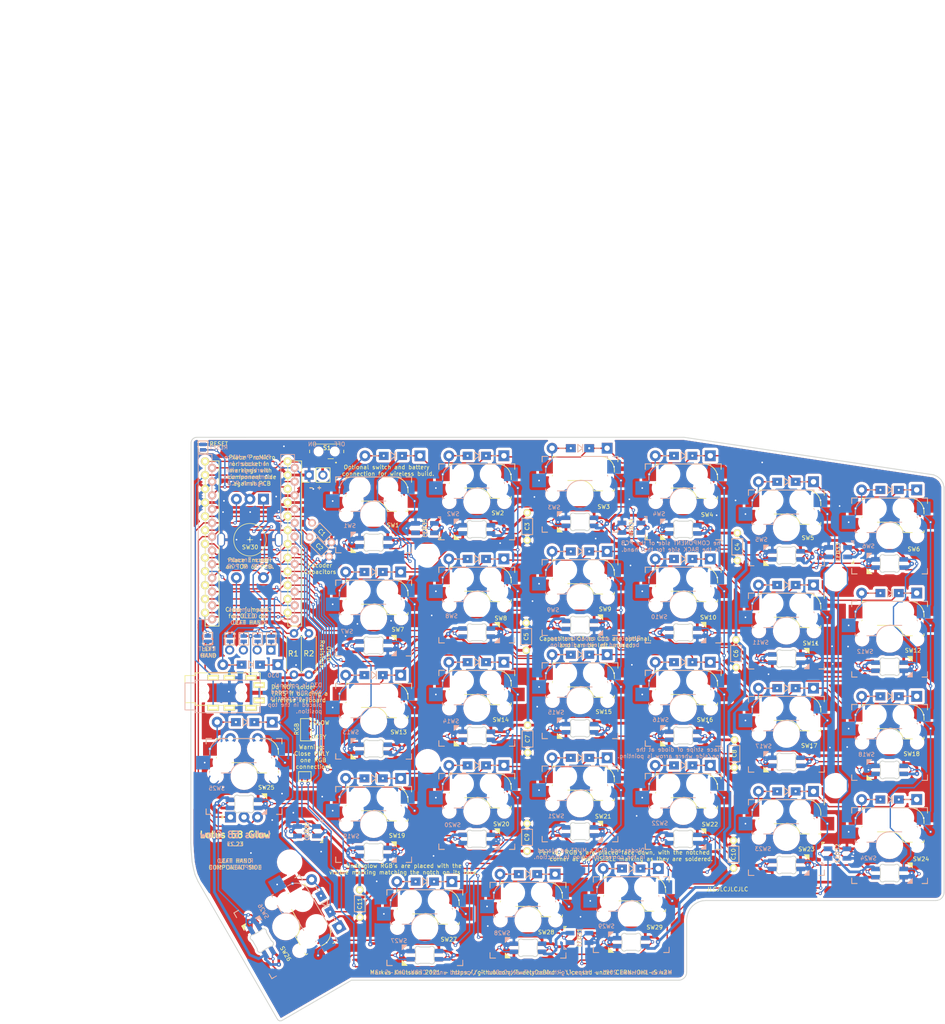
<source format=kicad_pcb>
(kicad_pcb (version 20211014) (generator pcbnew)
  (title_block (title "Lotus 58 Glow") (date "2021-12-17") (rev "v1.23") (company "Markus Knutsson <markus.knutsson@tweety.se>") (comment 1 "https://github.com/TweetyDaBird") (comment 2 "Licensed under CERN-OHL-S v2 or any superseding version"))
  (layers (0 "F.Cu" signal) (31 "B.Cu" signal) (34 "B.Paste" user) (35 "F.Paste" user) (36 "B.SilkS" user "B.Silkscreen") (37 "F.SilkS" user "F.Silkscreen") (38 "B.Mask" user) (39 "F.Mask" user) (44 "Edge.Cuts" user))
  (net 0 "")
  (net 1 "Net-(D1-Pad2)")
  (net 2 "row4")
  (net 3 "Net-(D2-Pad2)")
  (net 4 "Net-(D3-Pad2)")
  (net 5 "row0")
  (net 6 "Net-(D4-Pad2)")
  (net 7 "row1")
  (net 8 "Net-(D5-Pad2)")
  (net 9 "row2")
  (net 10 "Net-(D6-Pad2)")
  (net 11 "row3")
  (net 12 "Net-(D7-Pad2)")
  (net 13 "Net-(D8-Pad2)")
  (net 14 "Net-(D9-Pad2)")
  (net 15 "Net-(D10-Pad2)")
  (net 16 "Net-(D11-Pad2)")
  (net 17 "Net-(D12-Pad2)")
  (net 18 "Net-(D13-Pad2)")
  (net 19 "Net-(D14-Pad2)")
  (net 20 "Net-(D15-Pad2)")
  (net 21 "Net-(D16-Pad2)")
  (net 22 "Net-(D17-Pad2)")
  (net 23 "Net-(D18-Pad2)")
  (net 24 "Net-(D19-Pad2)")
  (net 25 "Net-(D20-Pad2)")
  (net 26 "Net-(D21-Pad2)")
  (net 27 "Net-(D22-Pad2)")
  (net 28 "Net-(D23-Pad2)")
  (net 29 "Net-(D24-Pad2)")
  (net 30 "Net-(D26-Pad2)")
  (net 31 "Net-(D27-Pad2)")
  (net 32 "Net-(D28-Pad2)")
  (net 33 "VCC")
  (net 34 "GND")
  (net 35 "col0")
  (net 36 "col1")
  (net 37 "col2")
  (net 38 "col3")
  (net 39 "col4")
  (net 40 "col5")
  (net 41 "SDA")
  (net 42 "LED")
  (net 43 "SCL")
  (net 44 "RESET")
  (net 45 "Net-(D29-Pad2)")
  (net 46 "DATA")
  (net 47 "Net-(D30-Pad2)")
  (net 48 "Hand")
  (net 49 "B")
  (net 50 "A")
  (net 51 "Alt")
  (net 52 "Net-(LED1-Pad2)")
  (net 53 "Net-(LED2-Pad2)")
  (net 54 "Net-(JP5-Pad1)")
  (net 55 "Net-(JP10-Pad1)")
  (net 56 "Net-(JP11-Pad1)")
  (net 57 "Net-(JP12-Pad1)")
  (net 58 "Net-(LED3-Pad2)")
  (net 59 "Net-(LED4-Pad2)")
  (net 60 "Net-(LED5-Pad2)")
  (net 61 "Net-(LED12-Pad4)")
  (net 62 "Net-(LED7-Pad4)")
  (net 63 "Net-(LED13-Pad4)")
  (net 64 "Net-(LED8-Pad4)")
  (net 65 "Net-(LED10-Pad2)")
  (net 66 "Net-(LED10-Pad4)")
  (net 67 "Net-(LED11-Pad4)")
  (net 68 "Net-(LED13-Pad2)")
  (net 69 "Net-(LED14-Pad2)")
  (net 70 "Net-(LED15-Pad2)")
  (net 71 "Net-(LED16-Pad2)")
  (net 72 "Net-(LED17-Pad2)")
  (net 73 "Net-(LED18-Pad2)")
  (net 74 "Net-(LED19-Pad4)")
  (net 75 "Net-(LED19-Pad2)")
  (net 76 "Net-(LED20-Pad4)")
  (net 77 "Net-(LED21-Pad4)")
  (net 78 "Net-(LED22-Pad4)")
  (net 79 "Net-(LED23-Pad4)")
  (net 80 "Net-(LED25-Pad2)")
  (net 81 "Net-(LED26-Pad2)")
  (net 82 "Net-(LED27-Pad2)")
  (net 83 "Net-(LED28-Pad2)")
  (net 84 "Net-(LED30-Pad1)")
  (net 85 "Net-(LED31-Pad1)")
  (net 86 "Net-(LED32-Pad1)")
  (net 87 "Net-(LED33-Pad1)")
  (net 88 "Net-(LED34-Pad1)")
  (net 89 "unconnected-(J1-PadS)")
  (net 90 "RGB_KEY")
  (net 91 "RGB_GLOW")
  (net 92 "RGB_LINK")
  (net 93 "Battery")
  (net 94 "/Batt")
  (footprint "MountingHole:MountingHole_3.7mm" (layer "F.Cu") (at 124.32538 57.40908)
    (fp_text reference "TH1" hide)
    (fp_text value "HOLE")
  )
  (footprint "MountingHole:MountingHole_3.7mm" (layer "F.Cu") (at 199.7 61.8)
    (fp_text reference "TH2" hide)
    (fp_text value "HOLE")
  )
  (footprint "MountingHole:MountingHole_3.7mm" (layer "F.Cu") (at 124.3965 95.5675)
    (fp_text reference "TH3" hide)
    (fp_text value "HOLE")
  )
  (footprint "MountingHole:MountingHole_3.7mm" (layer "F.Cu") (at 199.7 100)
    (fp_text reference "TH4" hide)
    (fp_text value "HOLE")
  )
  (footprint "MountingHole:MountingHole_3.7mm" (layer "F.Cu") (at 98.8949 114.1095 90)
    (fp_text reference "TH5" hide)
    (fp_text value "HOLE")
  )
  (footprint "Keyboard Library:Jumper_Mini" (layer "F.Cu") (at 95.4987 72.8755 90)
    (fp_text reference "JP9" hide)
    (fp_text value "Jumper_NO_Small" hide)
  )
  (footprint "Keyboard Library:Jumper_Mini" (layer "F.Cu") (at 92.990766 72.8755 90)
    (fp_text reference "JP10" hide)
    (fp_text value "Jumper_NO_Small" hide)
  )
  (footprint "Keyboard Library:Jumper_Mini" (layer "F.Cu") (at 90.419332 72.8755 90)
    (fp_text reference "JP11" hide)
    (fp_text value "Jumper_NO_Small" hide)
  )
  (footprint "Keyboard Library:Jumper_Mini" (layer "F.Cu") (at 87.8479 72.8755 90)
    (fp_text reference "JP12" hide)
    (fp_text value "Jumper_NO_Small" hide)
  )
  (footprint "keyswitches:Kailh_socket_MX_reversible_RGB" (layer "F.Cu") (at 133.45 47.6)
    (fp_text reference "SW2")
    (fp_text value "Kailh hotswap MX socket")
  )
  (footprint "keyswitches:Kailh_socket_MX_reversible_RGB" (layer "F.Cu") (at 152.5 46.21)
    (fp_text reference "SW3")
    (fp_text value "Kailh hotswap MX socket")
  )
  (footprint "keyswitches:Kailh_socket_MX_reversible_RGB" (layer "F.Cu") (at 171.55 47.6)
    (fp_text reference "SW4")
    (fp_text value "Kailh hotswap MX socket")
  )
  (footprint "keyswitches:Kailh_socket_MX_reversible_RGB" (layer "F.Cu") (at 209.65 53.9)
    (fp_text reference "SW6")
    (fp_text value "Kailh hotswap MX socket")
  )
  (footprint "keyswitches:Kailh_socket_MX_reversible_RGB" (layer "F.Cu") (at 114.4 69.05)
    (fp_text reference "SW7")
    (fp_text value "Kailh hotswap MX socket")
  )
  (footprint "keyswitches:Kailh_socket_MX_reversible_RGB" (layer "F.Cu") (at 152.5 65.26)
    (fp_text reference "SW9")
    (fp_text value "Kailh hotswap MX socket")
  )
  (footprint "keyswitches:Kailh_socket_MX_reversible_RGB" (layer "F.Cu") (at 171.55 66.65)
    (fp_text reference "SW10")
    (fp_text value "Kailh hotswap MX socket")
  )
  (footprint "keyswitches:Kailh_socket_MX_reversible_RGB" (layer "F.Cu") (at 190.6 71.45)
    (fp_text reference "SW11")
    (fp_text value "Kailh hotswap MX socket")
  )
  (footprint "keyswitches:Kailh_socket_MX_reversible_RGB" (layer "F.Cu") (at 209.65 72.95)
    (fp_text reference "SW12")
    (fp_text value "Kailh hotswap MX socket")
  )
  (footprint "keyswitches:Kailh_socket_MX_reversible_RGB" (layer "F.Cu") (at 114.4 88.1)
    (fp_text reference "SW13")
    (fp_text value "Kailh hotswap MX socket")
  )
  (footprint "keyswitches:Kailh_socket_MX_reversible_RGB" (layer "F.Cu") (at 133.45 85.7)
    (fp_text reference "SW14")
    (fp_text value "Kailh hotswap MX socket")
  )
  (footprint "keyswitches:Kailh_socket_MX_reversible_RGB" (layer "F.Cu") (at 152.5 84.31)
    (fp_text reference "SW15")
    (fp_text value "Kailh hotswap MX socket")
  )
  (footprint "keyswitches:Kailh_socket_MX_reversible_RGB" (layer "F.Cu") (at 190.6 90.5)
    (fp_text reference "SW17")
    (fp_text value "Kailh hotswap MX socket")
  )
  (footprint "keyswitches:Kailh_socket_MX_reversible_RGB" (layer "F.Cu") (at 209.65 92)
    (fp_text reference "SW18")
    (fp_text value "Kailh hotswap MX socket")
  )
  (footprint "keyswitches:Kailh_socket_MX_reversible_RGB" (layer "F.Cu") (at 114.4 107.15)
    (fp_text reference "SW19")
    (fp_text value "Kailh hotswap MX socket")
  )
  (footprint "keyswitches:Kailh_socket_MX_reversible_RGB" (layer "F.Cu") (at 133.45 104.75)
    (fp_text reference "SW20")
    (fp_text value "Kailh hotswap MX socket")
  )
  (footprint "keyswitches:Kailh_socket_MX_reversible_RGB" (layer "F.Cu") (at 152.5 103.36)
    (fp_text reference "SW21")
    (fp_text value "Kailh hotswap MX socket")
  )
  (footprint "keyswitches:Kailh_socket_MX_reversible_RGB" (layer "F.Cu") (at 171.55 104.75)
    (fp_text reference "SW22")
    (fp_text value "Kailh hotswap MX socket")
  )
  (footprint "keyswitches:Kailh_socket_MX_reversible_RGB" (layer "F.Cu") (at 190.6 109.55)
    (fp_text reference "SW23")
    (fp_text value "Kailh hotswap MX socket")
  )
  (footprint "keyswitches:Kailh_socket_MX_reversible_RGB" (layer "F.Cu") (at 123.85 126.2)
    (fp_text reference "SW27")
    (fp_text value "Kailh hotswap MX socket")
  )
  (footprint "keyswitches:Kailh_socket_MX_reversible_RGB" (layer "F.Cu") (at 142.8977 124.8283)
    (fp_text reference "SW28")
    (fp_text value "Kailh hotswap MX socket")
  )
  (footprint "keyswitches:Kailh_socket_MX_reversible_RGB" (layer "F.Cu") (at 161.95 123.8)
    (fp_text reference "SW29")
    (fp_text value "Kailh hotswap MX socket")
  )
  (footprint "keyswitches:Kailh_socket_MX_reversible_RGB" (layer "F.Cu") (at 114.4 50)
    (fp_text reference "SW1")
    (fp_text value "Kailh hotswap MX socket")
  )
  (footprint "keyswitches:Kailh_socket_MX_reversible_RGB" (layer "F.Cu") (at 90.4748 98.2853)
    (fp_text reference "SW25")
    (fp_text value "Kailh hotswap MX socket")
  )
  (footprint "keyswitches:Kailh_socket_MX_reversible_RGB" (layer "F.Cu") (at 209.65 111.05)
    (fp_text reference "SW24")
    (fp_text value "Kailh hotswap MX socket")
  )
  (footprint "Resistor_THT:R_Axial_DIN0207_L6.3mm_D2.5mm_P7.62mm_Horizontal" (layer "F.Cu") (at 102.44 79.5 90)
    (fp_text reference "R2")
    (fp_text value "4k7")
  )
  (footprint "keyswitches:Kailh_socket_MX_reversible_RGB" (layer "F.Cu") (at 98.171 126.0475 -60)
    (fp_text reference "SW26")
    (fp_text value "Kailh hotswap MX socket")
  )
  (footprint "keyswitches:Kailh_socket_MX_reversible_RGB" (layer "F.Cu") (at 171.55 85.7)
    (fp_text reference "SW16")
    (fp_text value "Kailh hotswap MX socket")
  )
  (footprint "KiCad-SSD1306-0.91-OLED-4pin-128x32:SSD1306-0.91-OLED-4pin-128x32" (layer "F.Cu") (at 97.6305 38.4435 -90)
    (fp_text reference "P1" hide)
    (fp_text value "OLED")
  )
  (footprint "Keyboard Library:LED_SK6812MINI_PLCC4_3.5x3.5mm_P1.75mm" (layer "F.Cu") (at 152.4 128.0795 180)
    (fp_text reference "LED31")
    (fp_text value "SK6812MINI")
  )
  (footprint "Keyboard Library:LED_SK6812MINI_PLCC4_3.5x3.5mm_P1.75mm" (layer "F.Cu") (at 102.108 108.3945)
    (fp_text reference "LED30")
    (fp_text value "SK6812MINI")
  )
  (footprint "Keyboard Library:LED_SK6812MINI_PLCC4_3.5x3.5mm_P1.75mm" (layer "F.Cu") (at 200.152 56.896)
    (fp_text reference "LED33")
    (fp_text value "SK6812MINI")
  )
  (footprint "Keyboard Library:LED_SK6812MINI_PLCC4_3.5x3.5mm_P1.75mm" (layer "F.Cu") (at 123.8885 52.451)
    (fp_text reference "LED35")
    (fp_text value "SK6812MINI")
  )
  (footprint "Keyboard Library:RotaryEncoder_Alps_EC11E-Switch_Vertical_H20_special" (layer "F.Cu") (at 91.567 54.594 -90)
    (fp_text reference "SW30")
    (fp_text value "Rotary_Encoder_Switch")
  )
  (footprint "Keyboard Library:ProMicro_Reversible" (layer "F.Cu") (at 92.106 54.9)
    (fp_text reference "U1" hide)
    (fp_text value "ProMicro" hide)
  )
  (footprint "Resistor_THT:R_Axial_DIN0207_L6.3mm_D2.5mm_P7.62mm_Horizontal" (layer "F.Cu") (at 99.7 79.5 90)
    (fp_text reference "R1")
    (fp_text value "4k7")
  )
  (footprint "Common Library:MJ-4PP-9_alim" (layer "F.Cu") (at 81.4705 82.169 90)
    (fp_text reference "J1" hide)
    (fp_text value "PJ-320A" hide)
  )
  (footprint "keyswitches:Kailh_socket_MX_reversible_RGB" (layer "F.Cu") (at 190.6 52.4)
    (fp_text reference "SW5")
    (fp_text value "Kailh hotswap MX socket")
  )
  (footprint "Keyboard Library:RotaryEncoder_Alps_EC11E-Switch_Special" (layer "F.Cu") (at 90.4748 98.2853 90)
    (fp_text reference "SW31" hide)
    (fp_text value "Rotary_Encoder_Switch")
  )
  (footprint "Keyboard Library:LED_SK6812MINI_PLCC4_3.5x3.5mm_P1.75mm" (layer "F.Cu") (at 161.9885 52.3875)
    (fp_text reference "LED34")
    (fp_text value "SK6812MINI")
  )
  (footprint "Keyboard Library:Jumper_Mini" (layer "F.Cu") (at 83.789 72.8507 -90)
    (fp_text reference "JP3" hide)
    (fp_text value "LEFT" hide)
  )
  (footprint "keyswitches:Kailh_socket_MX_reversible_RGB" (layer "F.Cu") (at 133.45 66.65)
    (fp_text reference "SW8")
    (fp_text value "Kailh hotswap MX socket")
  )
  (footprint "kicad-keyboard-parts:MX_SK6812MINI-E_REVERSIBLE" (layer "F.Cu") (at 114.4 55.08 180)
    (fp_text reference "LED1" hide)
    (fp_text value "SK6812MINI-E")
    (fp_line (start 0.794452 1.499999) (end -0.794452 1.499999) (layer "Edge.Cuts") (width 0.15))
    (fp_line (start 1.699999 -0.702843) (end 1.699999 0.702841) (layer "Edge.Cuts") (width 0.15))
    (fp_line (start -0.794452 -1.5) (end 0.794453 -1.5) (layer "Edge.Cuts") (width 0.15))
    (fp_line (start -1.699999 0.702841) (end -1.699999 -0.702843) (layer "Edge.Cuts") (width 0.15))
    (fp_arc (start 0.794452 1.499999) (mid 0.925123 1.517376) (end 1.046711 1.568298) (layer "Edge.Cuts") (width 0.15))
    (fp_arc (start 1.046711 -1.568299) (mid 1.638071 -1.504036) (end 1.749484 -0.919721) (layer "Edge.Cuts") (width 0.15))
    (fp_arc (start -1.046711 1.568296) (mid -1.63807 1.504033) (end -1.749484 0.919719) (layer "Edge.Cuts") (width 0.15))
    (fp_arc (start -1.749484 -0.919721) (mid -1.638071 -1.504036) (end -1.046711 -1.5683) (layer "Edge.Cuts") (width 0.15))
    (fp_arc (start -1.749484 -0.919721) (mid -1.712527 -0.814069) (end -1.699999 -0.702843) (layer "Edge.Cuts") (width 0.15))
    (fp_arc (start 1.046711 -1.568299) (mid 0.925123 -1.517377) (end 0.794453 -1.5) (layer "Edge.Cuts") (width 0.15))
    (fp_arc (start 1.749484 0.919718) (mid 1.638072 1.504034) (end 1.046711 1.568298) (layer "Edge.Cuts") (width 0.15))
    (fp_arc (start -1.699999 0.702842) (mid -1.712527 0.814067) (end -1.749484 0.919719) (layer "Edge.Cuts") (width 0.15))
    (fp_arc (start -1.04671 1.568298) (mid -0.925122 1.517376) (end -0.794452 1.499999) (layer "Edge.Cuts") (width 0.15))
    (fp_arc (start 1.699999 -0.702844) (mid 1.712527 -0.81407) (end 1.749484 -0.919721) (layer "Edge.Cuts") (width 0.15))
    (fp_arc (start -0.794453 -1.500001) (mid -0.925123 -1.517378) (end -1.046711 -1.5683) (layer "Edge.Cuts") (width 0.15))
    (fp_arc (start 1.749484 0.919719) (mid 1.712518 0.814069) (end 1.699999 0.702841) (layer "Edge.Cuts") (width 0.15))
  )
  (footprint "Keyboard Library:Jumper_Mini" (layer "F.Cu") (at 82.91 37.51 90)
    (fp_text reference "JP2" hide)
    (fp_text value "RESET" hide)
  )
  (footprint "kicad-keyboard-parts:MX_SK6812MINI-E_REVERSIBLE" (layer "F.Cu") (at 133.45 52.68 180)
    (fp_text reference "LED2" hide)
    (fp_text value "SK6812MINI-E")
    (fp_line (start -0.794452 -1.5) (end 0.794453 -1.5) (layer "Edge.Cuts") (width 0.15))
    (fp_line (start 1.699999 -0.702843) (end 1.699999 0.702841) (layer "Edge.Cuts") (width 0.15))
    (fp_line (start 0.794452 1.499999) (end -0.794452 1.499999) (layer "Edge.Cuts") (width 0.15))
    (fp_line (start -1.699999 0.702841) (end -1.699999 -0.702843) (layer "Edge.Cuts") (width 0.15))
    (fp_arc (start 1.749484 0.919718) (mid 1.638072 1.504034) (end 1.046711 1.568298) (layer "Edge.Cuts") (width 0.15))
    (fp_arc (start 1.749484 0.919719) (mid 1.712518 0.814069) (end 1.699999 0.702841) (layer "Edge.Cuts") (width 0.15))
    (fp_arc (start -0.794453 -1.500001) (mid -0.925123 -1.517378) (end -1.046711 -1.5683) (layer "Edge.Cuts") (width 0.15))
    (fp_arc (start 1.046711 -1.568299) (mid 1.638071 -1.504036) (end 1.749484 -0.919721) (layer "Edge.Cuts") (width 0.15))
    (fp_arc (start -1.749484 -0.919721) (mid -1.712527 -0.814069) (end -1.699999 -0.702843) (layer "Edge.Cuts") (width 0.15))
    (fp_arc (start 1.046711 -1.568299) (mid 0.925123 -1.517377) (end 0.794453 -1.5) (layer "Edge.Cuts") (width 0.15))
    (fp_arc (start -1.699999 0.702842) (mid -1.712527 0.814067) (end -1.749484 0.919719) (layer "Edge.Cuts") (width 0.15))
    (fp_arc (start -1.046711 1.568296) (mid -1.63807 1.504033) (end -1.749484 0.919719) (layer "Edge.Cuts") (width 0.15))
    (fp_arc (start -1.04671 1.568298) (mid -0.925122 1.517376) (end -0.794452 1.499999) (layer "Edge.Cuts") (width 0.15))
    (fp_arc (start -1.749484 -0.919721) (mid -1.638071 -1.504036) (end -1.046711 -1.5683) (layer "Edge.Cuts") (width 0.15))
    (fp_arc (start 0.794452 1.499999) (mid 0.925123 1.517376) (end 1.046711 1.568298) (layer "Edge.Cuts") (width 0.15))
    (fp_arc (start 1.699999 -0.702844) (mid 1.712527 -0.81407) (end 1.749484 -0.919721) (layer "Edge.Cuts") (width 0.15))
  )
  (footprint "kicad-keyboard-parts:MX_SK6812MINI-E_REVERSIBLE" (layer "F.Cu") (at 152.5 51.29 180)
    (fp_text reference "LED3" hide)
    (fp_text value "SK6812MINI-E")
    (fp_line (start -0.794452 -1.5) (end 0.794453 -1.5) (layer "Edge.Cuts") (width 0.15))
    (fp_line (start 1.699999 -0.702843) (end 1.699999 0.702841) (layer "Edge.Cuts") (width 0.15))
    (fp_line (start -1.699999 0.702841) (end -1.699999 -0.702843) (layer "Edge.Cuts") (width 0.15))
    (fp_line (start 0.794452 1.499999) (end -0.794452 1.499999) (layer "Edge.Cuts") (width 0.15))
    (fp_arc (start 1.046711 -1.568299) (mid 1.638071 -1.504036) (end 1.749484 -0.919721) (layer "Edge.Cuts") (width 0.15))
    (fp_arc (start -1.749484 -0.919721) (mid -1.638071 -1.504036) (end -1.046711 -1.5683) (layer "Edge.Cuts") (width 0.15))
    (fp_arc (start 1.699999 -0.702844) (mid 1.712527 -0.81407) (end 1.749484 -0.919721) (layer "Edge.Cuts") (width 0.15))
    (fp_arc (start -1.04671 1.568298) (mid -0.925122 1.517376) (end -0.794452 1.499999) (layer "Edge.Cuts") (width 0.15))
    (fp_arc (start -1.699999 0.702842) (mid -1.712527 0.814067) (end -1.749484 0.919719) (layer "Edge.Cuts") (width 0.15))
    (fp_arc (start -1.749484 -0.919721) (mid -1.712527 -0.814069) (end -1.699999 -0.702843) (layer "Edge.Cuts") (width 0.15))
    (fp_arc (start -0.794453 -1.500001) (mid -0.925123 -1.517378) (end -1.046711 -1.5683) (layer "Edge.Cuts") (width 0.15))
    (fp_arc (start 1.749484 0.919719) (mid 1.712518 0.814069) (end 1.699999 0.702841) (layer "Edge.Cuts") (width 0.15))
    (fp_arc (start 1.046711 -1.568299) (mid 0.925123 -1.517377) (end 0.794453 -1.5) (layer "Edge.Cuts") (width 0.15))
    (fp_arc (start 0.794452 1.499999) (mid 0.925123 1.517376) (end 1.046711 1.568298) (layer "Edge.Cuts") (width 0.15))
    (fp_arc (start 1.749484 0.919718) (mid 1.638072 1.504034) (end 1.046711 1.568298) (layer "Edge.Cuts") (width 0.15))
    (fp_arc (start -1.046711 1.568296) (mid -1.63807 1.504033) (end -1.749484 0.919719) (layer "Edge.Cuts") (width 0.15))
  )
  (footprint "kicad-keyboard-parts:MX_SK6812MINI-E_REVERSIBLE" (layer "F.Cu") (at 171.55 52.68 180)
    (fp_text reference "LED4" hide)
    (fp_text value "SK6812MINI-E")
    (fp_line (start 1.699999 -0.702843) (end 1.699999 0.702841) (layer "Edge.Cuts") (width 0.15))
    (fp_line (start 0.794452 1.499999) (end -0.794452 1.499999) (layer "Edge.Cuts") (width 0.15))
    (fp_line (start -0.794452 -1.5) (end 0.794453 -1.5) (layer "Edge.Cuts") (width 0.15))
    (fp_line (start -1.699999 0.702841) (end -1.699999 -0.702843) (layer "Edge.Cuts") (width 0.15))
    (fp_arc (start -1.749484 -0.919721) (mid -1.712527 -0.814069) (end -1.699999 -0.702843) (layer "Edge.Cuts") (width 0.15))
    (fp_arc (start 1.699999 -0.702844) (mid 1.712527 -0.81407) (end 1.749484 -0.919721) (layer "Edge.Cuts") (width 0.15))
    (fp_arc (start -1.046711 1.568296) (mid -1.63807 1.504033) (end -1.749484 0.919719) (layer "Edge.Cuts") (width 0.15))
    (fp_arc (start 1.046711 -1.568299) (mid 1.638071 -1.504036) (end 1.749484 -0.919721) (layer "Edge.Cuts") (width 0.15))
    (fp_arc (start 1.749484 0.919718) (mid 1.638072 1.504034) (end 1.046711 1.568298) (layer "Edge.Cuts") (width 0.15))
    (fp_arc (start -1.749484 -0.919721) (mid -1.638071 -1.504036) (end -1.046711 -1.5683) (layer "Edge.Cuts") (width 0.15))
    (fp_arc (start -1.04671 1.568298) (mid -0.925122 1.517376) (end -0.794452 1.499999) (layer "Edge.Cuts") (width 0.15))
    (fp_arc (start -0.794453 -1.500001) (mid -0.925123 -1.517378) (end -1.046711 -1.5683) (layer "Edge.Cuts") (width 0.15))
    (fp_arc (start 1.749484 0.919719) (mid 1.712518 0.814069) (end 1.699999 0.702841) (layer "Edge.Cuts") (width 0.15))
    (fp_arc (start -1.699999 0.702842) (mid -1.712527 0.814067) (end -1.749484 0.919719) (layer "Edge.Cuts") (width 0.15))
    (fp_arc (start 1.046711 -1.568299) (mid 0.925123 -1.517377) (end 0.794453 -1.5) (layer "Edge.Cuts") (width 0.15))
    (fp_arc (start 0.794452 1.499999) (mid 0.925123 1.517376) (end 1.046711 1.568298) (layer "Edge.Cuts") (width 0.15))
  )
  (footprint "kicad-keyboard-parts:MX_SK6812MINI-E_REVERSIBLE" (layer "F.Cu") (at 190.6 57.48 180)
    (fp_text reference "LED5" hide)
    (fp_text value "SK6812MINI-E")
    (fp_line (start 0.794452 1.499999) (end -0.794452 1.499999) (layer "Edge.Cuts") (width 0.15))
    (fp_line (start 1.699999 -0.702843) (end 1.699999 0.702841) (layer "Edge.Cuts") (width 0.15))
    (fp_line (start -0.794452 -1.5) (end 0.794453 -1.5) (layer "Edge.Cuts") (width 0.15))
    (fp_line (start -1.699999 0.702841) (end -1.699999 -0.702843) (layer "Edge.Cuts") (width 0.15))
    (fp_arc (start -1.046711 1.568296) (mid -1.63807 1.504033) (end -1.749484 0.919719) (layer "Edge.Cuts") (width 0.15))
    (fp_arc (start -1.04671 1.568298) (mid -0.925122 1.517376) (end -0.794452 1.499999) (layer "Edge.Cuts") (width 0.15))
    (fp_arc (start 1.749484 0.919718) (mid 1.638072 1.504034) (end 1.046711 1.568298) (layer "Edge.Cuts") (width 0.15))
    (fp_arc (start 1.046711 -1.568299) (mid 0.925123 -1.517377) (end 0.794453 -1.5) (layer "Edge.Cuts") (width 0.15))
    (fp_arc (start 0.794452 1.499999) (mid 0.925123 1.517376) (end 1.046711 1.568298) (layer "Edge.Cuts") (width 0.15))
    (fp_arc (start 1.699999 -0.702844) (mid 1.712527 -0.81407) (end 1.749484 -0.919721) (layer "Edge.Cuts") (width 0.15))
    (fp_arc (start -1.749484 -0.919721) (mid -1.712527 -0.814069) (end -1.699999 -0.702843) (layer "Edge.Cuts") (width 0.15))
    (fp_arc (start -1.699999 0.702842) (mid -1.712527 0.814067) (end -1.749484 0.919719) (layer "Edge.Cuts") (width 0.15))
    (fp_arc (start 1.749484 0.919719) (mid 1.712518 0.814069) (end 1.699999 0.702841) (layer "Edge.Cuts") (width 0.15))
    (fp_arc (start -1.749484 -0.919721) (mid -1.638071 -1.504036) (end -1.046711 -1.5683) (layer "Edge.Cuts") (width 0.15))
    (fp_arc (start 1.046711 -1.568299) (mid 1.638071 -1.504036) (end 1.749484 -0.919721) (layer "Edge.Cuts") (width 0.15))
    (fp_arc (start -0.794453 -1.500001) (mid -0.925123 -1.517378) (end -1.046711 -1.5683) (layer "Edge.Cuts") (width 0.15))
  )
  (footprint "kicad-keyboard-parts:MX_SK6812MINI-E_REVERSIBLE" (layer "F.Cu") (at 209.65 58.98 180)
    (fp_text reference "LED6" hide)
    (fp_text value "SK6812MINI-E")
    (fp_line (start -1.699999 0.702841) (end -1.699999 -0.702843) (layer "Edge.Cuts") (width 0.15))
    (fp_line (start -0.794452 -1.5) (end 0.794453 -1.5) (layer "Edge.Cuts") (width 0.15))
    (fp_line (start 0.794452 1.499999) (end -0.794452 1.499999) (layer "Edge.Cuts") (width 0.15))
    (fp_line (start 1.699999 -0.702843) (end 1.699999 0.702841) (layer "Edge.Cuts") (width 0.15))
    (fp_arc (start 1.749484 0.919719) (mid 1.712518 0.814069) (end 1.699999 0.702841) (layer "Edge.Cuts") (width 0.15))
    (fp_arc (start -1.749484 -0.919721) (mid -1.638071 -1.504036) (end -1.046711 -1.5683) (layer "Edge.Cuts") (width 0.15))
    (fp_arc (start -0.794453 -1.500001) (mid -0.925123 -1.517378) (end -1.046711 -1.5683) (layer "Edge.Cuts") (width 0.15))
    (fp_arc (start 1.046711 -1.568299) (mid 1.638071 -1.504036) (end 1.749484 -0.919721) (layer "Edge.Cuts") (width 0.15))
    (fp_arc (start 1.046711 -1.568299) (mid 0.925123 -1.517377) (end 0.794453 -1.5) (layer "Edge.Cuts") (width 0.15))
    (fp_arc (start -1.749484 -0.919721) (mid -1.712527 -0.814069) (end -1.699999 -0.702843) (layer "Edge.Cuts") (width 0.15))
    (fp_arc (start 0.794452 1.499999) (mid 0.925123 1.517376) (end 1.046711 1.568298) (layer "Edge.Cuts") (width 0.15))
    (fp_arc (start 1.749484 0.919718) (mid 1.638072 1.504034) (end 1.046711 1.568298) (layer "Edge.Cuts") (width 0.15))
    (fp_arc (start -1.699999 0.702842) (mid -1.712527 0.814067) (end -1.749484 0.919719) (layer "Edge.Cuts") (width 0.15))
    (fp_arc (start 1.699999 -0.702844) (mid 1.712527 -0.81407) (end 1.749484 -0.919721) (layer "Edge.Cuts") (width 0.15))
    (fp_arc (start -1.046711 1.568296) (mid -1.63807 1.504033) (end -1.749484 0.919719) (layer "Edge.Cuts") (width 0.15))
    (fp_arc (start -1.04671 1.568298) (mid -0.925122 1.517376) (end -0.794452 1.499999) (layer "Edge.Cuts") (width 0.15))
  )
  (footprint "kicad-keyboard-parts:MX_SK6812MINI-E_REVERSIBLE" (layer "F.Cu") (at 114.4 74.13)
    (fp_text reference "LED7" hide)
    (fp_text value "SK6812MINI-E")
    (fp_line (start -0.794452 -1.5) (end 0.794453 -1.5) (layer "Edge.Cuts") (width 0.15))
    (fp_line (start -1.699999 0.702841) (end -1.699999 -0.702843) (layer "Edge.Cuts") (width 0.15))
    (fp_line (start 1.699999 -0.702843) (end 1.699999 0.702841) (layer "Edge.Cuts") (width 0.15))
    (fp_line (start 0.794452 1.499999) (end -0.794452 1.499999) (layer "Edge.Cuts") (width 0.15))
    (fp_arc (start 1.046711 -1.568299) (mid 0.925123 -1.517377) (end 0.794453 -1.5) (layer "Edge.Cuts") (width 0.15))
    (fp_arc (start -1.749484 -0.919721) (mid -1.638071 -1.504036) (end -1.046711 -1.5683) (layer "Edge.Cuts") (width 0.15))
    (fp_arc (start -0.794453 -1.500001) (mid -0.925123 -1.517378) (end -1.046711 -1.5683) (layer "Edge.Cuts") (width 0.15))
    (fp_arc (start -1.046711 1.568296) (mid -1.63807 1.504033) (end -1.749484 0.919719) (layer "Edge.Cuts") (width 0.15))
    (fp_arc (start -1.04671 1.568298) (mid -0.925122 1.517376) (end -0.794452 1.499999) (layer "Edge.Cuts") (width 0.15))
    (fp_arc (start 1.749484 0.919719) (mid 1.712518 0.814069) (end 1.699999 0.702841) (layer "Edge.Cuts") (width 0.15))
    (fp_arc (start 1.046711 -1.568299) (mid 1.638071 -1.504036) (end 1.749484 -0.919721) (layer "Edge.Cuts") (width 0.15))
    (fp_arc (start 1.749484 0.919718) (mid 1.638072 1.504034) (end 1.046711 1.568298) (layer "Edge.Cuts") (width 0.15))
    (fp_arc (start 1.699999 -0.702844) (mid 1.712527 -0.81407) (end 1.749484 -0.919721) (layer "Edge.Cuts") (width 0.15))
    (fp_arc (start 0.794452 1.499999) (mid 0.925123 1.517376) (end 1.046711 1.568298) (layer "Edge.Cuts") (width 0.15))
    (fp_arc (start -1.749484 -0.919721) (mid -1.712527 -0.814069) (end -1.699999 -0.702843) (layer "Edge.Cuts") (width 0.15))
    (fp_arc (start -1.699999 0.702842) (mid -1.712527 0.814067) (end -1.749484 0.919719) (layer "Edge.Cuts") (width 0.15))
  )
  (footprint "kicad-keyboard-parts:MX_SK6812MINI-E_REVERSIBLE" (layer "F.Cu") (at 133.45 71.73)
    (fp_text reference "LED8" hide)
    (fp_text value "SK6812MINI-E")
    (fp_line (start -1.699999 0.702841) (end -1.699999 -0.702843) (layer "Edge.Cuts") (width 0.15))
    (fp_line (start 0.794452 1.499999) (end -0.794452 1.499999) (layer "Edge.Cuts") (width 0.15))
    (fp_line (start 1.699999 -0.702843) (end 1.699999 0.702841) (layer "Edge.Cuts") (width 0.15))
    (fp_line (start -0.794452 -1.5) (end 0.794453 -1.5) (layer "Edge.Cuts") (width 0.15))
    (fp_arc (start 1.046711 -1.568299) (mid 0.925123 -1.517377) (end 0.794453 -1.5) (layer "Edge.Cuts") (width 0.15))
    (fp_arc (start -1.04671 1.568298) (mid -0.925122 1.517376) (end -0.794452 1.499999) (layer "Edge.Cuts") (width 0.15))
    (fp_arc (start 1.749484 0.919719) (mid 1.712518 0.814069) (end 1.699999 0.702841) (layer "Edge.Cuts") (width 0.15))
    (fp_arc (start 0.794452 1.499999) (mid 0.925123 1.517376) (end 1.046711 1.568298) (layer "Edge.Cuts") (width 0.15))
    (fp_arc (start 1.046711 -1.568299) (mid 1.638071 -1.504036) (end 1.749484 -0.919721) (layer "Edge.Cuts") (width 0.15))
    (fp_arc (start -1.749484 -0.919721) (mid -1.712527 -0.814069) (end -1.699999 -0.702843) (layer "Edge.Cuts") (width 0.15))
    (fp_arc (start -1.699999 0.702842) (mid -1.712527 0.814067) (end -1.749484 0.919719) (layer "Edge.Cuts") (width 0.15))
    (fp_arc (start 1.699999 -0.702844) (mid 1.712527 -0.81407) (end 1.749484 -0.919721) (layer "Edge.Cuts") (width 0.15))
    (fp_arc (start -1.046711 1.568296) (mid -1.63807 1.504033) (end -1.749484 0.919719) (layer "Edge.Cuts") (width 0.15))
    (fp_arc (start -1.749484 -0.919721) (mid -1.638071 -1.504036) (end -1.046711 -1.5683) (layer "Edge.Cuts") (width 0.15))
    (fp_arc (start -0.794453 -1.500001) (mid -0.925123 -1.517378) (end -1.046711 -1.5683) (layer "Edge.Cuts") (width 0.15))
    (fp_arc (start 1.749484 0.919718) (mid 1.638072 1.504034) (end 1.046711 1.568298) (layer "Edge.Cuts") (width 0.15))
  )
  (footprint "kicad-keyboard-parts:MX_SK6812MINI-E_REVERSIBLE" (layer "F.Cu") (at 152.5 70.34)
    (fp_text reference "LED9" hide)
    (fp_text value "SK6812MINI-E")
    (fp_line (start -0.794452 -1.5) (end 0.794453 -1.5) (layer "Edge.Cuts") (width 0.15))
    (fp_line (start -1.699999 0.702841) (end -1.699999 -0.702843) (layer "Edge.Cuts") (width 0.15))
    (fp_line (start 0.794452 1.499999) (end -0.794452 1.499999) (layer "Edge.Cuts") (width 0.15))
    (fp_line (start 1.699999 -0.702843) (end 1.699999 0.702841) (layer "Edge.Cuts") (width 0.15))
    (fp_arc (start -1.749484 -0.919721) (mid -1.712527 -0.814069) (end -1.699999 -0.702843) (layer "Edge.Cuts") (width 0.15))
    (fp_arc (start -1.749484 -0.919721) (mid -1.638071 -1.504036) (end -1.046711 -1.5683) (layer "Edge.Cuts") (width 0.15))
    (fp_arc (start 0.794452 1.499999) (mid 0.925123 1.517376) (end 1.046711 1.568298) (layer "Edge.Cuts") (width 0.15))
    (fp_arc (start 1.046711 -1.568299) (mid 1.638071 -1.504036) (end 1.749484 -0.919721) (layer "Edge.Cuts") (width 0.15))
    (fp_arc (start -1.04671 1.568298) (mid -0.925122 1.517376) (end -0.794452 1.499999) (layer "Edge.Cuts") (width 0.15))
    (fp_arc (start -1.046711 1.568296) (mid -1.63807 1.504033) (end -1.749484 0.919719) (layer "Edge.Cuts") (width 0.15))
    (fp_arc (start 1.699999 -0.702844) (mid 1.712527 -0.81407) (end 1.749484 -0.919721) (layer "Edge.Cuts") (width 0.15))
    (fp_arc (start -0.794453 -1.500001) (mid -0.925123 -1.517378) (end -1.046711 -1.5683) (layer "Edge.Cuts") (width 0.15))
    (fp_arc (start -1.699999 0.702842) (mid -1.712527 0.814067) (end -1.749484 0.919719) (layer "Edge.Cuts") (width 0.15))
    (fp_arc (start 1.749484 0.919719) (mid 1.712518 0.814069) (end 1.699999 0.702841) (layer "Edge.Cuts") (width 0.15))
    (fp_arc (start 1.046711 -1.568299) (mid 0.925123 -1.517377) (end 0.794453 -1.5) (layer "Edge.Cuts") (width 0.15))
    (fp_arc (start 1.749484 0.919718) (mid 1.638072 1.504034) (end 1.046711 1.568298) (layer "Edge.Cuts") (width 0.15))
  )
  (footprint "kicad-keyboard-parts:MX_SK6812MINI-E_REVERSIBLE" (layer "F.Cu") (at 171.55 71.73)
    (fp_text reference "LED10" hide)
    (fp_text value "SK6812MINI-E")
    (fp_line (start -0.794452 -1.5) (end 0.794453 -1.5) (layer "Edge.Cuts") (width 0.15))
    (fp_line (start 1.699999 -0.702843) (end 1.699999 0.702841) (layer "Edge.Cuts") (width 0.15))
    (fp_line (start 0.794452 1.499999) (end -0.794452 1.499999) (layer "Edge.Cuts") (width 0.15))
    (fp_line (start -1.699999 0.702841) (end -1.699999 -0.702843) (layer "Edge.Cuts") (width 0.15))
    (fp_arc (start -1.04671 1.568298) (mid -0.925122 1.517376) (end -0.794452 1.499999) (layer "Edge.Cuts") (width 0.15))
    (fp_arc (start -1.699999 0.702842) (mid -1.712527 0.814067) (end -1.749484 0.919719) (layer "Edge.Cuts") (width 0.15))
    (fp_arc (start 1.046711 -1.568299) (mid 0.925123 -1.517377) (end 0.794453 -1.5) (layer "Edge.Cuts") (width 0.15))
    (fp_arc (start 1.749484 0.919719) (mid 1.712518 0.814069) (end 1.699999 0.702841) (layer "Edge.Cuts") (width 0.15))
    (fp_arc (start 1.046711 -1.568299) (mid 1.638071 -1.504036) (end 1.749484 -0.919721) (layer "Edge.Cuts") (width 0.15))
    (fp_arc (start 1.749484 0.919718) (mid 1.638072 1.504034) (end 1.046711 1.568298) (layer "Edge.Cuts") (width 0.15))
    (fp_arc (start -1.046711 1.568296) (mid -1.63807 1.504033) (end -1.749484 0.919719) (layer "Edge.Cuts") (width 0.15))
    (fp_arc (start -1.749484 -0.919721) (mid -1.712527 -0.814069) (end -1.699999 -0.702843) (layer "Edge.Cuts") (width 0.15))
    (fp_arc (start 1.699999 -0.702844) (mid 1.712527 -0.81407) (end 1.749484 -0.919721) (layer "Edge.Cuts") (width 0.15))
    (fp_arc (start -1.749484 -0.919721) (mid -1.638071 -1.504036) (end -1.046711 -1.5683) (layer "Edge.Cuts") (width 0.15))
    (fp_arc (start 0.794452 1.499999) (mid 0.925123 1.517376) (end 1.046711 1.568298) (layer "Edge.Cuts") (width 0.15))
    (fp_arc (start -0.794453 -1.500001) (mid -0.925123 -1.517378) (end -1.046711 -1.5683) (layer "Edge.Cuts") (width 0.15))
  )
  (footprint "kicad-keyboard-parts:MX_SK6812MINI-E_REVERSIBLE" (layer "F.Cu") (at 190.6 76.53)
    (fp_text reference "LED11" hide)
    (fp_text value "SK6812MINI-E")
    (fp_line (start -0.794452 -1.5) (end 0.794453 -1.5) (layer "Edge.Cuts") (width 0.15))
    (fp_line (start 1.699999 -0.702843) (end 1.699999 0.702841) (layer "Edge.Cuts") (width 0.15))
    (fp_line (start -1.699999 0.702841) (end -1.699999 -0.702843) (layer "Edge.Cuts") (width 0.15))
    (fp_line (start 0.794452 1.499999) (end -0.794452 1.499999) (layer "Edge.Cuts") (width 0.15))
    (fp_arc (start 1.699999 -0.702844) (mid 1.712527 -0.81407) (end 1.749484 -0.919721) (layer "Edge.Cuts") (width 0.15))
    (fp_arc (start -1.699999 0.702842) (mid -1.712527 0.814067) (end -1.749484 0.919719) (layer "Edge.Cuts") (width 0.15))
    (fp_arc (start -1.749484 -0.919721) (mid -1.712527 -0.814069) (end -1.699999 -0.702843) (layer "Edge.Cuts") (width 0.15))
    (fp_arc (start 1.046711 -1.568299) (mid 0.925123 -1.517377) (end 0.794453 -1.5) (layer "Edge.Cuts") (width 0.15))
    (fp_arc (start -0.794453 -1.500001) (mid -0.925123 -1.517378) (end -1.046711 -1.5683) (layer "Edge.Cuts") (width 0.15))
    (fp_arc (start 0.794452 1.499999) (mid 0.925123 1.517376) (end 1.046711 1.568298) (layer "Edge.Cuts") (width 0.15))
    (fp_arc (start -1.046711 1.568296) (mid -1.63807 1.504033) (end -1.749484 0.919719) (layer "Edge.Cuts") (width 0.15))
    (fp_arc (start -1.749484 -0.919721) (mid -1.638071 -1.504036) (end -1.046711 -1.5683) (layer "Edge.Cuts") (width 0.15))
    (fp_arc (start 1.749484 0.919719) (mid 1.712518 0.814069) (end 1.699999 0.702841) (layer "Edge.Cuts") (width 0.15))
    (fp_arc (start 1.046711 -1.568299) (mid 1.638071 -1.504036) (end 1.749484 -0.919721) (layer "Edge.Cuts") (width 0.15))
    (fp_arc (start 1.749484 0.919718) (mid 1.638072 1.504034) (end 1.046711 1.568298) (layer "Edge.Cuts") (width 0.15))
    (fp_arc (start -1.04671 1.568298) (mid -0.925122 1.517376) (end -0.794452 1.499999) (layer "Edge.Cuts") (width 0.15))
  )
  (footprint "kicad-keyboard-parts:MX_SK6812MINI-E_REVERSIBLE" (layer "F.Cu") (at 209.65 78.03)
    (fp_text reference "LED12" hide)
    (fp_text value "SK6812MINI-E")
    (fp_line (start -1.699999 0.702841) (end -1.699999 -0.702843) (layer "Edge.Cuts") (width 0.15))
    (fp_line (start 1.699999 -0.702843) (end 1.699999 0.702841) (layer "Edge.Cuts") (width 0.15))
    (fp_line (start 0.794452 1.499999) (end -0.794452 1.499999) (layer "Edge.Cuts") (width 0.15))
    (fp_line (start -0.794452 -1.5) (end 0.794453 -1.5) (layer "Edge.Cuts") (width 0.15))
    (fp_arc (start 1.046711 -1.568299) (mid 0.925123 -1.517377) (end 0.794453 -1.5) (layer "Edge.Cuts") (width 0.15))
    (fp_arc (start -1.699999 0.702842) (mid -1.712527 0.814067) (end -1.749484 0.919719) (layer "Edge.Cuts") (width 0.15))
    (fp_arc (start -0.794453 -1.500001) (mid -0.925123 -1.517378) (end -1.046711 -1.5683) (layer "Edge.Cuts") (width 0.15))
    (fp_arc (start 1.699999 -0.702844) (mid 1.712527 -0.81407) (end 1.749484 -0.919721) (layer "Edge.Cuts") (width 0.15))
    (fp_arc (start -1.046711 1.568296) (mid -1.63807 1.504033) (end -1.749484 0.919719) (layer "Edge.Cuts") (width 0.15))
    (fp_arc (start 1.749484 0.919719) (mid 1.712518 0.814069) (end 1.699999 0.702841) (layer "Edge.Cuts") (width 0.15))
    (fp_arc (start -1.04671 1.568298) (mid -0.925122 1.517376) (end -0.794452 1.499999) (layer "Edge.Cuts") (width 0.15))
    (fp_arc (start -1.749484 -0.919721) (mid -1.638071 -1.504036) (end -1.046711 -1.5683) (layer "Edge.Cuts") (width 0.15))
    (fp_arc (start 0.794452 1.499999) (mid 0.925123 1.517376) (end 1.046711 1.568298) (layer "Edge.Cuts") (width 0.15))
    (fp_arc (start -1.749484 -0.919721) (mid -1.712527 -0.814069) (end -1.699999 -0.702843) (layer "Edge.Cuts") (width 0.15))
    (fp_arc (start 1.046711 -1.568299) (mid 1.638071 -1.504036) (end 1.749484 -0.919721) (layer "Edge.Cuts") (width 0.15))
    (fp_arc (start 1.749484 0.919718) (mid 1.638072 1.504034) (end 1.046711 1.568298) (layer "Edge.Cuts") (width 0.15))
  )
  (footprint "kicad-keyboard-parts:MX_SK6812MINI-E_REVERSIBLE" (layer "F.Cu") (at 114.4 93.18 180)
    (fp_text reference "LED13" hide)
    (fp_text value "SK6812MINI-E")
    (fp_line (start -0.794452 -1.5) (end 0.794453 -1.5) (layer "Edge.Cuts") (width 0.15))
    (fp_line (start 0.794452 1.499999) (end -0.794452 1.499999) (layer "Edge.Cuts") (width 0.15))
    (fp_line (start -1.699999 0.702841) (end -1.699999 -0.702843) (layer "Edge.Cuts") (width 0.15))
    (fp_line (start 1.699999 -0.702843) (end 1.699999 0.702841) (layer "Edge.Cuts") (width 0.15))
    (fp_arc (start -1.699999 0.702842) (mid -1.712527 0.814067) (end -1.749484 0.919719) (layer "Edge.Cuts") (width 0.15))
    (fp_arc (start 1.046711 -1.568299) (mid 0.925123 -1.517377) (end 0.794453 -1.5) (layer "Edge.Cuts") (width 0.15))
    (fp_arc (start -1.04671 1.568298) (mid -0.925122 1.517376) (end -0.794452 1.499999) (layer "Edge.Cuts") (width 0.15))
    (fp_arc (start 1.046711 -1.568299) (mid 1.638071 -1.504036) (end 1.749484 -0.919721) (layer "Edge.Cuts") (width 0.15))
    (fp_arc (start 1.699999 -0.702844) (mid 1.712527 -0.81407) (end 1.749484 -0.919721) (layer "Edge.Cuts") (width 0.15))
    (fp_arc (start 1.749484 0.919718) (mid 1.638072 1.504034) (end 1.046711 1.568298) (layer "Edge.Cuts") (width 0.15))
    (fp_arc (start -1.046711 1.568296) (mid -1.63807 1.504033) (end -1.749484 0.919719) (layer "Edge.Cuts") (width 0.15))
    (fp_arc (start 1.749484 0.919719) (mid 1.712518 0.814069) (end 1.699999 0.702841) (layer "Edge.Cuts") (width 0.15))
    (fp_arc (start 0.794452 1.499999) (mid 0.925123 1.517376) (end 1.046711 1.568298) (layer "Edge.Cuts") (width 0.15))
    (fp_arc (start -1.749484 -0.919721) (mid -1.712527 -0.814069) (end -1.699999 -0.702843) (layer "Edge.Cuts") (width 0.15))
    (fp_arc (start -1.749484 -0.919721) (mid -1.638071 -1.504036) (end -1.046711 -1.5683) (layer "Edge.Cuts") (width 0.15))
    (fp_arc (start -0.794453 -1.500001) (mid -0.925123 -1.517378) (end -1.046711 -1.5683) (layer "Edge.Cuts") (width 0.15))
  )
  (footprint "kicad-keyboard-parts:MX_SK6812MINI-E_REVERSIBLE" (layer "F.Cu") (at 133.45 90.78 180)
    (fp_text reference "LED14" hide)
    (fp_text value "SK6812MINI-E")
    (fp_line (start -0.794452 -1.5) (end 0.794453 -1.5) (layer "Edge.Cuts") (width 0.15))
    (fp_line (start 0.794452 1.499999) (end -0.794452 1.499999) (layer "Edge.Cuts") (width 0.15))
    (fp_line (start -1.699999 0.702841) (end -1.699999 -0.702843) (layer "Edge.Cuts") (width 0.15))
    (fp_line (start 1.699999 -0.702843) (end 1.699999 0.702841) (layer "Edge.Cuts") (width 0.15))
    (fp_arc (start -1.749484 -0.919721) (mid -1.712527 -0.814069) (end -1.699999 -0.702843) (layer "Edge.Cuts") (width 0.15))
    (fp_arc (start -0.794453 -1.500001) (mid -0.925123 -1.517378) (end -1.046711 -1.5683) (layer "Edge.Cuts") (width 0.15))
    (fp_arc (start 1.046711 -1.568299) (mid 1.638071 -1.504036) (end 1.749484 -0.919721) (layer "Edge.Cuts") (width 0.15))
    (fp_arc (start -1.699999 0.702842) (mid -1.712527 0.814067) (end -1.749484 0.919719) (layer "Edge.Cuts") (width 0.15))
    (fp_arc (start -1.04671 1.568298) (mid -0.925122 1.517376) (end -0.794452 1.499999) (layer "Edge.Cuts") (width 0.15))
    (fp_arc (start 1.749484 0.919719) (mid 1.712518 0.814069) (end 1.699999 0.702841) (layer "Edge.Cuts") (width 0.15))
    (fp_arc (start 1.749484 0.919718) (mid 1.638072 1.504034) (end 1.046711 1.568298) (layer "Edge.Cuts") (width 0.15))
    (fp_arc (start -1.749484 -0.919721) (mid -1.638071 -1.504036) (end -1.046711 -1.5683) (layer "Edge.Cuts") (width 0.15))
    (fp_arc (start 0.794452 1.499999) (mid 0.925123 1.517376) (end 1.046711 1.568298) (layer "Edge.Cuts") (width 0.15))
    (fp_arc (start 1.699999 -0.702844) (mid 1.712527 -0.81407) (end 1.749484 -0.919721) (layer "Edge.Cuts") (width 0.15))
    (fp_arc (start 1.046711 -1.568299) (mid 0.925123 -1.517377) (end 0.794453 -1.5) (layer "Edge.Cuts") (width 0.15))
    (fp_arc (start -1.046711 1.568296) (mid -1.63807 1.504033) (end -1.749484 0.919719) (layer "Edge.Cuts") (width 0.15))
  )
  (footprint "kicad-keyboard-parts:MX_SK6812MINI-E_REVERSIBLE" (layer "F.Cu") (at 152.5 89.39 180)
    (fp_text reference "LED15" hide)
    (fp_text value "SK6812MINI-E")
    (fp_line (start 0.794452 1.499999) (end -0.794452 1.499999) (layer "Edge.Cuts") (width 0.15))
    (fp_line (start -0.794452 -1.5) (end 0.794453 -1.5) (layer "Edge.Cuts") (width 0.15))
    (fp_line (start -1.699999 0.702841) (end -1.699999 -0.702843) (layer "Edge.Cuts") (width 0.15))
    (fp_line (start 1.699999 -0.702843) (end 1.699999 0.702841) (layer "Edge.Cuts") (width 0.15))
    (fp_arc (start -1.749484 -0.919721) (mid -1.712527 -0.814069) (end -1.699999 -0.702843) (layer "Edge.Cuts") (width 0.15))
    (fp_arc (start 1.699999 -0.702844) (mid 1.712527 -0.81407) (end 1.749484 -0.919721) (layer "Edge.Cuts") (width 0.15))
    (fp_arc (start 0.794452 1.499999) (mid 0.925123 1.517376) (end 1.046711 1.568298) (layer "Edge.Cuts") (width 0.15))
    (fp_arc (start -1.699999 0.702842) (mid -1.712527 0.814067) (end -1.749484 0.919719) (layer "Edge.Cuts") (width 0.15))
    (fp_arc (start 1.749484 0.919719) (mid 1.712518 0.814069) (end 1.699999 0.702841) (layer "Edge.Cuts") (width 0.15))
    (fp_arc (start 1.749484 0.919718) (mid 1.638072 1.504034) (end 1.046711 1.568298) (layer "Edge.Cuts") (width 0.15))
    (fp_arc (start -1.046711 1.568296) (mid -1.63807 1.504033) (end -1.749484 0.919719) (layer "Edge.Cuts") (width 0.15))
    (fp_arc (start 1.046711 -1.568299) (mid 1.638071 -1.504036) (end 1.749484 -0.919721) (layer "Edge.Cuts") (width 0.15))
    (fp_arc (start 1.046711 -1.568299) (mid 0.925123 -1.517377) (end 0.794453 -1.5) (layer "Edge.Cuts") (width 0.15))
    (fp_arc (start -1.04671 1.568298) (mid -0.925122 1.517376) (end -0.794452 1.499999) (layer "Edge.Cuts") (width 0.15))
    (fp_arc (start -1.749484 -0.919721) (mid -1.638071 -1.504036) (end -1.046711 -1.5683) (layer "Edge.Cuts") (width 0.15))
    (fp_arc (start -0.794453 -1.500001) (mid -0.925123 -1.517378) (end -1.046711 -1.5683) (layer "Edge.Cuts") (width 0.15))
  )
  (footprint "kicad-keyboard-parts:MX_SK6812MINI-E_REVERSIBLE" (layer "F.Cu") (at 171.55 90.78 180)
    (fp_text reference "LED16" hide)
    (fp_text value "SK6812MINI-E")
    (fp_line (start -0.794452 -1.5) (end 0.794453 -1.5) (layer "Edge.Cuts") (width 0.15))
    (fp_line (start -1.699999 0.702841) (end -1.699999 -0.702843) (layer "Edge.Cuts") (width 0.15))
    (fp_line (start 1.699999 -0.702843) (end 1.699999 0.702841) (layer "Edge.Cuts") (width 0.15))
    (fp_line (start 0.794452 1.499999) (end -0.794452 1.499999) (layer "Edge.Cuts") (width 0.15))
    (fp_arc (start 0.794452 1.499999) (mid 0.925123 1.517376) (end 1.046711 1.568298) (layer "Edge.Cuts") (width 0.15))
    (fp_arc (start 1.046711 -1.568299) (mid 0.925123 -1.517377) (end 0.794453 -1.5) (layer "Edge.Cuts") (width 0.15))
    (fp_arc (start 1.046711 -1.568299) (mid 1.638071 -1.504036) (end 1.749484 -0.919721) (layer "Edge.Cuts") (width 0.15))
    (fp_arc (start -1.749484 -0.919721) (mid -1.638071 -1.504036) (end -1.046711 -1.5683) (layer "Edge.Cuts") (width 0.15))
    (fp_arc (start -1.04671 1.568298) (mid -0.925122 1.517376) (end -0.794452 1.499999) (layer "Edge.Cuts") (width 0.15))
    (fp_arc (start -1.699999 0.702842) (mid -1.712527 0.814067) (end -1.749484 0.919719) (layer "Edge.Cuts") (width 0.15))
    (fp_arc (start 1.749484 0.919719) (mid 1.712518 0.814069) (end 1.699999 0.702841) (layer "Edge.Cuts") (width 0.15))
    (fp_arc (start -0.794453 -1.500001) (mid -0.925123 -1.517378) (end -1.046711 -1.5683) (layer "Edge.Cuts") (width 0.15))
    (fp_arc (start 1.749484 0.919718) (mid 1.638072 1.504034) (end 1.046711 1.568298) (layer "Edge.Cuts") (width 0.15))
    (fp_arc (start -1.046711 1.568296) (mid -1.63807 1.504033) (end -1.749484 0.919719) (layer "Edge.Cuts") (width 0.15))
    (fp_arc (start -1.749484 -0.919721) (mid -1.712527 -0.814069) (end -1.699999 -0.702843) (layer "Edge.Cuts") (width 0.15))
    (fp_arc (start 1.699999 -0.702844) (mid 1.712527 -0.81407) (end 1.749484 -0.919721) (layer "Edge.Cuts") (width 0.15))
  )
  (footprint "kicad-keyboard-parts:MX_SK6812MINI-E_REVERSIBLE" (layer "F.Cu") (at 190.6 95.58 180)
    (fp_text reference "LED17" hide)
    (fp_text value "SK6812MINI-E")
    (fp_line (start -0.794452 -1.5) (end 0.794453 -1.5) (layer "Edge.Cuts") (width 0.15))
    (fp_line (start 0.794452 1.499999) (end -0.794452 1.499999) (layer "Edge.Cuts") (width 0.15))
    (fp_line (start -1.699999 0.702841) (end -1.699999 -0.702843) (layer "Edge.Cuts") (width 0.15))
    (fp_line (start 1.699999 -0.702843) (end 1.699999 0.702841) (layer "Edge.Cuts") (width 0.15))
    (fp_arc (start -1.699999 0.702842) (mid -1.712527 0.814067) (end -1.749484 0.919719) (layer "Edge.Cuts") (width 0.15))
    (fp_arc (start 1.699999 -0.702844) (mid 1.712527 -0.81407) (end 1.749484 -0.919721) (layer "Edge.Cuts") (width 0.15))
    (fp_arc (start 1.749484 0.919719) (mid 1.712518 0.814069) (end 1.699999 0.702841) (layer "Edge.Cuts") (width 0.15))
    (fp_arc (start -1.749484 -0.919721) (mid -1.712527 -0.814069) (end -1.699999 -0.702843) (layer "Edge.Cuts") (width 0.15))
    (fp_arc (start 1.046711 -1.568299) (mid 0.925123 -1.517377) (end 0.794453 -1.5) (layer "Edge.Cuts") (width 0.15))
    (fp_arc (start 1.749484 0.919718) (mid 1.638072 1.504034) (end 1.046711 1.568298) (layer "Edge.Cuts") (width 0.15))
    (fp_arc (start 1.046711 -1.568299) (mid 1.638071 -1.504036) (end 1.749484 -0.919721) (layer "Edge.Cuts") (width 0.15))
    (fp_arc (start -1.04671 1.568298) (mid -0.925122 1.517376) (end -0.794452 1.499999) (layer "Edge.Cuts") (width 0.15))
    (fp_arc (start -0.794453 -1.500001) (mid -0.925123 -1.517378) (end -1.046711 -1.5683) (layer "Edge.Cuts") (width 0.15))
    (fp_arc (start -1.749484 -0.919721) (mid -1.638071 -1.504036) (end -1.046711 -1.5683) (layer "Edge.Cuts") (width 0.15))
    (fp_arc (start 0.794452 1.499999) (mid 0.925123 1.517376) (end 1.046711 1.568298) (layer "Edge.Cuts") (width 0.15))
    (fp_arc (start -1.046711 1.568296) (mid -1.63807 1.504033) (end -1.749484 0.919719) (layer "Edge.Cuts") (width 0.15))
  )
  (footprint "kicad-keyboard-parts:MX_SK6812MINI-E_REVERSIBLE" (layer "F.Cu") (at 209.65 97.08 180)
    (fp_text reference "LED18" hide)
    (fp_text value "SK6812MINI-E")
    (fp_line (start 1.699999 -0.702843) (end 1.699999 0.702841) (layer "Edge.Cuts") (width 0.15))
    (fp_line (start -0.794452 -1.5) (end 0.794453 -1.5) (layer "Edge.Cuts") (width 0.15))
    (fp_line (start 0.794452 1.499999) (end -0.794452 1.499999) (layer "Edge.Cuts") (width 0.15))
    (fp_line (start -1.699999 0.702841) (end -1.699999 -0.702843) (layer "Edge.Cuts") (width 0.15))
    (fp_arc (start -1.749484 -0.919721) (mid -1.712527 -0.814069) (end -1.699999 -0.702843) (layer "Edge.Cuts") (width 0.15))
    (fp_arc (start 1.699999 -0.702844) (mid 1.712527 -0.81407) (end 1.749484 -0.919721) (layer "Edge.Cuts") (width 0.15))
    (fp_arc (start 0.794452 1.499999) (mid 0.925123 1.517376) (end 1.046711 1.568298) (layer "Edge.Cuts") (width 0.15))
    (fp_arc (start -0.794453 -1.500001) (mid -0.925123 -1.517378) (end -1.046711 -1.5683) (layer "Edge.Cuts") (width 0.15))
    (fp_arc (start 1.749484 0.919718) (mid 1.638072 1.504034) (end 1.046711 1.568298) (layer "Edge.Cuts") (width 0.15))
    (fp_arc (start 1.046711 -1.568299) (mid 1.638071 -1.504036) (end 1.749484 -0.919721) (layer "Edge.Cuts") (width 0.15))
    (fp_arc (start 1.046711 -1.568299) (mid 0.925123 -1.517377) (end 0.794453 -1.5) (layer "Edge.Cuts") (width 0.15))
    (fp_arc (start -1.749484 -0.919721) (mid -1.638071 -1.504036) (end -1.046711 -1.5683) (layer "Edge.Cuts") (width 0.15))
    (fp_arc (start -1.04671 1.568298) (mid -0.925122 1.517376) (end -0.794452 1.499999) (layer "Edge.Cuts") (width 0.15))
    (fp_arc (start 1.749484 0.919719) (mid 1.712518 0.814069) (end 1.699999 0.702841) (layer "Edge.Cuts") (width 0.15))
    (fp_arc (start -1.046711 1.568296) (mid -1.63807 1.504033) (end -1.749484 0.919719) (layer "Edge.Cuts") (width 0.15))
    (fp_arc (start -1.699999 0.702842) (mid -1.712527 0.814067) (end -1.749484 0.919719) (layer "Edge.Cuts") (width 0.15))
  )
  (footprint "kicad-keyboard-parts:MX_SK6812MINI-E_REVERSIBLE" (layer "F.Cu") (at 114.4 112.23)
    (fp_text reference "LED19" hide)
    (fp_text value "SK6812MINI-E")
    (fp_line (start 0.794452 1.499999) (end -0.794452 1.499999) (layer "Edge.Cuts") (width 0.15))
    (fp_line (start -0.794452 -1.5) (end 0.794453 -1.5) (layer "Edge.Cuts") (width 0.15))
    (fp_line (start -1.699999 0.702841) (end -1.699999 -0.702843) (layer "Edge.Cuts") (width 0.15))
    (fp_line (start 1.699999 -0.702843) (end 1.699999 0.702841) (layer "Edge.Cuts") (width 0.15))
    (fp_arc (start -0.794453 -1.500001) (mid -0.925123 -1.517378) (end -1.046711 -1.5683) (layer "Edge.Cuts") (width 0.15))
    (fp_arc (start 1.749484 0.919718) (mid 1.638072 1.504034) (end 1.046711 1.568298) (layer "Edge.Cuts") (width 0.15))
    (fp_arc (start -1.046711 1.568296) (mid -1.63807 1.504033) (end -1.749484 0.919719) (layer "Edge.Cuts") (width 0.15))
    (fp_arc (start 1.699999 -0.702844) (mid 1.712527 -0.81407) (end 1.749484 -0.919721) (layer "Edge.Cuts") (width 0.15))
    (fp_arc (start -1.699999 0.702842) (mid -1.712527 0.814067) (end -1.749484 0.919719) (layer "Edge.Cuts") (width 0.15))
    (fp_arc (start -1.749484 -0.919721) (mid -1.712527 -0.814069) (end -1.699999 -0.702843) (layer "Edge.Cuts") (width 0.15))
    (fp_arc (start -1.04671 1.568298) (mid -0.925122 1.517376) (end -0.794452 1.499999) (layer "Edge.Cuts") (width 0.15))
    (fp_arc (start 1.046711 -1.568299) (mid 1.638071 -1.504036) (end 1.749484 -0.919721) (layer "Edge.Cuts") (width 0.15))
    (fp_arc (start 0.794452 1.499999) (mid 0.925123 1.517376) (end 1.046711 1.568298) (layer "Edge.Cuts") (width 0.15))
    (fp_arc (start 1.749484 0.919719) (mid 1.712518 0.814069) (end 1.699999 0.702841) (layer "Edge.Cuts") (width 0.15))
    (fp_arc (start 1.046711 -1.568299) (mid 0.925123 -1.517377) (end 0.794453 -1.5) (layer "Edge.Cuts") (width 0.15))
    (fp_arc (start -1.749484 -0.919721) (mid -1.638071 -1.504036) (end -1.046711 -1.5683) (layer "Edge.Cuts") (width 0.15))
  )
  (footprint "kicad-keyboard-parts:MX_SK6812MINI-E_REVERSIBLE" (layer "F.Cu") (at 133.45 109.83)
    (fp_text reference "LED20" hide)
    (fp_text value "SK6812MINI-E")
    (fp_line (start -0.794452 -1.5) (end 0.794453 -1.5) (layer "Edge.Cuts") (width 0.15))
    (fp_line (start 1.699999 -0.702843) (end 1.699999 0.702841) (layer "Edge.Cuts") (width 0.15))
    (fp_line (start -1.699999 0.702841) (end -1.699999 -0.702843) (layer "Edge.Cuts") (width 0.15))
    (fp_line (start 0.794452 1.499999) (end -0.794452 1.499999) (layer "Edge.Cuts") (width 0.15))
    (fp_arc (start -0.794453 -1.500001) (mid -0.925123 -1.517378) (end -1.046711 -1.5683) (layer "Edge.Cuts") (width 0.15))
    (fp_arc (start 1.699999 -0.702844) (mid 1.712527 -0.81407) (end 1.749484 -0.919721) (layer "Edge.Cuts") (width 0.15))
    (fp_arc (start -1.749484 -0.919721) (mid -1.712527 -0.814069) (end -1.699999 -0.702843) (layer "Edge.Cuts") (width 0.15))
    (fp_arc (start 1.749484 0.919718) (mid 1.638072 1.504034) (end 1.046711 1.568298) (layer "Edge.Cuts") (width 0.15))
    (fp_arc (start -1.699999 0.702842) (mid -1.712527 0.814067) (end -1.749484 0.919719) (layer "Edge.Cuts") (width 0.15))
    (fp_arc (start -1.749484 -0.919721) (mid -1.638071 -1.504036) (end -1.046711 -1.5683) (layer "Edge.Cuts") (width 0.15))
    (fp_arc (start 1.046711 -1.568299) (mid 0.925123 -1.517377) (end 0.794453 -1.5) (layer "Edge.Cuts") (width 0.15))
    (fp_arc (start 0.794452 1.499999) (mid 0.925123 1.517376) (end 1.046711 1.568298) (layer "Edge.Cuts") (width 0.15))
    (fp_arc (start 1.046711 -1.568299) (mid 1.638071 -1.504036) (end 1.749484 -0.919721) (layer "Edge.Cuts") (width 0.15))
    (fp_arc (start -1.046711 1.568296) (mid -1.63807 1.504033) (end -1.749484 0.919719) (layer "Edge.Cuts") (width 0.15))
    (fp_arc (start 1.749484 0.919719) (mid 1.712518 0.814069) (end 1.699999 0.702841) (layer "Edge.Cuts") (width 0.15))
    (fp_arc (start -1.04671 1.568298) (mid -0.925122 1.517376) (end -0.794452 1.499999) (layer "Edge.Cuts") (width 0.15))
  )
  (footprint "kicad-keyboard-parts:MX_SK6812MINI-E_REVERSIBLE" (layer "F.Cu") (at 152.5 108.44)
    (fp_text reference "LED21" hide)
    (fp_text value "SK6812MINI-E")
    (fp_line (start -1.699999 0.702841) (end -1.699999 -0.702843) (layer "Edge.Cuts") (width 0.15))
    (fp_line (start 0.794452 1.499999) (end -0.794452 1.499999) (layer "Edge.Cuts") (width 0.15))
    (fp_line (start -0.794452 -1.5) (end 0.794453 -1.5) (layer "Edge.Cuts") (width 0.15))
    (fp_line (start 1.699999 -0.702843) (end 1.699999 0.702841) (layer "Edge.Cuts") (width 0.15))
    (fp_arc (start 1.046711 -1.568299) (mid 0.925123 -1.517377) (end 0.794453 -1.5) (layer "Edge.Cuts") (width 0.15))
    (fp_arc (start -1.749484 -0.919721) (mid -1.638071 -1.504036) (end -1.046711 -1.5683) (layer "Edge.Cuts") (width 0.15))
    (fp_arc (start 1.046711 -1.568299) (mid 1.638071 -1.504036) (end 1.749484 -0.919721) (layer "Edge.Cuts") (width 0.15))
    (fp_arc (start 1.699999 -0.702844) (mid 1.712527 -0.81407) (end 1.749484 -0.919721) (layer "Edge.Cuts") (width 0.15))
    (fp_arc (start -1.749484 -0.919721) (mid -1.712527 -0.814069) (end -1.699999 -0.702843) (layer "Edge.Cuts") (width 0.15))
    (fp_arc (start -0.794453 -1.500001) (mid -0.925123 -1.517378) (end -1.046711 -1.5683) (layer "Edge.Cuts") (width 0.15))
    (fp_arc (start -1.04671 1.568298) (mid -0.925122 1.517376) (end -0.794452 1.499999) (layer "Edge.Cuts") (width 0.15))
    (fp_arc (start 0.794452 1.499999) (mid 0.925123 1.517376) (end 1.046711 1.568298) (layer "Edge.Cuts") (width 0.15))
    (fp_arc (start -1.699999 0.702842) (mid -1.712527 0.814067) (end -1.749484 0.919719) (layer "Edge.Cuts") (width 0.15))
    (fp_arc (start 1.749484 0.919718) (mid 1.638072 1.504034) (end 1.046711 1.568298) (layer "Edge.Cuts") (width 0.15))
    (fp_arc (start -1.046711 1.568296) (mid -1.63807 1.504033) (end -1.749484 0.919719) (layer "Edge.Cuts") (width 0.15))
    (fp_arc (start 1.749484 0.919719) (mid 1.712518 0.814069) (end 1.699999 0.702841) (layer "Edge.Cuts") (width 0.15))
  )
  (footprint "kicad-keyboard-parts:MX_SK6812MINI-E_REVERSIBLE" (layer "F.Cu") (at 171.55 109.83)
    (fp_text reference "LED22" hide)
    (fp_text value "SK6812MINI-E")
    (fp_line (start 0.794452 1.499999) (end -0.794452 1.499999) (layer "Edge.Cuts") (width 0.15))
    (fp_line (start 1.699999 -0.702843) (end 1.699999 0.702841) (layer "Edge.Cuts") (width 0.15))
    (fp_line (start -0.794452 -1.5) (end 0.794453 -1.5) (layer "Edge.Cuts") (width 0.15))
    (fp_line (start -1.699999 0.702841) (end -1.699999 -0.702843) (layer "Edge.Cuts") (width 0.15))
    (fp_arc (start 1.699999 -0.702844) (mid 1.712527 -0.81407) (end 1.749484 -0.919721) (layer "Edge.Cuts") (width 0.15))
    (fp_arc (start 1.046711 -1.568299) (mid 1.638071 -1.504036) (end 1.749484 -0.919721) (layer "Edge.Cuts") (width 0.15))
    (fp_arc (start -1.749484 -0.919721) (mid -1.638071 -1.504036) (end -1.046711 -1.5683) (layer "Edge.Cuts") (width 0.15))
    (fp_arc (start -1.699999 0.702842) (mid -1.712527 0.814067) (end -1.749484 0.919719) (layer "Edge.Cuts") (width 0.15))
    (fp_arc (start 1.749484 0.919718) (mid 1.638072 1.504034) (end 1.046711 1.568298) (layer "Edge.Cuts") (width 0.15))
    (fp_arc (start -1.046711 1.568296) (mid -1.63807 1.504033) (end -1.749484 0.919719) (layer "Edge.Cuts") (width 0.15))
    (fp_arc (start -1.04671 1.568298) (mid -0.925122 1.517376) (end -0.794452 1.499999) (layer "Edge.Cuts") (width 0.15))
    (fp_arc (start -0.794453 -1.500001) (mid -0.925123 -1.517378) (end -1.046711 -1.5683) (layer "Edge.Cuts") (width 0.15))
    (fp_arc (start -1.749484 -0.919721) (mid -1.712527 -0.814069) (end -1.699999 -0.702843) (layer "Edge.Cuts") (width 0.15))
    (fp_arc (start 0.794452 1.499999) (mid 0.925123 1.517376) (end 1.046711 1.568298) (layer "Edge.Cuts") (width 0.15))
    (fp_arc (start 1.046711 -1.568299) (mid 0.925123 -1.517377) (end 0.794453 -1.5) (layer "Edge.Cuts") (width 0.15))
    (fp_arc (start 1.749484 0.919719) (mid 1.712518 0.814069) (end 1.699999 0.702841) (layer "Edge.Cuts") (width 0.15))
  )
  (footprint "kicad-keyboard-parts:MX_SK6812MINI-E_REVERSIBLE" (layer "F.Cu") (at 190.6 114.63)
    (fp_text reference "LED23" hide)
    (fp_text value "SK6812MINI-E")
    (fp_line (start -1.699999 0.702841) (end -1.699999 -0.702843) (layer "Edge.Cuts") (width 0.15))
    (fp_line (start 0.794452 1.499999) (end -0.794452 1.499999) (layer "Edge.Cuts") (width 0.15))
    (fp_line (start 1.699999 -0.702843) (end 1.699999 0.702841) (layer "Edge.Cuts") (width 0.15))
    (fp_line (start -0.794452 -1.5) (end 0.794453 -1.5) (layer "Edge.Cuts") (width 0.15))
    (fp_arc (start -1.749484 -0.919721) (mid -1.638071 -1.504036) (end -1.046711 -1.5683) (layer "Edge.Cuts") (width 0.15))
    (fp_arc (start 1.749484 0.919719) (mid 1.712518 0.814069) (end 1.699999 0.702841) (layer "Edge.Cuts") (width 0.15))
    (fp_arc (start 1.749484 0.919718) (mid 1.638072 1.504034) (end 1.046711 1.568298) (layer "Edge.Cuts") (width 0.15))
    (fp_arc (start 1.046711 -1.568299) (mid 1.638071 -1.504036) (end 1.749484 -0.919721) (layer "Edge.Cuts") (width 0.15))
    (fp_arc (start 0.794452 1.499999) (mid 0.925123 1.517376) (end 1.046711 1.568298) (layer "Edge.Cuts") (width 0.15))
    (fp_arc (start -1.749484 -0.919721) (mid -1.712527 -0.814069) (end -1.699999 -0.702843) (layer "Edge.Cuts") (width 0.15))
    (fp_arc (start -1.04671 1.568298) (mid -0.925122 1.517376) (end -0.794452 1.499999) (layer "Edge.Cuts") (width 0.15))
    (fp_arc (start -1.046711 1.568296) (mid -1.63807 1.504033) (end -1.749484 0.919719) (layer "Edge.Cuts") (width 0.15))
    (fp_arc (start -1.699999 0.702842) (mid -1.712527 0.814067) (end -1.749484 0.919719) (layer "Edge.Cuts") (width 0.15))
    (fp_arc (start 1.046711 -1.568299) (mid 0.925123 -1.517377) (end 0.794453 -1.5) (layer "Edge.Cuts") (width 0.15))
    (fp_arc (start 1.699999 -0.702844) (mid 1.712527 -0.81407) (end 1.749484 -0.919721) (layer "Edge.Cuts") (width 0.15))
    (fp_arc (start -0.794453 -1.500001) (mid -0.925123 -1.517378) (end -1.046711 -1.5683) (layer "Edge.Cuts") (width 0.15))
  )
  (footprint "kicad-keyboard-parts:MX_SK6812MINI-E_REVERSIBLE" (layer "F.Cu") (at 209.65 116.13)
    (fp_text reference "LED24" hide)
    (fp_text value "SK6812MINI-E")
    (fp_line (start -1.699999 0.702841) (end -1.699999 -0.702843) (layer "Edge.Cuts") (width 0.15))
    (fp_line (start 1.699999 -0.702843) (end 1.699999 0.702841) (layer "Edge.Cuts") (width 0.15))
    (fp_line (start -0.794452 -1.5) (end 0.794453 -1.5) (layer "Edge.Cuts") (width 0.15))
    (fp_line (start 0.794452 1.499999) (end -0.794452 1.499999) (layer "Edge.Cuts") (width 0.15))
    (fp_arc (start 1.749484 0.919719) (mid 1.712518 0.814069) (end 1.699999 0.702841) (layer "Edge.Cuts") (width 0.15))
    (fp_arc (start -1.046711 1.568296) (mid -1.63807 1.504033) (end -1.749484 0.919719) (layer "Edge.Cuts") (width 0.15))
    (fp_arc (start 0.794452 1.499999) (mid 0.925123 1.517376) (end 1.046711 1.568298) (layer "Edge.Cuts") (width 0.15))
    (fp_arc (start -1.04671 1.568298) (mid -0.925122 1.517376) (end -0.794452 1.499999) (layer "Edge.Cuts") (width 0.15))
    (fp_arc (start -1.699999 0.702842) (mid -1.712527 0.814067) (end -1.749484 0.919719) (layer "Edge.Cuts") (width 0.15))
    (fp_arc (start 1.699999 -0.702844) (mid 1.712527 -0.81407) (end 1.749484 -0.919721) (layer "Edge.Cuts") (width 0.15))
    (fp_arc (start -1.749484 -0.919721) (mid -1.638071 -1.504036) (end -1.046711 -1.5683) (layer "Edge.Cuts") (width 0.15))
    (fp_arc (start -0.794453 -1.500001) (mid -0.925123 -1.517378) (end -1.046711 -1.5683) (layer "Edge.Cuts") (width 0.15))
    (fp_arc (start 1.046711 -1.568299) (mid 0.925123 -1.517377) (end 0.794453 -1.5) (layer "Edge.Cuts") (width 0.15))
    (fp_arc (start -1.749484 -0.919721) (mid -1.712527 -0.814069) (end -1.699999 -0.702843) (layer "Edge.Cuts") (width 0.15))
    (fp_arc (start 1.046711 -1.568299) (mid 1.638071 -1.504036) (end 1.749484 -0.919721) (layer "Edge.Cuts") (width 0.15))
    (fp_arc (start 1.749484 0.919718) (mid 1.638072 1.504034) (end 1.046711 1.568298) (layer "Edge.Cuts") (width 0.15))
  )
  (footprint "kicad-keyboard-parts:MX_SK6812MINI-E_REVERSIBLE" (layer "F.Cu") (at 90.4748 103.3653)
    (fp_text reference "LED25" hide)
    (fp_text value "SK6812MINI-E")
    (fp_line (start 0.794452 1.499999) (end -0.794452 1.499999) (layer "Edge.Cuts") (width 0.15))
    (fp_line (start 1.699999 -0.702843) (end 1.699999 0.702841) (layer "Edge.Cuts") (width 0.15))
    (fp_line (start -1.699999 0.702841) (end -1.699999 -0.702843) (layer "Edge.Cuts") (width 0.15))
    (fp_line (start -0.794452 -1.5) (end 0.794453 -1.5) (layer "Edge.Cuts") (width 0.15))
    (fp_arc (start -1.749484 -0.919721) (mid -1.638071 -1.504036) (end -1.046711 -1.5683) (layer "Edge.Cuts") (width 0.15))
    (fp_arc (start 1.046711 -1.568299) (mid 0.925123 -1.517377) (end 0.794453 -1.5) (layer "Edge.Cuts") (width 0.15))
    (fp_arc (start -0.794453 -1.500001) (mid -0.925123 -1.517378) (end -1.046711 -1.5683) (layer "Edge.Cuts") (width 0.15))
    (fp_arc (start -1.699999 0.702842) (mid -1.712527 0.814067) (end -1.749484 0.919719) (layer "Edge.Cuts") (width 0.15))
    (fp_arc (start 0.794452 1.499999) (mid 0.925123 1.517376) (end 1.046711 1.568298) (layer "Edge.Cuts") (width 0.15))
    (fp_arc (start -1.04671 1.568298) (mid -0.925122 1.517376) (end -0.794452 1.499999) (layer "Edge.Cuts") (width 0.15))
    (fp_arc (start 1.699999 -0.702844) (mid 1.712527 -0.81407) (end 1.749484 -0.919721) (layer "Edge.Cuts") (width 0.15))
    (fp_arc (start 1.046711 -1.568299) (mid 1.638071 -1.504036) (end 1.749484 -0.919721) (layer "Edge.Cuts") (width 0.15))
    (fp_arc (start -1.749484 -0.919721) (mid -1.712527 -0.814069) (end -1.699999 -0.702843) (layer "Edge.Cuts") (width 0.15))
    (fp_arc (start -1.046711 1.568296) (mid -1.63807 1.504033) (end -1.749484 0.919719) (layer "Edge.Cuts") (width 0.15))
    (fp_arc (start 1.749484 0.919718) (mid 1.638072 1.504034) (end 1.046711 1.568298) (layer "Edge.Cuts") (width 0.15))
    (fp_arc (start 1.749484 0.919719) (mid 1.712518 0.814069) (end 1.699999 0.702841) (layer "Edge.Cuts") (width 0.15))
  )
  (footprint "kicad-keyboard-parts:MX_SK6812MINI-E_REVERSIBLE" (layer "F.Cu") (at 93.771591 128.587499 120)
    (fp_text reference "LED26" hide)
    (fp_text value "SK6812MINI-E")
    (fp_line (start -0.794452 -1.5) (end 0.794453 -1.5) (layer "Edge.Cuts") (width 0.15))
    (fp_line (start 1.699999 -0.702843) (end 1.699999 0.702841) (layer "Edge.Cuts") (width 0.15))
    (fp_line (start 0.794452 1.499999) (end -0.794452 1.499999) (layer "Edge.Cuts") (width 0.15))
    (fp_line (start -1.699999 0.702841) (end -1.699999 -0.702843) (layer "Edge.Cuts") (width 0.15))
    (fp_arc (start 1.699999 -0.702844) (mid 1.712525 -0.81407) (end 1.749484 -0.919721) (layer "Edge.Cuts") (width 0.15))
    (fp_arc (start 1.046711 -1.568299) (mid 1.638071 -1.504036) (end 1.749484 -0.919721) (layer "Edge.Cuts") (width 0.15))
    (fp_arc (start 0.794452 1.499999) (mid 0.925123 1.517376) (end 1.046711 1.568298) (layer "Edge.Cuts") (width 0.15))
    (fp_arc (start -1.046711 1.568296) (mid -1.63807 1.504032) (end -1.749484 0.919719) (layer "Edge.Cuts") (width 0.15))
    (fp_arc (start -0.794453 -1.500001) (mid -0.925123 -1.517378) (end -1.046711 -1.5683) (layer "Edge.Cuts") (width 0.15))
    (fp_arc (start -1.749484 -0.919721) (mid -1.712527 -0.814069) (end -1.699999 -0.702843) (layer "Edge.Cuts") (width 0.15))
    (fp_arc (start -1.749484 -0.919721) (mid -1.638071 -1.504036) (end -1.046711 -1.5683) (layer "Edge.Cuts") (width 0.15))
    (fp_arc (start 1.749484 0.919719) (mid 1.712518 0.814069) (end 1.699999 0.702841) (layer "Edge.Cuts") (width 0.15))
    (fp_arc (start 1.749484 0.919718) (mid 1.638071 1.504034) (end 1.046711 1.568298) (layer "Edge.Cuts") (width 0.15))
    (fp_arc (start 1.046711 -1.568299) (mid 0.925123 -1.517377) (end 0.794453 -1.5) (layer "Edge.Cuts") (width 0.15))
    (fp_arc (start -1.699999 0.702842) (mid -1.712527 0.814067) (end -1.749484 0.919719) (layer "Edge.Cuts") (width 0.15))
    (fp_arc (start -1.04671 1.568298) (mid -0.925122 1.517376) (end -0.794452 1.499999) (layer "Edge.Cuts") (width 0.15))
  )
  (footprint "kicad-keyboard-parts:MX_SK6812MINI-E_REVERSIBLE" (layer "F.Cu") (at 123.85 131.28 180)
    (fp_text reference "LED27" hide)
    (fp_text value "SK6812MINI-E")
    (fp_line (start -0.794452 -1.5) (end 0.794453 -1.5) (layer "Edge.Cuts") (width 0.15))
    (fp_line (start 0.794452 1.499999) (end -0.794452 1.499999) (layer "Edge.Cuts") (width 0.15))
    (fp_line (start -1.699999 0.702841) (end -1.699999 -0.702843) (layer "Edge.Cuts") (width 0.15))
    (fp_line (start 1.699999 -0.702843) (end 1.699999 0.702841) (layer "Edge.Cuts") (width 0.15))
    (fp_arc (start 1.749484 0.919719) (mid 1.712518 0.814069) (end 1.699999 0.702841) (layer "Edge.Cuts") (width 0.15))
    (fp_arc (start -1.046711 1.568296) (mid -1.63807 1.504033) (end -1.749484 0.919719) (layer "Edge.Cuts") (width 0.15))
    (fp_arc (start 1.749484 0.919718) (mid 1.638072 1.504034) (end 1.046711 1.568298) (layer "Edge.Cuts") (width 0.15))
    (fp_arc (start -0.794453 -1.500001) (mid -0.925123 -1.517378) (end -1.046711 -1.5683) (layer "Edge.Cuts") (width 0.15))
    (fp_arc (start -1.749484 -0.919721) (mid -1.638071 -1.504036) (end -1.046711 -1.5683) (layer "Edge.Cuts") (width 0.15))
    (fp_arc (start 1.046711 -1.568299) (mid 0.925123 -1.517377) (end 0.794453 -1.5) (layer "Edge.Cuts") (width 0.15))
    (fp_arc (start 1.046711 -1.568299) (mid 1.638071 -1.504036) (end 1.749484 -0.919721) (layer "Edge.Cuts") (width 0.15))
    (fp_arc (start 0.794452 1.499999) (mid 0.925123 1.517376) (end 1.046711 1.568298) (layer "Edge.Cuts") (width 0.15))
    (fp_arc (start -1.749484 -0.919721) (mid -1.712527 -0.814069) (end -1.699999 -0.702843) (layer "Edge.Cuts") (width 0.15))
    (fp_arc (start -1.04671 1.568298) (mid -0.925122 1.517376) (end -0.794452 1.499999) (layer "Edge.Cuts") (width 0.15))
    (fp_arc (start 1.699999 -0.702844) (mid 1.712527 -0.81407) (end 1.749484 -0.919721) (layer "Edge.Cuts") (width 0.15))
    (fp_arc (start -1.699999 0.702842) (mid -1.712527 0.814067) (end -1.749484 0.919719) (layer "Edge.Cuts") (width 0.15))
  )
  (footprint "kicad-keyboard-parts:MX_SK6812MINI-E_REVERSIBLE" (layer "F.Cu") (at 142.8977 129.9083 180)
    (fp_text reference "LED28" hide)
    (fp_text value "SK6812MINI-E")
    (fp_line (start 0.794452 1.499999) (end -0.794452 1.499999) (layer "Edge.Cuts") (width 0.15))
    (fp_line (start -0.794452 -1.5) (end 0.794453 -1.5) (layer "Edge.Cuts") (width 0.15))
    (fp_line (start 1.699999 -0.702843) (end 1.699999 0.702841) (layer "Edge.Cuts") (width 0.15))
    (fp_line (start -1.699999 0.702841) (end -1.699999 -0.702843) (layer "Edge.Cuts") (width 0.15))
    (fp_arc (start -1.046711 1.568296) (mid -1.63807 1.504033) (end -1.749484 0.919719) (layer "Edge.Cuts") (width 0.15))
    (fp_arc (start 1.046711 -1.568299) (mid 1.638071 -1.504036) (end 1.749484 -0.919721) (layer "Edge.Cuts") (width 0.15))
    (fp_arc (start -1.749484 -0.919721) (mid -1.712527 -0.814069) (end -1.699999 -0.702843) (layer "Edge.Cuts") (width 0.15))
    (fp_arc (start -1.749484 -0.919721) (mid -1.638071 -1.504036) (end -1.046711 -1.5683) (layer "Edge.Cuts") (width 0.15))
    (fp_arc (start 1.046711 -1.568299) (mid 0.925123 -1.517377) (end 0.794453 -1.5) (layer "Edge.Cuts") (width 0.15))
    (fp_arc (start 1.749484 0.919719) (mid 1.712518 0.814069) (end 1.699999 0.702841) (layer "Edge.Cuts") (width 0.15))
    (fp_arc (start -1.699999 0.702842) (mid -1.712527 0.814067) (end -1.749484 0.919719) (layer "Edge.Cuts") (width 0.15))
    (fp_arc (start 0.794452 1.499999) (mid 0.925123 1.517376) (end 1.046711 1.568298) (layer "Edge.Cuts") (width 0.15))
    (fp_arc (start -0.794453 -1.500001) (mid -0.925123 -1.517378) (end -1.046711 -1.5683) (layer "Edge.Cuts") (width 0.15))
    (fp_arc (start 1.699999 -0.702844) (mid 1.712527 -0.81407) (end 1.749484 -0.919721) (layer "Edge.Cuts") (width 0.15))
    (fp_arc (start -1.04671 1.568298) (mid -0.925122 1.517376) (end -0.794452 1.499999) (layer "Edge.Cuts") (width 0.15))
    (fp_arc (start 1.749484 0.919718) (mid 1.638072 1.504034) (end 1.046711 1.568298) (layer "Edge.Cuts") (width 0.15))
  )
  (footprint "kicad-keyboard-parts:MX_SK6812MINI-E_REVERSIBLE" (layer "F.Cu") (at 161.95 128.88 180)
    (fp_text reference "LED29" hide)
    (fp_text value "SK6812MINI-E")
    (fp_line (start -0.794452 -1.5) (end 0.794453 -1.5) (layer "Edge.Cuts") (width 0.15))
    (fp_line (start 0.794452 1.499999) (end -0.794452 1.499999) (layer "Edge.Cuts") (width 0.15))
    (fp_line (start -1.699999 0.702841) (end -1.699999 -0.702843) (layer "Edge.Cuts") (width 0.15))
    (fp_line (start 1.699999 -0.702843) (end 1.699999 0.702841) (layer "Edge.Cuts") (width 0.15))
    (fp_arc (start 1.749484 0.919718) (mid 1.638072 1.504034) (end 1.046711 1.568298) (layer "Edge.Cuts") (width 0.15))
    (fp_arc (start -1.699999 0.702842) (mid -1.712527 0.814067) (end -1.749484 0.919719) (layer "Edge.Cuts") (width 0.15))
    (fp_arc (start -1.749484 -0.919721) (mid -1.638071 -1.504036) (end -1.046711 -1.5683) (layer "Edge.Cuts") (width 0.15))
    (fp_arc (start -1.04671 1.568298) (mid -0.925122 1.517376) (end -0.794452 1.499999) (layer "Edge.Cuts") (width 0.15))
    (fp_arc (start -0.794453 -1.500001) (mid -0.925123 -1.517378) (end -1.046711 -1.5683) (layer "Edge.Cuts") (width 0.15))
    (fp_arc (start 1.046711 -1.568299) (mid 1.638071 -1.504036) (end 1.749484 -0.919721) (layer "Edge.Cuts") (width 0.15))
    (fp_arc (start -1.749484 -0.919721) (mid -1.712527 -0.814069) (end -1.699999 -0.702843) (layer "Edge.Cuts") (width 0.15))
    (fp_arc (start 1.699999 -0.702844) (mid 1.712527 -0.81407) (end 1.749484 -0.919721) (layer "Edge.Cuts") (width 0.15))
    (fp_arc (start -1.046711 1.568296) (mid -1.63807 1.504033) (end -1.749484 0.919719) (layer "Edge.Cuts") (width 0.15))
    (fp_arc (start 1.046711 -1.568299) (mid 0.925123 -1.517377) (end 0.794453 -1.5) (layer "Edge.Cuts") (width 0.15))
    (fp_arc (start 1.749484 0.919719) (mid 1.712518 0.814069) (end 1.699999 0.702841) (layer "Edge.Cuts") (width 0.15))
    (fp_arc (start 0.794452 1.499999) (mid 0.925123 1.517376) (end 1.046711 1.568298) (layer "Edge.Cuts") (width 0.15))
  )
  (footprint "Keyboard Library:RESISTOR_Reversible" (layer "F.Cu") (at 142.75 52.15 -90)
    (fp_text reference "C3")
    (fp_text value "100nF" hide)
  )
  (footprint "Keyboard Library:RESISTOR_Reversible" (layer "F.Cu") (at 181.54 55.9 -90)
    (fp_text reference "C4")
    (fp_text value "100nF" hide)
  )
  (footprint "Keyboard Library:RESISTOR_Reversible" (layer "F.Cu") (at 142.57 72.48 90)
    (fp_text reference "C5")
    (fp_text value "100nF" hide)
  )
  (footprint "Keyboard Library:RESISTOR_Reversible" (layer "F.Cu") (at 181.3 75.61 -90)
    (fp_text reference "C6")
    (fp_text value "100nF" hide)
  )
  (footprint "Keyboard Library:RESISTOR_Reversible" (layer "F.Cu") (at 142.82 91.36 -90)
    (fp_text reference "C7")
    (fp_text value "100nF" hide)
  )
  (footprint "Keyboard Library:RESISTOR_Reversible" (layer "F.Cu") (at 181 94.08 -90)
    (fp_text reference "C8")
    (fp_text value "100nF" hide)
  )
  (footprint "Keyboard Library:RESISTOR_Reversible" (layer "F.Cu") (at 142.72 109.53 90)
    (fp_text reference "C9")
    (fp_text value "100nF" hide)
  )
  (footprint "Keyboard Library:RESISTOR_Reversible" (layer "F.Cu") (at 180.83 112.66 90)
    (fp_text reference "C10")
    (fp_text value "100nF" hide)
  )
  (footprint "Keyboard Library:RESISTOR_Reversible" (layer "F.Cu") (at 111.84 121.76 -90)
    (fp_text reference "C11")
    (fp_text value "100nF" hide)
  )
  (footprint "Keyboard Switches & Encoders:MSK12C02" (layer "F.Cu") (at 105.73 38.3 180)
    (fp_text reference "S1")
    (fp_text value "MSK12C02" hide)
  )
  (footprint "Connector_PinHeader_2.54mm:PinHeader_1x02_P2.54mm_Vertical" (layer "F.Cu") (at 102.49 42.66 90)
    (fp_text reference "J2" hide)
    (fp_text value "Conn_01x02")
  )
  (footprint "Keyboard Library:Diode_DO35_SOD123" (layer "F.Cu") (at 91.73 77.66 180)
    (fp_text reference "D30")
    (fp_text value "1N4148/1N4148W" hide)
  )
  (footprint "Jumper:SolderJumper-3_P1.3mm_Open_Pad1.0x1.5mm" (layer "F.Cu") (at 101.91 89.67 90)
    (fp_text reference "JP16" hide)
    (fp_text value "RGB" hide)
  )
  (footprint "Keyboard Library:Jumper_Mini" (layer "F.Cu") (at 101.7 98.3 180)
    (fp_text reference "JP15" hide)
    (fp_text value "FULL" hide)
  )
  (footprint "Keyboard Library:Diode_DO35_SOD123" (layer "B.Cu") (at 117.96 39.11 180)
    (fp_text reference "D1" hide)
    (fp_text value "1N4148/1N4148W" hide)
  )
  (footprint "Keyboard Library:Diode_DO35_SOD123" (layer "B.Cu") (at 152.5 37.71 180)
    (fp_text reference "D3" hide)
    (fp_text value "1N4148/1N4148W" hide)
  )
  (footprint "Keyboard Library:Diode_DO35_SOD123" (layer "B.Cu") (at 171.55 39.1 180)
    (fp_text reference "D4" hide)
    (fp_text value "1N4148/1N4148W" hide)
  )
  (footprint "Keyboard Library:Diode_DO35_SOD123" (layer "B.Cu") (at 209.65 45.4 180)
    (fp_text reference "D6" hide)
    (fp_text value "1N4148/1N4148W" hide)
  )
  (footprint "Keyboard Library:Diode_DO35_SOD123" (layer "B.Cu") (at 152.5 56.76 180)
    (fp_text reference "D9" hide)
    (fp_text value "1N4148/1N4148W" hide)
  )
  (footprint "Keyboard Library:Diode_DO35_SOD123" (layer "B.Cu") (at 171.55 58.15 180)
    (fp_text reference "D10" hide)
    (fp_text value "1N4148/1N4148W" hide)
  )
  (footprint "Keyboard Library:Diode_DO35_SOD123" (layer "B.Cu") (at 190.6 62.95 180)
    (fp_text reference "D11" hide)
    (fp_text value "1N4148/1N4148W" hide)
  )
  (footprint "Keyboard Library:Diode_DO35_SOD123" (layer "B.Cu") (at 209.65 64.45 180)
    (fp_text reference "D12" hide)
    (fp_text value "1N4148/1N4148W" hide)
  )
  (footprint "Keyboard Library:Diode_DO35_SOD123" (layer "B.Cu") (at 114.4 79.6 180)
    (fp_text reference "D13" hide)
    (fp_text value "1N4148/1N4148W" hide)
  )
  (footprint "Keyboard Library:Diode_DO35_SOD123" (layer "B.Cu") (at 133.45 77.2 180)
    (fp_text reference "D14" hide)
    (fp_text value "1N4148/1N4148W" hide)
  )
  (footprint "Keyboard Library:Diode_DO35_SOD123" (layer "B.Cu") (at 152.5 75.81 180)
    (fp_text reference "D15" hide)
    (fp_text value "1N4148/1N4148W" hide)
  )
  (footprint "Keyboard Library:Diode_DO35_SOD123" (layer "B.Cu") (at 171.55 77.2 180)
    (fp_text reference "D16" hide)
    (fp_text value "1N4148/1N4148W" hide)
  )
  (footprint "Keyboard Library:Diode_DO35_SOD123" (layer "B.Cu") (at 209.65 83.5 180)
    (fp_text reference "D18" hide)
    (fp_text value "1N4148/1N4148W" hide)
  )
  (footprint "Keyboard Library:Diode_DO35_SOD123" (layer "B.Cu") (at 114.4 98.65 180)
    (fp_text reference "D19" hide)
    (fp_text value "1N4148/1N4148W" hide)
  )
  (footprint "Keyboard Library:Diode_DO35_SOD123" (layer "B.Cu") (at 133.45 96.25 180)
    (fp_text reference "D20" hide)
    (fp_text value "1N4148/1N4148W" hide)
  )
  (footprint "Keyboard Library:Diode_DO35_SOD123" (layer "B.Cu") (at 152.5 94.86 180)
    (fp_text reference "D21" hide)
    (fp_text value "1N4148/1N4148W" hide)
  )
  (footprint "Keyboard Library:Diode_DO35_SOD123" (layer "B.Cu") (at 171.55 96.25 180)
    (fp_text reference "D22" hide)
    (fp_text value "1N4148/1N4148W" hide)
  )
  (footprint "Keyboard Library:Diode_DO35_SOD123" (layer "B.Cu") (at 190.6 101.05 180)
    (fp_text reference "D23" hide)
    (fp_text value "1N4148/1N4148W" hide)
  )
  (footprint "Keyboard Library:Diode_DO35_SOD123" (layer "B.Cu") (at 105.532215 121.797501 120)
    (fp_text reference "D26" hide)
    (fp_text value "1N4148/1N4148W" hide)
  )
  (footprint "Keyboard Library:Diode_DO35_SOD123" (layer "B.Cu") (at 123.85 117.7 180)
    (fp_text reference "D27" hide)
    (fp_text value "1N4148/1N4148W" hide)
  )
  (footprint "Keyboard Library:Jumper_Mini" (layer "B.Cu") (at 90.419332 72.8755 90)
    (fp_text reference "JP7" hide)
    (fp_text value "Jumper_NO_Small" hide)
  )
  (footprint "Keyboard Library:Jumper_Mini" (layer "B.Cu") (at 87.8479 72.8755 90)
    (fp_text reference "JP8" hide)
    (fp_text value "Jumper_NO_Small" hide)
  )
  (footprint "Keyboard Library:Jumper_Mini" (layer "B.Cu") (at 92.990766 72.8755 90)
    (fp_text reference "JP6" hide)
    (fp_text value "Jumper_NO_Small" hide)
  )
  (footprint "Keyboard Library:Jumper_Mini" (layer "B.Cu") (at 95.4987 72.8755 90)
    (fp_text reference "JP5" hide)
    (fp_text value "Jumper_NO_Small" hide)
  )
  (footprint "Keyboard Library:Diode_DO35_SOD123" (layer "B.Cu") (at 209.65 102.55 180)
    (fp_text reference "D24" hide)
    (fp_text value "1N4148/1N4148W" hide)
  )
  (footprint "Keyboard Library:Diode_DO35_SOD123" (layer "B.Cu") (at 114.4 60.55 180)
    (fp_text reference "D7" hide)
    (fp_text value "1N4148/1N4148W" hide)
  )
  (footprint "Keyboard Library:Diode_DO35_SOD123" (layer "B.Cu") (at 133.45 58.15 180)
    (fp_text reference "D8" hide)
    (fp_text value "1N4148/1N4148W" hide)
  )
  (footprint "Keyboard Library:RESISTOR_Reversible" (layer "B.Cu") (at 104.8385 53.2765 -45)
    (fp_text reference "C1")
    (fp_text value "100nF" hide)
  )
  (footprint "Keyboard Library:RESISTOR_Reversible" (layer "B.Cu") (at 104.375949 55.912749 135)
    (fp_text reference "C2")
    (fp_text value "100nF" hide)
  )
  (footprint "Keyboard Library:Jumper_Mini" (layer "B.Cu") (at 83.789 72.8507 -90)
    (fp_text reference "JP4" hide)
    (fp_text value "RIGHT" hide)
  )
  (footprint "Keyboard Library:Diode_DO35_SOD123" (layer "B.Cu") (at 142.8977 116.3283 180)
    (fp_text reference "D28" hide)
    (fp_text value "1N4148/1N4148W" hide)
  )
  (footprint "Keyboard Library:Diode_DO35_SOD123" (layer "B.Cu") (at 161.95 115.3 180)
    (fp_text reference "D29" hide)
    (fp_text value "1N4148/1N4148W" hide)
  )
  (footprint "Keyboard Library:Diode_DO35_SOD123" (layer "B.Cu") (at 133.45 39.098 180)
    (fp_text reference "D2" hide)
    (fp_text value "1N4148/1N4148W" hide)
  )
  (footprint "Keyboard Library:Diode_DO35_SOD123" (layer "B.Cu") (at 190.6 43.9 180)
    (fp_text reference "D5" hide)
    (fp_text value "1N4148/1N4148W" hide)
  )
  (footprint "Keyboard Library:LED_SK6812MINI_PLCC4_3.5x3.5mm_P1.75mm" (layer "B.Cu") (at 200.025 112.522 180)
    (fp_text reference "LED32")
    (fp_text value "SK6812MINI")
  )
  (footprint "Keyboard Library:Diode_DO35_SOD123" (layer "B.Cu") (at 190.6 82 180)
    (fp_text reference "D17" hide)
    (fp_text value "1N4148/1N4148W" hide)
  )
  (footprint "Keyboard Library:Diode_DO35_SOD123" (layer "B.Cu") (at 90.678 88.265 180)
    (fp_text reference "D25" hide)
    (fp_text value "1N4148/1N4148W" hide)
  )
  (footprint "Keyboard Library:Jumper_Mini" (layer "B.Cu") (at 82.91 37.51 90)
    (fp_text reference "JP1" hide)
    (fp_text value "RESET" hide)
  )
  (gr_line (start 81.4197 116.3955) (end 81.9785 117.6655) (layer "Edge.Cuts") (width 0.15))
  (gr_line (start 219.50172 44.1452) (end 219.70492 44.8564) (layer "Edge.Cuts") (width 0.15))
  (gr_line (start 219.258732 120.757048) (end 219.03678 120.940136) (layer "Edge.Cuts") (width 0.15))
  (gr_line (start 219.03678 120.940136) (end 218.781972 121.078352) (layer "Edge.Cuts") (width 0.15))
  (gr_line (start 219.667372 119.998631) (end 219.580037 120.280287) (layer "Edge.Cuts") (width 0.15))
  (gr_line (start 219.580037 120.280287) (end 219.441821 120.535096) (layer "Edge.Cuts") (width 0.15))
  (gr_line (start 219.70492 119.6848) (end 219.667372 119.998631) (layer "Edge.Cuts") (width 0.15))
  (gr_line (start 219.441821 120.535096) (end 219.258732 120.757048) (layer "Edge.Cuts") (width 0.15))
  (gr_line (start 218.781972 121.078352) (end 218.500315 121.165688) (layer "Edge.Cuts") (width 0.15))
  (gr_line (start 218.500315 121.165688) (end 218.18092 121.19356) (layer "Edge.Cuts") (width 0.15))
  (gr_line (start 172.075297 134.989392) (end 171.937081 135.244201) (layer "Edge.Cuts") (width 0.15))
  (gr_line (start 80.7003 36.7444) (end 80.722283 36.528775) (layer "Edge.Cuts") (width 0.15))
  (gr_line (start 80.722283 36.528775) (end 80.783417 36.331615) (layer "Edge.Cuts") (width 0.15))
  (gr_line (start 81.342063 35.77297) (end 81.539222 35.711835) (layer "Edge.Cuts") (width 0.15))
  (gr_line (start 81.539222 35.711835) (end 81.7544 35.6903) (layer "Edge.Cuts") (width 0.15))
  (gr_line (start 80.880169 36.153249) (end 81.00833 35.997883) (layer "Edge.Cuts") (width 0.15))
  (gr_line (start 80.783417 36.331615) (end 80.880169 36.153249) (layer "Edge.Cuts") (width 0.15))
  (gr_line (start 81.00833 35.997883) (end 81.163697 35.869721) (layer "Edge.Cuts") (width 0.15))
  (gr_line (start 81.163697 35.869721) (end 81.342063 35.77297) (layer "Edge.Cuts") (width 0.15))
  (gr_line (start 80.772 112.649) (end 80.899 114.1095) (layer "Edge.Cuts") (width 0.15))
  (gr_line (start 80.7085 111.8235) (end 80.772 112.649) (layer "Edge.Cuts") (width 0.15))
  (gr_line (start 171.704 35.687) (end 81.7544 35.6903) (layer "Edge.Cuts") (width 0.15))
  (gr_line (start 218.511891 42.96639) (end 217.79552 42.621355) (layer "Edge.Cuts") (width 0.15))
  (gr_line (start 81.153 115.3795) (end 81.4197 116.3955) (layer "Edge.Cuts") (width 0.15))
  (gr_line (start 97.119252 143.413974) (end 97.268206 143.404468) (layer "Edge.Cuts") (width 0.15))
  (gr_line (start 171.53204 135.649242) (end 171.277232 135.787458) (layer "Edge.Cuts") (width 0.15))
  (gr_line (start 96.629837 143.08815) (end 96.735295 143.222884) (layer "Edge.Cuts") (width 0.15))
  (gr_line (start 80.645 110.617) (end 80.7003 36.7444) (layer "Edge.Cuts") (width 0.15))
  (gr_line (start 80.645 110.617) (end 80.7085 111.8235) (layer "Edge.Cuts") (width 0.15))
  (gr_line (start 172.162633 134.707736) (end 172.075297 134.989392) (layer "Edge.Cuts") (width 0.15))
  (gr_line (start 171.277232 135.787458) (end 170.995576 135.874793) (layer "Edge.Cuts") (width 0.15))
  (gr_line (start 172.19308 134.427634) (end 172.162633 134.707736) (layer "Edge.Cuts") (width 0.15))
  (gr_line (start 96.852328 143.322532) (end 96.98047 143.386445) (layer "Edge.Cuts") (width 0.15))
  (gr_line (start 171.753993 135.466153) (end 171.53204 135.649242) (layer "Edge.Cuts") (width 0.15))
  (gr_line (start 110.31982 135.90524) (end 170.69308 135.90524) (layer "Edge.Cuts") (width 0.15))
  (gr_line (start 174.356326 121.468421) (end 175.013524 121.264638) (layer "Edge.Cuts") (width 0.15))
  (gr_line (start 80.899 114.1095) (end 81.153 115.3795) (layer "Edge.Cuts") (width 0.15))
  (gr_line (start 97.426864 143.357278) (end 97.594758 143.271756) (layer "Edge.Cuts") (width 0.15))
  (gr_line (start 171.937081 135.244201) (end 171.753993 135.466153) (layer "Edge.Cuts") (width 0.15))
  (gr_line (start 97.594758 143.271756) (end 110.31982 135.90524) (layer "Edge.Cuts") (width 0.15))
  (gr_line (start 172.19422 124.69622) (end 172.19308 134.427634) (layer "Edge.Cuts") (width 0.15))
  (gr_line (start 173.243884 122.218131) (end 173.761773 121.790925) (layer "Edge.Cuts") (width 0.15))
  (gr_line (start 217.79552 42.621355) (end 171.704 35.687) (layer "Edge.Cuts") (width 0.15))
  (gr_line (start 175.719348 121.193595) (end 218.18092 121.19356) (layer "Edge.Cuts") (width 0.15))
  (gr_line (start 97.268206 143.404468) (end 97.426864 143.357278) (layer "Edge.Cuts") (width 0.15))
  (gr_line (start 172.494174 123.330573) (end 172.816678 122.73602) (layer "Edge.Cuts") (width 0.15))
  (gr_line (start 219.13342 43.5102) (end 219.50172 44.1452) (layer "Edge.Cuts") (width 0.15))
  (gr_line (start 219.70492 44.8564) (end 219.70492 119.6848) (layer "Edge.Cuts") (width 0.15))
  (gr_line (start 172.19422 124.69622) (end 172.290391 123.987771) (layer "Edge.Cuts") (width 0.15))
  (gr_line (start 172.816678 122.73602) (end 173.243884 122.218131) (layer "Edge.Cuts") (width 0.15))
  (gr_line (start 219.13342 43.5102) (end 218.511891 42.96639) (layer "Edge.Cuts") (width 0.15))
  (gr_line (start 96.735295 143.222884) (end 96.852328 143.322532) (layer "Edge.Cuts") (width 0.15))
  (gr_line (start 81.9785 117.6655) (end 96.629837 143.08815) (layer "Edge.Cuts") (width 0.15))
  (gr_line (start 170.995576 135.874793) (end 170.69308 135.90524) (layer "Edge.Cuts") (width 0.15))
  (gr_line (start 173.761773 121.790925) (end 174.356326 121.468421) (layer "Edge.Cuts") (width 0.15))
  (gr_line (start 96.98047 143.386445) (end 97.119252 143.413974) (layer "Edge.Cuts") (width 0.15))
  (gr_line (start 172.290391 123.987771) (end 172.494174 123.330573) (layer "Edge.Cuts") (width 0.15))
  (gr_line (start 175.013524 121.264638) (end 175.719348 121.193595) (layer "Edge.Cuts") (width 0.15))
  (gr_text "Lotus 58 Glow" (at 88.85 109.0422) (layer "B.SilkS") (effects (font (size 1.2 1.2) (thickness 0.25)) (justify mirror)))
  (gr_text "Close jumpers \nfor OLED on \nRIGHT HAND" (at 91.340952 68.69) (layer "B.SilkS") (effects (font (size 0.75 0.75) (thickness 0.12)) (justify mirror)))
  (gr_text "Place Encoder\non TOP of PCB." (at 91.43 58.91) (layer "B.SilkS") (effects (font (size 0.75 0.75) (thickness 0.12)) (justify mirror)))
  (gr_text "The COMPONENT side of the PCB \nis the BACK side for that hand." (at 169.24 55.81) (layer "B.SilkS") (effects (font (size 0.75 0.75) (thickness 0.12)) (justify mirror)))
  (gr_text "- +" (at 103.63 45.13 180) (layer "B.SilkS") (effects (font (size 0.75 0.75) (thickness 0.12)) (justify mirror)))
  (gr_text "Place ProMicro \nor socket in \nmarkings with \ncomponent side \nagainst PCB" (at 90.83 41.77) (layer "B.SilkS") (effects (font (size 0.75 0.75) (thickness 0.12)) (justify mirror)))
  (gr_text "RIGHT HAND\nCOMPONENT SIDE" (at 88.85 114.48) (layer "B.SilkS") (effects (font (size 0.75 0.75) (thickness 0.12)) (justify mirror)))
  (gr_text "v1.23" (at 88.85 110.79) (layer "B.SilkS") (effects (font (size 0.75 0.75) (thickness 0.12)) (justify mirror)))
  (gr_text "RIGHT \nHAND" (at 85.37 75.35) (layer "B.SilkS") (effects (font (size 0.75 0.75) (thickness 0.12)) (justify left mirror)))
  (gr_text "Markus Knutsson 2021 - https://github.com/TweetyDaBird - Licensed under CERN-OHL-S v2+" (at 169.592857 134.45) (layer "B.SilkS") (effects (font (size 0.75 0.75) (thickness 0.12)) (justify left mirror)))
  (gr_text "OFF  -  ON" (at 105.72 36.96) (layer "B.SilkS") (effects (font (size 0.75 0.75) (thickness 0.12)) (justify mirror)))
  (gr_text "Place stripe of diode at the\nline/side where arrow is pointing." (at 179.07 93.93) (layer "B.SilkS") (effects (font (size 0.75 0.75) (thickness 0.12)) (justify left mirror)))
  (gr_text "D30 is optional, \nand only needed\nif the encoder is \nplaced in the top \nposition." (at 104.96 83.85) (layer "B.SilkS") (effects (font (size 0.75 0.75) (thickness 0.12)) (justify left mirror)))
  (gr_text "Diodes and RGB's MUST be placed \nin the correct direction to function." (at 154.25 112.54) (layer "B.SilkS") (effects (font (size 0.75 0.75) (thickness 0.12)) (justify mirror)))
  (gr_text "Resistors and capacitors can \nbe placed in either direction." (at 155.05 73.39) (layer "B.SilkS") (effects (font (size 0.75 0.75) (thickness 0.12)) (justify mirror)))
  (gr_text "Close jumpers \nfor OLED on \nLEFT HAND" (at 91.340952 68.69) (layer "F.SilkS") (effects (font (size 0.75 0.75) (thickness 0.12))))
  (gr_text "Lotus 58 Glow" (at 88.85 109.0422) (layer "F.SilkS") (effects (font (size 1.2 1.2) (thickness 0.25))))
  (gr_text "Underglow RGB's are placed with the \nvisible marking matching the notch on its face. " (at 120.26 115.39) (layer "F.SilkS") (effects (font (size 0.75 0.75) (thickness 0.12))))
  (gr_text "GLOW" (at 104.74 88.39) (layer "F.SilkS") (effects (font (size 0.75 0.75) (thickness 0.12))))
  (gr_text "KEY" (at 104.63 91.02) (layer "F.SilkS") (effects (font (size 0.75 0.75) (thickness 0.12))))
  (gr_text "Place ProMicro\nor socket in \nmarkings with \ncomponent side\nagainst PCB" (at 91.96 41.8) (layer "F.SilkS") (effects (font (size 0.75 0.75) (thickness 0.12))))
  (gr_text "Place Encoder\non TOP of PCB." (at 91.59 58.96) (layer "F.SilkS") (effects (font (size 0.75 0.75) (thickness 0.12))))
  (gr_text "Optional switch and battery \nconnection for wireless build." (at 117.08 41.81) (layer "F.SilkS") (effects (font (size 0.75 0.75) (thickness 0.12))))
  (gr_text "LEFT\nHAND" (at 83.92 75.38) (layer "F.SilkS") (effects (font (size 0.75 0.75) (thickness 0.12))))
  (gr_text "- +" (at 103.62 44.92) (layer "F.SilkS") (effects (font (size 0.75 0.75) (thickness 0.12))))
  (gr_text "v1.23" (at 88.85 110.79) (layer "F.SilkS") (effects (font (size 0.75 0.75) (thickness 0.12))))
  (gr_text "Warning: \nClose ONLY \none RGB\nconnection!" (at 103.25 94.68) (layer "F.SilkS") (effects (font (size 0.75 0.75) (thickness 0.12))))
  (gr_text "LEFT HAND\nCOMPONENT SIDE" (at 88.85 114.48) (layer "F.SilkS") (effects (font (size 0.75 0.75) (thickness 0.12))))
  (gr_text "Do NOT solder \nTRRS if building a \nwireless keyboard" (at 95.42 82.99) (layer "F.SilkS") (effects (font (size 0.75 0.75) (thickness 0.12)) (justify left)))
  (gr_text "Capactitors C3 to C11 are optional, \nand can be left unused." (at 155.62 73.47) (layer "F.SilkS") (effects (font (size 0.75 0.75) (thickness 0.12))))
  (gr_text "JLCJLCJLCJLC" (at 179.69 119.1) (layer "F.SilkS") (effects (font (size 0.75 0.75) (thickness 0.12))))
  (gr_text "Markus Knutsson 2021 - https://github.com/TweetyDaBird - Licensed under CERN-OHL-S v2+" (at 113.651428 134.45) (layer "F.SilkS") (effects (font (size 0.75 0.75) (thickness 0.12)) (justify left)))
  (gr_text "Per key RGB's are placed face down, with the notched \ncorner at the VISIBLE marking as they are soldered." (at 177.09 112.92) (layer "F.SilkS") (effects (font (size 0.75 0.75) (thickness 0.12)) (justify right)))
  (gr_text "OLED\nResistors" (at 105.53 75.67 270) (layer "F.SilkS") (effects (font (size 0.75 0.75) (thickness 0.12))))
  (gr_text "Encoder\nCapacitors" (at 104.5 59.93) (layer "F.SilkS") (effects (font (size 0.75 0.75) (thickness 0.12))))
  (via (at 148.68 112.28) (size 0.6096) (drill 0.3048) (layers "F.Cu" "B.Cu") (net 0))
  (segment (start 116.26 39.11) (end 112.80254 39.11) (width 0.25) (layer "F.Cu") (net 1))
  (segment (start 112.80254 39.11) (end 112.8 39.10746) (width 0.25) (layer "F.Cu") (net 1))
  (via (at 108.11 44.92) (size 0.6096) (drill 0.3048) (layers "F.Cu" "B.Cu") (net 1))
  (via (at 106.84 47.46) (size 0.6096) (drill 0.3048) (layers "F.Cu" "B.Cu") (net 1))
  (segment (start 108.11 44.92) (end 108.11 46.19) (width 0.25) (layer "B.Cu") (net 1))
  (segment (start 108.11 46.19) (end 106.84 47.46) (width 0.25) (layer "B.Cu") (net 1))
  (segment (start 108.11 43.79746) (end 108.11 44.92) (width 0.25) (layer "B.Cu") (net 1))
  (segment (start 112.8 39.10746) (end 108.11 43.79746) (width 0.25) (layer "B.Cu") (net 1))
  (segment (start 83.286 65.53) (end 96.27 65.53) (width 0.25) (layer "F.Cu") (net 2))
  (segment (start 163.65 115.3) (end 162.322969 113.972969) (width 0.25) (layer "F.Cu") (net 2))
  (segment (start 125.55254 117.69746) (end 125.55 117.7) (width 0.25) (layer "F.Cu") (net 2))
  (segment (start 95.67546 88.265) (end 95.678 88.26246) (width 0.25) (layer "F.Cu") (net 2))
  (segment (start 93.39654 77.72654) (end 93.394 77.724) (width 0.25) (layer "F.Cu") (net 2))
  (segment (start 128.85 117.69746) (end 125.55254 117.69746) (width 0.25) (layer "F.Cu") (net 2))
  (segment (start 162.322969 113.972969) (end 156.236625 113.972969) (width 0.25) (layer "F.Cu") (net 2))
  (segment (start 144.5977 116.3283) (end 143.275749 117.650251) (width 0.25) (layer "F.Cu") (net 2))
  (segment (start 96.27 65.53) (end 96.39 65.41) (width 0.25) (layer "F.Cu") (net 2))
  (segment (start 143.275749 117.650251) (end 128.897209 117.650251) (width 0.25) (layer "F.Cu") (net 2))
  (segment (start 153.883834 116.32576) (end 147.8977 116.32576) (width 0.25) (layer "F.Cu") (net 2))
  (segment (start 163.65 115.3) (end 166.94746 115.3) (width 0.25) (layer "F.Cu") (net 2))
  (segment (start 96.694 77.72654) (end 93.39654 77.72654) (width 0.25) (layer "F.Cu") (net 2))
  (segment (start 118.054243 119.021951) (end 115.238049 119.021951) (width 0.25) (layer "F.Cu") (net 2))
  (segment (start 92.378 88.265) (end 95.67546 88.265) (width 0.25) (layer "F.Cu") (net 2))
  (segment (start 124.228049 119.021951) (end 118.054243 119.021951) (width 0.25) (layer "F.Cu") (net 2))
  (segment (start 147.89516 116.3283) (end 147.8977 116.32576) (width 0.25) (layer "F.Cu") (net 2))
  (segment (start 115.238049 119.021951) (end 110.990256 123.269744) (width 0.25) (layer "F.Cu") (net 2))
  (segment (start 125.55 117.7) (end 124.228049 119.021951) (width 0.25) (layer "F.Cu") (net 2))
  (segment (start 156.236625 113.972969) (end 153.883834 116.32576) (width 0.25) (layer "F.Cu") (net 2))
  (segment (start 110.990256 123.269744) (end 106.382215 123.269744) (width 0.25) (layer "F.Cu") (net 2))
  (segment (start 166.94746 115.3) (end 166.95 115.29746) (width 0.25) (layer "F.Cu") (net 2))
  (segment (start 128.897209 117.650251) (end 128.85 117.69746) (width 0.25) (layer "F.Cu") (net 2))
  (segment (start 144.5977 116.3283) (end 147.89516 116.3283) (width 0.25) (layer "F.Cu") (net 2))
  (via (at 96.39 65.41) (size 0.6096) (drill 0.3048) (layers "F.Cu" "B.Cu") (net 2))
  (segment (start 97.70306 71.28706) (end 97.70306 76.68948) (width 0.25) (layer "B.Cu") (net 2))
  (segment (start 97.705745 66.725745) (end 99.824815 66.725745) (width 0.25) (layer "B.Cu") (net 2))
  (segment (start 108.034415 124.921944) (end 106.382215 123.269744) (width 0.25) (layer "B.Cu") (net 2))
  (segment (start 96.085201 65.714799) (end 96.085201 69.669201) (width 0.25) (layer "B.Cu") (net 2))
  (segment (start 97.519868 104.130132) (end 99.44 102.21) (width 0.25) (layer "B.Cu") (net 2))
  (segment (start 108.034415 126.126358) (end 108.034415 124.921944) (width 0.25) (layer "B.Cu") (net 2))
  (segment (start 106.382215 118.212217) (end 97.519868 109.34987) (width 0.25) (layer "B.Cu") (net 2))
  (segment (start 97.70306 76.68948) (end 96.73 77.66254) (width 0.25) (layer "B.Cu") (net 2))
  (segment (start 106.382215 123.269744) (end 106.382215 118.212217) (width 0.25) (layer "B.Cu") (net 2))
  (segment (start 96.73 77.66254) (end 98.044 78.97654) (width 0.25) (layer "B.Cu") (net 2))
  (segment (start 96.085201 69.669201) (end 97.70306 71.28706) (width 0.25) (layer "B.Cu") (net 2))
  (segment (start 95.678 88.26246) (end 95.98246 88.26246) (width 0.25) (layer "B.Cu") (net 2))
  (segment (start 99.44 102.21) (end 99.44 90.922108) (width 0.25) (layer "B.Cu") (net 2))
  (segment (start 96.92749 88.409598) (end 96.92749 88.26246) (width 0.25) (layer "B.Cu") (net 2))
  (segment (start 97.519868 109.34987) (end 97.519868 104.130132) (width 0.25) (layer "B.Cu") (net 2))
  (segment (start 96.39 65.41) (end 96.085201 65.714799) (width 0.25) (layer "B.Cu") (net 2))
  (segment (start 98.044 78.97654) (end 98.044 87.14595) (width 0.25) (layer "B.Cu") (net 2))
  (segment (start 99.44 90.922108) (end 96.92749 88.409598) (width 0.25) (layer "B.Cu") (net 2))
  (segment (start 98.044 87.14595) (end 96.92749 88.26246) (width 0.25) (layer "B.Cu") (net 2))
  (segment (start 96.39 65.41) (end 97.705745 66.725745) (width 0.25) (layer "B.Cu") (net 2))
  (segment (start 96.92749 88.26246) (end 95.678 88.26246) (width 0.25) (layer "B.Cu") (net 2))
  (segment (start 128.29254 39.098) (end 128.29 39.09546) (width 0.25) (layer "F.Cu") (net 3))
  (segment (start 131.75 39.098) (end 128.29254 39.098) (width 0.25) (layer "F.Cu") (net 3))
  (via (at 127.16 42.52) (size 0.6096) (drill 0.3048) (layers "F.Cu" "B.Cu") (net 3))
  (via (at 125.89 45.06) (size 0.6096) (drill 0.3048) (layers "F.Cu" "B.Cu") (net 3))
  (segment (start 128.29 41.39) (end 127.16 42.52) (width 0.25) (layer "B.Cu") (net 3))
  (segment (start 127.16 43.79) (end 125.89 45.06) (width 0.25) (layer "B.Cu") (net 3))
  (segment (start 127.16 42.52) (end 127.16 43.79) (width 0.25) (layer "B.Cu") (net 3))
  (segment (start 128.29 39.09546) (end 128.29 41.39) (width 0.25) (layer "B.Cu") (net 3))
  (segment (start 147.34254 37.71) (end 147.34 37.70746) (width 0.25) (layer "F.Cu") (net 4))
  (segment (start 150.8 37.71) (end 147.34254 37.71) (width 0.25) (layer "F.Cu") (net 4))
  (via (at 144.94 43.67) (size 0.6096) (drill 0.3048) (layers "F.Cu" "B.Cu") (net 4))
  (via (at 146.21 41.13) (size 0.6096) (drill 0.3048) (layers "F.Cu" "B.Cu") (net 4))
  (segment (start 147.34 40) (end 146.21 41.13) (width 0.25) (layer "B.Cu") (net 4))
  (segment (start 146.21 42.4) (end 144.94 43.67) (width 0.25) (layer "B.Cu") (net 4))
  (segment (start 147.34 37.70746) (end 147.34 40) (width 0.25) (layer "B.Cu") (net 4))
  (segment (start 146.21 41.13) (end 146.21 42.4) (width 0.25) (layer "B.Cu") (net 4))
  (segment (start 152.605001 39.304999) (end 138.659539 39.304999) (width 0.25) (layer "F.Cu") (net 5))
  (segment (start 210.028049 46.721951) (end 198.424491 46.721951) (width 0.25) (layer "F.Cu") (net 5))
  (segment (start 211.35 45.4) (end 210.028049 46.721951) (width 0.25) (layer "F.Cu") (net 5))
  (segment (start 135.15 39.098) (end 133.828049 40.419951) (width 0.25) (layer "F.Cu") (net 5))
  (segment (start 198.424491 46.721951) (end 195.6 43.89746) (width 0.25) (layer "F.Cu") (net 5))
  (segment (start 104.136436 59.940022) (end 107.0228 59.940022) (width 0.25) (layer "F.Cu") (net 5))
  (segment (start 124.272491 40.419951) (end 122.96 39.10746) (width 0.25) (layer "F.Cu") (net 5))
  (segment (start 101.524158 57.327744) (end 104.136436 59.940022) (width 0.25) (layer "F.Cu") (net 5))
  (segment (start 176.55 39.09746) (end 173.25254 39.09746) (width 0.25) (layer "F.Cu") (net 5))
  (segment (start 214.65 45.39746) (end 211.35254 45.39746) (width 0.25) (layer "F.Cu") (net 5))
  (segment (start 138.45 39.09546) (end 135.15254 39.09546) (width 0.25) (layer "F.Cu") (net 5))
  (segment (start 100.586814 57.327744) (end 101.524158 57.327744) (width 0.25) (layer "F.Cu") (net 5))
  (segment (start 109.172832 57.789989) (end 120.330179 57.789989) (width 0.25) (layer "F.Cu") (net 5))
  (segment (start 138.659539 39.304999) (end 138.45 39.09546) (width 0.25) (layer "F.Cu") (net 5))
  (segment (start 190.57 42.17) (end 181.48 42.17) (width 0.25) (layer "F.Cu") (net 5))
  (segment (start 135.15254 39.09546) (end 135.15 39.098) (width 0.25) (layer "F.Cu") (net 5))
  (segment (start 157.5 37.70746) (end 154.20254 37.70746) (width 0.25) (layer "F.Cu") (net 5))
  (segment (start 154.20254 37.70746) (end 154.2 37.71) (width 0.25) (layer "F.Cu") (net 5))
  (segment (start 99.824815 56.565745) (end 100.586814 57.327744) (width 0.25) (layer "F.Cu") (net 5))
  (segment (start 171.928049 40.421951) (end 160.214491 40.421951) (width 0.25) (layer "F.Cu") (net 5))
  (segment (start 160.214491 40.421951) (end 157.5 37.70746) (width 0.25) (layer "F.Cu") (net 5))
  (segment (start 133.828049 40.419951) (end 124.272491 40.419951) (width 0.25) (layer "F.Cu") (net 5))
  (segment (start 120.330179 57.789989) (end 121.11 58.56981) (width 0.25) (layer "F.Cu") (net 5))
  (segment (start 107.0228 59.940022) (end 109.172832 57.789989) (width 0.25) (layer "F.Cu") (net 5))
  (segment (start 122.96 39.10746) (end 119.66254 39.10746) (width 0.25) (layer "F.Cu") (net 5))
  (segment (start 154.2 37.71) (end 152.605001 39.304999) (width 0.25) (layer "F.Cu") (net 5))
  (segment (start 173.25 39.1) (end 171.928049 40.421951) (width 0.25) (layer "F.Cu") (net 5))
  (segment (start 119.66254 39.10746) (end 119.66 39.11) (width 0.25) (layer "F.Cu") (net 5))
  (segment (start 173.25254 39.09746) (end 173.25 39.1) (width 0.25) (layer "F.Cu") (net 5))
  (segment (start 192.3 43.9) (end 190.57 42.17) (width 0.25) (layer "F.Cu") (net 5))
  (segment (start 211.35254 45.39746) (end 211.35 45.4) (width 0.25) (layer "F.Cu") (net 5))
  (segment (start 84.934839 55.37) (end 85.994839 56.43) (width 0.25) (layer "F.Cu") (net 5))
  (segment (start 195.6 43.89746) (end 192.30254 43.89746) (width 0.25) (layer "F.Cu") (net 5))
  (segment (start 192.30254 43.89746) (end 192.3 43.9) (width 0.25) (layer "F.Cu") (net 5))
  (segment (start 181.48 42.17) (end 178.40746 39.09746) (width 0.25) (layer "F.Cu") (net 5))
  (segment (start 83.286 55.37) (end 84.934839 55.37) (width 0.25) (layer "F.Cu") (net 5))
  (segment (start 85.994839 56.43) (end 96.61 56.43) (width 0.25) (layer "F.Cu") (net 5))
  (segment (start 178.40746 39.09746) (end 176.55 39.09746) (width 0.25) (layer "F.Cu") (net 5))
  (via (at 121.11 58.56981) (size 0.6096) (drill 0.3048) (layers "F.Cu" "B.Cu") (net 5))
  (via (at 96.61 56.43) (size 0.6096) (drill 0.3048) (layers "F.Cu" "B.Cu") (net 5))
  (segment (start 116.718901 51.640016) (end 120.690198 55.611313) (width 0.25) (layer "B.Cu") (net 5))
  (segment (start 96.745745 56.565745) (end 99.824815 56.565745) (width 0.25) (layer "B.Cu") (net 5))
  (segment (start 96.61 56.43) (end 96.745745 56.565745) (width 0.25) (layer "B.Cu") (net 5))
  (segment (start 116.718901 48.886927) (end 116.718901 51.640016) (width 0.25) (layer "B.Cu") (net 5))
  (segment (start 120.690198 55.611313) (end 120.690198 58.150008) (width 0.25) (layer "B.Cu") (net 5))
  (segment (start 115.114999 43.655001) (end 115.114999 47.283025) (width 0.25) (layer "B.Cu") (net 5))
  (segment (start 119.66 39.11) (end 115.114999 43.655001) (width 0.25) (layer "B.Cu") (net 5))
  (segment (start 115.114999 47.283025) (end 116.718901 48.886927) (width 0.25) (layer "B.Cu") (net 5))
  (segment (start 120.690198 58.150008) (end 121.11 58.56981) (width 0.25) (layer "B.Cu") (net 5))
  (segment (start 169.85 39.1) (end 166.39254 39.1) (width 0.25) (layer "F.Cu") (net 6))
  (segment (start 166.39254 39.1) (end 166.39 39.09746) (width 0.25) (layer "F.Cu") (net 6))
  (via (at 163.99 45.06) (size 0.6096) (drill 0.3048) (layers "F.Cu" "B.Cu") (net 6))
  (via (at 165.26 42.52) (size 0.6096) (drill 0.3048) (layers "F.Cu" "B.Cu") (net 6))
  (segment (start 165.26 42.52) (end 165.26 43.79) (width 0.25) (layer "B.Cu") (net 6))
  (segment (start 166.39 39.09746) (end 166.39 41.39) (width 0.25) (layer "B.Cu") (net 6))
  (segment (start 166.39 41.39) (end 165.26 42.52) (width 0.25) (layer "B.Cu") (net 6))
  (segment (start 165.26 43.79) (end 163.99 45.06) (width 0.25) (layer "B.Cu") (net 6))
  (segment (start 195.6 62.94746) (end 192.30254 62.94746) (width 0.25) (layer "F.Cu") (net 7))
  (segment (start 135.15 58.15) (end 133.624989 59.675012) (width 0.25) (layer "F.Cu") (net 7))
  (segment (start 192.3 62.95) (end 190.978049 64.271951) (width 0.25) (layer "F.Cu") (net 7))
  (segment (start 176.55 58.14746) (end 173.25254 58.14746) (width 0.25) (layer "F.Cu") (net 7))
  (segment (start 135.15254 58.14746) (end 135.15 58.15) (width 0.25) (layer "F.Cu") (net 7))
  (segment (start 152.605001 58.354999) (end 138.657539 58.354999) (width 0.25) (layer "F.Cu") (net 7))
  (segment (start 173.25254 58.14746) (end 173.25 58.15) (width 0.25) (layer "F.Cu") (net 7))
  (segment (start 129.112157 59.921962) (end 125.667911 59.921962) (width 0.25) (layer "F.Cu") (net 7))
  (segment (start 114.778049 61.871951) (end 104.078361 61.871951) (width 0.25) (layer "F.Cu") (net 7))
  (segment (start 161.62746 56.75746) (end 157.5 56.75746) (width 0.25) (layer "F.Cu") (net 7))
  (segment (start 125.667911 59.921962) (end 125.042413 60.54746) (width 0.25) (layer "F.Cu") (net 7))
  (segment (start 116.1 60.55) (end 114.778049 61.871951) (width 0.25) (layer "F.Cu") (net 7))
  (segment (start 211.35 64.45) (end 210.028049 65.771951) (width 0.25) (layer "F.Cu") (net 7))
  (segment (start 198.424491 65.771951) (end 195.6 62.94746) (width 0.25) (layer "F.Cu") (net 7))
  (segment (start 154.20254 56.75746) (end 154.2 56.76) (width 0.25) (layer "F.Cu") (net 7))
  (segment (start 173.25 58.15) (end 171.928049 59.471951) (width 0.25) (layer "F.Cu") (net 7))
  (segment (start 164.341951 59.471951) (end 161.62746 56.75746) (width 0.25) (layer "F.Cu") (net 7))
  (segment (start 190.978049 64.271951) (end 182.674491 64.271951) (width 0.25) (layer "F.Cu") (net 7))
  (segment (start 101.312155 59.105745) (end 99.824815 59.105745) (width 0.25) (layer "F.Cu") (net 7))
  (segment (start 96.25 57.91) (end 96.55 58.21) (width 0.25) (layer "F.Cu") (net 7))
  (segment (start 116.10254 60.54746) (end 116.1 60.55) (width 0.25) (layer "F.Cu") (net 7))
  (segment (start 104.078361 61.871951) (end 101.312155 59.105745) (width 0.25) (layer "F.Cu") (net 7))
  (segment (start 138.657539 58.354999) (end 138.45 58.14746) (width 0.25) (layer "F.Cu") (net 7))
  (segment (start 129.359107 59.675012) (end 129.112157 59.921962) (width 0.25) (layer "F.Cu") (net 7))
  (segment (start 83.286 57.91) (end 96.25 57.91) (width 0.25) (layer "F.Cu") (net 7))
  (segment (start 211.35254 64.44746) (end 211.35 64.45) (width 0.25) (layer "F.Cu") (net 7))
  (segment (start 154.2 56.76) (end 152.605001 58.354999) (width 0.25) (layer "F.Cu") (net 7))
  (segment (start 138.45 58.14746) (end 135.15254 58.14746) (width 0.25) (layer "F.Cu") (net 7))
  (segment (start 192.30254 62.94746) (end 192.3 62.95) (width 0.25) (layer "F.Cu") (net 7))
  (segment (start 171.928049 59.471951) (end 164.341951 59.471951) (width 0.25) (layer "F.Cu") (net 7))
  (segment (start 210.028049 65.771951) (end 198.424491 65.771951) (width 0.25) (layer "F.Cu") (net 7))
  (segment (start 133.624989 59.675012) (end 129.359107 59.675012) (width 0.25) (layer "F.Cu") (net 7))
  (segment (start 214.65 64.44746) (end 211.35254 64.44746) (width 0.25) (layer "F.Cu") (net 7))
  (segment (start 157.5 56.75746) (end 154.20254 56.75746) (width 0.25) (layer "F.Cu") (net 7))
  (segment (start 182.674491 64.271951) (end 176.55 58.14746) (width 0.25) (layer "F.Cu") (net 7))
  (segment (start 125.042413 60.54746) (end 119.4 60.54746) (width 0.25) (layer "F.Cu") (net 7))
  (segment (start 119.4 60.54746) (end 116.10254 60.54746) (width 0.25) (layer "F.Cu") (net 7))
  (via (at 96.55 58.21) (size 0.6096) (drill 0.3048) (layers "F.Cu" "B.Cu") (net 7))
  (segment (start 96.55 58.21) (end 97.445745 59.105745) (width 0.25) (layer "B.Cu") (net 7))
  (segment (start 97.445745 59.105745) (end 99.824815 59.105745) (width 0.25) (layer "B.Cu") (net 7))
  (segment (start 185.44254 43.9) (end 185.44 43.89746) (width 0.25) (layer "F.Cu") (net 8))
  (segment (start 188.9 43.9) (end 185.44254 43.9) (width 0.25) (layer "F.Cu") (net 8))
  (via (at 184.31 47.32) (size 0.6096) (drill 0.3048) (layers "F.Cu" "B.Cu") (net 8))
  (via (at 183.04 49.86) (size 0.6096) (drill 0.3048) (layers "F.Cu" "B.Cu") (net 8))
  (segment (start 185.44 43.89746) (end 185.44 46.19) (width 0.25) (layer "B.Cu") (net 8))
  (segment (start 184.31 48.59) (end 183.04 49.86) (width 0.25) (layer "B.Cu") (net 8))
  (segment (start 184.31 47.32) (end 184.31 48.59) (width 0.25) (layer "B.Cu") (net 8))
  (segment (start 185.44 46.19) (end 184.31 47.32) (width 0.25) (layer "B.Cu") (net 8))
  (segment (start 154.20254 75.80746) (end 154.2 75.81) (width 0.25) (layer "F.Cu") (net 9))
  (segment (start 211.35254 83.49746) (end 211.35 83.5) (width 0.25) (layer "F.Cu") (net 9))
  (segment (start 152.605001 77.404999) (end 148.33912 77.404999) (width 0.25) (layer "F.Cu") (net 9))
  (segment (start 157.5 75.80746) (end 154.20254 75.80746) (width 0.25) (layer "F.Cu") (net 9))
  (segment (start 116.1 80.6) (end 115.51 81.19) (width 0.25) (layer "F.Cu") (net 9))
  (segment (start 184.331951 83.321951) (end 178.20746 77.19746) (width 0.25) (layer "F.Cu") (net 9))
  (segment (start 119.4 79.09) (end 122.617031 75.872969) (width 0.25) (layer "F.Cu") (net 9))
  (segment (start 214.65 83.49746) (end 211.35254 83.49746) (width 0.25) (layer "F.Cu") (net 9))
  (segment (start 87.899001 62.919001) (end 86.480003 61.500003) (width 0.25) (layer "F.Cu") (net 9))
  (segment (start 99.824815 61.645745) (end 96.684255 61.645745) (width 0.25) (layer "F.Cu") (net 9))
  (segment (start 195.6 81.99746) (end 192.30254 81.99746) (width 0.25) (layer "F.Cu") (net 9))
  (segment (start 140.083992 77.581962) (end 139.69949 77.19746) (width 0.25) (layer "F.Cu") (net 9))
  (segment (start 148.162157 77.581962) (end 140.083992 77.581962) (width 0.25) (layer "F.Cu") (net 9))
  (segment (start 211.35 83.5) (end 210.028049 84.821951) (width 0.25) (layer "F.Cu") (net 9))
  (segment (start 139.69949 77.19746) (end 138.45 77.19746) (width 0.25) (layer "F.Cu") (net 9))
  (segment (start 119.4 79.59746) (end 116.10254 79.59746) (width 0.25) (layer "F.Cu") (net 9))
  (segment (start 178.20746 77.19746) (end 176.55 77.19746) (width 0.25) (layer "F.Cu") (net 9))
  (segment (start 173.25 76.2) (end 172.85746 75.80746) (width 0.25) (layer "F.Cu") (net 9))
  (segment (start 176.55 77.19746) (end 173.25254 77.19746) (width 0.25) (layer "F.Cu") (net 9))
  (segment (start 198.02746 81.99746) (end 195.6 81.99746) (width 0.25) (layer "F.Cu") (net 9))
  (segment (start 172.85746 75.80746) (end 157.5 75.80746) (width 0.25) (layer "F.Cu") (net 9))
  (segment (start 122.617031 75.872969) (end 133.822969 75.872969) (width 0.25) (layer "F.Cu") (net 9))
  (segment (start 148.33912 77.404999) (end 148.162157 77.581962) (width 0.25) (layer "F.Cu") (net 9))
  (segment (start 138.45 77.19746) (end 135.15254 77.19746) (width 0.25) (layer "F.Cu") (net 9))
  (segment (start 210.028049 84.821951) (end 200.851951 84.821951) (width 0.25) (layer "F.Cu") (net 9))
  (segment (start 116.1 79.6) (end 116.1 80.6) (width 0.25) (layer "F.Cu") (net 9))
  (segment (start 99.824815 61.645745) (end 101.765745 61.645745) (width 0.25) (layer "F.Cu") (net 9))
  (segment (start 133.822969 75.872969) (end 135.15 77.2) (width 0.25) (layer "F.Cu") (net 9))
  (segment (start 116.10254 79.59746) (end 116.1 79.6) (width 0.25) (layer "F.Cu") (net 9))
  (segment (start 173.25 77.2) (end 173.25 76.2) (width 0.25) (layer "F.Cu") (net 9))
  (segment (start 95.410999 62.919001) (end 87.899001 62.919001) (width 0.25) (layer "F.Cu") (net 9))
  (segment (start 101.765745 61.645745) (end 103.78 63.66) (width 0.25) (layer "F.Cu") (net 9))
  (segment (start 200.851951 84.821951) (end 198.02746 81.99746) (width 0.25) (layer "F.Cu") (net 9))
  (segment (start 108.1 81.19) (end 107.894799 80.984799) (width 0.25) (layer "F.Cu") (net 9))
  (segment (start 135.15254 77.19746) (end 135.15 77.2) (width 0.25) (layer "F.Cu") (net 9))
  (segment (start 192.3 82) (end 190.978049 83.321951) (width 0.25) (layer "F.Cu") (net 9))
  (segment (start 115.51 81.19) (end 108.1 81.19) (width 0.25) (layer "F.Cu") (net 9))
  (segment (start 154.2 75.81) (end 152.605001 77.404999) (width 0.25) (layer "F.Cu") (net 9))
  (segment (start 173.25254 77.19746) (end 173.25 77.2) (width 0.25) (layer "F.Cu") (net 9))
  (segment (start 119.4 79.59746) (end 119.4 79.09) (width 0.25) (layer "F.Cu") (net 9))
  (segment (start 190.978049 83.321951) (end 184.331951 83.321951) (width 0.25) (layer "F.Cu") (net 9))
  (segment (start 192.30254 81.99746) (end 192.3 82) (width 0.25) (layer "F.Cu") (net 9))
  (segment (start 96.684255 61.645745) (end 95.410999 62.919001) (width 0.25) (layer "F.Cu") (net 9))
  (via (at 107.894799 80.984799) (size 0.6096) (drill 0.3048) (layers "F.Cu" "B.Cu") (net 9))
  (via (at 86.480003 61.500003) (size 0.6096) (drill 0.3048) (layers "F.Cu" "B.Cu") (net 9))
  (via (at 103.78 63.66) (size 0.6096) (drill 0.3048) (layers "F.Cu" "B.Cu") (net 9))
  (segment (start 103.78 63.66) (end 104.789988 64.669988) (width 0.25) (layer "B.Cu") (net 9))
  (segment (start 104.789988 64.669988) (end 104.789988 68.687935) (width 0.25) (layer "B.Cu") (net 9))
  (segment (start 107.894799 77.71121) (end 107.894799 80.553747) (width 0.25) (layer "B.Cu") (net 9))
  (segment (start 83.286 60.45) (end 85.43 60.45) (width 0.25) (layer "B.Cu") (net 9))
  (segment (start 106.639989 76.4564) (end 107.894799 77.71121) (width 0.25) (layer "B.Cu") (net 9))
  (segment (start 106.639989 70.537936) (end 106.639989 76.4564) (width 0.25) (layer "B.Cu") (net 9))
  (segment (start 104.789988 68.687935) (end 106.639989 70.537936) (width 0.25) (layer "B.Cu") (net 9))
  (segment (start 85.43 60.45) (end 86.480003 61.500003) (width 0.25) (layer "B.Cu") (net 9))
  (segment (start 107.894799 80.553747) (end 107.894799 80.984799) (width 0.25) (layer "B.Cu") (net 9))
  (segment (start 204.49254 45.4) (end 204.49 45.39746) (width 0.25) (layer "F.Cu") (net 10))
  (segment (start 207.95 45.4) (end 204.49254 45.4) (width 0.25) (layer "F.Cu") (net 10))
  (via (at 202.09 51.36) (size 0.6096) (drill 0.3048) (layers "F.Cu" "B.Cu") (net 10))
  (via (at 203.36 48.82) (size 0.6096) (drill 0.3048) (layers "F.Cu" "B.Cu") (net 10))
  (segment (start 203.36 50.09) (end 202.09 51.36) (width 0.25) (layer "B.Cu") (net 10))
  (segment (start 203.36 48.82) (end 203.36 50.09) (width 0.25) (layer "B.Cu") (net 10))
  (segment (start 204.49 45.39746) (end 204.49 47.69) (width 0.25) (layer "B.Cu") (net 10))
  (segment (start 204.49 47.69) (end 203.36 48.82) (width 0.25) (layer "B.Cu") (net 10))
  (segment (start 119.4 98.64746) (end 116.10254 98.64746) (width 0.25) (layer "F.Cu") (net 11))
  (segment (start 198.424491 103.871951) (end 195.6 101.04746) (width 0.25) (layer "F.Cu") (net 11))
  (segment (start 173.25254 96.24746) (end 173.25 96.25) (width 0.25) (layer "F.Cu") (net 11))
  (segment (start 211.35254 102.54746) (end 211.35 102.55) (width 0.25) (layer "F.Cu") (net 11))
  (segment (start 160.214491 97.571951) (end 157.5 94.85746) (width 0.25) (layer "F.Cu") (net 11))
  (segment (start 120.304959 97.742501) (end 119.4 98.64746) (width 0.25) (layer "F.Cu") (net 11))
  (segment (start 192.30254 101.04746) (end 192.3 101.05) (width 0.25) (layer "F.Cu") (net 11))
  (segment (start 138.657539 96.454999) (end 138.45 96.24746) (width 0.25) (layer "F.Cu") (net 11))
  (segment (start 102.086245 64.185745) (end 103.710173 65.809673) (width 0.25) (layer "F.Cu") (net 11))
  (segment (start 157.5 94.85746) (end 154.20254 94.85746) (width 0.25) (layer "F.Cu") (net 11))
  (segment (start 99.824815 64.185745) (end 102.086245 64.185745) (width 0.25) (layer "F.Cu") (net 11))
  (segment (start 195.6 101.04746) (end 192.30254 101.04746) (width 0.25) (layer "F.Cu") (net 11))
  (segment (start 133.657499 97.742501) (end 120.304959 97.742501) (width 0.25) (layer "F.Cu") (net 11))
  (segment (start 171.928049 97.571951) (end 160.214491 97.571951) (width 0.25) (layer "F.Cu") (net 11))
  (segment (start 211.35 102.55) (end 210.028049 103.871951) (width 0.25) (layer "F.Cu") (net 11))
  (segment (start 210.028049 103.871951) (end 198.424491 103.871951) (width 0.25) (layer "F.Cu") (net 11))
  (segment (start 96.195201 63.664799) (end 96.5 63.36) (width 0.25) (layer "F.Cu") (net 11))
  (segment (start 173.25 96.25) (end 171.928049 97.571951) (width 0.25) (layer "F.Cu") (net 11))
  (segment (start 135.15 96.25) (end 133.657499 97.742501) (width 0.25) (layer "F.Cu") (net 11))
  (segment (start 83.286 62.99) (end 85.62 62.99) (width 0.25) (layer "F.Cu") (net 11))
  (segment (start 85.62 62.99) (end 86.294799 63.664799) (width 0.25) (layer "F.Cu") (net 11))
  (segment (start 182.674491 102.371951) (end 176.55 96.24746) (width 0.25) (layer "F.Cu") (net 11))
  (segment (start 192.3 101.05) (end 190.978049 102.371951) (width 0.25) (layer "F.Cu") (net 11))
  (segment (start 154.20254 94.85746) (end 154.2 94.86) (width 0.25) (layer "F.Cu") (net 11))
  (segment (start 190.978049 102.371951) (end 182.674491 102.371951) (width 0.25) (layer "F.Cu") (net 11))
  (segment (start 214.65 102.54746) (end 211.35254 102.54746) (width 0.25) (layer "F.Cu") (net 11))
  (segment (start 152.605001 96.454999) (end 138.657539 96.454999) (width 0.25) (layer "F.Cu") (net 11))
  (segment (start 135.15254 96.24746) (end 135.15 96.25) (width 0.25) (layer "F.Cu") (net 11))
  (segment (start 138.45 96.24746) (end 135.15254 96.24746) (width 0.25) (layer "F.Cu") (net 11))
  (segment (start 176.55 96.24746) (end 173.25254 96.24746) (width 0.25) (layer "F.Cu") (net 11))
  (segment (start 86.294799 63.664799) (end 96.195201 63.664799) (width 0.25) (layer "F.Cu") (net 11))
  (segment (start 114.478 97.028) (end 105.918 97.028) (width 0.25) (layer "F.Cu") (net 11))
  (segment (start 116.10254 98.64746) (end 116.1 98.65) (width 0.25) (layer "F.Cu") (net 11))
  (segment (start 154.2 94.86) (end 152.605001 96.454999) (width 0.25) (layer "F.Cu") (net 11))
  (segment (start 116.1 98.65) (end 114.478 97.028) (width 0.25) (layer "F.Cu") (net 11))
  (via (at 103.710173 65.809673) (size 0.6096) (drill 0.3048) (layers "F.Cu" "B.Cu") (net 11))
  (via (at 105.918 97.028) (size 0.6096) (drill 0.3048) (layers "F.Cu" "B.Cu") (net 11))
  (via (at 96.5 63.36) (size 0.6096) (drill 0.3048) (layers "F.Cu" "B.Cu") (net 11))
  (segment (start 105.640033 70.810801) (end 105.640033 82.459969) (width 0.25) (layer "B.Cu") (net 11))
  (segment (start 104.7 95.81) (end 105.918 97.028) (width 0.25) (layer "B.Cu") (net 11))
  (segment (start 97.325745 64.185745) (end 99.824815 64.185745) (width 0.25) (layer "B.Cu") (net 11))
  (segment (start 105.640033 82.459969) (end 104.7 83.400002) (width 0.25) (layer "B.Cu") (net 11))
  (segment (start 103.889966 65.989466) (end 103.889966 69.060734) (width 0.25) (layer "B.Cu") (net 11))
  (segment (start 103.710173 65.809673) (end 103.889966 65.989466) (width 0.25) (layer "B.Cu") (net 11))
  (segment (start 104.7 83.400002) (end 104.7 95.81) (width 0.25) (layer "B.Cu") (net 11))
  (segment (start 103.889966 69.060734) (end 105.640033 70.810801) (width 0.25) (layer "B.Cu") (net 11))
  (segment (start 96.5 63.36) (end 97.325745 64.185745) (width 0.25) (layer "B.Cu") (net 11))
  (segment (start 112.7 60.55) (end 109.24254 60.55) (width 0.25) (layer "F.Cu") (net 12))
  (segment (start 109.24254 60.55) (end 109.24 60.54746) (width 0.25) (layer "F.Cu") (net 12))
  (via (at 106.84 66.51) (size 0.6096) (drill 0.3048) (layers "F.Cu" "B.Cu") (net 12))
  (via (at 108.11 63.97) (size 0.6096) (drill 0.3048) (layers "F.Cu" "B.Cu") (net 12))
  (segment (start 109.24 60.54746) (end 109.24 62.84) (width 0.25) (layer "B.Cu") (net 12))
  (segment (start 108.11 63.97) (end 108.11 65.24) (width 0.25) (layer "B.Cu") (net 12))
  (segment (start 109.24 62.84) (end 108.11 63.97) (width 0.25) (layer "B.Cu") (net 12))
  (segment (start 108.11 65.24) (end 106.84 66.51) (width 0.25) (layer "B.Cu") (net 12))
  (segment (start 128.29254 58.15) (end 128.29 58.14746) (width 0.25) (layer "F.Cu") (net 13))
  (segment (start 131.75 58.15) (end 128.29254 58.15) (width 0.25) (layer "F.Cu") (net 13))
  (via (at 125.89 64.11) (size 0.6096) (drill 0.3048) (layers "F.Cu" "B.Cu") (net 13))
  (via (at 127.16 61.57) (size 0.6096) (drill 0.3048) (layers "F.Cu" "B.Cu") (net 13))
  (segment (start 127.16 61.57) (end 127.16 62.84) (width 0.25) (layer "B.Cu") (net 13))
  (segment (start 127.16 62.84) (end 125.89 64.11) (width 0.25) (layer "B.Cu") (net 13))
  (segment (start 128.29 60.44) (end 127.16 61.57) (width 0.25) (layer "B.Cu") (net 13))
  (segment (start 128.29 58.14746) (end 128.29 60.44) (width 0.25) (layer "B.Cu") (net 13))
  (segment (start 147.34254 56.76) (end 147.34 56.75746) (width 0.25) (layer "F.Cu") (net 14))
  (segment (start 150.8 56.76) (end 147.34254 56.76) (width 0.25) (layer "F.Cu") (net 14))
  (via (at 144.94 62.72) (size 0.6096) (drill 0.3048) (layers "F.Cu" "B.Cu") (net 14))
  (via (at 146.21 60.18) (size 0.6096) (drill 0.3048) (layers "F.Cu" "B.Cu") (net 14))
  (segment (start 147.34 56.75746) (end 147.34 59.05) (width 0.25) (layer "B.Cu") (net 14))
  (segment (start 146.21 61.45) (end 144.94 62.72) (width 0.25) (layer "B.Cu") (net 14))
  (segment (start 147.34 59.05) (end 146.21 60.18) (width 0.25) (layer "B.Cu") (net 14))
  (segment (start 146.21 60.18) (end 146.21 61.45) (width 0.25) (layer "B.Cu") (net 14))
  (segment (start 169.85 58.15) (end 166.39254 58.15) (width 0.25) (layer "F.Cu") (net 15))
  (segment (start 166.39254 58.15) (end 166.39 58.14746) (width 0.25) (layer "F.Cu") (net 15))
  (via (at 165.26 61.57) (size 0.6096) (drill 0.3048) (layers "F.Cu" "B.Cu") (net 15))
  (via (at 163.99 64.11) (size 0.6096) (drill 0.3048) (layers "F.Cu" "B.Cu") (net 15))
  (segment (start 166.39 58.14746) (end 166.39 60.44) (width 0.25) (layer "B.Cu") (net 15))
  (segment (start 165.26 61.57) (end 165.26 62.84) (width 0.25) (layer "B.Cu") (net 15))
  (segment (start 166.39 60.44) (end 165.26 61.57) (width 0.25) (layer "B.Cu") (net 15))
  (segment (start 165.26 62.84) (end 163.99 64.11) (width 0.25) (layer "B.Cu") (net 15))
  (segment (start 188.9 62.95) (end 185.44254 62.95) (width 0.25) (layer "F.Cu") (net 16))
  (segment (start 185.44254 62.95) (end 185.44 62.94746) (width 0.25) (layer "F.Cu") (net 16))
  (via (at 183.04 68.91) (size 0.6096) (drill 0.3048) (layers "F.Cu" "B.Cu") (net 16))
  (via (at 184.31 66.37) (size 0.6096) (drill 0.3048) (layers "F.Cu" "B.Cu") (net 16))
  (segment (start 184.31 66.37) (end 184.31 67.64) (width 0.25) (layer "B.Cu") (net 16))
  (segment (start 185.44 65.24) (end 184.31 66.37) (width 0.25) (layer "B.Cu") (net 16))
  (segment (start 184.31 67.64) (end 183.04 68.91) (width 0.25) (layer "B.Cu") (net 16))
  (segment (start 185.44 62.94746) (end 185.44 65.24) (width 0.25) (layer "B.Cu") (net 16))
  (segment (start 207.95 64.45) (end 204.49254 64.45) (width 0.25) (layer "F.Cu") (net 17))
  (segment (start 204.49254 64.45) (end 204.49 64.44746) (width 0.25) (layer "F.Cu") (net 17))
  (via (at 202.09 70.41) (size 0.6096) (drill 0.3048) (layers "F.Cu" "B.Cu") (net 17))
  (via (at 203.36 67.87) (size 0.6096) (drill 0.3048) (layers "F.Cu" "B.Cu") (net 17))
  (segment (start 203.36 67.87) (end 203.36 69.14) (width 0.25) (layer "B.Cu") (net 17))
  (segment (start 204.49 66.74) (end 203.36 67.87) (width 0.25) (layer "B.Cu") (net 17))
  (segment (start 204.49 64.44746) (end 204.49 66.74) (width 0.25) (layer "B.Cu") (net 17))
  (segment (start 203.36 69.14) (end 202.09 70.41) (width 0.25) (layer "B.Cu") (net 17))
  (segment (start 112.7 79.6) (end 109.24254 79.6) (width 0.25) (layer "F.Cu") (net 18))
  (segment (start 109.24254 79.6) (end 109.24 79.59746) (width 0.25) (layer "F.Cu") (net 18))
  (via (at 108.11 83.02) (size 0.6096) (drill 0.3048) (layers "F.Cu" "B.Cu") (net 18))
  (via (at 106.84 85.56) (size 0.6096) (drill 0.3048) (layers "F.Cu" "B.Cu") (net 18))
  (segment (start 109.24 81.89) (end 108.11 83.02) (width 0.25) (layer "B.Cu") (net 18))
  (segment (start 108.11 84.29) (end 106.84 85.56) (width 0.25) (layer "B.Cu") (net 18))
  (segment (start 109.24 79.59746) (end 109.24 81.89) (width 0.25) (layer "B.Cu") (net 18))
  (segment (start 108.11 83.02) (end 108.11 84.29) (width 0.25) (layer "B.Cu") (net 18))
  (segment (start 128.29254 77.2) (end 128.29 77.19746) (width 0.25) (layer "F.Cu") (net 19))
  (segment (start 131.75 77.2) (end 128.29254 77.2) (width 0.25) (layer "F.Cu") (net 19))
  (via (at 125.89 83.16) (size 0.6096) (drill 0.3048) (layers "F.Cu" "B.Cu") (net 19))
  (via (at 127.16 80.62) (size 0.6096) (drill 0.3048) (layers "F.Cu" "B.Cu") (net 19))
  (segment (start 128.29 77.19746) (end 128.29 79.49) (width 0.25) (layer "B.Cu") (net 19))
  (segment (start 128.29 79.49) (end 127.16 80.62) (width 0.25) (layer "B.Cu") (net 19))
  (segment (start 127.16 81.89) (end 125.89 83.16) (width 0.25) (layer "B.Cu") (net 19))
  (segment (start 127.16 80.62) (end 127.16 81.89) (width 0.25) (layer "B.Cu") (net 19))
  (segment (start 150.8 75.81) (end 147.34254 75.81) (width 0.25) (layer "F.Cu") (net 20))
  (segment (start 147.34254 75.81) (end 147.34 75.80746) (width 0.25) (layer "F.Cu") (net 20))
  (via (at 144.94 81.77) (size 0.6096) (drill 0.3048) (layers "F.Cu" "B.Cu") (net 20))
  (via (at 146.21 79.23) (size 0.6096) (drill 0.3048) (layers "F.Cu" "B.Cu") (net 20))
  (segment (start 146.21 80.5) (end 144.94 81.77) (width 0.25) (layer "B.Cu") (net 20))
  (segment (start 146.21 79.23) (end 146.21 80.5) (width 0.25) (layer "B.Cu") (net 20))
  (segment (start 147.34 75.80746) (end 147.34 78.1) (width 0.25) (layer "B.Cu") (net 20))
  (segment (start 147.34 78.1) (end 146.21 79.23) (width 0.25) (layer "B.Cu") (net 20))
  (segment (start 166.39254 77.2) (end 166.39 77.19746) (width 0.25) (layer "F.Cu") (net 21))
  (segment (start 169.85 77.2) (end 166.39254 77.2) (width 0.25) (layer "F.Cu") (net 21))
  (via (at 165.26 80.62) (size 0.6096) (drill 0.3048) (layers "F.Cu" "B.Cu") (net 21))
  (via (at 163.99 83.16) (size 0.6096) (drill 0.3048) (layers "F.Cu" "B.Cu") (net 21))
  (segment (start 165.26 80.62) (end 165.26 81.89) (width 0.25) (layer "B.Cu") (net 21))
  (segment (start 165.26 81.89) (end 163.99 83.16) (width 0.25) (layer "B.Cu") (net 21))
  (segment (start 166.39 77.19746) (end 166.39 79.49) (width 0.25) (layer "B.Cu") (net 21))
  (segment (start 166.39 79.49) (end 165.26 80.62) (width 0.25) (layer "B.Cu") (net 21))
  (segment (start 185.44254 82) (end 185.44 81.99746) (width 0.25) (layer "F.Cu") (net 22))
  (segment (start 188.9 82) (end 185.44254 82) (width 0.25) (layer "F.Cu") (net 22))
  (via (at 184.31 85.42) (size 0.6096) (drill 0.3048) (layers "F.Cu" "B.Cu") (net 22))
  (via (at 183.04 87.96) (size 0.6096) (drill 0.3048) (layers "F.Cu" "B.Cu") (net 22))
  (segment (start 185.44 84.29) (end 184.31 85.42) (width 0.25) (layer "B.Cu") (net 22))
  (segment (start 184.31 86.69) (end 183.04 87.96) (width 0.25) (layer "B.Cu") (net 22))
  (segment (start 185.44 81.99746) (end 185.44 84.29) (width 0.25) (layer "B.Cu") (net 22))
  (segment (start 184.31 85.42) (end 184.31 86.69) (width 0.25) (layer "B.Cu") (net 22))
  (segment (start 204.49254 83.5) (end 204.49 83.49746) (width 0.25) (layer "F.Cu") (net 23))
  (segment (start 207.95 83.5) (end 204.49254 83.5) (width 0.25) (layer "F.Cu") (net 23))
  (via (at 202.09 89.46) (size 0.6096) (drill 0.3048) (layers "F.Cu" "B.Cu") (net 23))
  (via (at 203.36 86.92) (size 0.6096) (drill 0.3048) (layers "F.Cu" "B.Cu") (net 23))
  (segment (start 203.36 86.92) (end 203.36 88.19) (width 0.25) (layer "B.Cu") (net 23))
  (segment (start 204.49 83.49746) (end 204.49 85.79) (width 0.25) (layer "B.Cu") (net 23))
  (segment (start 203.36 88.19) (end 202.09 89.46) (width 0.25) (layer "B.Cu") (net 23))
  (segment (start 204.49 85.79) (end 203.36 86.92) (width 0.25) (layer "B.Cu") (net 23))
  (segment (start 112.7 98.65) (end 109.24254 98.65) (width 0.25) (layer "F.Cu") (net 24))
  (segment (start 109.24254 98.65) (end 109.24 98.64746) (width 0.25) (layer "F.Cu") (net 24))
  (via (at 106.84 104.61) (size 0.6096) (drill 0.3048) (layers "F.Cu" "B.Cu") (net 24))
  (via (at 108.11 102.07) (size 0.6096) (drill 0.3048) (layers "F.Cu" "B.Cu") (net 24))
  (segment (start 108.11 102.07) (end 108.11 103.34) (width 0.25) (layer "B.Cu") (net 24))
  (segment (start 109.24 100.94) (end 108.11 102.07) (width 0.25) (layer "B.Cu") (net 24))
  (segment (start 109.24 98.64746) (end 109.24 100.94) (width 0.25) (layer "B.Cu") (net 24))
  (segment (start 108.11 103.34) (end 106.84 104.61) (width 0.25) (layer "B.Cu") (net 24))
  (segment (start 128.29 96.24746) (end 131.74746 96.24746) (width 0.25) (layer "F.Cu") (net 25))
  (segment (start 131.74746 96.24746) (end 131.75 96.25) (width 0.25) (layer "F.Cu") (net 25))
  (via (at 125.89 102.21) (size 0.6096) (drill 0.3048) (layers "F.Cu" "B.Cu") (net 25))
  (via (at 127.16 99.67) (size 0.6096) (drill 0.3048) (layers "F.Cu" "B.Cu") (net 25))
  (segment (start 128.29 98.54) (end 127.16 99.67) (width 0.25) (layer "B.Cu") (net 25))
  (segment (start 128.29 96.24746) (end 128.29 98.54) (width 0.25) (layer "B.Cu") (net 25))
  (segment (start 127.16 100.94) (end 125.89 102.21) (width 0.25) (layer "B.Cu") (net 25))
  (segment (start 127.16 99.67) (end 127.16 100.94) (width 0.25) (layer "B.Cu") (net 25))
  (segment (start 147.34254 94.86) (end 147.34 94.85746) (width 0.25) (layer "F.Cu") (net 26))
  (segment (start 150.8 94.86) (end 147.34254 94.86) (width 0.25) (layer "F.Cu") (net 26))
  (via (at 146.21 98.28) (size 0.6096) (drill 0.3048) (layers "F.Cu" "B.Cu") (net 26))
  (via (at 144.94 100.82) (size 0.6096) (drill 0.3048) (layers "F.Cu" "B.Cu") (net 26))
  (segment (start 147.34 97.15) (end 146.21 98.28) (width 0.25) (layer "B.Cu") (net 26))
  (segment (start 146.21 98.28) (end 146.21 99.55) (width 0.25) (layer "B.Cu") (net 26))
  (segment (start 146.21 99.55) (end 144.94 100.82) (width 0.25) (layer "B.Cu") (net 26))
  (segment (start 147.34 94.85746) (end 147.34 97.15) (width 0.25) (layer "B.Cu") (net 26))
  (segment (start 169.85 96.25) (end 166.39254 96.25) (width 0.25) (layer "F.Cu") (net 27))
  (segment (start 166.39254 96.25) (end 166.39 96.24746) (width 0.25) (layer "F.Cu") (net 27))
  (via (at 163.99 102.21) (size 0.6096) (drill 0.3048) (layers "F.Cu" "B.Cu") (net 27))
  (via (at 165.26 99.67) (size 0.6096) (drill 0.3048) (layers "F.Cu" "B.Cu") (net 27))
  (segment (start 165.26 100.94) (end 163.99 102.21) (width 0.25) (layer "B.Cu") (net 27))
  (segment (start 166.39 96.24746) (end 166.39 98.54) (width 0.25) (layer "B.Cu") (net 27))
  (segment (start 165.26 99.67) (end 165.26 100.94) (width 0.25) (layer "B.Cu") (net 27))
  (segment (start 166.39 98.54) (end 165.26 99.67) (width 0.25) (layer "B.Cu") (net 27))
  (segment (start 185.44254 101.05) (end 185.44 101.04746) (width 0.25) (layer "F.Cu") (net 28))
  (segment (start 188.9 101.05) (end 185.44254 101.05) (width 0.25) (layer "F.Cu") (net 28))
  (segment (start 188.9 101.05) (end 188.9 100.89) (width 0.25) (layer "F.Cu") (net 28))
  (via (at 183.04 107.01) (size 0.6096) (drill 0.3048) (layers "F.Cu" "B.Cu") (net 28))
  (via (at 184.31 104.47) (size 0.6096) (drill 0.3048) (layers "F.Cu" "B.Cu") (net 28))
  (segment (start 185.44 103.34) (end 184.31 104.47) (width 0.25) (layer "B.Cu") (net 28))
  (segment (start 184.31 105.74) (end 183.04 107.01) (width 0.25) (layer "B.Cu") (net 28))
  (segment (start 184.31 104.47) (end 184.31 105.74) (width 0.25) (layer "B.Cu") (net 28))
  (segment (start 185.44 101.04746) (end 185.44 103.34) (width 0.25) (layer "B.Cu") (net 28))
  (segment (start 204.49254 102.55) (end 204.49 102.54746) (width 0.25) (layer "F.Cu") (net 29))
  (segment (start 207.95 102.55) (end 204.49254 102.55) (width 0.25) (layer "F.Cu") (net 29))
  (via (at 203.36 105.97) (size 0.6096) (drill 0.3048) (layers "F.Cu" "B.Cu") (net 29))
  (via (at 202.09 108.51) (size 0.6096) (drill 0.3048) (layers "F.Cu" "B.Cu") (net 29))
  (segment (start 204.49 104.84) (end 203.36 105.97) (width 0.25) (layer "B.Cu") (net 29))
  (segment (start 204.49 102.54746) (end 204.49 104.84) (width 0.25) (layer "B.Cu") (net 29))
  (segment (start 203.36 105.97) (end 203.36 107.24) (width 0.25) (layer "B.Cu") (net 29))
  (segment (start 203.36 107.24) (end 202.09 108.51) (width 0.25) (layer "B.Cu") (net 29))
  (segment (start 100.158069 117.32754) (end 99.425409 118.0602) (width 0.25) (layer "F.Cu") (net 30))
  (segment (start 102.954415 117.32754) (end 100.158069 117.32754) (width 0.25) (layer "F.Cu") (net 30))
  (segment (start 99.425409 118.0602) (end 96.760853 118.0602) (width 0.25) (layer "F.Cu") (net 30))
  (segment (start 96.760853 118.0602) (end 96.590705 118.230348) (width 0.25) (layer "F.Cu") (net 30))
  (via (at 96.590705 118.230348) (size 0.6096) (drill 0.3048) (layers "F.Cu" "B.Cu") (net 30))
  (via (at 99.425409 118.0602) (size 0.6096) (drill 0.3048) (layers "F.Cu" "B.Cu") (net 30))
  (segment (start 104.682215 119.05534) (end 102.954415 117.32754) (width 0.25) (layer "B.Cu") (net 30))
  (segment (start 104.682215 120.325258) (end 104.682215 119.05534) (width 0.25) (layer "B.Cu") (net 30))
  (segment (start 122.15 117.7) (end 118.69254 117.7) (width 0.25) (layer "F.Cu") (net 31))
  (segment (start 118.69254 117.7) (end 118.69 117.69746) (width 0.25) (layer "F.Cu") (net 31))
  (via (at 116.29 123.66) (size 0.6096) (drill 0.3048) (layers "F.Cu" "B.Cu") (net 31))
  (via (at 117.56 121.12) (size 0.6096) (drill 0.3048) (layers "F.Cu" "B.Cu") (net 31))
  (segment (start 117.56 122.39) (end 116.29 123.66) (width 0.25) (layer "B.Cu") (net 31))
  (segment (start 118.69 117.69746) (end 118.69 119.99) (width 0.25) (layer "B.Cu") (net 31))
  (segment (start 117.56 121.12) (end 117.56 122.39) (width 0.25) (layer "B.Cu") (net 31))
  (segment (start 118.69 119.99) (end 117.56 121.12) (width 0.25) (layer "B.Cu") (net 31))
  (segment (start 137.7377 116.32576) (end 141.19516 116.32576) (width 0.25) (layer "F.Cu") (net 32))
  (segment (start 141.19516 116.32576) (end 141.1977 116.3283) (width 0.25) (layer "F.Cu") (net 32))
  (via (at 135.3377 122.2883) (size 0.6096) (drill 0.3048) (layers "F.Cu" "B.Cu") (net 32))
  (via (at 136.6077 119.7483) (size 0.6096) (drill 0.3048) (layers "F.Cu" "B.Cu") (net 32))
  (segment (start 137.7377 118.6183) (end 136.6077 119.7483) (width 0.25) (layer "B.Cu") (net 32))
  (segment (start 136.6077 121.0183) (end 135.3377 122.2883) (width 0.25) (layer "B.Cu") (net 32))
  (segment (start 137.7377 116.32576) (end 137.7377 118.6183) (width 0.25) (layer "B.Cu") (net 32))
  (segment (start 136.6077 119.7483) (end 136.6077 121.0183) (width 0.25) (layer "B.Cu") (net 32))
  (segment (start 205.42 116.88) (end 204.45 115.91) (width 0.5) (layer "F.Cu") (net 33))
  (segment (start 147.8 71.09) (end 149.9 71.09) (width 0.5) (layer "F.Cu") (net 33))
  (segment (start 177.67437 91.54) (end 176.872776 90.738406) (width 0.5) (layer "F.Cu") (net 33))
  (segment (start 193.2 94.327695) (end 193.2 94.83) (width 0.5) (layer "F.Cu") (net 33))
  (segment (start 155.1 87.827554) (end 154.513915 87.241469) (width 0.5) (layer "F.Cu") (net 33))
  (segment (start 90.434212 72.39) (end 90.419332 72.37512) (width 0.25) (layer "F.Cu") (net 33))
  (segment (start 86.3253 104.1153) (end 87.8748 104.1153) (width 0.5) (layer "F.Cu") (net 33))
  (segment (start 194.285898 54.724102) (end 193.2 55.81) (width 0.5) (layer "F.Cu") (net 33))
  (segment (start 136.46 51.52) (end 137.92024 51.52) (width 0.5) (layer "F.Cu") (net 33))
  (segment (start 105.664515 108.41) (end 105.47 108.41) (width 0.5) (layer "F.Cu") (net 33))
  (segment (start 117 92.43) (end 119.03 92.43) (width 0.5) (layer "F.Cu") (net 33))
  (segment (start 168.95 111.334736) (end 168.95 110.58) (width 0.5) (layer "F.Cu") (net 33))
  (segment (start 181 91.54) (end 177.67437 91.54) (width 0.5) (layer "F.Cu") (net 33))
  (segment (start 213.945295 95.92) (end 214.699665 96.67437) (width 0.5) (layer "F.Cu") (net 33))
  (segment (start 164.729979 127.950021) (end 166.563146 127.950021) (width 0.5) (layer "F.Cu") (net 33))
  (segment (start 193.2 55.917554) (end 192.372446 55.09) (width 0.5) (layer "F.Cu") (net 33))
  (segment (start 117 54.33) (end 117.69 54.33) (width 0.5) (layer "F.Cu") (net 33))
  (segment (start 110.025266 75.29) (end 109.400002 74.664736) (width 0.5) (layer "F.Cu") (net 33))
  (segment (start 147.348531 87.241469) (end 145.77 88.82) (width 0.5) (layer "F.Cu") (net 33))
  (segment (start 175.75437 89.62) (end 176.872776 90.738406) (width 0.5) (layer "F.Cu") (net 33))
  (segment (start 166.638821 110.274709) (end 166.14353 110.77) (width 0.5) (layer "F.Cu") (net 33))
  (segment (start 148.08 129.72) (end 147.5183 129.1583) (width 0.5) (layer "F.Cu") (net 33))
  (segment (start 204.546399 56.563601) (end 211.088865 56.563601) (width 0.5) (layer "F.Cu") (net 33))
  (segment (start 152 127.889502) (end 152 126.59) (width 0.5) (layer "F.Cu") (net 33))
  (segment (start 122.983781 109.946219) (end 128.264292 109.946219) (width 0.5) (layer "F.Cu") (net 33))
  (segment (start 136.05 51.93) (end 136.05 51.117555) (width 0.5) (layer "F.Cu") (net 33))
  (segment (start 126.679489 50.535011) (end 125.6385 51.576) (width 0.5) (layer "F.Cu") (net 33))
  (segment (start 147.5183 129.1583) (end 145.4977 129.1583) (width 0.5) (layer "F.Cu") (net 33))
  (segment (start 136.05 90.03) (end 136.05 89.217554) (width 0.5) (layer "F.Cu") (net 33))
  (segment (start 91.694 72.39) (end 90.434212 72.39) (width 0.25) (layer "F.Cu") (net 33))
  (segment (start 188 116.693288) (end 188 115.38) (width 0.5) (layer "F.Cu") (net 33))
  (segment (start 109.675583 112.995804) (end 109.675583 112.421068) (width 0.5) (layer "F.Cu") (net 33))
  (segment (start 117 53.314627) (end 117 54.33) (width 0.5) (layer "F.Cu") (net 33))
  (segment (start 144.62 112.07) (end 147.5 109.19) (width 0.5) (layer "F.Cu") (net 33))
  (segment (start 135.309243 88.476797) (end 124.163203 88.476797) (width 0.5) (layer "F.Cu") (net 33))
  (segment (start 102.9 79.55) (end 99.79 79.55) (width 0.5) (layer "F.Cu") (net 33))
  (segment (start 212.66 95.92) (end 213.945295 95.92) (width 0.5) (layer "F.Cu") (net 33))
  (segment (start 204.004285 78.97) (end 188.784106 78.97) (width 0.5) (layer "F.Cu") (net 33))
  (segment (start 212.25 57.724736) (end 212.25 58.23) (width 0.5) (layer "F.Cu") (net 33))
  (segment (start 84.584815 48.945745) (end 84.896962 48.633598) (width 0.5) (layer "F.Cu") (net 33))
  (segment (start 193.2 56.73) (end 193.2 55.917554) (width 0.5) (layer "F.Cu") (net 33))
  (segment (start 126.45 130.53) (end 128.43 130.53) (width 0.5) (layer "F.Cu") (net 33))
  (segment (start 169.845666 73.878034) (end 168.95 72.982368) (width 0.5) (layer "F.Cu") (net 33))
  (segment (start 145.4977 128.41513) (end 145.4977 129.1583) (width 0.5) (layer "F.Cu") (net 33))
  (segment (start 98.526 47.75) (end 98.542256 47.733744) (width 0.5) (layer "F.Cu") (net 33))
  (segment (start 154.031001 87.241469) (end 153.623463 87.215868) (width 0.5) (layer "F.Cu") (net 33))
  (segment (start 203.191 56.021) (end 201.902 56.021) (width 0.5) (layer "F.Cu") (net 33))
  (segment (start 103.858 107.5195) (end 102.982999 106.644499) (width 0.5) (layer "F.Cu") (net 33))
  (segment (start 111.39 113.39) (end 110.069779 113.39) (width 0.5) (layer "F.Cu") (net 33))
  (segment (start 180.491966 73.878034) (end 169.845666 73.878034) (width 0.5) (layer "F.Cu") (net 33))
  (segment (start 154.53547 49.103912) (end 155.1 49.668442) (width 0.5) (layer "F.Cu") (net 33))
  (segment (start 163.7385 51.5125) (end 164.069975 51.5125) (width 0.5) (layer "F.Cu") (net 33))
  (segment (start 130.85 72.48) (end 130.44 72.89) (width 0.5) (layer "F.Cu") (net 33))
  (segment (start 83.289 78.479) (end 83.96 79.15) (width 0.25) (layer "F.Cu") (net 33))
  (segment (start 188 78.185894) (end 188 77.28) (width 0.5) (layer "F.Cu") (net 33))
  (segment (start 129.19 131.29) (end 133.98 131.29) (width 0.5) (layer "F.Cu") (net 33))
  (segment (start 131.545764 112.07) (end 130.85 111.374236) (width 0.5) (layer "F.Cu") (net 33))
  (segment (start 164.468309 50.118309) (end 173.312134 50.118309) (width 0.5) (layer "F.Cu") (net 33))
  (segment (start 181.3 74.2) (end 181.3 73.07) (width 0.5) (layer "F.Cu") (net 33))
  (segment (start 111.8 74.88) (end 111.39 75.29) (width 0.5) (layer "F.Cu") (net 33))
  (segment (start 96.316932 48.105592) (end 98.170408 48.105592) (width 0.5) (layer "F.Cu") (net 33))
  (segment (start 174.15 90.03) (end 174.56 89.62) (width 0.5) (layer "F.Cu") (net 33))
  (segment (start 142.72 112.07) (end 144.62 112.07) (width 0.5) (layer "F.Cu") (net 33))
  (segment (start 186.9832 77.28) (end 186.21461 76.51141) (width 0.5) (layer "F.Cu") (net 33))
  (segment (start 138.491078 52.665574) (end 139.694426 52.665574) (width 0.5) (layer "F.Cu") (net 33))
  (segment (start 105.47 108.41) (end 104.5795 107.5195) (width 0.5) (layer "F.Cu") (net 33))
  (segment (start 140.393891 88.82) (end 139.155301 90.05859) (width 0.5) (layer "F.Cu") (net 33))
  (segment (start 158.64 88.47) (end 157.647185 89.462815) (width 0.5) (layer "F.Cu") (net 33))
  (segment (start 99.79 79.55) (end 99.271 80.069) (width 0.5) (layer "F.Cu") (net 33))
  (segment (start 174.56 89.62) (end 175.75437 89.62) (width 0.5) (layer "F.Cu") (net 33))
  (segment (start 103.093744 47.733744) (end 107.803901 52.443901) (width 0.5) (layer "F.Cu") (net 33))
  (segment (start 207.05 78.78) (end 205.964371 78.78) (width 0.5) (layer "F.Cu") (net 33))
  (segment (start 168.95 110.58) (end 168.54 110.99) (width 0.5) (layer "F.Cu") (net 33))
  (segment (start 128.43 130.53) (end 129.19 131.29) (width 0.5) (layer "F.Cu") (net 33))
  (segment (start 181.32 114.71) (end 180.83 115.2) (width 0.5) (layer "F.Cu") (net 33))
  (segment (start 193.2 55.81) (end 193.2 56.73) (width 0.5) (layer "F.Cu") (net 33))
  (segment (start 153.623463 87.215868) (end 153.59443 87.241469) (width 0.5) (layer "F.Cu") (net 33))
  (segment (start 111.8 112.98) (end 111.8 113.7) (width 0.5) (layer "F.Cu") (net 33))
  (segment (start 130.44 72.89) (end 129.06 72.89) (width 0.5) (layer "F.Cu") (net 33))
  (segment (start 155.1 88.64) (end 155.51 88.23) (width 0.5) (layer "F.Cu") (net 33))
  (segment (start 156.949106 50.54) (end 157.454894 51.045788) (width 0.5) (layer "F.Cu") (net 33))
  (segment (start 147.15 70.44) (end 147.8 71.09) (width 0.5) (layer "F.Cu") (net 33))
  (segment (start 155.1 50.54) (end 156.949106 50.54) (width 0.5) (layer "F.Cu") (net 33))
  (segment (start 149.9 109.699972) (end 149.9 109.19) (width 0.5) (layer "F.Cu") (net 33))
  (segment (start 193.2 94.83) (end 194.118589 94.83) (width 0.5) (layer "F.Cu") (net 33))
  (segment (start 117.69 54.33) (end 118.49 55.13) (width 0.5) (layer "F.Cu") (net 33))
  (segment (start 98.170408 48.105592) (end 98.526 47.75) (width 0.5) (layer "F.Cu") (net 33))
  (segment (start 186.235264 115.79) (end 185.73 115.284736) (width 0.5) (layer "F.Cu") (net 33))
  (segment (start 166.563146 127.950021) (end 166.89061 128.277485) (width 0.5) (layer "F.Cu") (net 33))
  (segment (start 167.941411 72.48) (end 167.21 71.748589) (width 0.5) (layer "F.Cu") (net 33))
  (segment (start 168.95 72.982368) (end 168.95 72.48) (width 0.5) (layer "F.Cu") (net 33))
  (segment (start 112.633199 114.533199) (end 118.396801 114.533199) (width 0.5) (layer "F.Cu") (net 33))
  (segment (start 212.25 95.314627) (end 212.25 96.33) (width 0.5) (layer "F.Cu") (net 33))
  (segment (start 90.4405 72.353952) (end 90.419332 72.37512) (width 0.25) (layer "F.Cu") (net 33))
  (segment (start 109.400002 74.09) (end 108.36 74.09) (width 0.5) (layer "F.Cu") (net 33))
  (segment (start 155.51 88.23) (end 156.989106 88.23) (width 0.5) (layer "F.Cu") (net 33))
  (segment (start 126.166 51.576) (end 126.96 52.37) (width 0.5) (layer "F.Cu") (net 33))
  (segment (start 205.079328 77.894957) (end 204.004285 78.97) (width 0.5) (layer "F.Cu") (net 33))
  (segment (start 162.980382 50.09) (end 158.985418 50.09) (width 0.5) (layer "F.Cu") (net 33))
  (segment (start 213.74 59.04) (end 212.93 58.23) (width 0.5) (layer "F.Cu") (net 33))
  (segment (start 204.14 56.97) (end 204.546399 56.563601) (width 0.5) (layer "F.Cu") (net 33))
  (segment (start 204.14 56.97) (end 203.191 56.021) (width 0.5) (layer "F.Cu") (net 33))
  (segment (start 137.510232 127.759768) (end 144.842338 127.759768) (width 0.5) (layer "F.Cu") (net 33))
  (segment (start 127.09 73.06) (end 122.26 73.06) (width 0.5) (layer "F.Cu") (net 33))
  (segment (start 164.55 127.24) (end 164.55 128.13) (width 0.5) (layer "F.Cu") (net 33))
  (segment (start 107.803901 52.443901) (end 116.129274 52.443901) (width 0.5) (layer "F.Cu") (net 33))
  (segment (start 156.989106 88.23) (end 157.647185 88.888079) (width 0.5) (layer "F.Cu") (net 33))
  (segment (start 149.9 109.19) (end 147.5 109.19) (width 0.5) (layer "F.Cu") (net 33))
  (segment (start 184.5 77.4) (end 181.3 74.2) (width 0.5) (layer "F.Cu") (net 33))
  (segment (start 119.03 92.43) (end 119.62 93.02) (width 0.5) (layer "F.Cu") (net 33))
  (segment (start 95.08 109.61) (end 84.98859 109.61) (width 0.5) (layer "F.Cu") (net 33))
  (segment (start 84.896962 48.633598) (end 95.788926 48.633598) (width 0.5) (layer "F.Cu") (net 33))
  (segment (start 150.989863 87.222535) (end 150.969827 87.241469) (width 0.5) (layer "F.Cu") (net 33))
  (segment (start 186.21461 76.51141) (end 185.32602 77.4) (width 0.5) (layer "F.Cu") (net 33))
  (segment (start 211.379274 94.443901) (end 212.25 95.314627) (width 0.5) (layer "F.Cu") (net 33))
  (segment (start 99.271 80.069) (end 91.7705 80.069) (width 0.5) (layer "F.Cu") (net 33))
  (segment (start 142.57 75.02) (end 147.15 70.44) (width 0.5) (layer "F.Cu") (net 33))
  (segment (start 199.481475 112.522001) (end 199.149999 112.522001) (width 0.5) (layer "F.Cu") (net 33))
  (segment (start 181 91.54) (end 182.897814 93.437814) (width 0.5) (layer "F.Cu") (net 33))
  (segment (start 155.1 88.64) (end 155.1 87.827554) (width 0.5) (layer "F.Cu") (net 33))
  (segment (start 205.964371 78.78) (end 205.079328 77.894957) (width 0.5) (layer "F.Cu") (net 33))
  (segment (start 136.05 89.217554) (end 135.309243 88.476797) (width 0.5) (layer "F.Cu") (net 33))
  (segment (start 142.57 75.02) (end 141 75.02) (width 0.5) (layer "F.Cu") (net 33))
  (segment (start 126.45 130.53) (end 126.45 129.717554) (width 0.5) (layer "F.Cu") (net 33))
  (segment (start 150.65 128.9545) (end 150.935002 128.9545) (width 0.5) (layer "F.Cu") (net 33))
  (segment (start 195.96751 94.443901) (end 211.379274 94.443901) (width 0.5) (layer "F.Cu") (net 33))
  (segment (start 163.7385 50.848118) (end 162.980382 50.09) (width 0.5) (layer "F.Cu") (net 33))
  (segment (start 143.256088 49.103912) (end 154.53547 49.103912) (width 0.5) (layer "F.Cu") (net 33))
  (segment (start 154.513915 87.241469) (end 154.031001 87.241469) (width 0.5) (layer "F.Cu") (net 33))
  (segment (start 85.48 103.27) (end 86.3253 104.1153) (width 0.5) (layer "F.Cu") (net 33))
  (segment (start 163.553901 126.243901) (end 164.55 127.24) (width 0.5) (layer "F.Cu") (net 33))
  (segment (start 111.8 112.98) (end 111.39 113.39) (width 0.5) (layer "F.Cu") (net 33))
  (segment (start 150.970028 110.77) (end 149.9 109.699972) (width 0.5) (layer "F.Cu") (net 33))
  (segment (start 98.542256 47.733744) (end 103.093744 47.733744) (width 0.5) (layer "F.Cu") (net 33))
  (segment (start 185.73 114.71) (end 181.32 114.71) (width 0.5) (layer "F.Cu") (net 33))
  (segment (start 129.06 72.89) (end 128.16 71.99) (width 0.5) (layer "F.Cu") (net 33))
  (segment (start 95.72111 130.464165) (end 96.9 131.643055) (width 0.5) (layer "F.Cu") (net 33))
  (segment (start 163.7385 50.848118) (end 164.468309 50.118309) (width 0.5) (layer "F.Cu") (net 33))
  (segment (start 174.15 89.196684) (end 173.423316 88.47) (width 0.5) (layer "F.Cu") (net 33))
  (segment (start 214.699665 96.67437) (end 214.699665 97.799663) (width 0.5) (layer "F.Cu") (net 33))
  (segment (start 155.1 49.668442) (end 155.1 50.54) (width 0.5) (layer "F.Cu") (net 33))
  (segment (start 128.16 71.99) (end 127.09 73.06) (width 0.5) (layer "F.Cu") (net 33))
  (segment (start 111.8 113.7) (end 112.633199 114.533199) (width 0.5) (layer "F.Cu") (net 33))
  (segment (start 136.05 51.93) (end 136.46 51.52) (width 0.5) (layer "F.Cu") (net 33))
  (segment (start 204.45 115.91) (end 202.560281 117.799719) (width 0.5) (layer "F.Cu") (net 33))
  (segment (start 151.470092 87.236106) (end 150.989863 87.222535) (width 0.5) (layer "F.Cu") (net 33))
  (segment (start 95.788926 48.633598) (end 96.316932 48.105592) (width 0.5) (layer "F.Cu") (net 33))
  (segment (start 118.396801 114.533199) (end 122.983781 109.946219) (width 0.5) (layer "F.Cu") (net 33))
  (segment (start 139.858531 73.878531) (end 131.746158 73.878531) (width 0.5) (layer "F.Cu") (net 33))
  (segment (start 207.05 116.88) (end 205.42 116.88) (width 0.5) (layer "F.Cu") (net 33))
  (segment (start 163.7385 51.5125) (end 163.7385 50.848118) (width 0.5) (layer "F.Cu") (net 33))
  (segment (start 164.069975 51.5125) (end 164.944976 52.387501) (width 0.5) (layer "F.Cu") (net 33))
  (segment (start 110.069779 113.39) (end 109.675583 112.995804) (width 0.5) (layer "F.Cu") (net 33))
  (segment (start 167.354112 110.99) (end 166.638821 110.274709) (width 0.5) (layer "F.Cu") (net 33))
  (segment (start 133.98 131.29) (end 137.510232 127.759768) (width 0.5) (layer "F.Cu") (net 33))
  (segment (start 168.95 72.48) (end 167.941411 72.48) (width 0.5) (layer "F.Cu") (net 33))
  (segment (start 130.85 111.374236) (end 130.85 110.58) (width 0.5) (layer "F.Cu") (net 33))
  (segment (start 182.897814 93.437814) (end 192.310119 93.437814) (width 0.5) (layer "F.Cu") (net 33))
  (segment (start 142.75 49.61) (end 143.256088 49.103912) (width 0.5) (layer "F.Cu") (net 33))
  (segment (start 138.491078 52.090838) (end 138.491078 52.665574) (width 0.5) (layer "F.Cu") (net 33))
  (segment (start 188 77.28) (end 186.9832 77.28) (width 0.5) (layer "F.Cu") (net 33))
  (segment (start 126.499502 54.5) (end 126.96 54.039502) (width 0.5) (layer "F.Cu") (net 33))
  (segment (start 169.775264 112.16) (end 168.95 111.334736) (width 0.5) (layer "F.Cu") (net 33))
  (segment (start 126.96 54.039502) (end 126.96 52.37) (width 0.5) (layer "F.Cu") (net 33))
  (segment (start 174.56 51.52) (end 175.59909 51.52) (width 0.5) (layer "F.Cu") (net 33))
  (segment (start 90.8515 79.15) (end 91.7705 80.069) (width 0.25) (layer "F.Cu") (net 33))
  (segment (start 142.72 112.07) (end 131.545764 112.07) (width 0.5) (layer "F.Cu") (net 33))
  (segment (start 116.129274 52.443901) (end 117 53.314627) (width 0.5) (layer "F.Cu") (net 33))
  (segment (start 168.54 110.99) (end 167.354112 110.99) (width 0.5) (layer "F.Cu") (net 33))
  (segment (start 185.32602 77.4) (end 184.5 77.4) (width 0.5) (layer "F.Cu") (net 33))
  (segment (start 122.26 73.06) (end 119.049681 76.270319) (width 0.5) (layer "F.Cu") (net 33))
  (segment (start 183.27 55.09) (end 181.54 53.36) (width 0.5) (layer "F.Cu") (net 33))
  (segment (start 118.49 55.13) (end 119.12 54.5) (width 0.5) (layer "F.Cu") (net 33))
  (segment (start 202.560281 117.799719) (end 189.106431 117.799719) (width 0.5) (layer "F.Cu") (net 33))
  (segment (start 129.308073 110.99) (end 128.264292 109.946219) (width 0.5) (layer "F.Cu") (net 33))
  (segment (start 119.12 54.5) (end 126.499502 54.5) (width 0.5) (layer "F.Cu") (net 33))
  (segment (start 166.89061 128.277485) (end 166.89061 128.852221) (width 0.5) (layer "F.Cu") (net 33))
  (segment (start 194.954735 56.73) (end 195.38 57.155265) (width 0.5) (layer "F.Cu") (net 33))
  (segment (start 200.645898 54.724102) (end 194.285898 54.724102) (width 0.5) (layer "F.Cu") (net 33))
  (segment (start 180.83 115.2) (end 177.79 112.16) (width 0.5) (layer "F.Cu") (net 33))
  (segment (start 188 115.38) (end 187.59 115.79) (width 0.5) (layer "F.Cu") (net 33))
  (segment (start 137.92024 51.52) (end 138.491078 52.090838) (width 0.5) (layer "F.Cu") (net 33))
  (segment (start 199.149999 112.522001) (end 198.275 113.397) (width 0.5) (layer "F.Cu") (net 33))
  (segment (start 111.8 75.55515) (end 111.8 74.88) (width 0.5) (layer "F.Cu") (net 33))
  (segment (start 166.14353 110.77) (end 150.970028 110.77) (width 0.5) (layer "F.Cu") (net 33))
  (segment (start 150.935002 128.9545) (end 152 127.889502) (width 0.5) (layer "F.Cu") (net 33))
  (segment (start 175.59909 51.52) (end 176.556555 52.477465) (width 0.5) (layer "F.Cu") (net 33))
  (segment (start 201.902 55.980204) (end 200.645898 54.724102) (width 0.5) (layer "F.Cu") (net 33))
  (segment (start 130.85 72.982373) (end 130.85 72.48) (width 0.5) (layer "F.Cu") (net 33))
  (segment (start 102.982999 106.644499) (end 98.045501 106.644499) (width 0.5) (layer "F.Cu") (net 33))
  (segment (start 173.423316 88.47) (end 158.64 88.47) (width 0.5) (layer "F.Cu") (net 33))
  (segment (start 145.77 88.82) (end 140.393891 88.82) (width 0.5) (layer "F.Cu") (net 33))
  (segment (start 157.454894 51.045788) (end 157.454894 51.620524) (width 0.5) (layer "F.Cu") (net 33))
  (segment (start 150.969827 87.241469) (end 147.348531 87.241469) (width 0.5) (layer "F.Cu") (net 33))
  (segment (start 173.312134 50.118309) (end 174.15 50.956175) (width 0.5) (layer "F.Cu") (net 33))
  (segment (start 108.36 74.09) (end 102.9 79.55) (width 0.5) (layer "F.Cu") (net 33))
  (segment (start 83.289 73.85108) (end 83.289 78.479) (width 0.25) (layer "F.Cu") (net 33))
  (segment (start 153.59443 87.241469) (end 151.47516 87.241469) (width 0.5) (layer "F.Cu") (net 33))
  (segment (start 104.5795 107.5195) (end 103.858 107.5195) (width 0.5) (layer "F.Cu") (net 33))
  (segment (start 135.467456 50.535011) (end 126.679489 50.535011) (width 0.5) (layer "F.Cu") (net 33))
  (segment (start 157.647185 88.888079) (end 157.647185 89.462815) (width 0.5) (layer "F.Cu") (net 33))
  (segment (start 98.045501 106.644499) (end 95.08 109.61) (width 0.5) (layer "F.Cu") (net 33))
  (segment (start 130.44 110.99) (end 129.308073 110.99) (width 0.5) (layer "F.Cu") (net 33))
  (segment (start 126.45 129.717554) (end 125.855964 129.123519) (width 0.5) (layer "F.Cu") (net 33))
  (segment (start 112.515169 76.270319) (end 111.8 75.55515) (width 0.5) (layer "F.Cu") (net 33))
  (segment (start 151.47516 87.241469) (end 151.470092 87.236106) (width 0.5) (layer "F.Cu") (net 33))
  (segment (start 194.85 95.561411) (end 195.96751 94.443901) (width 0.5) (layer "F.Cu") (net 33))
  (segment (start 136.05 51.117555) (end 135.467456 50.535011) (width 0.5) (layer "F.Cu") (net 33))
  (segment (start 187.59 115.79) (end 186.235264 115.79) (width 0.5) (layer "F.Cu") (net 33))
  (segment (start 158.985418 50.09) (end 157.454894 51.620524) (width 0.5) (layer "F.Cu") (net 33))
  (segment (start 111.39 75.29) (end 110.025266 75.29) (width 0.5) (layer "F.Cu") (net 33))
  (segment (start 193.2 56.73) (end 194.954735 56.73) (width 0.5) (layer "F.Cu") (net 33))
  (segment (start 174.15 50.956175) (end 174.15 51.93) (width 0.5) (layer "F.Cu") (net 33))
  (segment (start 96.9 131.643055) (end 96.9 133) (width 0.5) (layer "F.Cu") (net 33))
  (segment (start 152.346099 126.243901) (end 163.553901 126.243901) (width 0.5) (layer "F.Cu") (net 33))
  (segment (start 139.694426 52.665574) (end 142.75 49.61) (width 0.5) (layer "F.Cu") (net 33))
  (segment (start 83.96 79.15) (end 90.8515 79.15) (width 0.25) (layer "F.Cu") (net 33))
  (segment (start 189.106431 117.799719) (end 188 116.693288) (width 0.5) (layer "F.Cu") (net 33))
  (segment (start 131.746158 73.878531) (end 130.85 72.982373) (width 0.5) (layer "F.Cu") (net 33))
  (segment (start 83.789 73.35108) (end 83.289 73.85108) (width 0.25) (layer "F.Cu") (net 33))
  (segment (start 212.93 58.23) (end 212.25 58.23) (width 0.5) (layer "F.Cu") (net 33))
  (segment (start 125.855964 129.123519) (end 113.92177 129.123519) (width 0.5) (layer "F.Cu") (net 33))
  (segment (start 164.55 128.13) (end 164.729979 127.950021) (width 0.5) (layer "F.Cu") (net 33))
  (segment (start 194.118589 94.83) (end 194.85 95.561411) (width 0.5) (layer "F.Cu") (net 33))
  (segment (start 139.126711 90.03) (end 139.155301 90.05859) (width 0.5) (layer "F.Cu") (net 33))
  (segment (start 177.79 112.16) (end 169.775264 112.16) (width 0.5) (layer "F.Cu") (net 33))
  (segment (start 212.25 96.33) (end 212.66 95.92) (width 0.5) (layer "F.Cu") (net 33))
  (segment (start 152 126.59) (end 152.346099 126.243901) (width 0.5) (layer "F.Cu") (net 33))
  (segment (start 192.310119 93.437814) (end 193.2 94.327695) (width 0.5) (layer "F.Cu") (net 33))
  (segment (start 192.372446 55.09) (end 183.27 55.09) (width 0.5) (layer "F.Cu") (net 33))
  (segment (start 144.842338 127.759768) (end 145.4977 128.41513) (width 0.5) (layer "F.Cu") (net 33))
  (segment (start 109.675583 112.421068) (end 105.664515 108.41) (width 0.5) (layer "F.Cu") (net 33))
  (segment (start 109.400002 74.664736) (end 109.400002 74.09) (width 0.5) (layer "F.Cu") (net 33))
  (segment (start 124.163203 88.476797) (end 119.62 93.02) (width 0.5) (layer "F.Cu") (net 33))
  (segment (start 119.049681 76.270319) (end 112.515169 76.270319) (width 0.5) (layer "F.Cu") (net 33))
  (segment (start 113.92177 129.123519) (end 113.78889 129.256399) (width 0.5) (layer "F.Cu") (net 33))
  (segment (start 174.15 51.93) (end 174.56 51.52) (width 0.5) (layer "F.Cu") (net 33))
  (segment (start 125.6385 51.576) (end 126.166 51.576) (width 0.5) (layer "F.Cu") (net 33))
  (segment (start 185.73 115.284736) (end 185.73 114.71) (width 0.5) (layer "F.Cu") (net 33))
  (segment (start 181.3 73.07) (end 180.491966 73.878034) (width 0.5) (layer "F.Cu") (net 33))
  (segment (start 174.15 90.03) (end 174.15 89.196684) (width 0.5) (layer "F.Cu") (net 33))
  (segment (start 188.784106 78.97) (end 188 78.185894) (width 0.5) (layer "F.Cu") (net 33))
  (segment (start 201.902 56.021) (end 201.902 55.980204) (width 0.5) (layer "F.Cu") (net 33))
  (segment (start 177.43909 53.36) (end 176.556555 52.477465) (width 0.5) (layer "F.Cu") (net 33))
  (segment (start 211.088865 56.563601) (end 212.25 57.724736) (width 0.5) (layer "F.Cu") (net 33))
  (segment (start 181.54 53.36) (end 177.43909 53.36) (width 0.5) (layer "F.Cu") (net 33))
  (segment (start 149.8845 129.72) (end 150.65 128.9545) (width 0.5) (layer "F.Cu") (net 33))
  (segment (start 148.08 129.72) (end 149.8845 129.72) (width 0.5) (layer "F.Cu") (net 33))
  (segment (start 141 75.02) (end 139.858531 73.878531) (width 0.5) (layer "F.Cu") (net 33))
  (segment (start 195.38 57.155265) (end 195.38 57.79) (width 0.5) (layer "F.Cu") (net 33))
  (segment (start 136.05 90.03) (end 139.126711 90.03) (width 0.5) (layer "F.Cu") (net 33))
  (segment (start 130.85 110.58) (end 130.44 110.99) (width 0.5) (layer "F.Cu") (net 33))
  (via (at 147.15 70.44) (size 0.8128) (drill 0.3048) (layers "F.Cu" "B.Cu") (net 33))
  (via (at 128.16 71.99) (size 0.8128) (drill 0.3048) (layers "F.Cu" "B.Cu") (net 33))
  (via (at 109.675583 112.421068) (size 0.8128) (drill 0.3048) (layers "F.Cu" "B.Cu") (net 33))
  (via (at 96.9 133) (size 0.8128) (drill 0.3048) (layers "F.Cu" "B.Cu") (net 33))
  (via (at 166.89061 128.852221) (size 0.8128) (drill 0.3048) (layers "F.Cu" "B.Cu") (net 33))
  (via (at 157.647185 89.462815) (size 0.8128) (drill 0.3048) (layers "F.Cu" "B.Cu") (net 33))
  (via (at 186.21461 76.51141) (size 0.8128) (drill 0.3048) (layers "F.Cu" "B.Cu") (net 33))
  (via (at 176.556555 52.477465) (size 0.8128) (drill 0.3048) (layers "F.Cu" "B.Cu") (net 33))
  (via (at 164.944976 52.387501) (size 0.8128) (drill 0.3048) (layers "F.Cu" "B.Cu") (net 33))
  (via (at 129.19 131.29) (size 0.8128) (drill 0.3048) (layers "F.Cu" "B.Cu") (net 33))
  (via (at 148.08 129.72) (size 0.8128) (drill 0.3048) (layers "F.Cu" "B.Cu") (net 33))
  (via (at 213.74 59.04) (size 0.8128) (drill 0.3048) (layers "F.Cu" "B.Cu") (net 33))
  (via (at 118.49 55.13) (size 0.8128) (drill 0.3048) (layers "F.Cu" "B.Cu") (net 33))
  (via (at 128.264292 109.946219) (size 0.8128) (drill 0.3048) (layers "F.Cu" "B.Cu") (net 33))
  (via (at 139.155301 90.05859) (size 0.8128) (drill 0.3048) (layers "F.Cu" "B.Cu") (net 33))
  (via (at 214.699665 97.799663) (size 0.8128) (drill 0.3048) (layers "F.Cu" "B.Cu") (net 33))
  (via (at 109.400002 74.09) (size 0.8128) (drill 0.3048) (layers "F.Cu" "B.Cu") (net 33))
  (via (at 138.491078 52.665574) (size 0.8128) (drill 0.3048) (layers "F.Cu" "B.Cu") (net 33))
  (via (at 126.96 52.37) (size 0.8128) (drill 0.3048) (layers "F.Cu" "B.Cu") (net 33))
  (via (at 167.21 71.748589) (size 0.8128) (drill 0.3048) (layers "F.Cu" "B.Cu") (net 33))
  (via (at 105.47 108.41) (size 0.8128) (drill 0.3048) (layers "F.Cu" "B.Cu") (net 33))
  (via (at 84.98859 109.61) (size 0.8128) (drill 0.3048) (layers "F.Cu" "B.Cu") (net 33))
  (via (at 85.48 103.27) (size 0.8128) (drill 0.3048) (layers "F.Cu" "B.Cu") (net 33))
  (via (at 185.73 114.71) (size 0.8128) (drill 0.3048) (layers "F.Cu" "B.Cu") (net 33))
  (via (at 194.85 95.561411) (size 0.8128) (drill 0.3048) (layers "F.Cu" "B.Cu") (net 33))
  (via (at 205.079328 77.894957) (size 0.8128) (drill 0.3048) (layers "F.Cu" "B.Cu") (net 33))
  (via (at 195.38 57.79) (size 0.8128) (drill 0.3048) (layers "F.Cu" "B.Cu") (net 33))
  (via (at 119.62 93.02) (size 0.8128) (drill 0.3048) (layers "F.Cu" "B.Cu") (net 33))
  (via (at 91.694 72.39) (size 0.8128) (drill 0.3048) (layers "F.Cu" "B.Cu") (net 33))
  (via (at 157.454894 51.620524) (size 0.8128) (drill 0.3048) (layers "F.Cu" "B.Cu") (net 33))
  (via (at 176.872776 90.738406) (size 0.8128) (drill 0.3048) (layers "F.Cu" "B.Cu") (net 33))
  (via (at 147.5 109.19) (size 0.8128) (drill 0.3048) (layers "F.Cu" "B.Cu") (net 33))
  (via (at 204.14 56.97) (size 0.8128) (drill 0.3048) (layers "F.Cu" "B.Cu") (net 33))
  (via (at 204.45 115.91) (size 0.8128) (drill 0.3048) (layers "F.Cu" "B.Cu") (net 33))
  (via (at 166.638821 110.274709) (size 0.8128) (drill 0.3048) (layers "F.Cu" "B.Cu") (net 33))
  (via (at 113.78889 129.256399) (size 0.8128) (drill 0.3048) (layers "F.Cu" "B.Cu") (net 33))
  (via (at 199.481475 112.522001) (size 0.8128) (drill 0.3048) (layers "F.Cu" "B.Cu") (net 33))
  (segment (start 155.1 52.040001) (end 155.51 52.450001) (width 0.5) (layer "B.Cu") (net 33))
  (segment (start 205.694286 77.279999) (end 205.079328 77.894957) (width 0.5) (layer "B.Cu") (net 33))
  (segment (start 137.94603 91.940001) (end 139.155301 90.73073) (width 0.5) (layer "B.Cu") (net 33))
  (segment (start 181.3 73.07) (end 182.91 74.68) (width 0.5) (layer "B.Cu") (net 33))
  (segment (start 84.98859 109.61) (end 85 119.64) (width 0.5) (layer "B.Cu") (net 33))
  (segment (start 183.16 54.98) (end 181.54 53.36) (width 0.5) (layer "B.Cu") (net 33))
  (segment (start 182.91 83.36) (end 179.981499 86.288501) (width 0.5) (layer "B.Cu") (net 33))
  (segment (start 177.25 118.78) (end 180.83 115.2) (width 0.5) (layer "B.Cu") (net 33))
  (segment (start 136.46 91.940001) (end 137.94603 91.940001) (width 0.5) (layer "B.Cu") (net 33))
  (segment (start 175.604019 53.430001) (end 176.556555 52.477465) (width 0.5) (layer "B.Cu") (net 33))
  (segment (start 198.606474 111.647) (end 199.481475 112.522001) (width 0.5) (layer "B.Cu") (net 33))
  (segment (start 155.51 90.550001) (end 156.559999 90.550001) (width 0.5) (layer "B.Cu") (net 33))
  (segment (start 193.2 58.230001) (end 193.857255 58.887256) (width 0.5) (layer "B.Cu") (net 33))
  (segment (start 142.9 88.74) (end 142.9 75.35) (width 0.5) (layer "B.Cu") (net 33))
  (segment (start 91.694 79.9925) (end 91.694 72.39) (width 0.25) (layer "B.Cu") (net 33))
  (segment (start 148.015211 107.279999) (end 147.5 107.79521) (width 0.5) (layer "B.Cu") (net 33))
  (segment (start 164.96 130.040001) (end 166.277566 130.040001) (width 0.5) (layer "B.Cu") (net 33))
  (segment (start 207.05 115.379999) (end 206.64 114.969999) (width 0.5) (layer "B.Cu") (net 33))
  (segment (start 206.64 114.969999) (end 205.390001 114.969999) (width 0.5) (layer "B.Cu") (net 33))
  (segment (start 181.3 73.07) (end 181.3 62.03) (width 0.5) (layer "B.Cu") (net 33))
  (segment (start 139.155301 90.73073) (end 139.155301 90.05859) (width 0.5) (layer "B.Cu") (net 33))
  (segment (start 180.15 101.292004) (end 180.15 107.6) (width 0.5) (layer "B.Cu") (net 33))
  (segment (start 212.25 97.830001) (end 214.669327 97.830001) (width 0.5) (layer "B.Cu") (net 33))
  (segment (start 149.278392 127.2045) (end 148.08 128.402892) (width 0.5) (layer "B.Cu") (net 33))
  (segment (start 185.73 114.71) (end 186.560001 113.879999) (width 0.5) (layer "B.Cu") (net 33))
  (segment (start 111.84 119.22) (end 113.78889 121.16889) (width 0.5) (layer "B.Cu") (net 33))
  (segment (start 128.43 132.05) (end 129.19 131.29) (width 0.5) (layer "B.Cu") (net 33))
  (segment (start 118.299999 94.340001) (end 119.62 93.02) (width 0.5) (layer "B.Cu") (net 33))
  (segment (start 148.08 128.402892) (end 148.08 129.72) (width 0.5) (layer "B.Cu") (net 33))
  (segment (start 136.05 53.430001) (end 136.46 53.840001) (width 0.5) (layer "B.Cu") (net 33))
  (segment (start 188 75.779999) (end 186.946021 75.779999) (width 0.5) (layer "B.Cu") (net 33))
  (segment (start 186.946021 75.779999) (end 186.21461 76.51141) (width 0.5) (layer "B.Cu") (net 33))
  (segment (start 92.96 131.85) (end 93.17 131.94) (width 0.5) (layer "B.Cu") (net 33))
  (segment (start 95.41 133) (end 96.9 133) (width 0.5) (layer "B.Cu") (net 33))
  (segment (start 183.16 60.17) (end 183.16 54.98) (width 0.5) (layer "B.Cu") (net 33))
  (segment (start 85.48 103.27) (end 84.98859 103.76141) (width 0.5) (layer "B.Cu") (net 33))
  (segment (start 85.79 121.04) (end 91.53 131.23) (width 0.5) (layer "B.Cu") (net 33))
  (segment (start 85 119.64) (end 85.79 121.04) (width 0.5) (layer "B.Cu") (net 33))
  (segment (start 175.671181 91.940001) (end 176.872776 90.738406) (width 0.5) (layer "B.Cu") (net 33))
  (segment (start 201.902 57.771) (end 203.339 57.771) (width 0.5) (layer "B.Cu") (net 33))
  (segment (start 104.6105 109.2695) (end 105.47 108.41) (width 0.5) (layer "B.Cu") (net 33))
  (segment (start 180.15 107.6) (end 179.17 108.58) (width 0.5) (layer "B.Cu") (net 33))
  (segment (start 126.45 132.030001) (end 126.469999 132.05) (width 0.5) (layer "B.Cu") (net 33))
  (segment (start 118.49 55.13) (end 117.789999 55.830001) (width 0.5) (layer "B.Cu") (net 33))
  (segment (start 167.454067 108.669999) (end 166.638821 109.485245) (width 0.5) (layer "B.Cu") (net 33))
  (segment (start 136.46 53.840001) (end 137.891387 53.840001) (width 0.5) (layer "B.Cu") (net 33))
  (segment (start 166.638821 109.485245) (end 166.638821 110.274709) (width 0.5) (layer "B.Cu") (net 33))
  (segment (start 164.944976 52.387501) (end 164.613499 52.387501) (width 0.5) (layer "B.Cu") (net 33))
  (segment (start 156.559999 90.550001) (end 157.647185 89.462815) (width 0.5) (layer "B.Cu") (net 33))
  (segment (start 212.25 59.730001) (end 213.049999 59.730001) (width 0.5) (layer "B.Cu") (net 33))
  (segment (start 91.53 131.23) (end 92.96 131.85) (width 0.5) (layer "B.Cu") (net 33))
  (segment (start 87.8748 102.615299) (end 87.4648 102.205299) (width 0.5) (layer "B.Cu") (net 33))
  (segment (start 130.85 109.079999) (end 129.130512 109.079999) (width 0.5) (layer "B.Cu") (net 33))
  (segment (start 168.54 108.669999) (end 167.454067 108.669999) (width 0.5) (layer "B.Cu") (net 33))
  (segment (start 155.1 90.140001) (end 155.51 90.550001) (width 0.5) (layer "B.Cu") (net 33))
  (segment (start 94.422071 131.214166) (end 94.422071 132.012071) (width 0.5) (layer "B.Cu") (net 33))
  (segment (start 164.55 129.630001) (end 164.96 130.040001) (width 0.5) (layer "B.Cu") (net 33))
  (segment (start 168.95 109.079999) (end 168.54 108.669999) (width 0.5) (layer "B.Cu") (net 33))
  (segment (start 92.9805 72.364854) (end 92.990766 72.37512) (width 0.25) (layer "B.Cu") (net 33))
  (segment (start 142.9 75.35) (end 142.57 75.02) (width 0.5) (layer "B.Cu") (net 33))
  (segment (start 129.130512 109.079999) (end 128.264292 109.946219) (width 0.5) (layer "B.Cu") (net 33))
  (segment (start 194.282744 58.887256) (end 195.38 57.79) (width 0.5) (layer "B.Cu") (net 33))
  (segment (start 137.891387 53.840001) (end 138.491078 53.24031) (width 0.5) (layer "B.Cu") (net 33))
  (segment (start 91.694 72.39) (end 92.975886 72.39) (width 0.25) (layer "B.Cu") (net 33))
  (segment (start 117 93.930001) (end 117.41 94.340001) (width 0.5) (layer "B.Cu") (net 33))
  (segment (start 202.252998 115.91) (end 204.45 115.91) (width 0.5) (layer "B.Cu") (net 33))
  (segment (start 149.49 69.179999) (end 147.835265 69.179999) (width 0.5) (layer "B.Cu") (net 33))
  (segment (start 167.97859 70.979999) (end 167.21 71.748589) (width 0.5) (layer "B.Cu") (net 33))
  (segment (start 145.4977 130.658301) (end 145.9077 131.068301) (width 0.5) (layer "B.Cu") (net 33))
  (segment (start 126.96 52.37) (end 126.004 53.326) (width 0.5) (layer "B.Cu") (net 33))
  (segment (start 179.851499 92.688501) (end 179.851499 100.993503) (width 0.5) (layer "B.Cu") (net 33))
  (segment (start 214.669327 97.830001) (end 214.699665 97.799663) (width 0.5) (layer "B.Cu") (net 33))
  (segment (start 86.544701 102.205299) (end 85.48 103.27) (width 0.5) (layer "B.Cu") (net 33))
  (segment (start 149.49 107.279999) (end 148.015211 107.279999) (width 0.5) (layer "B.Cu") (net 33))
  (segment (start 147.835265 69.179999) (end 147.15 69.865264) (width 0.5) (layer "B.Cu") (net 33))
  (segment (start 179.17 108.58) (end 179.17 113.54) (width 0.5) (layer "B.Cu") (net 33))
  (segment (start 199.481475 112.522001) (end 199.525001 112.565527) (width 0.5) (layer "B.Cu") (net 33))
  (segment (start 199.525001 113.182003) (end 202.252998 115.91) (width 0.5) (layer "B.Cu") (net 33))
  (segment (start 181 91.54) (end 179.981499 90.521499) (width 0.5) (layer "B.Cu") (net 33))
  (segment (start 147.5 107.79521) (end 147.5 109.19) (width 0.5) (layer "B.Cu") (net 33))
  (segment (start 193.857255 58.887256) (end 194.282744 58.887256) (width 0.5) (layer "B.Cu") (net 33))
  (segment (start 145.9077 131.068301) (end 147.306435 131.068301) (width 0.5) (layer "B.Cu") (net 33))
  (segment (start 198.275 111.647) (end 198.606474 111.647) (width 0.5) (layer "B.Cu") (net 33))
  (segment (start 173.75 118.78) (end 177.25 118.78) (width 0.5) (layer "B.Cu") (net 33))
  (segment (start 213.049999 59.730001) (end 213.74 59.04) (width 0.5) (layer "B.Cu") (net 33))
  (segment (start 110.110003 73.379999) (end 109.400002 74.09) (width 0.5) (layer "B.Cu") (net 33))
  (segment (start 92.975886 72.39) (end 92.990766 72.37512) (width 0.25) (layer "B.Cu") (net 33))
  (segment (start 87.4648 102.205299) (end 86.544701 102.205299) (width 0.5) (layer "B.Cu") (net 33))
  (segment (start 170.8 121.73) (end 173.75 118.78) (width 0.5) (layer "B.Cu") (net 33))
  (segment (start 109.675583 112.995804) (end 109.675583 112.421068) (width 0.5) (layer "B.Cu") (net 33))
  (segment (start 168.95 70.979999) (end 167.97859 70.979999) (width 0.5) (layer "B.Cu") (net 33))
  (segment (start 147.306435 131.068301) (end 148.08 130.294736) (width 0.5) (layer "B.Cu") (net 33))
  (segment (start 179.851499 100.993503) (end 180.15 101.292004) (width 0.5) (layer "B.Cu") (net 33))
  (segment (start 93.17 131.94) (end 94.422071 131.214166) (width 0.5) (layer "B.Cu") (net 33))
  (segment (start 117.41 94.340001) (end 118.299999 94.340001) (width 0.5) (layer "B.Cu") (net 33))
  (segment (start 156.625417 52.450001) (end 157.454894 51.620524) (width 0.5) (layer "B.Cu") (net 33))
  (segment (start 109.675583 111.846332) (end 109.675583 112.421068) (width 0.5) (layer "B.Cu") (net 33))
  (segment (start 193.2 96.330001) (end 194.08141 96.330001) (width 0.5) (layer "B.Cu") (net 33))
  (segment (start 130.85 70.979999) (end 129.170001 70.979999) (width 0.5) (layer "B.Cu") (net 33))
  (segment (start 174.15 91.530001) (end 174.56 91.940001) (width 0.5) (layer "B.Cu") (net 33))
  (segment (start 147.15 69.865264) (end 147.15 70.44) (width 0.5) (layer "B.Cu") (net 33))
  (segment (start 113.78889 121.16889) (end 113.78889 129.256399) (width 0.5) (layer "B.Cu") (net 33))
  (segment (start 182.91 74.68) (end 182.91 83.36) (width 0.5) (layer "B.Cu") (net 33))
  (segment (start 91.7705 80.069) (end 91.694 79.9925) (width 0.25) (layer "B.Cu") (net 33))
  (segment (start 110.041916 111.479999) (end 109.675583 111.846332) (width 0.5) (layer "B.Cu") (net 33))
  (segment (start 186.560001 113.879999) (end 188 113.879999) (width 0.5) (layer "B.Cu") (net 33))
  (segment (start 205.390001 114.969999) (end 204.45 115.91) (width 0.5) (layer "B.Cu") (net 33))
  (segment (start 111.84 119.22) (end 111.84 115.160221) (width 0.5) (layer "B.Cu") (net 33))
  (segment (start 174.56 91.940001) (end 175.671181 91.940001) (width 0.5) (layer "B.Cu") (net 33))
  (segment (start 170.8 124.942831) (end 170.8 121.73) (width 0.5) (layer "B.Cu") (net 33))
  (segment (start 129.170001 70.979999) (end 128.16 71.99) (width 0.5) (layer "B.Cu") (net 33))
  (segment (start 126.004 53.326) (end 125.6385 53.326) (width 0.5) (layer "B.Cu") (net 33))
  (segment (start 136.05 91.530001) (end 136.46 91.940001) (width 0.5) (layer "B.Cu") (net 33))
  (segment (start 174.15 53.430001) (end 175.604019 53.430001) (width 0.5) (layer "B.Cu") (net 33))
  (segment (start 166.277566 130.040001) (end 166.89061 129.426957) (width 0.5) (layer "B.Cu") (net 33))
  (segment (start 199.525001 112.565527) (end 199.525001 113.182003) (width 0.5) (layer "B.Cu") (net 33))
  (segment (start 84.98859 103.76141) (end 84.98859 109.61) (width 0.5) (layer "B.Cu") (net 33))
  (segment (start 149.9 69.589999) (end 149.49 69.179999) (width 0.5) (layer "B.Cu") (net 33))
  (segment (start 155.51 52.450001) (end 156.625417 52.450001) (width 0.5) (layer "B.Cu") (net 33))
  (segment (start 164.613499 52.387501) (end 163.7385 53.2625) (width 0.5) (layer "B.Cu") (net 33))
  (segment (start 207.05 77.279999) (end 205.694286 77.279999) (width 0.5) (layer "B.Cu") (net 33))
  (segment (start 94.422071 132.012071) (end 95.41 133) (width 0.5) (layer "B.Cu") (net 33))
  (segment (start 138.491078 53.24031) (end 138.491078 52.665574) (width 0.5) (layer "B.Cu") (net 33))
  (segment (start 117.789999 55.830001) (end 117 55.830001) (width 0.5) (layer "B.Cu") (net 33))
  (segment (start 148.08 130.294736) (end 148.08 129.72) (width 0.5) (layer "B.Cu") (net 33))
  (segment (start 103.858 109.2695) (end 104.6105 109.2695) (width 0.5) (layer "B.Cu") (net 33))
  (segment (start 181.3 62.03) (end 183.16 60.17) (width 0.5) (layer "B.Cu") (net 33))
  (segment (start 181 91.54) (end 179.851499 92.688501) (width 0.5) (layer "B.Cu") (net 33))
  (segment (start 142.82 88.82) (end 142.9 88.74) (width 0.5) (layer "B.Cu") (net 33))
  (segment (start 166.89061 128.852221) (end 170.8 124.942831) (width 0.5) (layer "B.Cu") (net 33))
  (segment (start 166.89061 129.426957) (end 166.89061 128.852221) (width 0.5) (layer "B.Cu") (net 33))
  (segment (start 194.08141 96.330001) (end 194.85 95.561411) (width 0.5) (layer "B.Cu") (net 33))
  (segment (start 179.17 113.54) (end 180.83 115.2) (width 0.5) (layer "B.Cu") (net 33))
  (segment (start 149.9 107.689999) (end 149.49 107.279999) (width 0.5) (layer "B.Cu") (net 33))
  (segment (start 150.65 127.2045) (end 149.278392 127.2045) (width 0.5) (layer "B.Cu") (net 33))
  (segment (start 111.8 111.479999) (end 110.041916 111.479999) (width 0.5) (layer "B.Cu") (net 33))
  (segment (start 91.7705 85.619) (end 91.7705 80.069) (width 0.5) (layer "B.Cu") (net 33))
  (segment (start 179.981499 90.521499) (end 179.981499 86.288501) (width 0.5) (layer "B.Cu") (net 33))
  (segment (start 111.84 115.160221) (end 109.675583 112.995804) (width 0.5) (layer "B.Cu") (net 33))
  (segment (start 111.8 73.379999) (end 110.110003 73.379999) (width 0.5) (layer "B.Cu") (net 33))
  (segment (start 126.469999 132.05) (end 128.43 132.05) (width 0.5) (layer "B.Cu") (net 33))
  (segment (start 203.339 57.771) (end 204.14 56.97) (width 0.5) (layer "B.Cu") (net 33))
  (segment (start 91.61 49.49) (end 86.6 49.49) (width 0.5) (layer "F.Cu") (net 34))
  (segment (start 99.483 108.3945) (end 100.358 109.2695) (width 0.5) (layer "F.Cu") (net 34))
  (segment (start 99.766959 46.463601) (end 96.573413 46.463601) (width 0.5) (layer "F.Cu") (net 34))
  (segment (start 96.41 45.94) (end 96.41 46.627014) (width 0.5) (layer "F.Cu") (net 34))
  (segment (start 102.695745 48.945745) (end 106.63 52.88) (width 0.5) (layer "F.Cu") (net 34))
  (segment (start 99.151523 108.3945) (end 99.483 108.3945) (width 0.5) (layer "F.Cu") (net 34))
  (segment (start 110.79 93.93) (end 110 93.14) (width 0.5) (layer "F.Cu") (net 34))
  (segment (start 175.00563 109.08) (end 175.81063 109.885) (width 0.5) (layer "F.Cu") (net 34))
  (segment (start 99.824815 48.945745) (end 99.808559 48.962001) (width 0.5) (layer "F.Cu") (net 34))
  (segment (start 168.414371 53.43) (end 167.66714 52.682769) (width 0.5) (layer "F.Cu") (net 34))
  (segment (start 86.456256 47.733744) (end 86.77 47.42) (width 0.5) (layer "F.Cu") (net 34))
  (segment (start 155.1 69.59) (end 155.97 69.59) (width 0.5) (layer "F.Cu") (net 34))
  (segment (start 136.58 109.08) (end 137.44 109.94) (width 0.5) (layer "F.Cu") (net 34))
  (segment (start 117.52 111.48) (end 117 111.48) (width 0.5) (layer "F.Cu") (net 34))
  (segment (start 106.63 52.88) (end 106.63 55.068) (width 0.5) (layer "F.Cu") (net 34))
  (segment (start 117 73.38) (end 117.86141 73.38) (width 0.5) (layer "F.Cu") (net 34))
  (segment (start 102.483744 42.653744) (end 102.49 42.66) (width 0.5) (layer "F.Cu") (net 34))
  (segment (start 136.05 109.08) (end 136.58 109.08) (width 0.5) (layer "F.Cu") (net 34))
  (segment (start 201.775 111.647) (end 202.106476 111.647) (width 0.5) (layer "F.Cu") (net 34))
  (segment (start 99.824815 48.945745) (end 102.695745 48.945745) (width 0.5) (layer "F.Cu") (net 34))
  (segment (start 94.44 103.35) (end 93.7053 102.6153) (width 0.5) (layer "F.Cu") (net 34))
  (segment (start 159.032023 52.3875) (end 159.3635 52.3875) (width 0.5) (layer "F.Cu") (net 34))
  (segment (start 117.86141 73.38) (end 118.63 74.14859) (width 0.5) (layer "F.Cu") (net 34))
  (segment (start 148.926489 90.14) (end 148.157899 89.37141) (width 0.5) (layer "F.Cu") (net 34))
  (segment (start 168.95 53.43) (end 168.414371 53.43) (width 0.5) (layer "F.Cu") (net 34))
  (segment (start 130.031952 53.43) (end 129.400665 52.798713) (width 0.5) (layer "F.Cu") (net 34))
  (segment (start 111.12 55.83) (end 110.4 55.11) (width 0.5) (layer "F.Cu") (net 34))
  (segment (start 96.867 54.594) (end 93.54019 54.594) (width 0.5) (layer "F.Cu") (net 34))
  (segment (start 197.186394 56.887582) (end 198.069812 57.771) (width 0.5) (layer "F.Cu") (net 34))
  (segment (start 121.306 53.326) (end 120.46 52.48) (width 0.5) (layer "F.Cu") (net 34))
  (segment (start 89.97 45.51) (end 91.554 47.094) (width 0.5) (layer "F.Cu") (net 34))
  (segment (start 91.49 54.55) (end 93.49619 54.55) (width 0.5) (layer "F.Cu") (net 34))
  (segment (start 93.49619 54.55) (end 93.54019 54.594) (width 0.5) (layer "F.Cu") (net 34))
  (segment (start 91.822072 125.407847) (end 91.59141 125.177185) (width 0.5) (layer "F.Cu") (net 34))
  (segment (start 198.069812 57.771) (end 198.402 57.771) (width 0.5) (layer "F.Cu") (net 34))
  (segment (start 193.971685 75.78) (end 194.740275 76.54859) (width 0.5) (layer "F.Cu") (net 34))
  (segment (start 212.25 115.38) (end 212.96141 115.38) (width 0.5) (layer "F.Cu") (net 34))
  (segment (start 206.490002 97.83) (end 205.74 97.079998) (width 0.5) (layer "F.Cu") (net 34))
  (segment (start 159.3635 52.3875) (end 160.2385 53.2625) (width 0.5) (layer "F.Cu") (net 34))
  (segment (start 137.20563 70.98) (end 137.907815 71.682185) (width 0.5) (layer "F.Cu") (net 34))
  (segment (start 149.9 90.14) (end 148.926489 90.14) (width 0.5) (layer "F.Cu") (net 34))
  (segment (start 155.97 69.59) (end 156.72 70.34) (width 0.5) (layer "F.Cu") (net 34))
  (segment (start 149.9 52.04) (end 149.161409 52.04) (width 0.5) (layer "F.Cu") (net 34))
  (segment (start 154.15 127.2045) (end 154.469667 127.2045) (width 0.5) (layer "F.Cu") (net 34))
  (segment (start 212.96141 115.38) (end 213.73 116.14859) (width 0.5) (layer "F.Cu") (net 34))
  (segment (start 91.567 47.094) (end 91.567 46.723) (width 0.5) (layer "F.Cu") (net 34))
  (segment (start 193.761412 113.88) (end 194.530002 114.64859) (width 0.5) (layer "F.Cu") (net 34))
  (segment (start 97.207999 48.962001) (end 96.86 49.31) (width 0.5) (layer "F.Cu") (net 34))
  (segment (start 187.37 58.23) (end 186.63 57.49) (width 0.5) (layer "F.Cu") (net 34))
  (segment (start 91.567 46.723) (end 92.72 45.57) (width 0.5) (layer "F.Cu") (net 34))
  (segment (start 207.05 97.83) (end 206.490002 97.83) (width 0.5) (layer "F.Cu") (net 34))
  (segment (start 98.542256 42.653744) (end 102.483744 42.653744) (width 0.5) (layer "F.Cu") (net 34))
  (segment (start 102.28 39.35) (end 102.28 37.25) (width 0.5) (layer "F.Cu") (net 34))
  (segment (start 130.85 91.53) (end 129.831217 91.53) (width 0.5) (layer "F.Cu") (net 34))
  (segment (start 206.528654 59.73) (end 207.05 59.73) (width 0.5) (layer "F.Cu") (net 34))
  (segment (start 86.77 46.845264) (end 88.105264 45.51) (width 0.5) (layer "F.Cu") (net 34))
  (segment (start 159.35 129.63) (end 158.717809 129.63) (width 0.5) (layer "F.Cu") (net 34))
  (segment (start 174.944225 70.98) (end 175.712815 71.74859) (width 0.5) (layer "F.Cu") (net 34))
  (segment (start 168.95 91.53) (end 167.98391 91.53) (width 0.5) (layer "F.Cu") (net 34))
  (segment (start 83.286 47.75) (end 83.302256 47.733744) (width 0.5) (layer "F.Cu") (net 34))
  (segment (start 205.770708 58.972054) (end 206.528654 59.73) (width 0.5) (layer "F.Cu") (net 34))
  (segment (start 193.2 75.78) (end 193.971685 75.78) (width 0.5) (layer "F.Cu") (net 34))
  (segment (start 120.262824 132.03) (end 119.519198 131.286374) (width 0.5) (layer "F.Cu") (net 34))
  (segment (start 91.822072 126.710833) (end 91.822072 125.407847) (width 0.5) (layer "F.Cu") (net 34))
  (segment (start 149.161409 52.04) (end 148.43 51.308591) (width 0.5) (layer "F.Cu") (net 34))
  (segment (start 187.487722 96.33) (end 186.736046 95.578324) (width 0.5) (layer "F.Cu") (net 34))
  (segment (start 167.98391 91.53) (end 167.252501 90.798591) (width 0.5) (layer "F.Cu") (net 34))
  (segment (start 155.87141 107.69) (end 156.63852 108.45711) (width 0.5) (layer "F.Cu") (net 34))
  (segment (start 130.85 53.43) (end 130.031952 53.43) (width 0.5) (layer "F.Cu") (net 34))
  (segment (start 99.808559 48.962001) (end 97.207999 48.962001) (width 0.5) (layer "F.Cu") (net 34))
  (segment (start 106.63 55.068) (end 106.634551 55.072551) (width 0.5) (layer "F.Cu") (net 34))
  (segment (start 213.74 78.03) (end 212.99 77.28) (width 0.5) (layer "F.Cu") (net 34))
  (segment (start 96.573413 46.463601) (end 96.41 46.627014) (width 0.5) (layer "F.Cu") (net 34))
  (segment (start 188 96.33) (end 187.487722 96.33) (width 0.5) (layer "F.Cu") (net 34))
  (segment (start 93.7053 102.6153) (end 93.0748 102.6153) (width 0.5) (layer "F.Cu") (net 34))
  (segment (start 193.2 113.88) (end 193.761412 113.88) (width 0.5) (layer "F.Cu") (net 34))
  (segment (start 202.106476 111.647) (end 202.981476 112.522) (width 0.5) (layer "F.Cu") (net 34))
  (segment (start 83.302256 47.733744) (end 86.456256 47.733744) (width 0.5) (layer "F.Cu") (net 34))
  (segment (start 98.526 42.67) (end 98.542256 42.653744) (width 0.5) (layer "F.Cu") (net 34))
  (segment (start 136.05 70.98) (end 137.20563 70.98) (width 0.5) (layer "F.Cu") (net 34))
  (segment (start 86.77 47.42) (end 86.77 46.845264) (width 0.5) (layer "F.Cu") (net 34))
  (segment (start 129.831217 91.53) (end 129.099808 90.798591) (width 0.5) (layer "F.Cu") (net 34))
  (segment (start 88.105264 45.51) (end 89.97 45.51) (width 0.5) (layer "F.Cu") (net 34))
  (segment (start 154.469667 127.2045) (end 155.446468 128.181301) (width 0.5) (layer "F.Cu") (net 34))
  (segment (start 174.15 70.98) (end 174.944225 70.98) (width 0.5) (layer "F.Cu") (net 34))
  (segment (start 122.1385 53.326) (end 121.306 53.326) (width 0.5) (layer "F.Cu") (net 34))
  (segment (start 188 58.23) (end 187.37 58.23) (width 0.5) (layer "F.Cu") (net 34))
  (segment (start 121.25 132.03) (end 120.262824 132.03) (width 0.5) (layer "F.Cu") (net 34))
  (segment (start 87.9005 72.32252) (end 87.8479 72.37512) (width 0.25) (layer "F.Cu") (net 34))
  (segment (start 118.27 112.23) (end 117.52 111.48) (width 0.5) (layer "F.Cu") (net 34))
  (segment (start 96.68 49.49) (end 96.86 49.31) (width 0.5) (layer "F.Cu") (net 34))
  (segment (start 158.717809 129.63) (end 157.949219 128.86141) (width 0.5) (layer "F.Cu") (net 34))
  (segment (start 155.1 107.69) (end 155.87141 107.69) (width 0.5) (layer "F.Cu") (net 34))
  (segment (start 139.6383 130.6583) (end 140.2977 130.6583) (width 0.5) (layer "F.Cu") (net 34))
  (segment (start 111.8 55.83) (end 111.12 55.83) (width 0.5) (layer "F.Cu") (net 34))
  (segment (start 96.04 45.57) (end 96.41 45.94) (width 0.5) (layer "F.Cu") (net 34))
  (segment (start 92.72 45.57) (end 96.04 45.57) (width 0.5) (layer "F.Cu") (net 34))
  (segment (start 99.824815 46.405745) (end 99.766959 46.463601) (width 0.5) (layer "F.Cu") (net 34))
  (segment (start 212.99 77.28) (end 212.25 77.28) (width 0.5) (layer "F.Cu") (net 34))
  (segment (start 91.61 49.49) (end 96.68 49.49) (width 0.5) (layer "F.Cu") (net 34))
  (segment (start 138.89 129.91) (end 139.6383 130.6583) (width 0.5) (layer "F.Cu") (net 34))
  (segment (start 91.554 47.094) (end 91.567 47.094) (width 0.5) (layer "F.Cu") (net 34))
  (segment (start 174.15 109.08) (end 175.00563 109.08) (width 0.5) (layer "F.Cu") (net 34))
  (segment (start 111.8 93.93) (end 110.79 93.93) (width 0.5) (layer "F.Cu") (net 34))
  (via (at 99.84 84.09) (size 0.8128) (drill 0.3048) (layers "F.Cu" "B.Cu") (net 34))
  (via (at 100.076 77.724) (size 0.8128) (drill 0.3048) (layers "F.Cu" "B.Cu") (net 34))
  (via (at 86.6 49.49) (size 0.8128) (drill 0.3048) (layers "F.Cu" "B.Cu") (net 34))
  (via (at 176.17 88.36) (size 0.6096) (drill 0.3048) (layers "F.Cu" "B.Cu") (net 34))
  (via (at 161.61 47.13) (size 0.6096) (drill 0.3048) (layers "F.Cu" "B.Cu") (net 34))
  (via (at 99.58 104.99) (size 0.8128) (drill 0.3048) (layers "F.Cu" "B.Cu") (net 34))
  (via (at 110.4 55.11) (size 0.8128) (drill 0.3048) (layers "F.Cu" "B.Cu") (net 34))
  (via (at 175.712815 71.74859) (size 0.8128) (drill 0.3048) (layers "F.Cu" "B.Cu") (net 34))
  (via (at 148.43 51.308591) (size 0.8128) (drill 0.3048) (layers "F.Cu" "B.Cu") (net 34))
  (via (at 86.77 47.42) (size 0.8128) (drill 0.3048) (layers "F.Cu" "B.Cu") (net 34))
  (via (at 91.49 54.55) (size 0.8128) (drill 0.3048) (layers "F.Cu" "B.Cu") (net 34))
  (via (at 125.46 112.96) (size 0.6096) (drill 0.3048) (layers "F.Cu" "B.Cu") (net 34))
  (via (at 196.1 73.74) (size 0.6096) (drill 0.3048) (layers "F.Cu" "B.Cu") (net 34))
  (via (at 167.66714 52.682769) (size 0.8128) (drill 0.3048) (layers "F.Cu" "B.Cu") (net 34))
  (via (at 177.72 50.08) (size 0.6096) (drill 0.3048) (layers "F.Cu" "B.Cu") (net 34))
  (via (at 166.83 55.05) (size 0.6096) (drill 0.3048) (layers "F.Cu" "B.Cu") (net 34))
  (via (at 118.27 112.23) (size 0.8128) (drill 0.3048) (layers "F.Cu" "B.Cu") (net 34))
  (via (at 84.836 74.422) (size 0.8128) (drill 0.3048) (layers "F.Cu" "B.Cu") (net 34))
  (via (at 117.62 69.56) (size 0.8128) (drill 0.3048) (layers "F.Cu" "B.Cu") (net 34))
  (via (at 163.06 73.3) (size 0.6096) (drill 0.3048) (layers "F.Cu" "B.Cu") (net 34))
  (via (at 86.56 100.29) (size 0.8128) (drill 0.3048) (layers "F.Cu" "B.Cu") (net 34))
  (via (at 87.68 82.63) (size 0.8128) (drill 0.3048) (layers "F.Cu" "B.Cu") (net 34))
  (via (at 160.86 55.53) (size 0.6096) (drill 0.3048) (layers "F.Cu" "B.Cu") (net 34))
  (via (at 202.981476 112.522) (size 0.8128) (drill 0.3048) (layers "F.Cu" "B.Cu") (net 34))
  (via (at 118.63 74.14859) (size 0.8128) (drill 0.3048) (layers "F.Cu" "B.Cu") (net 34))
  (via (at 155.39 54.38) (size 0.6096) (drill 0.3048) (layers "F.Cu" "B.Cu") (net 34))
  (via (at 91.61 49.49) (size 0.8128) (drill 0.3048) (layers "F.Cu" "B.Cu") (net 34))
  (via (at 195.18 93.03) (size 0.6096) (drill 0.3048) (layers "F.Cu" "B.Cu") (net 34))
  (via (at 194.530002 114.64859) (size 0.8128) (drill 0.3048) (layers "F.Cu" "B.Cu") (net 34))
  (via (at 94.13 100.26) (size 0.8128) (drill 0.3048) (layers "F.Cu" "B.Cu") (net 34))
  (via (at 205.770708 58.972054) (size 0.8128) (drill 0.3048) (layers "F.Cu" "B.Cu") (net 34))
  (via (at 96.86 49.31) (size 0.8128) (drill 0.3048) (layers "F.Cu" "B.Cu") (net 34))
  (via (at 175.81063 109.885) (size 0.8128) (drill 0.3048) (layers "F.Cu" "B.Cu") (net 34))
  (via (at 93.54019 54.594) (size 0.6096) (drill 0.3048) (layers "F.Cu" "B.Cu") (net 34))
  (via (at 111.41 70.13) (size 0.6096) (drill 0.3048) (layers "F.Cu" "B.Cu") (net 34))
  (via (at 114.97 117.65) (size 0.6096) (drill 0.3048) (layers "F.Cu" "B.Cu") (net 34))
  (via (at 94.44 103.35) (size 0.8128) (drill 0.3048) (layers "F.Cu" "B.Cu") (net 34))
  (via (at 137.44 109.94) (size 0.8128) (drill 0.3048) (layers "F.Cu" "B.Cu") (net 34))
  (via (at 144.6 85.41) (size 0.6096) (drill 0.3048) (layers "F.Cu" "B.Cu") (net 34))
  (via (at 135.47 125.9) (size 0.6096) (drill 0.3048) (layers "F.Cu" "B.Cu") (net 34))
  (via (at 186.13 40.33) (size 0.6096) (drill 0.3048) (layers "F.Cu" "B.Cu") (net 34))
  (via (at 199.03 74.26) (size 0.6096) (drill 0.3048) (layers "F.Cu" "B.Cu") (net 34))
  (via (at 97.84 37.35) (size 0.8128) (drill 0.3048) (layers "F.Cu" "B.Cu") (net 34))
  (via (at 129.400665 52.798713) (size 0.8128) (drill 0.3048) (layers "F.Cu" "B.Cu") (net 34))
  (via (at 187.3 79.42) (size 0.6096) (drill 0.3048) (layers "F.Cu" "B.Cu") (net 34))
  (via (at 95.68 106.34) (size 0.8128) (drill 0.3048) (layers "F.Cu" "B.Cu") (net 34))
  (via (at 197.186394 56.887582) (size 0.8128) (drill 0.3048) (layers "F.Cu" "B.Cu") (net 34))
  (via (at 205.74 97.079998) (size 0.8128) (drill 0.3048) (layers "F.Cu" "B.Cu") (net 34))
  (via (at 198.63 92.96) (size 0.6096) (drill 0.3048) (layers "F.Cu" "B.Cu") (net 34))
  (via (at 155.446468 128.181301) (size 0.8128) (drill 0.3048) (layers "F.Cu" "B.Cu") (net 34))
  (via (at 137.907815 71.682185) (size 0.8128) (drill 0.3048) (layers "F.Cu" "B.Cu") (net 34))
  (via (at 167.252501 90.798591) (size 0.8128) (drill 0.3048) (layers "F.Cu" "B.Cu") (net 34))
  (via (at 89.09 54.59) (size 0.6096) (drill 0.3048) (layers "F.Cu" "B.Cu") (net 34))
  (via (at 94.59 42.75) (size 0.6096) (drill 0.3048) (layers "F.Cu" "B.Cu") (net 34))
  (via (at 144.08 46.7) (size 0.6096) (drill 0.3048) (layers "F.Cu" "B.Cu") (net 34))
  (via (at 161.82 59.35) (size 0.6096) (drill 0.3048) (layers "F.Cu" "B.Cu") (net 34))
  (via (at 201.82 92.86) (size 0.6096) (drill 0.3048) (layers "F.Cu" "B.Cu") (net 34))
  (via (at 194.740275 76.54859) (size 0.8128) (drill 0.3048) (layers "F.Cu" "B.Cu") (net 34))
  (via (at 213.73 116.14859) (size 0.8128) (drill 0.3048) (layers "F.Cu" "B.Cu") (net 34))
  (via (at 156.72 70.34) (size 0.8128) (drill 0.3048) (layers "F.Cu" "B.Cu") (net 34))
  (via (at 119.519198 131.286374) (size 0.8128) (drill 0.3048) (layers "F.Cu" "B.Cu") (net 34))
  (via (at 88.09 43.87) (size 0.6096) (drill 0.3048) (layers "F.Cu" "B.Cu") (net 34))
  (via (at 213.74 78.03) (size 0.8128) (drill 0.3048) (layers "F.Cu" "B.Cu") (net 34))
  (via (at 162.07 77.69) (size 0.6096) (drill 0.3048) (layers "F.Cu" "B.Cu") (net 34))
  (via (at 120.46 52.48) (size 0.8128) (drill 0.3048) (layers "F.Cu" "B.Cu") (net 34))
  (via (at 91.75 112.42) (size 0.8128) (drill 0.3048) (layers "F.Cu" "B.Cu") (net 34))
  (via (at 109.22 72.39) (size 0.8128) (drill 0.3048) (layers "F.Cu" "B.Cu") (net 34))
  (via (at 138.89 129.91) (size 0.8128) (drill 0.3048) (layers "F.Cu" "B.Cu") (net 34))
  (via (at 143.73 65.93) (size 0.6096) (drill 0.3048) (layers "F.Cu" "B.Cu") (net 34))
  (via (at 201.98 74.31) (size 0.6096) (drill 0.3048) (layers "F.Cu" "B.Cu") (net 34))
  (via (at 159.032023 52.3875) (size 0.8128) (drill 0.3048) (layers "F.Cu" "B.Cu") (net 34))
  (via (at 97.49 101.46) (size 0.8128) (drill 0.3048) (layers "F.Cu" "B.Cu") (net 34))
  (via (at 200.42 48.38) (size 0.6096) (drill 0.3048) (layers "F.Cu" "B.Cu") (net 34))
  (via (at 103.27 45.23) (size 0.8128) (drill 0.3048) (layers "F.Cu" "B.Cu") (net 34))
  (via (at 157.949219 128.86141) (size 0.8128) (drill 0.3048) (layers "F.Cu" "B.Cu") (net 34))
  (via (at 199.15 77.52) (size 0.6096) (drill 0.3048) (layers "F.Cu" "B.Cu") (net 34))
  (via (at 129.099808 90.798591) (size 0.8128) (drill 0.3048) (layers "F.Cu" "B.Cu") (net 34))
  (via (at 162.95 105.57) (size 0.6096) (drill 0.3048) (layers "F.Cu" "B.Cu") (net 34))
  (via (at 156.63852 108.45711) (size 0.8128) (drill 0.3048) (layers "F.Cu" "B.Cu") (net 34))
  (via (at 152.59 124.2) (size 0.6096) (drill 0.3048) (layers "F.Cu" "B.Cu") (net 34))
  (via (at 125.12 68.57) (size 0.8128) (drill 0.3048) (layers "F.Cu" "B.Cu") (net 34))
  (via (at 96.41 46.627014) (size 0.8128) (drill 0.3048) (layers "F.Cu" "B.Cu") (net 34))
  (via (at 99.151523 108.3945) (size 0.8128) (drill 0.3048) (layers "F.Cu" "B.Cu") (net 34))
  (via (at 148.157899 89.37141) (size 0.8128) (drill 0.3048) (layers "F.Cu" "B.Cu") (net 34))
  (via (at 91.59141 125.177185) (size 0.8128) (drill 0.3048) (layers "F.Cu" "B.Cu") (net 34))
  (via (at 110 93.14) (size 0.8128) (drill 0.3048) (layers "F.Cu" "B.Cu") (net 34))
  (via (at 186.63 57.49) (size 0.8128) (drill 0.3048) (layers "F.Cu" "B.Cu") (net 34))
  (via (at 137.76 55.22) (size 0.6096) (drill 0.3048) (layers "F.Cu" "B.Cu") (net 34))
  (via (at 181.21 47.34) (size 0.6096) (drill 0.3048) (layers "F.Cu" "B.Cu") (net 34))
  (via (at 104.71 112.17) (size 0.8128) (drill 0.3048) (layers "F.Cu" "B.Cu") (net 34))
  (via (at 104.91 102.02) (size 0.8128) (drill 0.3048) (layers "F.Cu" "B.Cu") (net 34))
  (via (at 186.736046 95.578324) (size 0.8128) (drill 0.3048) (layers "F.Cu" "B.Cu") (net 34))
  (segment (start 86.56 100.29) (end 84.87 100.29) (width 0.5) (layer "B.Cu") (net 34))
  (segment (start 156.72 70.34) (end 155.970001 71.089999) (width 0.5) (layer "B.Cu") (net 34))
  (segment (start 212.998591 116.879999) (end 213.73 116.14859) (width 0.5) (layer "B.Cu") (net 34))
  (segment (start 202.65 112.522) (end 201.775 113.397) (width 0.5) (layer "B.Cu") (net 34))
  (segment (start 130.85 90.030001) (end 129.868398 90.030001) (width 0.5) (layer "B.Cu") (net 34))
  (segment (start 95.4987 72.37512) (end 97.01312 72.37512) (width 0.5) (layer "B.Cu") (net 34))
  (segment (start 110.709999 92.430001) (end 110 93.14) (width 0.5) (layer "B.Cu") (net 34))
  (segment (start 111.8 92.430001) (end 110.709999 92.430001) (width 0.5) (layer "B.Cu") (net 34))
  (segment (start 100.358 107.5195) (end 100.026523 107.5195) (width 0.5) (layer "B.Cu") (net 34))
  (segment (start 120.275571 130.530001) (end 121.25 130.530001) (width 0.5) (layer "B.Cu") (net 34))
  (segment (start 175.115631 110.579999) (end 175.81063 109.885) (width 0.5) (layer "B.Cu") (net 34))
  (segment (start 206.512761 58.230001) (end 205.770708 58.972054) (width 0.5) (layer "B.Cu") (net 34))
  (segment (start 95.5205 72.35332) (end 95.4987 72.37512) (width 0.25) (layer "B.Cu") (net 34))
  (segment (start 212.25 116.879999) (end 212.998591 116.879999) (width 0.5) (layer "B.Cu") (net 34))
  (segment (start 194.530002 114.849997) (end 194.530002 114.64859) (width 0.5) (layer "B.Cu") (net 34))
  (segment (start 92.337461 125.177185) (end 91.59141 125.177185) (width 0.5) (layer "B.Cu") (net 34))
  (segment (start 129.868398 90.030001) (end 129.099808 90.798591) (width 0.5) (layer "B.Cu") (net 34))
  (segment (start 130.85 51.930001) (end 130.269377 51.930001) (width 0.5) (layer "B.Cu") (net 34))
  (segment (start 212.990001 78.779999) (end 213.74 78.03) (width 0.5) (layer "B.Cu") (net 34))
  (segment (start 174.15 72.479999) (end 174.981406 72.479999) (width 0.5) (layer "B.Cu") (net 34))
  (segment (start 160.2385 51.5125) (end 159.907023 51.5125) (width 0.5) (layer "B.Cu") (net 34))
  (segment (start 206.489997 96.330001) (end 205.74 97.079998) (width 0.5) (layer "B.Cu") (net 34))
  (segment (start 187.484369 94.830001) (end 186.736046 95.578324) (width 0.5) (layer "B.Cu") (net 34))
  (segment (start 96.0748 99.9452) (end 96.0748 99.586201) (width 0.5) (layer "B.Cu") (net 34))
  (segment (start 110.4 55.11) (end 111.179999 54.330001) (width 0.5) (layer "B.Cu") (net 34))
  (segment (start 119.519198 131.286374) (end 120.275571 130.530001) (width 0.5) (layer "B.Cu") (net 34))
  (segment (start 100.026523 107.5195) (end 99.151523 108.3945) (width 0.5) (layer "B.Cu") (net 34))
  (segment (start 136.689999 109.94) (end 136.05 110.579999) (width 0.5) (layer "B.Cu") (net 34))
  (segment (start 159.907023 51.5125) (end 159.032023 52.3875) (width 0.5) (layer "B.Cu") (net 34))
  (segment (start 207.05 96.330001) (end 206.489997 96.330001) (width 0.5) (layer "B.Cu") (net 34))
  (segment (start 149.9 88.640001) (end 148.889308 88.640001) (width 0.5) (layer "B.Cu") (net 34))
  (segment (start 155.970001 71.089999) (end 155.1 71.089999) (width 0.5) (layer "B.Cu") (net 34))
  (segment (start 130.269377 51.930001) (end 129.400665 52.798713) (width 0.5) (layer "B.Cu") (net 34))
  (segment (start 117 74.879999) (end 117.898591 74.879999) (width 0.5) (layer "B.Cu") (net 34))
  (segment (start 158.680628 128.130001) (end 157.949219 128.86141) (width 0.5) (layer "B.Cu") (net 34))
  (segment (start 137.44 109.94) (end 136.689999 109.94) (width 0.5) (layer "B.Cu") (net 34))
  (segment (start 84.87 100.29) (end 84.8748 100.2852) (width 0.5) (layer "B.Cu") (net 34))
  (segment (start 186.63 57.49) (end 187.389999 56.730001) (width 0.5) (layer "B.Cu") (net 34))
  (segment (start 117.520001 112.979999) (end 118.27 112.23) (width 0.5) (layer "B.Cu") (net 34))
  (segment (start 174.15 110.579999) (end 175.115631 110.579999) (width 0.5) (layer "B.Cu") (net 34))
  (segment (start 121.364 51.576) (end 122.1385 51.576) (width 0.5) (layer "B.Cu") (net 34))
  (segment (start 193.2 115.379999) (end 194 115.379999) (width 0.5) (layer "B.Cu") (net 34))
  (segment (start 168.95 90.030001) (end 168.021091 90.030001) (width 0.5) (layer "B.Cu") (net 34))
  (segment (start 207.05 58.230001) (end 206.512761 58.230001) (width 0.5) (layer "B.Cu") (net 34))
  (segment (start 149.9 50.540001) (end 149.19859 50.540001) (width 0.5) (layer "B.Cu") (net 34))
  (segment (start 174.981406 72.479999) (end 175.712815 71.74859) (width 0.5) (layer "B.Cu") (net 34))
  (segment (start 94.13 100.26) (end 95.76 100.26) (width 0.5) (layer "B.Cu") (net 34))
  (segment (start 159.35 128.130001) (end 158.680628 128.130001) (width 0.5) (layer "B.Cu") (net 34))
  (segment (start 84.8748 100.2852) (end 84.8748 99.586201) (width 0.5) (layer "B.Cu") (net 34))
  (segment (start 140.2977 129.158301) (end 139.641699 129.158301) (width 0.5) (layer "B.Cu") (net 34))
  (segment (start 187.389999 56.730001) (end 188 56.730001) (width 0.5) (layer "B.Cu") (net 34))
  (segment (start 139.641699 129.158301) (end 138.89 129.91) (width 0.5) (layer "B.Cu") (net 34))
  (segment (start 193.2 77.279999) (end 194.008866 77.279999) (width 0.5) (layer "B.Cu") (net 34))
  (segment (start 95.76 100.26) (end 96.0748 99.9452) (width 0.5) (layer "B.Cu") (net 34))
  (segment (start 194 115.379999) (end 194.530002 114.849997) (width 0.5) (layer "B.Cu") (net 34))
  (segment (start 137.110001 72.479999) (end 137.907815 71.682185) (width 0.5) (layer "B.Cu") (net 34))
  (segment (start 117.898591 74.879999) (end 118.63 74.14859) (width 0.5) (layer "B.Cu") (net 34))
  (segment (start 168.419908 51.930001) (end 167.66714 52.682769) (width 0.5) (layer "B.Cu") (net 34))
  (segment (start 149.19859 50.540001) (end 148.43 51.308591) (width 0.5) (layer "B.Cu") (net 34))
  (segment (start 154.923199 128.181301) (end 154.15 128.9545) (width 0.5) (layer "B.Cu") (net 34))
  (segment (start 194.008866 77.279999) (end 194.740275 76.54859) (width 0.5) (layer "B.Cu") (net 34))
  (segment (start 202.981476 112.522) (end 202.65 112.522) (width 0.5) (layer "B.Cu") (net 34))
  (segment (start 155.1 109.189999) (end 155.905631 109.189999) (width 0.5) (layer "B.Cu") (net 34))
  (segment (start 111.179999 54.330001) (end 111.8 54.330001) (width 0.5) (layer "B.Cu") (net 34))
  (segment (start 117 112.979999) (end 117.520001 112.979999) (width 0.5) (layer "B.Cu") (net 34))
  (segment (start 120.46 52.48) (end 121.364 51.576) (width 0.5) (layer "B.Cu") (net 34))
  (segment (start 155.446468 128.181301) (end 154.923199 128.181301) (width 0.5) (layer "B.Cu") (net 34))
  (segment (start 148.889308 88.640001) (end 148.157899 89.37141) (width 0.5) (layer "B.Cu") (net 34))
  (segment (start 188 94.830001) (end 187.484369 94.830001) (width 0.5) (layer "B.Cu") (net 34))
  (segment (start 198.052976 56.021) (end 197.186394 56.887582) (width 0.5) (layer "B.Cu") (net 34))
  (segment (start 212.25 78.779999) (end 212.990001 78.779999) (width 0.5) (layer "B.Cu") (net 34))
  (segment (start 136.05 72.479999) (end 137.110001 72.479999) (width 0.5) (layer "B.Cu") (net 34))
  (segment (start 93.0748 104.115299) (end 93.674701 104.115299) (width 0.5) (layer "B.Cu") (net 34))
  (segment (start 168.021091 90.030001) (end 167.252501 90.798591) (width 0.5) (layer "B.Cu") (net 34))
  (segment (start 93.674701 104.115299) (end 94.44 103.35) (width 0.5) (layer "B.Cu") (net 34))
  (segment (start 93.121109 125.960833) (end 92.337461 125.177185) (width 0.5) (layer "B.Cu") (net 34))
  (segment (start 198.402 56.021) (end 198.052976 56.021) (width 0.5) (layer "B.Cu") (net 34))
  (segment (start 168.95 51.930001) (end 168.419908 51.930001) (width 0.5) (layer "B.Cu") (net 34))
  (segment (start 155.905631 109.189999) (end 156.63852 108.45711) (width 0.5) (layer "B.Cu") (net 34))
  (segment (start 159.866499 74.466499) (end 158.679989 73.279989) (width 0.25) (layer "F.Cu") (net 35))
  (segment (start 158.679989 73.279989) (end 146.4036 73.279989) (width 0.25) (layer "F.Cu") (net 35))
  (segment (start 98.526 60.45) (end 102.02 60.45) (width 0.25) (layer "F.Cu") (net 35))
  (segment (start 119.50238 77.071209) (end 108.64441 77.071209) (width 0.25) (layer "F.Cu") (net 35))
  (segment (start 92.741999 60.268999) (end 85.961561 60.268999) (width 0.25) (layer "F.Cu") (net 35))
  (segment (start 95.211 60.45) (end 98.526 60.45) (width 0.25) (layer "F.Cu") (net 35))
  (segment (start 186.652969 80.672969) (end 180.446499 74.466499) (width 0.25) (layer "F.Cu") (net 35))
  (segment (start 180.446499 74.466499) (end 159.866499 74.466499) (width 0.25) (layer "F.Cu") (net 35))
  (segment (start 102.02 60.45) (end 104.6 63.03) (width 0.25) (layer "F.Cu") (net 35))
  (segment (start 217.21 81.6) (end 216.282969 80.672969) (width 0.25) (layer "F.Cu") (net 35))
  (segment (start 146.4036 73.279989) (end 143.640089 76.043501) (width 0.25) (layer "F.Cu") (net 35))
  (segment (start 94.067 61.594) (end 92.741999 60.268999) (width 0.25) (layer "F.Cu") (net 35))
  (segment (start 108.64441 77.071209) (end 108.339611 76.76641) (width 0.25) (layer "F.Cu") (net 35))
  (segment (start 216.282969 80.672969) (end 186.652969 80.672969) (width 0.25) (layer "F.Cu") (net 35))
  (segment (start 143.640089 76.043501) (end 140.910313 76.043501) (width 0.25) (layer "F.Cu") (net 35))
  (segment (start 140.910313 76.043501) (end 139.426802 74.559989) (width 0.25) (layer "F.Cu") (net 35))
  (segment (start 122.0136 74.559989) (end 119.50238 77.071209) (width 0.25) (layer "F.Cu") (net 35))
  (segment (start 139.426802 74.559989) (end 122.0136 74.559989) (width 0.25) (layer "F.Cu") (net 35))
  (segment (start 85.961561 60.268999) (end 84.584815 61.645745) (width 0.25) (layer "F.Cu") (net 35))
  (segment (start 94.067 61.594) (end 95.211 60.45) (width 0.25) (layer "F.Cu") (net 35))
  (via (at 215.94 48.82) (size 0.6096) (drill 0.3048) (layers "F.Cu" "B.Cu") (net 35))
  (via (at 215.94 86.92) (size 0.6096) (drill 0.3048) (layers "F.Cu" "B.Cu") (net 35))
  (via (at 217.21 108.51) (size 0.6096) (drill 0.3048) (layers "F.Cu" "B.Cu") (net 35))
  (via (at 104.6 63.03) (size 0.6096) (drill 0.3048) (layers "F.Cu" "B.Cu") (net 35))
  (via (at 217.21 89.46) (size 0.6096) (drill 0.3048) (layers "F.Cu" "B.Cu") (net 35))
  (via (at 217.21 70.41) (size 0.6096) (drill 0.3048) (layers "F.Cu" "B.Cu") (net 35))
  (via (at 215.94 67.87) (size 0.6096) (drill 0.3048) (layers "F.Cu" "B.Cu") (net 35))
  (via (at 108.339611 76.76641) (size 0.6096) (drill 0.3048) (layers "F.Cu" "B.Cu") (net 35))
  (via (at 217.21 51.36) (size 0.6096) (drill 0.3048) (layers "F.Cu" "B.Cu") (net 35))
  (via (at 217.21 81.6) (size 0.6096) (drill 0.3048) (layers "F.Cu" "B.Cu") (net 35))
  (via (at 215.94 105.97) (size 0.6096) (drill 0.3048) (layers "F.Cu" "B.Cu") (net 35))
  (segment (start 215.94 88.19) (end 217.21 89.46) (width 0.25) (layer "B.Cu") (net 35))
  (segment (start 215.94 50.09) (end 217.21 51.36) (width 0.25) (layer "B.Cu") (net 35))
  (segment (start 105.239999 63.669999) (end 105.239999 68.501535) (width 0.25) (layer "B.Cu") (net 35))
  (segment (start 107.58641 76.76641) (end 108.339611 76.76641) (width 0.25) (layer "B.Cu") (net 35))
  (segment (start 215.94 67.87) (end 215.94 69.14) (width 0.25) (layer "B.Cu") (net 35))
  (segment (start 217.21 104.7) (end 215.94 105.97) (width 0.25) (layer "B.Cu") (net 35))
  (segment (start 215.94 107.24) (end 217.21 108.51) (width 0.25) (layer "B.Cu") (net 35))
  (segment (start 215.94 69.14) (end 217.21 70.41) (width 0.25) (layer "B.Cu") (net 35))
  (segment (start 105.239999 68.501535) (end 107.09 70.351536) (width 0.25) (layer "B.Cu") (net 35))
  (segment (start 107.09 76.27) (end 107.58641 76.76641) (width 0.25) (layer "B.Cu") (net 35))
  (segment (start 217.21 66.6) (end 215.94 67.87) (width 0.25) (layer "B.Cu") (net 35))
  (segment (start 104.6 63.03) (end 105.239999 63.669999) (width 0.25) (layer "B.Cu") (net 35))
  (segment (start 217.21 51.36) (end 217.21 66.6) (width 0.25) (layer "B.Cu") (net 35))
  (segment (start 217.21 85.65) (end 215.94 86.92) (width 0.25) (layer "B.Cu") (net 35))
  (segment (start 217.21 81.6) (end 217.21 85.65) (width 0.25) (layer "B.Cu") (net 35))
  (segment (start 215.94 105.97) (end 215.94 107.24) (width 0.25) (layer "B.Cu") (net 35))
  (segment (start 217.21 89.46) (end 217.21 104.7) (width 0.25) (layer "B.Cu") (net 35))
  (segment (start 107.09 70.351536) (end 107.09 76.27) (width 0.25) (layer "B.Cu") (net 35))
  (segment (start 215.94 86.92) (end 215.94 88.19) (width 0.25) (layer "B.Cu") (net 35))
  (segment (start 217.21 70.41) (end 217.21 81.6) (width 0.25) (layer "B.Cu") (net 35))
  (segment (start 215.94 48.82) (end 215.94 50.09) (width 0.25) (layer "B.Cu") (net 35))
  (segment (start 84.584815 66.725745) (end 97.330255 66.725745) (width 0.25) (layer "F.Cu") (net 36))
  (segment (start 196.927242 118.882071) (end 172.512073 118.882071) (width 0.25) (layer "F.Cu") (net 36))
  (segment (start 98.526 65.53) (end 102.23219 65.53) (width 0.25) (layer "F.Cu") (net 36))
  (segment (start 167.65401 113.522958) (end 168.800002 114.66895) (width 0.25) (layer "F.Cu") (net 36))
  (segment (start 109.09 115.28) (end 136.15 115.28) (width 0.25) (layer "F.Cu") (net 36))
  (segment (start 156.033228 113.522958) (end 167.65401 113.522958) (width 0.25) (layer "F.Cu") (net 36))
  (segment (start 97.330255 66.725745) (end 98.526 65.53) (width 0.25) (layer "F.Cu") (net 36))
  (segment (start 136.15 115.28) (end 136.609989 114.820011) (width 0.25) (layer "F.Cu") (net 36))
  (segment (start 168.800002 114.66895) (end 168.800002 115.17) (width 0.25) (layer "F.Cu") (net 36))
  (segment (start 102.23219 65.53) (end 103.25019 66.548) (width 0.25) (layer "F.Cu") (net 36))
  (segment (start 136.609989 114.820011) (end 154.736175 114.820011) (width 0.25) (layer "F.Cu") (net 36))
  (segment (start 172.512073 118.882071) (end 168.800002 115.17) (width 0.25) (layer "F.Cu") (net 36))
  (segment (start 154.736175 114.820011) (end 156.033228 113.522958) (width 0.25) (layer "F.Cu") (net 36))
  (via (at 196.89 85.42) (size 0.6096) (drill 0.3048) (layers "F.Cu" "B.Cu") (net 36))
  (via (at 196.927242 118.882071) (size 0.6096) (drill 0.3048) (layers "F.Cu" "B.Cu") (net 36))
  (via (at 198.16 68.91) (size 0.6096) (drill 0.3048) (layers "F.Cu" "B.Cu") (net 36))
  (via (at 169.51 121.26) (size 0.6096) (drill 0.3048) (layers "F.Cu" "B.Cu") (net 36))
  (via (at 196.89 66.37) (size 0.6096) (drill 0.3048) (layers "F.Cu" "B.Cu") (net 36))
  (via (at 196.89 47.32) (size 0.6096) (drill 0.3048) (layers "F.Cu" "B.Cu") (net 36))
  (via (at 198.16 107.01) (size 0.6096) (drill 0.3048) (layers "F.Cu" "B.Cu") (net 36))
  (via (at 103.25019 66.548) (size 0.6096) (drill 0.3048) (layers "F.Cu" "B.Cu") (net 36))
  (via (at 198.16 49.86) (size 0.6096) (drill 0.3048) (layers "F.Cu" "B.Cu") (net 36))
  (via (at 168.24 118.72) (size 0.6096) (drill 0.3048) (layers "F.Cu" "B.Cu") (net 36))
  (via (at 198.16 87.96) (size 0.6096) (drill 0.3048) (layers "F.Cu" "B.Cu") (net 36))
  (via (at 168.800002 115.17) (size 0.6096) (drill 0.3048) (layers "F.Cu" "B.Cu") (net 36))
  (via (at 109.09 115.28) (size 0.6096) (drill 0.3048) (layers "F.Cu" "B.Cu") (net 36))
  (segment (start 198.16 68.91) (end 198.16 84.15) (width 0.25) (layer "B.Cu") (net 36))
  (segment (start 103.25019 69.057369) (end 105.190022 70.997201) (width 0.25) (layer "B.Cu") (net 36))
  (segment (start 196.89 105.74) (end 198.16 107.01) (width 0.25) (layer "B.Cu") (net 36))
  (segment (start 197.524999 103.835001) (end 196.89 104.47) (width 0.25) (layer "B.Cu") (net 36))
  (segment (start 198.16 108.810334) (end 196.11 110.860334) (width 0.25) (layer "B.Cu") (net 36))
  (segment (start 198.16 107.01) (end 198.16 108.810334) (width 0.25) (layer "B.Cu") (net 36))
  (segment (start 103.25019 66.548) (end 103.25019 69.057369) (width 0.25) (layer "B.Cu") (net 36))
  (segment (start 104.249989 98.100325) (end 103.260157 99.090157) (width 0.25) (layer "B.Cu") (net 36))
  (segment (start 197.524999 88.595001) (end 197.524999 103.835001) (width 0.25) (layer "B.Cu") (net 36))
  (segment (start 196.11 113.996411) (end 196.927242 114.813653) (width 0.25) (layer "B.Cu") (net 36))
  (segment (start 198.16 87.96) (end 197.524999 88.595001) (width 0.25) (layer "B.Cu") (net 36))
  (segment (start 196.89 48.59) (end 198.16 49.86) (width 0.25) (layer "B.Cu") (net 36))
  (segment (start 105.190022 82.273569) (end 104.249989 83.213602) (width 0.25) (layer "B.Cu") (net 36))
  (segment (start 168.800002 116.659998) (end 168.800002 115.17) (width 0.25) (layer "B.Cu") (net 36))
  (segment (start 196.89 67.64) (end 198.16 68.91) (width 0.25) (layer "B.Cu") (net 36))
  (segment (start 108.785201 109.808791) (end 108.785201 114.975201) (width 0.25) (layer "B.Cu") (net 36))
  (segment (start 196.89 47.32) (end 196.89 48.59) (width 0.25) (layer "B.Cu") (net 36))
  (segment (start 108.785201 114.975201) (end 109.09 115.28) (width 0.25) (layer "B.Cu") (net 36))
  (segment (start 196.11 110.860334) (end 196.11 113.996411) (width 0.25) (layer "B.Cu") (net 36))
  (segment (start 168.24 118.72) (end 168.24 119.99) (width 0.25) (layer "B.Cu") (net 36))
  (segment (start 103.260157 99.090157) (end 103.260157 104.283747) (width 0.25) (layer "B.Cu") (net 36))
  (segment (start 196.89 66.37) (end 196.89 67.64) (width 0.25) (layer "B.Cu") (net 36))
  (segment (start 168.24 117.22) (end 168.800002 116.659998) (width 0.25) (layer "B.Cu") (net 36))
  (segment (start 199.527001 53.997001) (end 199.527001 58.753997) (width 0.25) (layer "B.Cu") (net 36))
  (segment (start 103.260157 104.283747) (end 108.785201 109.808791) (width 0.25) (layer "B.Cu") (net 36))
  (segment (start 105.190022 70.997201) (end 105.190022 82.273569) (width 0.25) (layer "B.Cu") (net 36))
  (segment (start 198.16 49.86) (end 198.16 52.63) (width 0.25) (layer "B.Cu") (net 36))
  (segment (start 196.927242 114.813653) (end 196.927242 118.882071) (width 0.25) (layer "B.Cu") (net 36))
  (segment (start 168.24 118.72) (end 168.24 117.22) (width 0.25) (layer "B.Cu") (net 36))
  (segment (start 196.89 86.69) (end 198.16 87.96) (width 0.25) (layer "B.Cu") (net 36))
  (segment (start 198.16 52.63) (end 199.527001 53.997001) (width 0.25) (layer "B.Cu") (net 36))
  (segment (start 197.524999 65.735001) (end 196.89 66.37) (width 0.25) (layer "B.Cu") (net 36))
  (segment (start 104.249989 83.213602) (end 104.249989 98.100325) (width 0.25) (layer "B.Cu") (net 36))
  (segment (start 197.524999 60.755999) (end 197.524999 65.735001) (width 0.25) (layer "B.Cu") (net 36))
  (segment (start 199.527001 58.753997) (end 197.524999 60.755999) (width 0.25) (layer "B.Cu") (net 36))
  (segment (start 196.89 85.42) (end 196.89 86.69) (width 0.25) (layer "B.Cu") (net 36))
  (segment (start 198.16 84.15) (end 196.89 85.42) (width 0.25) (layer "B.Cu") (net 36))
  (segment (start 196.89 104.47) (end 196.89 105.74) (width 0.25) (layer "B.Cu") (net 36))
  (segment (start 168.24 119.99) (end 169.51 121.26) (width 0.25) (layer "B.Cu") (net 36))
  (segment (start 175.956446 115.95481) (end 170.82481 115.95481) (width 0.25) (layer "F.Cu") (net 37))
  (segment (start 97.802108 62.99) (end 98.526 62.99) (width 0.25) (layer "F.Cu") (net 37))
  (segment (start 143.826489 76.493512) (end 140.723913 76.493512) (width 0.25) (layer "F.Cu") (net 37))
  (segment (start 155.268815 112.965011) (end 154.104136 114.12969) (width 0.25) (layer "F.Cu") (net 37))
  (segment (start 139.240402 75.01) (end 122.2 75.01) (width 0.25) (layer "F.Cu") (net 37))
  (segment (start 159.69359 74.93) (end 158.49359 73.73) (width 0.25) (layer "F.Cu") (net 37))
  (segment (start 146.59 73.73) (end 143.826489 76.493512) (width 0.25) (layer "F.Cu") (net 37))
  (segment (start 84.584815 64.185745) (end 96.606363 64.185745) (width 0.25) (layer "F.Cu") (net 37))
  (segment (start 102 62.99) (end 103.75 64.74) (width 0.25) (layer "F.Cu") (net 37))
  (segment (start 96.606363 64.185745) (end 97.802108 62.99) (width 0.25) (layer "F.Cu") (net 37))
  (segment (start 158.49359 73.73) (end 146.59 73.73) (width 0.25) (layer "F.Cu") (net 37))
  (segment (start 122.2 75.01) (end 119.33 77.88) (width 0.25) (layer "F.Cu") (net 37))
  (segment (start 119.33 77.88) (end 107.08 77.88) (width 0.25) (layer "F.Cu") (net 37))
  (segment (start 178.09 74.93) (end 159.69359 74.93) (width 0.25) (layer "F.Cu") (net 37))
  (segment (start 140.723913 76.493512) (end 139.240402 75.01) (width 0.25) (layer "F.Cu") (net 37))
  (segment (start 98.526 62.99) (end 102 62.99) (width 0.25) (layer "F.Cu") (net 37))
  (segment (start 170.82481 115.95481) (end 167.835011 112.965011) (width 0.25) (layer "F.Cu") (net 37))
  (segment (start 179.11 75.95) (end 178.09 74.93) (width 0.25) (layer "F.Cu") (net 37))
  (segment (start 167.835011 112.965011) (end 155.268815 112.965011) (width 0.25) (layer "F.Cu") (net 37))
  (via (at 149.1877 119.7483) (size 0.6096) (drill 0.3048) (layers "F.Cu" "B.Cu") (net 37))
  (via (at 179.11 83.16) (size 0.6096) (drill 0.3048) (layers "F.Cu" "B.Cu") (net 37))
  (via (at 179.11 45.06) (size 0.6096) (drill 0.3048) (layers "F.Cu" "B.Cu") (net 37))
  (via (at 103.75 64.74) (size 0.6096) (drill 0.3048) (layers "F.Cu" "B.Cu") (net 37))
  (via (at 179.11 75.95) (size 0.6096) (drill 0.3048) (layers "F.Cu" "B.Cu") (net 37))
  (via (at 179.11 102.21) (size 0.6096) (drill 0.3048) (layers "F.Cu" "B.Cu") (net 37))
  (via (at 175.956446 115.95481) (size 0.6096) (drill 0.3048) (layers "F.Cu" "B.Cu") (net 37))
  (via (at 150.4577 122.2883) (size 0.6096) (drill 0.3048) (layers "F.Cu" "B.Cu") (net 37))
  (via (at 107.08 77.88) (size 0.6096) (drill 0.3048) (layers "F.Cu" "B.Cu") (net 37))
  (via (at 177.84 80.62) (size 0.6096) (drill 0.3048) (layers "F.Cu" "B.Cu") (net 37))
  (via (at 177.84 42.52) (size 0.6096) (drill 0.3048) (layers "F.Cu" "B.Cu") (net 37))
  (via (at 179.11 64.11) (size 0.6096) (drill 0.3048) (layers "F.Cu" "B.Cu") (net 37))
  (via (at 177.84 61.57) (size 0.6096) (drill 0.3048) (layers "F.Cu" "B.Cu") (net 37))
  (via (at 177.84 99.67) (size 0.6096) (drill 0.3048) (layers "F.Cu" "B.Cu") (net 37))
  (via (at 154.104136 114.12969) (size 0.6096) (drill 0.3048) (layers "F.Cu" "B.Cu") (net 37))
  (segment (start 149.1877 121.0183) (end 150.4577 122.2883) (width 0.25) (layer "B.Cu") (net 37))
  (segment (start 104.339977 65.329977) (end 104.339977 68.874335) (width 0.25) (layer "B.Cu") (net 37))
  (segment (start 179.11 60.3) (end 177.84 61.57) (width 0.25) (layer "B.Cu") (net 37))
  (segment (start 106.189978 70.724336) (end 106.189978 76.989978) (width 0.25) (layer "B.Cu") (net 37))
  (segment (start 154.104136 116.356864) (end 154.104136 114.12969) (width 0.25) (layer "B.Cu") (net 37))
  (segment (start 179.11 45.06) (end 179.11 60.3) (width 0.25) (layer "B.Cu") (net 37))
  (segment (start 177.84 80.62) (end 177.84 81.89) (width 0.25) (layer "B.Cu") (net 37))
  (segment (start 177.84 42.52) (end 177.84 43.79) (width 0.25) (layer "B.Cu") (net 37))
  (segment (start 177.479801 114.431455) (end 175.956446 115.95481) (width 0.25) (layer "B.Cu") (net 37))
  (segment (start 177.84 81.89) (end 179.11 83.16) (width 0.25) (layer "B.Cu") (net 37))
  (segment (start 104.339977 68.874335) (end 106.189978 70.724336) (width 0.25) (layer "B.Cu") (net 37))
  (segment (start 149.1877 119.7483) (end 150.7127 119.7483) (width 0.25) (layer "B.Cu") (net 37))
  (segment (start 177.84 62.84) (end 179.11 64.11) (width 0.25) (layer "B.Cu") (net 37))
  (segment (start 177.84 99.67) (end 177.84 100.94) (width 0.25) (layer "B.Cu") (net 37))
  (segment (start 177.84 100.94) (end 179.11 102.21) (width 0.25) (layer "B.Cu") (net 37))
  (segment (start 179.11 107.826812) (end 177.479801 109.457011) (width 0.25) (layer "B.Cu") (net 37))
  (segment (start 179.11 64.11) (end 179.11 75.95) (width 0.25) (layer "B.Cu") (net 37))
  (segment (start 179.11 79.35) (end 177.84 80.62) (width 0.25) (layer "B.Cu") (net 37))
  (segment (start 179.11 98.4) (end 177.84 99.67) (width 0.25) (layer "B.Cu") (net 37))
  (segment (start 177.84 61.57) (end 177.84 62.84) (width 0.25) (layer "B.Cu") (net 37))
  (segment (start 179.11 83.16) (end 179.11 98.4) (width 0.25) (layer "B.Cu") (net 37))
  (segment (start 149.1877 119.7483) (end 149.1877 121.0183) (width 0.25) (layer "B.Cu") (net 37))
  (segment (start 177.479801 109.457011) (end 177.479801 114.431455) (width 0.25) (layer "B.Cu") (net 37))
  (segment (start 103.75 64.74) (end 104.339977 65.329977) (width 0.25) (layer "B.Cu") (net 37))
  (segment (start 106.189978 76.989978) (end 107.08 77.88) (width 0.25) (layer "B.Cu") (net 37))
  (segment (start 150.7127 119.7483) (end 154.104136 116.356864) (width 0.25) (layer "B.Cu") (net 37))
  (segment (start 179.11 75.95) (end 179.11 79.35) (width 0.25) (layer "B.Cu") (net 37))
  (segment (start 177.84 43.79) (end 179.11 45.06) (width 0.25) (layer "B.Cu") (net 37))
  (segment (start 179.11 102.21) (end 179.11 107.826812) (width 0.25) (layer "B.Cu") (net 37))
  (segment (start 84.584815 69.265745) (end 85.01656 68.834) (width 0.25) (layer "F.Cu") (net 38))
  (segment (start 139.310334 67.61) (end 160.06 67.61) (width 0.25) (layer "F.Cu") (net 38))
  (segment (start 101.91 68.07) (end 105.208901 71.368901) (width 0.25) (layer "F.Cu") (net 38))
  (segment (start 131.65 114.48019) (end 131.78019 114.35) (width 0.25) (layer "F.Cu") (net 38))
  (segment (start 98.526 68.07) (end 101.91 68.07) (width 0.25) (layer "F.Cu") (net 38))
  (segment (start 153.136989 114.35) (end 153.296788 114.190201) (width 0.25) (layer "F.Cu") (net 38))
  (segment (start 131.78019 114.35) (end 153.136989 114.35) (width 0.25) (layer "F.Cu") (net 38))
  (segment (start 126.411099 71.368901) (end 128.811099 68.968901) (width 0.25) (layer "F.Cu") (net 38))
  (segment (start 128.811099 68.968901) (end 137.951433 68.968901) (width 0.25) (layer "F.Cu") (net 38))
  (segment (start 85.01656 68.834) (end 96.774 68.834) (width 0.25) (layer "F.Cu") (net 38))
  (segment (start 137.951433 68.968901) (end 139.310334 67.61) (width 0.25) (layer "F.Cu") (net 38))
  (segment (start 105.208901 71.368901) (end 126.411099 71.368901) (width 0.25) (layer "F.Cu") (net 38))
  (via (at 131.65 114.48019) (size 0.6096) (drill 0.3048) (layers "F.Cu" "B.Cu") (net 38))
  (via (at 160.06 67.61) (size 0.6096) (drill 0.3048) (layers "F.Cu" "B.Cu") (net 38))
  (via (at 160.06 100.82) (size 0.6096) (drill 0.3048) (layers "F.Cu" "B.Cu") (net 38))
  (via (at 158.79 79.23) (size 0.6096) (drill 0.3048) (layers "F.Cu" "B.Cu") (net 38))
  (via (at 160.06 43.67) (size 0.6096) (drill 0.3048) (layers "F.Cu" "B.Cu") (net 38))
  (via (at 96.774 68.834) (size 0.6096) (drill 0.3048) (layers "F.Cu" "B.Cu") (net 38))
  (via (at 158.79 41.13) (size 0.6096) (drill 0.3048) (layers "F.Cu" "B.Cu") (net 38))
  (via (at 153.296788 114.190201) (size 0.6096) (drill 0.3048) (layers "F.Cu" "B.Cu") (net 38))
  (via (at 130.14 121.12) (size 0.6096) (drill 0.3048) (layers "F.Cu" "B.Cu") (net 38))
  (via (at 158.79 60.18) (size 0.6096) (drill 0.3048) (layers "F.Cu" "B.Cu") (net 38))
  (via (at 160.06 81.77) (size 0.6096) (drill 0.3048) (layers "F.Cu" "B.Cu") (net 38))
  (via (at 158.79 98.28) (size 0.6096) (drill 0.3048) (layers "F.Cu" "B.Cu") (net 38))
  (via (at 131.41 123.66) (size 0.6096) (drill 0.3048) (layers "F.Cu" "B.Cu") (net 38))
  (via (at 160.06 62.72) (size 0.6096) (drill 0.3048) (layers "F.Cu" "B.Cu") (net 38))
  (segment (start 160.06 81.77) (end 160.06 97.01) (width 0.25) (layer "B.Cu") (net 38))
  (segment (start 158.26349 51.140907) (end 158.26349 53.634091) (width 0.25) (layer "B.Cu") (net 38))
  (segment (start 153.296788 114.021106) (end 153.296788 114.190201) (width 0.25) (layer "B.Cu") (net 38))
  (segment (start 158.79 98.28) (end 158.79 99.55) (width 0.25) (layer "B.Cu") (net 38))
  (segment (start 160.06 62.72) (end 160.06 67.61) (width 0.25) (layer "B.Cu") (net 38))
  (segment (start 98.526 68.07) (end 97.762 68.834) (width 0.25) (layer "B.Cu") (net 38))
  (segment (start 160.06 67.61) (end 160.06 77.96) (width 0.25) (layer "B.Cu") (net 38))
  (segment (start 160.06 100.82) (end 160.06 107.257894) (width 0.25) (layer "B.Cu") (net 38))
  (segment (start 158.79 41.13) (end 158.79 42.4) (width 0.25) (layer "B.Cu") (net 38))
  (segment (start 160.06 107.257894) (end 153.296788 114.021106) (width 0.25) (layer "B.Cu") (net 38))
  (segment (start 158.79 42.4) (end 160.06 43.67) (width 0.25) (layer "B.Cu") (net 38))
  (segment (start 160.06 77.96) (end 158.79 79.23) (width 0.25) (layer "B.Cu") (net 38))
  (segment (start 158.79 60.18) (end 158.79 61.45) (width 0.25) (layer "B.Cu") (net 38))
  (segment (start 158.79 99.55) (end 160.06 100.82) (width 0.25) (layer "B.Cu") (net 38))
  (segment (start 131.65 119.61) (end 131.65 114.48019) (width 0.25) (layer "B.Cu") (net 38))
  (segment (start 158.824491 60.145509) (end 158.79 60.18) (width 0.25) (layer "B.Cu") (net 38))
  (segment (start 158.79 80.5) (end 160.06 81.77) (width 0.25) (layer "B.Cu") (net 38))
  (segment (start 160.06 49.344397) (end 158.26349 51.140907) (width 0.25) (layer "B.Cu") (net 38))
  (segment (start 130.14 121.12) (end 130.14 122.39) (width 0.25) (layer "B.Cu") (net 38))
  (segment (start 158.79 79.23) (end 158.79 80.5) (width 0.25) (layer "B.Cu") (net 38))
  (segment (start 130.14 122.39) (end 131.41 123.66) (width 0.25) (layer "B.Cu") (net 38))
  (segment (start 160.06 97.01) (end 158.79 98.28) (width 0.25) (layer "B.Cu") (net 38))
  (segment (start 130.14 121.12) (end 131.65 119.61) (width 0.25) (layer "B.Cu") (net 38))
  (segment (start 97.762 68.834) (end 96.774 68.834) (width 0.25) (layer "B.Cu") (net 38))
  (segment (start 158.26349 53.634091) (end 158.824491 54.195092) (width 0.25) (layer "B.Cu") (net 38))
  (segment (start 158.79 61.45) (end 160.06 62.72) (width 0.25) (layer "B.Cu") (net 38))
  (segment (start 158.824491 54.195092) (end 158.824491 60.145509) (width 0.25) (layer "B.Cu") (net 38))
  (segment (start 160.06 43.67) (end 160.06 49.344397) (width 0.25) (layer "B.Cu") (net 38))
  (segment (start 101.03 57.91) (end 103.510033 60.390033) (width 0.25) (layer "F.Cu") (net 39))
  (segment (start 97.330255 59.105745) (end 98.526 57.91) (width 0.25) (layer "F.Cu") (net 39))
  (segment (start 98.526 57.91) (end 101.03 57.91) (width 0.25) (layer "F.Cu") (net 39))
  (segment (start 121.406522 59.97) (end 124.983462 59.97) (width 0.25) (layer "F.Cu") (net 39))
  (segment (start 119.676522 58.24) (end 121.406522 59.97) (width 0.25) (layer "F.Cu") (net 39))
  (segment (start 107.2092 60.390033) (end 109.359232 58.24) (width 0.25) (layer "F.Cu") (net 39))
  (segment (start 124.983462 59.97) (end 126.500381 58.453081) (width 0.25) (layer "F.Cu") (net 39))
  (segment (start 126.500381 58.453081) (end 126.500381 57.976831) (width 0.25) (layer "F.Cu") (net 39))
  (segment (start 105.715409 128.9548) (end 106.14522 128.524989) (width 0.25) (layer "F.Cu") (net 39))
  (segment (start 128.554989 128.524989) (end 129.5 129.47) (width 0.25) (layer "F.Cu") (net 39))
  (segment (start 106.14522 128.524989) (end 128.554989 128.524989) (width 0.25) (layer "F.Cu") (net 39))
  (segment (start 84.584815 59.105745) (end 97.330255 59.105745) (width 0.25) (layer "F.Cu") (net 39))
  (segment (start 103.510033 60.390033) (end 107.2092 60.390033) (width 0.25) (layer "F.Cu") (net 39))
  (segment (start 128.027212 56.45) (end 141 56.45) (width 0.25) (layer "F.Cu") (net 39))
  (segment (start 109.359232 58.24) (end 119.676522 58.24) (width 0.25) (layer "F.Cu") (net 39))
  (segment (start 126.500381 57.976831) (end 128.027212 56.45) (width 0.25) (layer "F.Cu") (net 39))
  (via (at 139.74 99.67) (size 0.6096) (drill 0.3048) (layers "F.Cu" "B.Cu") (net 39))
  (via (at 141.01 45.06) (size 0.6096) (drill 0.3048) (layers "F.Cu" "B.Cu") (net 39))
  (via (at 141.01 102.21) (size 0.6096) (drill 0.3048) (layers "F.Cu" "B.Cu") (net 39))
  (via (at 141 56.45) (size 0.6096) (drill 0.3048) (layers "F.Cu" "B.Cu") (net 39))
  (via (at 141.01 64.11) (size 0.6096) (drill 0.3048) (layers "F.Cu" "B.Cu") (net 39))
  (via (at 104.150705 131.324652) (size 0.6096) (drill 0.3048) (layers "F.Cu" "B.Cu") (net 39))
  (via (at 141.01 83.16) (size 0.6096) (drill 0.3048) (layers "F.Cu" "B.Cu") (net 39))
  (via (at 105.715409 128.9548) (size 0.6096) (drill 0.3048) (layers "F.Cu" "B.Cu") (net 39))
  (via (at 139.74 61.57) (size 0.6096) (drill 0.3048) (layers "F.Cu" "B.Cu") (net 39))
  (via (at 139.74 80.62) (size 0.6096) (drill 0.3048) (layers "F.Cu" "B.Cu") (net 39))
  (via (at 139.74 42.52) (size 0.6096) (drill 0.3048) (layers "F.Cu" "B.Cu") (net 39))
  (via (at 129.5 129.47) (size 0.6096) (drill 0.3048) (layers "F.Cu" "B.Cu") (net 39))
  (segment (start 140.846499 83.323501) (end 140.846499 98.563501) (width 0.25) (layer "B.Cu") (net 39))
  (segment (start 140.866499 64.253501) (end 140.866499 79.493501) (width 0.25) (layer "B.Cu") (net 39))
  (segment (start 140.846499 98.563501) (end 139.74 99.67) (width 0.25) (layer "B.Cu") (net 39))
  (segment (start 139.74 100.94) (end 141.01 102.21) (width 0.25) (layer "B.Cu") (net 39))
  (segment (start 141.01 83.16) (end 140.846499 83.323501) (width 0.25) (layer "B.Cu") (net 39))
  (segment (start 139.74 81.89) (end 141.01 83.16) (width 0.25) (layer "B.Cu") (net 39))
  (segment (start 139.74 80.62) (end 139.74 81.89) (width 0.25) (layer "B.Cu") (net 39))
  (segment (start 139.74 99.67) (end 139.74 100.94) (width 0.25) (layer "B.Cu") (net 39))
  (segment (start 139.74 42.52) (end 139.74 43.79) (width 0.25) (layer "B.Cu") (net 39))
  (segment (start 140.866499 79.493501) (end 139.74 80.62) (width 0.25) (layer "B.Cu") (net 39))
  (segment (start 139.74 43.79) (end 141.01 45.06) (width 0.25) (layer "B.Cu") (net 39))
  (segment (start 105.715409 128.9548) (end 104.150705 130.519504) (width 0.25) (layer "B.Cu") (net 39))
  (segment (start 139.74 62.84) (end 141.01 64.11) (width 0.25) (layer "B.Cu") (net 39))
  (segment (start 139.74 61.57) (end 139.74 62.84) (width 0.25) (layer "B.Cu") (net 39))
  (segment (start 141 58.81) (end 141 56.45) (width 0.25) (layer "B.Cu") (net 39))
  (segment (start 139.74 60.07) (end 141 58.81) (width 0.25) (layer "B.Cu") (net 39))
  (segment (start 104.150705 130.519504) (end 104.150705 131.324652) (width 0.25) (layer "B.Cu") (net 39))
  (segment (start 132.104799 117.273095) (end 132.104799 126.865201) (width 0.25) (layer "B.Cu") (net 39))
  (segment (start 141.01 108.367894) (end 132.104799 117.273095) (width 0.25) (layer "B.Cu") (net 39))
  (segment (start 139.74 61.57) (end 139.74 60.07) (width 0.25) (layer "B.Cu") (net 39))
  (segment (start 141.01 64.11) (end 140.866499 64.253501) (width 0.25) (layer "B.Cu") (net 39))
  (segment (start 141.01 56.46) (end 141 56.45) (width 0.25) (layer "B.Cu") (net 39))
  (segment (start 141.01 102.21) (end 141.01 108.367894) (width 0.25) (layer "B.Cu") (net 39))
  (segment (start 141.01 45.06) (end 141.01 56.46) (width 0.25) (layer "B.Cu") (net 39))
  (segment (start 132.104799 126.865201) (end 129.5 129.47) (width 0.25) (layer "B.Cu") (net 39))
  (segment (start 98.526 55.37) (end 100.237832 55.37) (width 0.25) (layer "F.Cu") (net 40))
  (segment (start 101.572305 100.269801) (end 99.909801 100.269801) (width 0.25) (layer "F.Cu") (net 40))
  (segment (start 104.357843 59.490011) (end 106.8364 59.490011) (width 0.25) (layer "F.Cu") (net 40))
  (segment (start 98.526 55.446108) (end 98.526 55.37) (width 0.25) (layer "F.Cu") (net 40))
  (segment (start 85.346814 57.327744) (end 96.644364 57.327744) (width 0.25) (layer "F.Cu") (net 40))
  (segment (start 84.584815 56.565745) (end 85.346814 57.327744) (width 0.25) (layer "F.Cu") (net 40))
  (segment (start 99.909801 100.269801) (end 98.0348 98.3948) (width 0.25) (layer "F.Cu") (net 40))
  (segment (start 109.001209 57.325201) (end 121.015201 57.325201) (width 0.25) (layer "F.Cu") (net 40))
  (segment (start 100.237832 55.37) (end 104.357843 59.490011) (width 0.25) (layer "F.Cu") (net 40))
  (segment (start 101.597107 100.244999) (end 101.572305 100.269801) (width 0.25) (layer "F.Cu") (net 40))
  (segment (start 121.015201 57.325201) (end 121.32 57.63) (width 0.25) (layer "F.Cu") (net 40))
  (segment (start 96.644364 57.327744) (end 98.526 55.446108) (width 0.25) (layer "F.Cu") (net 40))
  (segment (start 120.69 102.07) (end 118.864999 100.244999) (width 0.25) (layer "F.Cu") (net 40))
  (segment (start 118.864999 100.244999) (end 101.597107 100.244999) (width 0.25) (layer "F.Cu") (net 40))
  (segment (start 106.8364 59.490011) (end 109.001209 57.325201) (width 0.25) (layer "F.Cu") (net 40))
  (segment (start 98.0348 98.3948) (end 98.0348 95.7453) (width 0.25) (layer "F.Cu") (net 40))
  (via (at 121.32 57.63) (size 0.6096) (drill 0.3048) (layers "F.Cu" "B.Cu") (net 40))
  (via (at 121.96 66.51) (size 0.6096) (drill 0.3048) (layers "F.Cu" "B.Cu") (net 40))
  (via (at 121.96 104.61) (size 0.6096) (drill 0.3048) (layers "F.Cu" "B.Cu") (net 40))
  (via (at 120.69 63.97) (size 0.6096) (drill 0.3048) (layers "F.Cu" "B.Cu") (net 40))
  (via (at 120.69 83.02) (size 0.6096) (drill 0.3048) (layers "F.Cu" "B.Cu") (net 40))
  (via (at 121.96 47.46) (size 0.6096) (drill 0.3048) (layers "F.Cu" "B.Cu") (net 40))
  (via (at 96.7648 93.2053) (size 0.6096) (drill 0.3048) (layers "F.Cu" "B.Cu") (net 40))
  (via (at 98.0348 95.7453) (size 0.6096) (drill 0.3048) (layers "F.Cu" "B.Cu") (net 40))
  (via (at 121.96 85.56) (size 0.6096) (drill 0.3048) (layers "F.Cu" "B.Cu") (net 40))
  (via (at 120.69 44.92) (size 0.6096) (drill 0.3048) (layers "F.Cu" "B.Cu") (net 40))
  (via (at 120.69 102.07) (size 0.6096) (drill 0.3048) (layers "F.Cu" "B.Cu") (net 40))
  (segment (start 122.039799 61.120201) (end 122.039799 58.349799) (width 0.25) (layer "B.Cu") (net 40))
  (segment (start 120.69 46.19) (end 121.96 47.46) (width 0.25) (layer "B.Cu") (net 40))
  (segment (start 121.32 55.482476) (end 121.32 57.63) (width 0.25) (layer "B.Cu") (net 40))
  (segment (start 120.69 62.47) (end 122.039799 61.120201) (width 0.25) (layer "B.Cu") (net 40))
  (segment (start 121.96 85.56) (end 121.96 100.8) (width 0.25) (layer "B.Cu") (net 40))
  (segment (start 120.69 103.34) (end 121.96 104.61) (width 0.25) (layer "B.Cu") (net 40))
  (segment (start 121.96 47.46) (end 121.96 49.186812) (width 0.25) (layer "B.Cu") (net 40))
  (segment (start 120.69 63.97) (end 120.69 62.47) (width 0.25) (layer "B.Cu") (net 40))
  (segment (start 121.96 100.8) (end 120.69 102.07) (width 0.25) (layer "B.Cu") (net 40))
  (segment (start 120.69 44.92) (end 120.69 46.19) (width 0.25) (layer "B.Cu") (net 40))
  (segment (start 121.96 66.51) (end 121.96 81.75) (width 0.25) (layer "B.Cu") (net 40))
  (segment (start 120.69 65.24) (end 121.96 66.51) (width 0.25) (layer "B.Cu") (net 40))
  (segment (start 118.95 53.112476) (end 121.32 55.482476) (width 0.25) (layer "B.Cu") (net 40))
  (segment (start 92.9748 91.2853) (end 94.8448 91.2853) (width 0.25) (layer "B.Cu") (net 40))
  (segment (start 120.69 84.29) (end 121.96 85.56) (width 0.25) (layer "B.Cu") (net 40))
  (segment (start 121.96 81.75) (end 120.69 83.02) (width 0.25) (layer "B.Cu") (net 40))
  (segment (start 96.7648 94.4753) (end 98.0348 95.7453) (width 0.25) (layer "B.Cu") (net 40))
  (segment (start 120.69 102.07) (end 120.69 103.34) (width 0.25) (layer "B.Cu") (net 40))
  (segment (start 96.7648 93.2053) (end 96.7648 94.4753) (width 0.25) (layer "B.Cu") (net 40))
  (segment (start 94.8448 91.2853) (end 96.7648 93.2053) (width 0.25) (layer "B.Cu") (net 40))
  (segment (start 120.69 83.02) (end 120.69 84.29) (width 0.25) (layer "B.Cu") (net 40))
  (segment (start 121.96 49.186812) (end 118.95 52.196812) (width 0.25) (layer "B.Cu") (net 40))
  (segment (start 122.039799 58.349799) (end 121.32 57.63) (width 0.25) (layer "B.Cu") (net 40))
  (segment (start 118.95 52.196812) (end 118.95 53.112476) (width 0.25) (layer "B.Cu") (net 40))
  (segment (start 120.69 63.97) (end 120.69 65.24) (width 0.25) (layer "B.Cu") (net 40))
  (segment (start 97.082818 71.552818) (end 98.535001 73.005001) (width 0.25) (layer "F.Cu") (net 41))
  (segment (start 95.504 71.552818) (end 97.082818 71.552818) (width 0.25) (layer "F.Cu") (net 41))
  (segment (start 95.4987 72.37512) (end 95.4987 71.558118) (width 0.25) (layer "F.Cu") (net 41))
  (segment (start 96.59 50.29) (end 83.286 50.29) (width 0.25) (layer "F.Cu") (net 41))
  (segment (start 95.4987 71.558118) (end 95.504 71.552818) (width 0.25) (layer "F.Cu") (net 41))
  (segment (start 96.73 50.43) (end 96.59 50.29) (width 0.25) (layer "F.Cu") (net 41))
  (segment (start 95.5205 72.35332) (end 95.4987 72.37512) (width 0.25) (layer "F.Cu") (net 41))
  (segment (start 101.734999 73.005001) (end 102.84 71.9) (width 0.25) (layer "F.Cu") (net 41))
  (segment (start 98.535001 73.005001) (end 101.734999 73.005001) (width 0.25) (layer "F.Cu") (net 41))
  (via (at 96.73 50.43) (size 0.6096) (drill 0.3048) (layers "F.Cu" "B.Cu") (net 41))
  (via (at 95.504 71.552818) (size 0.6096) (drill 0.3048) (layers "F.Cu" "B.Cu") (net 41))
  (segment (start 95.504 71.552818) (end 93.982818 71.552818) (width 0.25) (layer "B.Cu") (net 41))
  (segment (start 99.824815 52.416983) (end 100.911816 53.503985) (width 0.25) (layer "B.Cu") (net 41))
  (segment (start 101.663812 70.723812) (end 102.84 71.9) (width 0.25) (layer "B.Cu") (net 41))
  (segment (start 101.663812 56.15957) (end 101.663812 70.723812) (width 0.25) (layer "B.Cu") (net 41))
  (segment (start 96.872106 50.43) (end 96.73 50.43) (width 0.25) (layer "B.Cu") (net 41))
  (segment (start 97.927851 51.485745) (end 96.872106 50.43) (width 0.25) (layer "B.Cu") (net 41))
  (segment (start 99.824815 51.485745) (end 97.927851 51.485745) (width 0.25) (layer "B.Cu") (net 41))
  (segment (start 87.9005 72.32252) (end 87.8479 72.37512) (width 0.25) (layer "B.Cu") (net 41))
  (segment (start 89.35702 70.866) (end 87.8479 72.37512) (width 0.25) (layer "B.Cu") (net 41))
  (segment (start 93.296 70.866) (end 89.35702 70.866) (width 0.25) (layer "B.Cu") (net 41))
  (segment (start 99.824815 51.485745) (end 99.824815 52.416983) (width 0.25) (layer "B.Cu") (net 41))
  (segment (start 93.982818 71.552818) (end 93.296 70.866) (width 0.25) (layer "B.Cu") (net 41))
  (segment (start 100.911816 53.503985) (end 100.911816 55.407574) (width 0.25) (layer "B.Cu") (net 41))
  (segment (start 100.911816 55.407574) (end 101.663812 56.15957) (width 0.25) (layer "B.Cu") (net 41))
  (segment (start 83.286 40.13) (end 95.91 40.13) (width 0.25) (layer "F.Cu") (net 42))
  (segment (start 103.17016 89.67) (end 103.170168 89.669992) (width 0.25) (layer "F.Cu") (net 42))
  (segment (start 101.91 89.67) (end 103.17016 89.67) (width 0.25) (layer "F.Cu") (net 42))
  (segment (start 95.91 40.13) (end 96.28 40.5) (width 0.25) (layer "F.Cu") (net 42))
  (via (at 103.170168 89.669992) (size 0.6096) (drill 0.3048) (layers "F.Cu" "B.Cu") (net 42))
  (via (at 96.28 40.5) (size 0.6096) (drill 0.3048) (layers "F.Cu" "B.Cu") (net 42))
  (segment (start 96.28 40.5) (end 97.105745 41.325745) (width 0.25) (layer "B.Cu") (net 42))
  (segment (start 99.824815 41.325745) (end 100.911816 42.412746) (width 0.25) (layer "B.Cu") (net 42))
  (segment (start 100.911816 42.412746) (end 100.911816 52.867573) (width 0.25) (layer "B.Cu") (net 42))
  (segment (start 101.361827 55.221173) (end 102.113823 55.97317) (width 0.25) (layer "B.Cu") (net 42))
  (segment (start 104.29 71.370001) (end 104.29 81.900769) (width 0.25) (layer "B.Cu") (net 42))
  (segment (start 103.170168 83.020601) (end 103.170168 89.669992) (width 0.25) (layer "B.Cu") (net 42))
  (segment (start 102.113823 55.97317) (end 102.113823 69.193824) (width 0.25) (layer "B.Cu") (net 42))
  (segment (start 97.105745 41.325745) (end 99.824815 41.325745) (width 0.25) (layer "B.Cu") (net 42))
  (segment (start 101.361827 53.317585) (end 101.361827 55.221173) (width 0.25) (layer "B.Cu") (net 42))
  (segment (start 102.113823 69.193824) (end 104.29 71.370001) (width 0.25) (layer "B.Cu") (net 42))
  (segment (start 100.911816 52.867573) (end 101.361827 53.317585) (width 0.25) (layer "B.Cu") (net 42))
  (segment (start 104.29 81.900769) (end 103.170168 83.020601) (width 0.25) (layer "B.Cu") (net 42))
  (segment (start 99.7 71.88) (end 98.36 71.88) (width 0.25) (layer "F.Cu") (net 43))
  (segment (start 94.484 70.866) (end 93.590198 70.866) (width 0.25) (layer "F.Cu") (net 43))
  (segment (start 85.259587 52.83) (end 85.884788 52.204799) (width 0.25) (layer "F.Cu") (net 43))
  (segment (start 97.346 70.866) (end 94.484 70.866) (width 0.25) (layer "F.Cu") (net 43))
  (segment (start 92.9805 72.364854) (end 92.990766 72.37512) (width 0.25) (layer "F.Cu") (net 43))
  (segment (start 85.884788 52.204799) (end 95.525199 52.204799) (width 0.25) (layer "F.Cu") (net 43))
  (segment (start 93.590198 70.866) (end 92.960388 71.49581) (width 0.25) (layer "F.Cu") (net 43))
  (segment (start 92.990766 72.37512) (end 92.990766 71.526188) (width 0.25) (layer "F.Cu") (net 43))
  (segment (start 92.990766 71.526188) (end 92.960388 71.49581) (width 0.25) (layer "F.Cu") (net 43))
  (segment (start 98.36 71.88) (end 97.346 70.866) (width 0.25) (layer "F.Cu") (net 43))
  (segment (start 99.412818 71.552818) (end 99.79 71.93) (width 0.25) (layer "F.Cu") (net 43))
  (segment (start 83.286 52.83) (end 85.259587 52.83) (width 0.25) (layer "F.Cu") (net 43))
  (via (at 92.960388 71.49581) (size 0.6096) (drill 0.3048) (layers "F.Cu" "B.Cu") (net 43))
  (via (at 95.525199 52.204799) (size 0.6096) (drill 0.3048) (layers "F.Cu" "B.Cu") (net 43))
  (via (at 94.484 70.866) (size 0.6096) (drill 0.3048) (layers "F.Cu" "B.Cu") (net 43))
  (segment (start 92.17 61.1) (end 92.17 63.75) (width 0.25) (layer "B.Cu") (net 43))
  (segment (start 99.556703 71.919348) (end 99.168061 71.919348) (width 0.25) (layer "B.Cu") (net 43))
  (segment (start 94.24 53.489998) (end 94.24 59.03) (width 0.25) (layer "B.Cu") (net 43))
  (segment (start 101.07 70.51) (end 99.7 71.88) (width 0.25) (layer "B.Cu") (net 43))
  (segment (start 90.731142 71.49581) (end 92.960388 71.49581) (width 0.25) (layer "B.Cu") (net 43))
  (segment (start 94.24 65.82) (end 94.24 70.622) (width 0.25) (layer "B.Cu") (net 43))
  (segment (start 90.4405 72.353952) (end 90.419332 72.37512) (width 0.25) (layer "B.Cu") (net 43))
  (segment (start 94.24 59.03) (end 92.17 61.1) (width 0.25) (layer "B.Cu") (net 43))
  (segment (start 99.824815 54.956983) (end 101.07 56.202168) (width 0.25) (layer "B.Cu") (net 43))
  (segment (start 101.07 56.202168) (end 101.07 70.51) (width 0.25) (layer "B.Cu") (net 43))
  (segment (start 92.17 63.75) (end 94.24 65.82) (width 0.25) (layer "B.Cu") (net 43))
  (segment (start 94.24 70.622) (end 94.484 70.866) (width 0.25) (layer "B.Cu") (net 43))
  (segment (start 99.824815 54.025745) (end 99.824815 54.956983) (width 0.25) (layer "B.Cu") (net 43))
  (segment (start 95.525199 52.204799) (end 94.24 53.489998) (width 0.25) (layer "B.Cu") (net 43))
  (segment (start 90.419332 71.80762) (end 90.731142 71.49581) (width 0.25) (layer "B.Cu") (net 43))
  (segment (start 90.419332 72.37512) (end 90.419332 71.80762) (width 0.25) (layer "B.Cu") (net 43))
  (segment (start 84.584815 46.405745) (end 86.14056 44.85) (width 0.25) (layer "F.Cu") (net 44))
  (segment (start 82.91 38.01038) (end 85.31038 38.01038) (width 0.25) (layer "F.Cu") (net 44))
  (segment (start 86.14056 44.85) (end 86.94 44.85) (width 0.25) (layer "F.Cu") (net 44))
  (segment (start 98.526 45.21) (end 98.166 44.85) (width 0.25) (layer "F.Cu") (net 44))
  (segment (start 85.31038 38.01038) (end 85.36 38.06) (width 0.25) (layer "F.Cu") (net 44))
  (segment (start 98.166 44.85) (end 86.94 44.85) (width 0.25) (layer "F.Cu") (net 44))
  (via (at 85.36 38.06) (size 0.6096) (drill 0.3048) (layers "F.Cu" "B.Cu") (net 44))
  (via (at 86.94 44.85) (size 0.6096) (drill 0.3048) (layers "F.Cu" "B.Cu") (net 44))
  (segment (start 85.36 38.06) (end 86.94 39.64) (width 0.25) (layer "B.Cu") (net 44))
  (segment (start 85.31038 38.01038) (end 85.36 38.06) (width 0.25) (layer "B.Cu") (net 44))
  (segment (start 82.91 38.01038) (end 85.31038 38.01038) (width 0.25) (layer "B.Cu") (net 44))
  (segment (start 86.94 39.64) (end 86.94 44.85) (width 0.25) (layer "B.Cu") (net 44))
  (segment (start 156.79 115.29746) (end 160.24746 115.29746) (width 0.25) (layer "F.Cu") (net 45))
  (segment (start 160.24746 115.29746) (end 160.25 115.3) (width 0.25) (layer "F.Cu") (net 45))
  (via (at 154.39 121.26) (size 0.6096) (drill 0.3048) (layers "F.Cu" "B.Cu") (net 45))
  (via (at 155.66 118.72) (size 0.6096) (drill 0.3048) (layers "F.Cu" "B.Cu") (net 45))
  (segment (start 155.66 118.72) (end 155.66 119.99) (width 0.25) (layer "B.Cu") (net 45))
  (segment (start 156.79 115.29746) (end 156.79 117.59) (width 0.25) (layer "B.Cu") (net 45))
  (segment (start 156.79 117.59) (end 155.66 118.72) (width 0.25) (layer "B.Cu") (net 45))
  (segment (start 155.66 119.99) (end 154.39 121.26) (width 0.25) (layer "B.Cu") (net 45))
  (segment (start 92.82 42.67) (end 94.015745 43.865745) (width 0.25) (layer "F.Cu") (net 46))
  (segment (start 94.015745 43.865745) (end 99.824815 43.865745) (width 0.25) (layer "F.Cu") (net 46))
  (segment (start 83.286 42.67) (end 92.82 42.67) (width 0.25) (layer "F.Cu") (net 46))
  (segment (start 84.7705 85.619) (end 84.7705 80.069) (width 0.25) (layer "B.Cu") (net 46))
  (segment (start 84.7705 80.069) (end 81.49 76.7885) (width 0.25) (layer "B.Cu") (net 46))
  (segment (start 81.49 44.466) (end 83.286 42.67) (width 0.25) (layer "B.Cu") (net 46))
  (segment (start 81.49 76.7885) (end 81.49 44.466) (width 0.25) (layer "B.Cu") (net 46))
  (segment (start 86.53654 77.724) (end 86.534 77.72654) (width 0.25) (layer "F.Cu") (net 47))
  (segment (start 89.994 77.724) (end 86.53654 77.724) (width 0.25) (layer "F.Cu") (net 47))
  (segment (start 86.534 77.72654) (end 86.534 72.215018) (width 0.25) (layer "B.Cu") (net 47))
  (segment (start 86.534 72.215018) (end 89.067 69.682018) (width 0.25) (layer "B.Cu") (net 47))
  (segment (start 89.067 69.682018) (end 89.067 61.594) (width 0.25) (layer "B.Cu") (net 47))
  (segment (start 83.789 72.35032) (end 83.789 71.721) (width 0.25) (layer "F.Cu") (net 48))
  (segment (start 96.962108 68.07) (end 98.157853 69.265745) (width 0.25) (layer "F.Cu") (net 48))
  (segment (start 83.286 68.07) (end 96.962108 68.07) (width 0.25) (layer "F.Cu") (net 48))
  (segment (start 98.157853 69.265745) (end 99.824815 69.265745) (width 0.25) (layer "F.Cu") (net 48))
  (segment (start 83.789 71.721) (end 83.79 71.72) (width 0.25) (layer "F.Cu") (net 48))
  (via (at 83.79 71.72) (size 0.6096) (drill 0.3048) (layers "F.Cu" "B.Cu") (net 48))
  (segment (start 83.789 71.721) (end 83.79 71.72) (width 0.25) (layer "B.Cu") (net 48))
  (segment (start 83.286 71.216) (end 83.79 71.72) (width 0.25) (layer "B.Cu") (net 48))
  (segment (start 83.312 72.45408) (end 83.289 72.43108) (width 0.25) (layer "B.Cu") (net 48))
  (segment (start 83.286 68.07) (end 83.286 71.216) (width 0.25) (layer "B.Cu") (net 48))
  (segment (start 83.789 72.35032) (end 83.789 71.721) (width 0.25) (layer "B.Cu") (net 48))
  (segment (start 97.764001 51.051999) (end 98.526 50.29) (width 0.25) (layer "F.Cu") (net 49))
  (segment (start 89.119054 51.180946) (end 97.635054 51.180946) (width 0.25) (layer "F.Cu") (net 49))
  (segment (start 97.635054 51.180946) (end 97.764001 51.051999) (width 0.25) (layer "F.Cu") (net 49))
  (segment (start 85.47 107.47) (end 91.2901 107.47) (width 0.25) (layer "F.Cu") (net 49))
  (segment (start 81.479991 103.479991) (end 85.47 107.47) (width 0.25) (layer "F.Cu") (net 49))
  (segment (start 91.2901 107.47) (end 92.9748 105.7853) (width 0.25) (layer "F.Cu") (net 49))
  (segment (start 88.814255 51.485745) (end 89.119054 51.180946) (width 0.25) (layer "F.Cu") (net 49))
  (segment (start 84.584815 51.485745) (end 88.814255 51.485745) (width 0.25) (layer "F.Cu") (net 49))
  (segment (start 84.584815 51.485745) (end 83.021493 51.485745) (width 0.25) (layer "F.Cu") (net 49))
  (segment (start 83.021493 51.485745) (end 81.479991 53.027247) (width 0.25) (layer "F.Cu") (net 49))
  (segment (start 81.479991 53.027247) (end 81.479991 103.479991) (width 0.25) (layer "F.Cu") (net 49))
  (segment (start 101.852 50.29) (end 103.042449 51.480449) (width 0.25) (layer "F.Cu") (net 49))
  (segment (start 98.526 50.29) (end 101.852 50.29) (width 0.25) (layer "F.Cu") (net 49))
  (via (at 88.814255 51.485745) (size 0.6096) (drill 0.3048) (layers "F.Cu" "B.Cu") (net 49))
  (segment (start 89.067 47.094) (end 89.067 51.233) (width 0.25) (layer "B.Cu") (net 49))
  (segment (start 89.067 51.233) (end 88.814255 51.485745) (width 0.25) (layer "B.Cu") (net 49))
  (segment (start 98.51619 52.83981) (end 92.52019 52.83981) (width 0.25) (layer "F.Cu") (net 50))
  (segment (start 101.2932 52.83) (end 98.526 52.83) (width 0.25) (layer "F.Cu") (net 50))
  (segment (start 87.9748 105.7853) (end 84.8953 105.7853) (width 0.25) (layer "F.Cu") (net 50))
  (segment (start 82.04 70.251206) (end 82.04 54.77) (width 0.25) (layer "F.Cu") (net 50))
  (segment (start 82.04 54.77) (end 82.784255 54.025745) (width 0.25) (layer "F.Cu") (net 50))
  (segment (start 92.52019 52.83981) (end 92.29 53.07) (width 0.25) (layer "F.Cu") (net 50))
  (segment (start 98.526 52.83) (end 98.51619 52.83981) (width 0.25) (layer "F.Cu") (net 50))
  (segment (start 82.029388 70.86643) (end 82.029388 70.261818) (width 0.25) (layer "F.Cu") (net 50))
  (segment (start 82.04 102.93) (end 82.04 70.877042) (width 0.25) (layer "F.Cu") (net 50))
  (segment (start 82.784255 54.025745) (end 84.584815 54.025745) (width 0.25) (layer "F.Cu") (net 50))
  (segment (start 84.727093 54.025745) (end 85.987637 52.765201) (width 0.25) (layer "F.Cu") (net 50))
  (segment (start 82.04 70.877042) (end 82.029388 70.86643) (width 0.25) (layer "F.Cu") (net 50))
  (segment (start 102.579898 54.116698) (end 101.2932 52.83) (width 0.25) (layer "F.Cu") (net 50))
  (segment (start 82.029388 70.261818) (end 82.04 70.251206) (width 0.25) (layer "F.Cu") (net 50))
  (segment (start 85.987637 52.765201) (end 91.985201 52.765201) (width 0.25) (layer "F.Cu") (net 50))
  (segment (start 84.8953 105.7853) (end 82.04 102.93) (width 0.25) (layer "F.Cu") (net 50))
  (segment (start 84.584815 54.025745) (end 84.727093 54.025745) (width 0.25) (layer "F.Cu") (net 50))
  (segment (start 91.985201 52.765201) (end 92.29 53.07) (width 0.25) (layer "F.Cu") (net 50))
  (via (at 92.29 53.07) (size 0.6096) (drill 0.3048) (layers "F.Cu" "B.Cu") (net 50))
  (segment (start 94.067 47.094) (end 94.067 51.293) (width 0.25) (layer "B.Cu") (net 50))
  (segment (start 94.067 51.293) (end 92.29 53.07) (width 0.25) (layer "B.Cu") (net 50))
  (segment (start 87.9748 91.2853) (end 86.1048 91.2853) (width 0.25) (layer "F.Cu") (net 51))
  (segment (start 85.52054 88.265) (end 85.518 88.26246) (width 0.25) (layer "F.Cu") (net 51))
  (segment (start 88.978 88.265) (end 85.52054 88.265) (width 0.25) (layer "F.Cu") (net 51))
  (segment (start 86.1048 91.2853) (end 84.1848 93.2053) (width 0.25) (layer "F.Cu") (net 51))
  (via (at 84.1848 93.2053) (size 0.6096) (drill 0.3048) (layers "F.Cu" "B.Cu") (net 51))
  (via (at 83.214609 95.736519) (size 0.6096) (drill 0.3048) (layers "F.Cu" "B.Cu") (net 51))
  (segment (start 85.518 91.8721) (end 84.1848 93.2053) (width 0.25) (layer "B.Cu") (net 51))
  (segment (start 84.1848 93.2053) (end 84.1848 94.766328) (width 0.25) (layer "B.Cu") (net 51))
  (segment (start 84.1848 94.766328) (end 83.214609 95.736519) (width 0.25) (layer "B.Cu") (net 51))
  (segment (start 85.518 88.26246) (end 85.518 91.8721) (width 0.25) (layer "B.Cu") (net 51))
  (segment (start 130.85 51.93) (end 129.155149 51.93) (width 0.25) (layer "F.Cu") (net 52))
  (segment (start 120.490168 55.215011) (end 119.820369 55.88481) (width 0.25) (layer "F.Cu") (net 52))
  (segment (start 117.41 56.24) (end 119.034127 56.24) (width 0.25) (layer "F.Cu") (net 52))
  (segment (start 129.155149 51.93) (end 128.519858 52.565291) (width 0.25) (layer "F.Cu") (net 52))
  (segment (start 128.519858 53.76333) (end 127.068177 55.215011) (width 0.25) (layer "F.Cu") (net 52))
  (segment (start 119.034127 56.24) (end 119.389317 55.88481) (width 0.25) (layer "F.Cu") (net 52))
  (segment (start 127.068177 55.215011) (end 120.490168 55.215011) (width 0.25) (layer "F.Cu") (net 52))
  (segment (start 128.519858 52.565291) (end 128.519858 53.76333) (width 0.25) (layer "F.Cu") (net 52))
  (segment (start 117 55.83) (end 117.41 56.24) (width 0.25) (layer "F.Cu") (net 52))
  (segment (start 119.820369 55.88481) (end 119.389317 55.88481) (width 0.25) (layer "F.Cu") (net 52))
  (via (at 128.519858 52.565291) (size 0.6096) (drill 0.3048) (layers "F.Cu" "B.Cu") (net 52))
  (via (at 119.389317 55.88481) (size 0.6096) (drill 0.3048) (layers "F.Cu" "B.Cu") (net 52))
  (segment (start 118.772475 54.330001) (end 119.389317 54.946843) (width 0.25) (layer "B.Cu") (net 52))
  (segment (start 117 54.330001) (end 118.772475 54.330001) (width 0.25) (layer "B.Cu") (net 52))
  (segment (start 119.389317 54.946843) (end 119.389317 55.88481) (width 0.25) (layer "B.Cu") (net 52))
  (segment (start 129.303376 53.840001) (end 128.519858 53.056483) (width 0.25) (layer "B.Cu") (net 52))
  (segment (start 130.85 53.430001) (end 130.44 53.840001) (width 0.25) (layer "B.Cu") (net 52))
  (segment (start 130.44 53.840001) (end 129.303376 53.840001) (width 0.25) (layer "B.Cu") (net 52))
  (segment (start 128.519858 53.056483) (end 128.519858 52.565291) (width 0.25) (layer "B.Cu") (net 52))
  (segment (start 147.17 51.27) (end 143.21 51.27) (width 0.25) (layer "F.Cu") (net 53))
  (segment (start 136.800031 52.679969) (end 137.360031 52.679969) (width 0.25) (layer "F.Cu") (net 53))
  (segment (start 147.9 50.54) (end 147.17 51.27) (width 0.25) (layer "F.Cu") (net 53))
  (segment (start 143.21 51.27) (end 141.02 53.46) (width 0.25) (layer "F.Cu") (net 53))
  (segment (start 136.05 53.43) (end 136.800031 52.679969) (width 0.25) (layer "F.Cu") (net 53))
  (segment (start 149.9 50.54) (end 147.9 50.54) (width 0.25) (layer "F.Cu") (net 53))
  (segment (start 141.02 53.46) (end 138.140062 53.46) (width 0.25) (layer "F.Cu") (net 53))
  (segment (start 138.140062 53.46) (end 137.360031 52.679969) (width 0.25) (layer "F.Cu") (net 53))
  (via (at 147.17 51.27) (size 0.6096) (drill 0.3048) (layers "F.Cu" "B.Cu") (net 53))
  (via (at 137.360031 52.679969) (size 0.6096) (drill 0.3048) (layers "F.Cu" "B.Cu") (net 53))
  (segment (start 136.05 51.930001) (end 136.799968 52.679969) (width 0.25) (layer "B.Cu") (net 53))
  (segment (start 136.799968 52.679969) (end 137.360031 52.679969) (width 0.25) (layer "B.Cu") (net 53))
  (segment (start 147.17 51.27) (end 147.940001 52.040001) (width 0.25) (layer "B.Cu") (net 53))
  (segment (start 147.940001 52.040001) (end 149.9 52.040001) (width 0.25) (layer "B.Cu") (net 53))
  (segment (start 95.4987 73.37588) (end 95.4987 74.8853) (width 0.25) (layer "F.Cu") (net 54))
  (segment (start 95.4987 74.8853) (end 95.4405 74.9435) (width 0.25) (layer "F.Cu") (net 54))
  (segment (start 95.4987 74.8853) (end 95.4405 74.9435) (width 0.25) (layer "B.Cu") (net 54))
  (segment (start 95.4987 73.37588) (end 95.4987 74.8853) (width 0.25) (layer "B.Cu") (net 54))
  (segment (start 92.990766 73.37588) (end 92.990766 74.853234) (width 0.25) (layer "F.Cu") (net 55))
  (segment (start 92.990766 74.853234) (end 92.9005 74.9435) (width 0.25) (layer "F.Cu") (net 55))
  (segment (start 92.990766 74.853234) (end 92.9005 74.9435) (width 0.25) (layer "B.Cu") (net 55))
  (segment (start 92.990766 73.37588) (end 92.990766 74.853234) (width 0.25) (layer "B.Cu") (net 55))
  (segment (start 90.419332 74.884668) (end 90.3605 74.9435) (width 0.25) (layer "F.Cu") (net 56))
  (segment (start 90.419332 73.37588) (end 90.419332 74.884668) (width 0.25) (layer "F.Cu") (net 56))
  (segment (start 90.419332 73.37588) (end 90.419332 74.884668) (width 0.25) (layer "B.Cu") (net 56))
  (segment (start 90.419332 74.884668) (end 90.3605 74.9435) (width 0.25) (layer "B.Cu") (net 56))
  (segment (start 87.8479 74.9161) (end 87.8205 74.9435) (width 0.25) (layer "F.Cu") (net 57))
  (segment (start 87.8479 73.37588) (end 87.8479 74.9161) (width 0.25) (layer "F.Cu") (net 57))
  (segment (start 87.8479 74.9161) (end 87.8205 74.9435) (width 0.25) (layer "B.Cu") (net 57))
  (segment (start 87.8479 73.37588) (end 87.8479 74.9161) (width 0.25) (layer "B.Cu") (net 57))
  (segment (start 166.935739 52.331696) (end 166.935739 52.634261) (width 0.25) (layer "F.Cu") (net 58))
  (segment (start 156.421742 51.29481) (end 156.421742 51.621742) (width 0.25) (layer "F.Cu") (net 58))
  (segment (start 168.95 51.93) (end 167.337435 51.93) (width 0.25) (layer "F.Cu") (net 58))
  (segment (start 166.935739 52.634261) (end 166.76 52.81) (width 0.25) (layer "F.Cu") (net 58))
  (segment (start 155.84519 51.29481) (end 156.421742 51.29481) (width 0.25) (layer "F.Cu") (net 58))
  (segment (start 167.337435 51.93) (end 166.935739 52.331696) (width 0.25) (layer "F.Cu") (net 58))
  (segment (start 156.421742 51.621742) (end 159.19 54.39) (width 0.25) (layer "F.Cu") (net 58))
  (segment (start 159.19 54.39) (end 165.18 54.39) (width 0.25) (layer "F.Cu") (net 58))
  (segment (start 165.18 54.39) (end 166.76 52.81) (width 0.25) (layer "F.Cu") (net 58))
  (segment (start 155.1 52.04) (end 155.84519 51.29481) (width 0.25) (layer "F.Cu") (net 58))
  (via (at 156.421742 51.29481) (size 0.6096) (drill 0.3048) (layers "F.Cu" "B.Cu") (net 58))
  (via (at 166.76 52.81) (size 0.6096) (drill 0.3048) (layers "F.Cu" "B.Cu") (net 58))
  (segment (start 155.854809 51.29481) (end 156.421742 51.29481) (width 0.25) (layer "B.Cu") (net 58))
  (segment (start 155.1 50.540001) (end 155.854809 51.29481) (width 0.25) (layer "B.Cu") (net 58))
  (segment (start 167.380001 53.430001) (end 168.95 53.430001) (width 0.25) (layer "B.Cu") (net 58))
  (segment (start 166.76 52.81) (end 167.380001 53.430001) (width 0.25) (layer "B.Cu") (net 58))
  (segment (start 181.666399 55.629989) (end 178.641615 55.629989) (width 0.25) (layer "F.Cu") (net 59))
  (segment (start 174.15 53.43) (end 174.53657 53.43) (width 0.25) (layer "F.Cu") (net 59))
  (segment (start 178.641615 55.629989) (end 175.489098 52.477472) (width 0.25) (layer "F.Cu") (net 59))
  (segment (start 183.429664 57.393254) (end 181.666399 55.629989) (width 0.25) (layer "F.Cu") (net 59))
  (segment (start 185.956141 56.73) (end 185.723939 56.962202) (width 0.25) (layer "F.Cu") (net 59))
  (segment (start 185.723939 56.962202) (end 185.723939 57.393254) (width 0.25) (layer "F.Cu") (net 59))
  (segment (start 174.53657 53.43) (end 175.489098 52.477472) (width 0.25) (layer "F.Cu") (net 59))
  (segment (start 188 56.73) (end 185.956141 56.73) (width 0.25) (layer "F.Cu") (net 59))
  (segment (start 185.723939 57.393254) (end 183.429664 57.393254) (width 0.25) (layer "F.Cu") (net 59))
  (via (at 185.723939 57.393254) (size 0.6096) (drill 0.3048) (layers "F.Cu" "B.Cu") (net 59))
  (via (at 175.489098 52.477472) (size 0.6096) (drill 0.3048) (layers "F.Cu" "B.Cu") (net 59))
  (segment (start 174.15 51.930001) (end 174.697471 52.477472) (width 0.25) (layer "B.Cu") (net 59))
  (segment (start 186.129634 58.230001) (end 185.723939 57.824306) (width 0.25) (layer "B.Cu") (net 59))
  (segment (start 188 58.230001) (end 186.129634 58.230001) (width 0.25) (layer "B.Cu") (net 59))
  (segment (start 174.697471 52.477472) (end 175.489098 52.477472) (width 0.25) (layer "B.Cu") (net 59))
  (segment (start 185.723939 57.824306) (end 185.723939 57.393254) (width 0.25) (layer "B.Cu") (net 59))
  (segment (start 195.354784 58.94) (end 194.345319 57.930535) (width 0.25) (layer "F.Cu") (net 60))
  (segment (start 193.930517 57.499483) (end 194.345319 57.499483) (width 0.25) (layer "F.Cu") (net 60))
  (segment (start 204.59 58.94) (end 205.3 58.23) (width 0.25) (layer "F.Cu") (net 60))
  (segment (start 194.345319 57.930535) (end 194.345319 57.499483) (width 0.25) (layer "F.Cu") (net 60))
  (segment (start 193.2 58.23) (end 193.930517 57.499483) (width 0.25) (layer "F.Cu") (net 60))
  (segment (start 204.59 58.94) (end 195.354784 58.94) (width 0.25) (layer "F.Cu") (net 60))
  (segment (start 205.3 58.23) (end 207.05 58.23) (width 0.25) (layer "F.Cu") (net 60))
  (via (at 204.59 58.94) (size 0.6096) (drill 0.3048) (layers "F.Cu" "B.Cu") (net 60))
  (via (at 194.345319 57.499483) (size 0.6096) (drill 0.3048) (layers "F.Cu" "B.Cu") (net 60))
  (segment (start 207.05 59.730001) (end 205.380001 59.730001) (width 0.25) (layer "B.Cu") (net 60))
  (segment (start 205.380001 59.730001) (end 204.59 58.94) (width 0.25) (layer "B.Cu") (net 60))
  (segment (start 193.575837 56.730001) (end 194.345319 57.499483) (width 0.25) (layer "B.Cu") (net 60))
  (segment (start 193.2 56.730001) (end 193.575837 56.730001) (width 0.25) (layer "B.Cu") (net 60))
  (segment (start 214.648311 78.533707) (end 214.648311 78.102655) (width 0.25) (layer "F.Cu") (net 61))
  (segment (start 212.25 59.73) (end 212.66 60.14) (width 0.25) (layer "F.Cu") (net 61))
  (segment (start 214.402018 78.78) (end 214.648311 78.533707) (width 0.25) (layer "F.Cu") (net 61))
  (segment (start 212.66 60.14) (end 213.964708 60.14) (width 0.25) (layer "F.Cu") (net 61))
  (segment (start 213.964708 60.14) (end 214.651046 59.453662) (width 0.25) (layer "F.Cu") (net 61))
  (segment (start 212.25 78.78) (end 214.402018 78.78) (width 0.25) (layer "F.Cu") (net 61))
  (segment (start 214.651046 59.453662) (end 214.651046 59.02261) (width 0.25) (layer "F.Cu") (net 61))
  (via (at 214.648311 78.102655) (size 0.6096) (drill 0.3048) (layers "F.Cu" "B.Cu") (net 61))
  (via (at 214.651046 59.02261) (size 0.6096) (drill 0.3048) (layers "F.Cu" "B.Cu") (net 61))
  (segment (start 214.648311 74.608645) (end 210.364999 70.325333) (width 0.25) (layer "B.Cu") (net 61))
  (segment (start 212.575001 61.529707) (end 214.651046 59.453662) (width 0.25) (layer "B.Cu") (net 61))
  (segment (start 214.256707 77.279999) (end 214.648311 77.671603) (width 0.25) (layer "B.Cu") (net 61))
  (segment (start 211.313999 66.044999) (end 211.990003 66.044999) (width 0.25) (layer "B.Cu") (net 61))
  (segment (start 212.575001 65.460001) (end 212.575001 61.529707) (width 0.25) (layer "B.Cu") (net 61))
  (segment (start 214.289489 58.230001) (end 214.651046 58.591558) (width 0.25) (layer "B.Cu") (net 61))
  (segment (start 212.25 58.230001) (end 214.289489 58.230001) (width 0.25) (layer "B.Cu") (net 61))
  (segment (start 214.648311 78.102655) (end 214.648311 74.608645) (width 0.25) (layer "B.Cu") (net 61))
  (segment (start 214.651046 58.591558) (end 214.651046 59.02261) (width 0.25) (layer "B.Cu") (net 61))
  (segment (start 210.364999 70.325333) (end 210.364999 66.993999) (width 0.25) (layer "B.Cu") (net 61))
  (segment (start 211.990003 66.044999) (end 212.575001 65.460001) (width 0.25) (layer "B.Cu") (net 61))
  (segment (start 214.651046 59.453662) (end 214.651046 59.02261) (width 0.25) (layer "B.Cu") (net 61))
  (segment (start 212.25 77.279999) (end 214.256707 77.279999) (width 0.25) (layer "B.Cu") (net 61))
  (segment (start 210.364999 66.993999) (end 211.313999 66.044999) (width 0.25) (layer "B.Cu") (net 61))
  (segment (start 214.648311 77.671603) (end 214.648311 78.102655) (width 0.25) (layer "B.Cu") (net 61))
  (segment (start 128.628599 71.168599) (end 129.338732 71.878732) (width 0.25) (layer "F.Cu") (net 62))
  (segment (start 126.431823 72.484989) (end 127.748213 71.168599) (width 0.25) (layer "F.Cu") (net 62))
  (segment (start 127.748213 71.168599) (end 128.628599 71.168599) (width 0.25) (layer "F.Cu") (net 62))
  (segment (start 119.82 74.16) (end 119.1 74.88) (width 0.25) (layer "F.Cu") (net 62))
  (segment (start 119.82 74.16) (end 121.495011 72.484989) (width 0.25) (layer "F.Cu") (net 62))
  (segment (start 119.1 74.88) (end 117 74.88) (width 0.25) (layer "F.Cu") (net 62))
  (segment (start 130.237464 70.98) (end 129.338732 71.878732) (width 0.25) (layer "F.Cu") (net 62))
  (segment (start 130.85 70.98) (end 130.237464 70.98) (width 0.25) (layer "F.Cu") (net 62))
  (segment (start 121.495011 72.484989) (end 126.431823 72.484989) (width 0.25) (layer "F.Cu") (net 62))
  (via (at 129.338732 71.878732) (size 0.6096) (drill 0.3048) (layers "F.Cu" "B.Cu") (net 62))
  (via (at 119.82 74.16) (size 0.6096) (drill 0.3048) (layers "F.Cu" "B.Cu") (net 62))
  (segment (start 130.85 72.479999) (end 129.939999 72.479999) (width 0.25) (layer "B.Cu") (net 62))
  (segment (start 117 73.379999) (end 119.039999 73.379999) (width 0.25) (layer "B.Cu") (net 62))
  (segment (start 119.039999 73.379999) (end 119.82 74.16) (width 0.25) (layer "B.Cu") (net 62))
  (segment (start 129.939999 72.479999) (end 129.338732 71.878732) (width 0.25) (layer "B.Cu") (net 62))
  (segment (start 111.39 92.02) (end 109.732235 92.02) (width 0.25) (layer "F.Cu") (net 63))
  (segment (start 111.31 73.38) (end 111.8 73.38) (width 0.25) (layer "F.Cu") (net 63))
  (segment (start 110.42 74.27) (end 111.31 73.38) (width 0.25) (layer "F.Cu") (net 63))
  (segment (start 109.732235 92.02) (end 109.013247 92.738988) (width 0.25) (layer "F.Cu") (net 63))
  (segment (start 109.013247 92.738988) (end 109.013247 93.17004) (width 0.25) (layer "F.Cu") (net 63))
  (segment (start 111.8 92.43) (end 111.39 92.02) (width 0.25) (layer "F.Cu") (net 63))
  (via (at 110.42 74.27) (size 0.6096) (drill 0.3048) (layers "F.Cu" "B.Cu") (net 63))
  (via (at 109.013247 93.17004) (size 0.6096) (drill 0.3048) (layers "F.Cu" "B.Cu") (net 63))
  (segment (start 109.013247 93.601092) (end 109.013247 93.17004) (width 0.25) (layer "B.Cu") (net 63))
  (segment (start 113.925001 85.235333) (end 109.013247 90.147087) (width 0.25) (layer "B.Cu") (net 63))
  (segment (start 109.752156 94.340001) (end 109.013247 93.601092) (width 0.25) (layer "B.Cu") (net 63))
  (segment (start 113.925001 77.775001) (end 113.925001 85.235333) (width 0.25) (layer "B.Cu") (net 63))
  (segment (start 111.8 93.930001) (end 111.39 94.340001) (width 0.25) (layer "B.Cu") (net 63))
  (segment (start 111.029999 74.879999) (end 110.42 74.27) (width 0.25) (layer "B.Cu") (net 63))
  (segment (start 111.8 74.879999) (end 111.029999 74.879999) (width 0.25) (layer "B.Cu") (net 63))
  (segment (start 111.39 94.340001) (end 109.752156 94.340001) (width 0.25) (layer "B.Cu") (net 63))
  (segment (start 110.42 74.27) (end 113.925001 77.775001) (width 0.25) (layer "B.Cu") (net 63))
  (segment (start 109.013247 90.147087) (end 109.013247 93.17004) (width 0.25) (layer "B.Cu") (net 63))
  (segment (start 145.56 69.67) (end 143.54 71.69) (width 0.25) (layer "F.Cu") (net 64))
  (segment (start 149.9 69.59) (end 148.99 69.59) (width 0.25) (layer "F.Cu") (net 64))
  (segment (start 138.28 72.48) (end 139.07 71.69) (width 0.25) (layer "F.Cu") (net 64))
  (segment (start 136.05 72.48) (end 138.28 72.48) (width 0.25) (layer "F.Cu") (net 64))
  (segment (start 148.31 70.27) (end 147.71 69.67) (width 0.25) (layer "F.Cu") (net 64))
  (segment (start 147.71 69.67) (end 145.56 69.67) (width 0.25) (layer "F.Cu") (net 64))
  (segment (start 143.54 71.69) (end 139.07 71.69) (width 0.25) (layer "F.Cu") (net 64))
  (segment (start 148.99 69.59) (end 148.31 70.27) (width 0.25) (layer "F.Cu") (net 64))
  (via (at 139.07 71.69) (size 0.6096) (drill 0.3048) (layers "F.Cu" "B.Cu") (net 64))
  (via (at 148.31 70.27) (size 0.6096) (drill 0.3048) (layers "F.Cu" "B.Cu") (net 64))
  (segment (start 136.46 70.569999) (end 137.949999 70.569999) (width 0.25) (layer "B.Cu") (net 64))
  (segment (start 148.31 70.27) (end 149.129999 71.089999) (width 0.25) (layer "B.Cu") (net 64))
  (segment (start 149.129999 71.089999) (end 149.9 71.089999) (width 0.25) (layer "B.Cu") (net 64))
  (segment (start 137.949999 70.569999) (end 139.07 71.69) (width 0.25) (layer "B.Cu") (net 64))
  (segment (start 136.05 70.979999) (end 136.46 70.569999) (width 0.25) (layer "B.Cu") (net 64))
  (segment (start 157.411052 71.09) (end 157.71 70.791052) (width 0.25) (layer "F.Cu") (net 65))
  (segment (start 155.1 71.09) (end 157.411052 71.09) (width 0.25) (layer "F.Cu") (net 65))
  (segment (start 166.78 70.98) (end 166 71.76) (width 0.25) (layer "F.Cu") (net 65))
  (segment (start 166 71.76) (end 159.11 71.76) (width 0.25) (layer "F.Cu") (net 65))
  (segment (start 157.71 70.791052) (end 157.71 70.36) (width 0.25) (layer "F.Cu") (net 65))
  (segment (start 168.95 70.98) (end 166.78 70.98) (width 0.25) (layer "F.Cu") (net 65))
  (segment (start 159.11 71.76) (end 157.71 70.36) (width 0.25) (layer "F.Cu") (net 65))
  (via (at 166 71.76) (size 0.6096) (drill 0.3048) (layers "F.Cu" "B.Cu") (net 65))
  (via (at 157.71 70.36) (size 0.6096) (drill 0.3048) (layers "F.Cu" "B.Cu") (net 65))
  (segment (start 166 71.76) (end 166.719999 72.479999) (width 0.25) (layer "B.Cu") (net 65))
  (segment (start 157.71 70.36) (end 157.71 69.928948) (width 0.25) (layer "B.Cu") (net 65))
  (segment (start 157.71 69.928948) (end 157.371051 69.589999) (width 0.25) (layer "B.Cu") (net 65))
  (segment (start 157.371051 69.589999) (end 155.1 69.589999) (width 0.25) (layer "B.Cu") (net 65))
  (segment (start 166.719999 72.479999) (end 168.95 72.479999) (width 0.25) (layer "B.Cu") (net 65))
  (segment (start 176.91 71.78) (end 182.35 71.78) (width 0.25) (layer "F.Cu") (net 66))
  (segment (start 185.09 74.52) (end 185.09 76.49) (width 0.25) (layer "F.Cu") (net 66))
  (segment (start 188 75.78) (end 185.8 75.78) (width 0.25) (layer "F.Cu") (net 66))
  (segment (start 176.21 72.48) (end 176.91 71.78) (width 0.25) (layer "F.Cu") (net 66))
  (segment (start 182.35 71.78) (end 185.09 74.52) (width 0.25) (layer "F.Cu") (net 66))
  (segment (start 185.8 75.78) (end 185.09 76.49) (width 0.25) (layer "F.Cu") (net 66))
  (segment (start 174.15 72.48) (end 176.21 72.48) (width 0.25) (layer "F.Cu") (net 66))
  (via (at 185.09 76.49) (size 0.6096) (drill 0.3048) (layers "F.Cu" "B.Cu") (net 66))
  (via (at 176.91 71.78) (size 0.6096) (drill 0.3048) (layers "F.Cu" "B.Cu") (net 66))
  (segment (start 185.09 76.49) (end 185.879999 77.279999) (width 0.25) (layer "B.Cu") (net 66))
  (segment (start 176.109999 70.979999) (end 176.91 71.78) (width 0.25) (layer "B.Cu") (net 66))
  (segment (start 185.879999 77.279999) (end 188 77.279999) (width 0.25) (layer "B.Cu") (net 66))
  (segment (start 174.15 70.979999) (end 176.109999 70.979999) (width 0.25) (layer "B.Cu") (net 66))
  (segment (start 204.822536 76.87) (end 203.872513 77.820023) (width 0.25) (layer "F.Cu") (net 67))
  (segment (start 207.05 77.28) (end 206.64 76.87) (width 0.25) (layer "F.Cu") (net 67))
  (segment (start 195.44 77.28) (end 196.2 76.52) (width 0.25) (layer "F.Cu") (net 67))
  (segment (start 206.64 76.87) (end 204.822536 76.87) (width 0.25) (layer "F.Cu") (net 67))
  (segment (start 196.2 76.52) (end 202.57249 76.52) (width 0.25) (layer "F.Cu") (net 67))
  (segment (start 202.57249 76.52) (end 203.872513 77.820023) (width 0.25) (layer "F.Cu") (net 67))
  (segment (start 193.2 77.28) (end 195.44 77.28) (width 0.25) (layer "F.Cu") (net 67))
  (via (at 196.2 76.52) (size 0.6096) (drill 0.3048) (layers "F.Cu" "B.Cu") (net 67))
  (via (at 203.872513 77.820023) (size 0.6096) (drill 0.3048) (layers "F.Cu" "B.Cu") (net 67))
  (segment (start 195.459999 75.779999) (end 196.2 76.52) (width 0.25) (layer "B.Cu") (net 67))
  (segment (start 193.2 75.779999) (end 195.459999 75.779999) (width 0.25) (layer "B.Cu") (net 67))
  (segment (start 207.05 78.779999) (end 204.832489 78.779999) (width 0.25) (layer "B.Cu") (net 67))
  (segment (start 204.832489 78.779999) (end 203.872513 77.820023) (width 0.25) (layer "B.Cu") (net 67))
  (segment (start 123.012476 90.86) (end 119.991074 93.881402) (width 0.25) (layer "F.Cu") (net 68))
  (segment (start 117 93.93) (end 117.713731 93.216269) (width 0.25) (layer "F.Cu") (net 68))
  (segment (start 130.85 90.03) (end 128.78 90.03) (width 0.25) (layer "F.Cu") (net 68))
  (segment (start 118.9414 93.881402) (end 118.276267 93.216269) (width 0.25) (layer "F.Cu") (net 68))
  (segment (start 127.95 90.86) (end 123.012476 90.86) (width 0.25) (layer "F.Cu") (net 68))
  (segment (start 128.78 90.03) (end 127.95 90.86) (width 0.25) (layer "F.Cu") (net 68))
  (segment (start 117.713731 93.216269) (end 118.276267 93.216269) (width 0.25) (layer "F.Cu") (net 68))
  (segment (start 119.991074 93.881402) (end 118.9414 93.881402) (width 0.25) (layer "F.Cu") (net 68))
  (via (at 127.95 90.86) (size 0.6096) (drill 0.3048) (layers "F.Cu" "B.Cu") (net 68))
  (via (at 118.276267 93.216269) (size 0.6096) (drill 0.3048) (layers "F.Cu" "B.Cu") (net 68))
  (segment (start 117.489999 92.430001) (end 118.276267 93.216269) (width 0.25) (layer "B.Cu") (net 68))
  (segment (start 117 92.430001) (end 117.489999 92.430001) (width 0.25) (layer "B.Cu") (net 68))
  (segment (start 127.95 90.86) (end 128.620001 91.530001) (width 0.25) (layer "B.Cu") (net 68))
  (segment (start 128.620001 91.530001) (end 130.85 91.530001) (width 0.25) (layer "B.Cu") (net 68))
  (segment (start 147.62 88.64) (end 146.96 89.3) (width 0.25) (layer "F.Cu") (net 69))
  (segment (start 145.47 90.79) (end 146.96 89.3) (width 0.25) (layer "F.Cu") (net 69))
  (segment (start 136.05 91.53) (end 136.93 91.53) (width 0.25) (layer "F.Cu") (net 69))
  (segment (start 137.67 90.79) (end 145.47 90.79) (width 0.25) (layer "F.Cu") (net 69))
  (segment (start 149.9 88.64) (end 147.62 88.64) (width 0.25) (layer "F.Cu") (net 69))
  (segment (start 136.93 91.53) (end 137.67 90.79) (width 0.25) (layer "F.Cu") (net 69))
  (via (at 146.96 89.3) (size 0.6096) (drill 0.3048) (layers "F.Cu" "B.Cu") (net 69))
  (via (at 137.67 90.79) (size 0.6096) (drill 0.3048) (layers "F.Cu" "B.Cu") (net 69))
  (segment (start 147.800001 90.140001) (end 149.9 90.140001) (width 0.25) (layer "B.Cu") (net 69))
  (segment (start 136.809999 90.79) (end 136.05 90.030001) (width 0.25) (layer "B.Cu") (net 69))
  (segment (start 137.67 90.79) (end 136.809999 90.79) (width 0.25) (layer "B.Cu") (net 69))
  (segment (start 146.96 89.3) (end 147.800001 90.140001) (width 0.25) (layer "B.Cu") (net 69))
  (segment (start 155.83 90.14) (end 156.53 89.44) (width 0.25) (layer "F.Cu") (net 70))
  (segment (start 166.97 90.03) (end 166.15 90.85) (width 0.25) (layer "F.Cu") (net 70))
  (segment (start 166.15 90.85) (end 157.94 90.85) (width 0.25) (layer "F.Cu") (net 70))
  (segment (start 157.94 90.85) (end 156.53 89.44) (width 0.25) (layer "F.Cu") (net 70))
  (segment (start 155.1 90.14) (end 155.83 90.14) (width 0.25) (layer "F.Cu") (net 70))
  (segment (start 168.95 90.03) (end 166.97 90.03) (width 0.25) (layer "F.Cu") (net 70))
  (via (at 156.53 89.44) (size 0.6096) (drill 0.3048) (layers "F.Cu" "B.Cu") (net 70))
  (via (at 166.15 90.85) (size 0.6096) (drill 0.3048) (layers "F.Cu" "B.Cu") (net 70))
  (segment (start 166.15 90.85) (end 166.830001 91.530001) (width 0.25) (layer "B.Cu") (net 70))
  (segment (start 166.830001 91.530001) (end 168.95 91.530001) (width 0.25) (layer "B.Cu") (net 70))
  (segment (start 155.730001 88.640001) (end 155.1 88.640001) (width 0.25) (layer "B.Cu") (net 70))
  (segment (start 156.53 89.44) (end 155.730001 88.640001) (width 0.25) (layer "B.Cu") (net 70))
  (segment (start 186.45 94.83) (end 185.67 95.61) (width 0.25) (layer "F.Cu") (net 71))
  (segment (start 185.5 95.61) (end 185.67 95.61) (width 0.25) (layer "F.Cu") (net 71))
  (segment (start 188 94.83) (end 186.45 94.83) (width 0.25) (layer "F.Cu") (net 71))
  (segment (start 178.87 94.09) (end 183.98 94.09) (width 0.25) (layer "F.Cu") (net 71))
  (segment (start 175.56 90.78) (end 178.87 94.09) (width 0.25) (layer "F.Cu") (net 71))
  (segment (start 183.98 94.09) (end 185.5 95.61) (width 0.25) (layer "F.Cu") (net 71))
  (segment (start 174.81 91.53) (end 175.56 90.78) (width 0.25) (layer "F.Cu") (net 71))
  (segment (start 174.15 91.53) (end 174.81 91.53) (width 0.25) (layer "F.Cu") (net 71))
  (via (at 185.67 95.61) (size 0.6096) (drill 0.3048) (layers "F.Cu" "B.Cu") (net 71))
  (via (at 175.56 90.78) (size 0.6096) (drill 0.3048) (layers "F.Cu" "B.Cu") (net 71))
  (segment (start 186.390001 96.330001) (end 188 96.330001) (width 0.25) (layer "B.Cu") (net 71))
  (segment (start 174.899999 90.78) (end 174.15 90.030001) (width 0.25) (layer "B.Cu") (net 71))
  (segment (start 185.67 95.61) (end 186.390001 96.330001) (width 0.25) (layer "B.Cu") (net 71))
  (segment (start 175.56 90.78) (end 174.899999 90.78) (width 0.25) (layer "B.Cu") (net 71))
  (segment (start 196.24 95.56) (end 202.536522 95.56) (width 0.25) (layer "F.Cu") (net 72))
  (segment (start 196.24 95.56) (end 195.47 96.33) (width 0.25) (layer "F.Cu") (net 72))
  (segment (start 195.47 96.33) (end 193.2 96.33) (width 0.25) (layer "F.Cu") (net 72))
  (segment (start 206.64 95.92) (end 205.235278 95.92) (width 0.25) (layer "F.Cu") (net 72))
  (segment (start 205.235278 95.92) (end 204.0659 97.089378) (width 0.25) (layer "F.Cu") (net 72))
  (segment (start 207.05 96.33) (end 206.64 95.92) (width 0.25) (layer "F.Cu") (net 72))
  (segment (start 202.536522 95.56) (end 204.0659 97.089378) (width 0.25) (layer "F.Cu") (net 72))
  (via (at 196.24 95.56) (size 0.6096) (drill 0.3048) (layers "F.Cu" "B.Cu") (net 72))
  (via (at 204.0659 97.089378) (size 0.6096) (drill 0.3048) (layers "F.Cu" "B.Cu") (net 72))
  (segment (start 204.0659 97.52043) (end 204.0659 97.089378) (width 0.25) (layer "B.Cu") (net 72))
  (segment (start 206.64 98.240001) (end 204.785471 98.240001) (width 0.25) (layer "B.Cu") (net 72))
  (segment (start 204.785471 98.240001) (end 204.0659 97.52043) (width 0.25) (layer "B.Cu") (net 72))
  (segment (start 207.05 97.830001) (end 206.64 98.240001) (width 0.25) (layer "B.Cu") (net 72))
  (segment (start 193.2 94.830001) (end 195.510001 94.830001) (width 0.25) (layer "B.Cu") (net 72))
  (segment (start 195.510001 94.830001) (end 196.24 95.56) (width 0.25) (layer "B.Cu") (net 72))
  (segment (start 212.25 116.88) (end 214.48 116.88) (width 0.25) (layer "F.Cu") (net 73))
  (segment (start 213.82 97.04) (end 213.03 97.83) (width 0.25) (layer "F.Cu") (net 73))
  (segment (start 213.03 97.83) (end 212.25 97.83) (width 0.25) (layer "F.Cu") (net 73))
  (segment (start 214.48 116.88) (end 215.09 116.27) (width 0.25) (layer "F.Cu") (net 73))
  (via (at 215.09 116.27) (size 0.6096) (drill 0.3048) (layers "F.Cu" "B.Cu") (net 73))
  (via (at 213.82 97.04) (size 0.6096) (drill 0.3048) (layers "F.Cu" "B.Cu") (net 73))
  (segment (start 215.13 97.04) (end 213.82 97.04) (width 0.25) (layer "B.Cu") (net 73))
  (segment (start 209.78 107.76) (end 209.78 101.884998) (width 0.25) (layer "B.Cu") (net 73))
  (segment (start 215.09 116.27) (end 214.199999 115.379999) (width 0.25) (layer "B.Cu") (net 73))
  (segment (start 215.7 97.61) (end 215.13 97.04) (width 0.25) (layer "B.Cu") (net 73))
  (segment (start 212.25 114.25) (end 213.554099 112.945901) (width 0.25) (layer "B.Cu") (net 73))
  (segment (start 212.25 115.379999) (end 212.25 114.25) (width 0.25) (layer "B.Cu") (net 73))
  (segment (start 214.196844 100.38) (end 215.7 98.876844) (width 0.25) (layer "B.Cu") (net 73))
  (segment (start 214.199999 115.379999) (end 212.25 115.379999) (width 0.25) (layer "B.Cu") (net 73))
  (segment (start 213.554099 112.945901) (end 213.554099 111.534099) (width 0.25) (layer "B.Cu") (net 73))
  (segment (start 211.284998 100.38) (end 214.196844 100.38) (width 0.25) (layer "B.Cu") (net 73))
  (segment (start 215.7 98.876844) (end 215.7 97.61) (width 0.25) (layer "B.Cu") (net 73))
  (segment (start 209.78 101.884998) (end 211.284998 100.38) (width 0.25) (layer "B.Cu") (net 73))
  (segment (start 212.25 96.330001) (end 213.110001 96.330001) (width 0.25) (layer "B.Cu") (net 73))
  (segment (start 213.554099 111.534099) (end 209.78 107.76) (width 0.25) (layer "B.Cu") (net 73))
  (segment (start 213.110001 96.330001) (end 213.82 97.04) (width 0.25) (layer "B.Cu") (net 73))
  (segment (start 129.46 109.834809) (end 128.84 109.214809) (width 0.25) (layer "F.Cu") (net 74))
  (segment (start 130.095191 109.834809) (end 129.46 109.834809) (width 0.25) (layer "F.Cu") (net 74))
  (segment (start 128.84 109.214809) (end 122.365191 109.214809) (width 0.25) (layer "F.Cu") (net 74))
  (segment (start 118.6 112.98) (end 117 112.98) (width 0.25) (layer "F.Cu") (net 74))
  (segment (start 119.4 112.18) (end 118.6 112.98) (width 0.25) (layer "F.Cu") (net 74))
  (segment (start 130.85 109.08) (end 130.095191 109.834809) (width 0.25) (layer "F.Cu") (net 74))
  (segment (start 122.365191 109.214809) (end 119.4 112.18) (width 0.25) (layer "F.Cu") (net 74))
  (via (at 119.4 112.18) (size 0.6096) (drill 0.3048) (layers "F.Cu" "B.Cu") (net 74))
  (via (at 129.46 109.834809) (size 0.6096) (drill 0.3048) (layers "F.Cu" "B.Cu") (net 74))
  (segment (start 130.10481 109.834809) (end 129.46 109.834809) (width 0.25) (layer "B.Cu") (net 74))
  (segment (start 130.85 110.579999) (end 130.10481 109.834809) (width 0.25) (layer "B.Cu") (net 74))
  (segment (start 118.699999 111.479999) (end 119.4 112.18) (width 0.25) (layer "B.Cu") (net 74))
  (segment (start 117 111.479999) (end 118.699999 111.479999) (width 0.25) (layer "B.Cu") (net 74))
  (segment (start 110.605493 112.283515) (end 109.94 111.618022) (width 0.25) (layer "F.Cu") (net 75))
  (segment (start 102.03 103.3) (end 95.59 103.3) (width 0.25) (layer "F.Cu") (net 75))
  (segment (start 109.94 111.21) (end 102.03 103.3) (width 0.25) (layer "F.Cu") (net 75))
  (segment (start 93.0748 104.1153) (end 94.7747 104.1153) (width 0.25) (layer "F.Cu") (net 75))
  (segment (start 111.409008 111.48) (end 110.605493 112.283515) (width 0.25) (layer "F.Cu") (net 75))
  (segment (start 94.7747 104.1153) (end 95.59 103.3) (width 0.25) (layer "F.Cu") (net 75))
  (segment (start 111.8 111.48) (end 111.409008 111.48) (width 0.25) (layer "F.Cu") (net 75))
  (segment (start 109.94 111.618022) (end 109.94 111.21) (width 0.25) (layer "F.Cu") (net 75))
  (via (at 95.59 103.3) (size 0.6096) (drill 0.3048) (layers "F.Cu" "B.Cu") (net 75))
  (via (at 110.605493 112.283515) (size 0.6096) (drill 0.3048) (layers "F.Cu" "B.Cu") (net 75))
  (segment (start 95.58 103.3) (end 95.59 103.3) (width 0.25) (layer "B.Cu") (net 75))
  (segment (start 94.895299 102.615299) (end 95.58 103.3) (width 0.25) (layer "B.Cu") (net 75))
  (segment (start 93.0748 102.615299) (end 94.895299 102.615299) (width 0.25) (layer "B.Cu") (net 75))
  (segment (start 111.103516 112.283515) (end 110.605493 112.283515) (width 0.25) (layer "B.Cu") (net 75))
  (segment (start 111.8 112.979999) (end 111.103516 112.283515) (width 0.25) (layer "B.Cu") (net 75))
  (segment (start 149.08519 107.69) (end 148.34 108.43519) (width 0.25) (layer "F.Cu") (net 76))
  (segment (start 136.46 110.99) (end 137.799466 110.99) (width 0.25) (layer "F.Cu") (net 76))
  (segment (start 138.348528 110.009886) (end 145.490114 110.009886) (width 0.25) (layer "F.Cu") (net 76))
  (segment (start 145.490114 110.009886) (end 147.06481 108.43519) (width 0.25) (layer "F.Cu") (net 76))
  (segment (start 147.06481 108.43519) (end 148.34 108.43519) (width 0.25) (layer "F.Cu") (net 76))
  (segment (start 136.05 110.58) (end 136.46 110.99) (width 0.25) (layer "F.Cu") (net 76))
  (segment (start 137.799466 110.99) (end 138.348528 110.440938) (width 0.25) (layer "F.Cu") (net 76))
  (segment (start 149.9 107.69) (end 149.08519 107.69) (width 0.25) (layer "F.Cu") (net 76))
  (segment (start 138.348528 110.440938) (end 138.348528 110.009886) (width 0.25) (layer "F.Cu") (net 76))
  (via (at 138.348528 110.009886) (size 0.6096) (drill 0.3048) (layers "F.Cu" "B.Cu") (net 76))
  (via (at 148.34 108.43519) (size 0.6096) (drill 0.3048) (layers "F.Cu" "B.Cu") (net 76))
  (segment (start 136.05 109.079999) (end 137.849693 109.079999) (width 0.25) (layer "B.Cu") (net 76))
  (segment (start 137.849693 109.079999) (end 138.348528 109.578834) (width 0.25) (layer "B.Cu") (net 76))
  (segment (start 138.348528 109.578834) (end 138.348528 110.009886) (width 0.25) (layer "B.Cu") (net 76))
  (segment (start 149.094809 109.189999) (end 148.34 108.43519) (width 0.25) (layer "B.Cu") (net 76))
  (segment (start 149.9 109.189999) (end 149.094809 109.189999) (width 0.25) (layer "B.Cu") (net 76))
  (segment (start 158.89 109.42) (end 167.111468 109.42) (width 0.25) (layer "F.Cu") (net 77))
  (segment (start 167.111468 109.42) (end 167.686602 109.995134) (width 0.25) (layer "F.Cu") (net 77))
  (segment (start 168.95 109.08) (end 168.601736 109.08) (width 0.25) (layer "F.Cu") (net 77))
  (segment (start 157.8 108.33) (end 158.89 109.42) (width 0.25) (layer "F.Cu") (net 77))
  (segment (start 155.1 109.19) (end 156.94 109.19) (width 0.25) (layer "F.Cu") (net 77))
  (segment (start 156.94 109.19) (end 157.8 108.33) (width 0.25) (layer "F.Cu") (net 77))
  (segment (start 168.601736 109.08) (end 167.686602 109.995134) (width 0.25) (layer "F.Cu") (net 77))
  (via (at 157.8 108.33) (size 0.6096) (drill 0.3048) (layers "F.Cu" "B.Cu") (net 77))
  (via (at 167.686602 109.995134) (size 0.6096) (drill 0.3048) (layers "F.Cu" "B.Cu") (net 77))
  (segment (start 157.8 108.33) (end 157.159999 107.689999) (width 0.25) (layer "B.Cu") (net 77))
  (segment (start 157.159999 107.689999) (end 155.1 107.689999) (width 0.25) (layer "B.Cu") (net 77))
  (segment (start 168.95 110.579999) (end 168.365135 109.995134) (width 0.25) (layer "B.Cu") (net 77))
  (segment (start 168.365135 109.995134) (end 167.686602 109.995134) (width 0.25) (layer "B.Cu") (net 77))
  (segment (start 186.75 114.368948) (end 185.771052 113.39) (width 0.25) (layer "F.Cu") (net 78))
  (segment (start 177.281052 109.89) (end 176.85 109.89) (width 0.25) (layer "F.Cu") (net 78))
  (segment (start 185.771052 113.39) (end 180.781052 113.39) (width 0.25) (layer "F.Cu") (net 78))
  (segment (start 186.75 114.8) (end 187.67 113.88) (width 0.25) (layer "F.Cu") (net 78))
  (segment (start 174.56 110.99) (end 175.75 110.99) (width 0.25) (layer "F.Cu") (net 78))
  (segment (start 175.75 110.99) (end 176.85 109.89) (width 0.25) (layer "F.Cu") (net 78))
  (segment (start 187.67 113.88) (end 188 113.88) (width 0.25) (layer "F.Cu") (net 78))
  (segment (start 186.75 114.8) (end 186.75 114.368948) (width 0.25) (layer "F.Cu") (net 78))
  (segment (start 180.781052 113.39) (end 177.281052 109.89) (width 0.25) (layer "F.Cu") (net 78))
  (segment (start 174.15 110.58) (end 174.56 110.99) (width 0.25) (layer "F.Cu") (net 78))
  (via (at 176.85 109.89) (size 0.6096) (drill 0.3048) (layers "F.Cu" "B.Cu") (net 78))
  (via (at 186.75 114.8) (size 0.6096) (drill 0.3048) (layers "F.Cu" "B.Cu") (net 78))
  (segment (start 187.329999 115.379999) (end 186.75 114.8) (width 0.25) (layer "B.Cu") (net 78))
  (segment (start 188 115.379999) (end 187.329999 115.379999) (width 0.25) (layer "B.Cu") (net 78))
  (segment (start 176.039999 109.079999) (end 174.15 109.079999) (width 0.25) (layer "B.Cu") (net 78))
  (segment (start 176.85 109.89) (end 176.039999 109.079999) (width 0.25) (layer "B.Cu") (net 78))
  (segment (start 205.567463 115.86) (end 204.350662 114.643199) (width 0.25) (layer "F.Cu") (net 79))
  (segment (start 207.05 115.38) (end 206.047463 115.38) (width 0.25) (layer "F.Cu") (net 79))
  (segment (start 206.047463 115.38) (end 205.567463 115.86) (width 0.25) (layer "F.Cu") (net 79))
  (segment (start 195.124609 115.38) (end 195.86141 114.643199) (width 0.25) (layer "F.Cu") (net 79))
  (segment (start 204.350662 114.643199) (end 195.86141 114.643199) (width 0.25) (layer "F.Cu") (net 79))
  (segment (start 193.2 115.38) (end 195.124609 115.38) (width 0.25) (layer "F.Cu") (net 79))
  (via (at 205.567463 115.86) (size 0.6096) (drill 0.3048) (layers "F.Cu" "B.Cu") (net 79))
  (via (at 195.86141 114.643199) (size 0.6096) (drill 0.3048) (layers "F.Cu" "B.Cu") (net 79))
  (segment (start 193.2 113.879999) (end 195.09821 113.879999) (width 0.25) (layer "B.Cu") (net 79))
  (segment (start 195.09821 113.879999) (end 195.86141 114.643199) (width 0.25) (layer "B.Cu") (net 79))
  (segment (start 207.05 116.879999) (end 206.587462 116.879999) (width 0.25) (layer "B.Cu") (net 79))
  (segment (start 206.587462 116.879999) (end 205.567463 115.86) (width 0.25) (layer "B.Cu") (net 79))
  (segment (start 93.12111 125.140834) (end 91.800276 123.82) (width 0.25) (layer "F.Cu") (net 80))
  (segment (start 87.8748 102.6153) (end 87.12961 103.36049) (width 0.25) (layer "F.Cu") (net 80))
  (segment (start 93.12111 125.960833) (end 93.12111 125.140834) (width 0.25) (layer "F.Cu") (net 80))
  (segment (start 91.800276 123.82) (end 91.26 123.82) (width 0.25) (layer "F.Cu") (net 80))
  (segment (start 87.12961 103.36049) (end 86.639347 103.36049) (width 0.25) (layer "F.Cu") (net 80))
  (via (at 86.639347 103.36049) (size 0.6096) (drill 0.3048) (layers "F.Cu" "B.Cu") (net 80))
  (via (at 91.26 123.82) (size 0.6096) (drill 0.3048) (layers "F.Cu" "B.Cu") (net 80))
  (segment (start 91.26 123.82) (end 90.86 124.22) (width 0.25) (layer "B.Cu") (net 80))
  (segment (start 90.86 124.22) (end 90.86 125.748762) (width 0.25) (layer "B.Cu") (net 80))
  (segment (start 85.72 104.279837) (end 86.639347 103.36049) (width 0.25) (layer "B.Cu") (net 80))
  (segment (start 85.72 119.28) (end 85.72 104.279837) (width 0.25) (layer "B.Cu") (net 80))
  (segment (start 90.86 125.748762) (end 91.822071 126.710833) (width 0.25) (layer "B.Cu") (net 80))
  (segment (start 87.8748 104.115299) (end 87.119991 103.36049) (width 0.25) (layer "B.Cu") (net 80))
  (segment (start 90.26 123.82) (end 85.72 119.28) (width 0.25) (layer "B.Cu") (net 80))
  (segment (start 91.26 123.82) (end 90.26 123.82) (width 0.25) (layer "B.Cu") (net 80))
  (segment (start 87.119991 103.36049) (end 86.639347 103.36049) (width 0.25) (layer "B.Cu") (net 80))
  (segment (start 106.51 135.16) (end 97.697526 135.16) (width 0.25) (layer "F.Cu") (net 81))
  (segment (start 95.82 133.282474) (end 95.82 131.96) (width 0.25) (layer "F.Cu") (net 81))
  (segment (start 118.36 131.29) (end 110.38 131.29) (width 0.25) (layer "F.Cu") (net 81))
  (segment (start 94.422072 131.214165) (end 95.167907 131.96) (width 0.25) (layer "F.Cu") (net 81))
  (segment (start 97.697526 135.16) (end 95.82 133.282474) (width 0.25) (layer "F.Cu") (net 81))
  (segment (start 95.167907 131.96) (end 95.82 131.96) (width 0.25) (layer "F.Cu") (net 81))
  (segment (start 119.12 130.53) (end 118.36 131.29) (width 0.25) (layer "F.Cu") (net 81))
  (segment (start 110.38 131.29) (end 106.51 135.16) (width 0.25) (layer "F.Cu") (net 81))
  (segment (start 121.25 130.53) (end 119.12 130.53) (width 0.25) (layer "F.Cu") (net 81))
  (via (at 95.82 131.96) (size 0.6096) (drill 0.3048) (layers "F.Cu" "B.Cu") (net 81))
  (via (at 118.36 131.29) (size 0.6096) (drill 0.3048) (layers "F.Cu" "B.Cu") (net 81))
  (segment (start 119.100001 132.030001) (end 121.25 132.030001) (width 0.25) (layer "B.Cu") (net 81))
  (segment (start 118.36 131.29) (end 119.100001 132.030001) (width 0.25) (layer "B.Cu") (net 81))
  (segment (start 95.721109 130.464166) (end 95.721109 131.861109) (width 0.25) (layer "B.Cu") (net 81))
  (segment (start 95.721109 131.861109) (end 95.82 131.96) (width 0.25) (layer "B.Cu") (net 81))
  (segment (start 128.923747 132.171401) (end 128.047536 131.29519) (width 0.25) (layer "F.Cu") (net 82))
  (segment (start 135.288599 132.171401) (end 128.923747 132.171401) (width 0.25) (layer "F.Cu") (net 82))
  (segment (start 127.302726 132.04) (end 126.46 132.04) (width 0.25) (layer "F.Cu") (net 82))
  (segment (start 126.46 132.04) (end 126.45 132.03) (width 0.25) (layer "F.Cu") (net 82))
  (segment (start 128.047536 131.29519) (end 127.302726 132.04) (width 0.25) (layer "F.Cu") (net 82))
  (segment (start 138.3017 129.1583) (end 137.59 129.87) (width 0.25) (layer "F.Cu") (net 82))
  (segment (start 140.2977 129.1583) (end 138.3017 129.1583) (width 0.25) (layer "F.Cu") (net 82))
  (segment (start 137.59 129.87) (end 135.288599 132.171401) (width 0.25) (layer "F.Cu") (net 82))
  (via (at 137.59 129.87) (size 0.6096) (drill 0.3048) (layers "F.Cu" "B.Cu") (net 82))
  (via (at 128.047536 131.29519) (size 0.6096) (drill 0.3048) (layers "F.Cu" "B.Cu") (net 82))
  (segment (start 137.59 129.87) (end 138.378301 130.658301) (width 0.25) (layer "B.Cu") (net 82))
  (segment (start 138.378301 130.658301) (end 140.2977 130.658301) (width 0.25) (layer "B.Cu") (net 82))
  (segment (start 126.45 130.530001) (end 127.282347 130.530001) (width 0.25) (layer "B.Cu") (net 82))
  (segment (start 127.282347 130.530001) (end 128.047536 131.29519) (width 0.25) (layer "B.Cu") (net 82))
  (segment (start 145.4977 130.6583) (end 146.089333 130.6583) (width 0.25) (layer "F.Cu") (net 83))
  (segment (start 156.85 128.88) (end 154.61 131.12) (width 0.25) (layer "F.Cu") (net 83))
  (segment (start 157.6 128.13) (end 159.35 128.13) (width 0.25) (layer "F.Cu") (net 83))
  (segment (start 148.041413 131.12) (end 146.834523 129.91311) (width 0.25) (layer "F.Cu") (net 83))
  (segment (start 156.85 128.88) (end 157.6 128.13) (width 0.25) (layer "F.Cu") (net 83))
  (segment (start 154.61 131.12) (end 148.041413 131.12) (width 0.25) (layer "F.Cu") (net 83))
  (segment (start 146.089333 130.6583) (end 146.834523 129.91311) (width 0.25) (layer "F.Cu") (net 83))
  (via (at 156.85 128.88) (size 0.6096) (drill 0.3048) (layers "F.Cu" "B.Cu") (net 83))
  (via (at 146.834523 129.91311) (size 0.6096) (drill 0.3048) (layers "F.Cu" "B.Cu") (net 83))
  (segment (start 146.252509 129.91311) (end 146.834523 129.91311) (width 0.25) (layer "B.Cu") (net 83))
  (segment (start 159.35 129.630001) (end 157.600001 129.630001) (width 0.25) (layer "B.Cu") (net 83))
  (segment (start 157.600001 129.630001) (end 156.85 128.88) (width 0.25) (layer "B.Cu") (net 83))
  (segment (start 145.4977 129.158301) (end 146.252509 129.91311) (width 0.25) (layer "B.Cu") (net 83))
  (segment (start 98.564147 107.5195) (end 98.149669 107.933978) (width 0.25) (layer "F.Cu") (net 84))
  (segment (start 100.358 107.5195) (end 98.564147 107.5195) (width 0.25) (layer "F.Cu") (net 84))
  (segment (start 137.272055 127.184757) (end 136.497654 127.959158) (width 0.25) (layer "F.Cu") (net 84))
  (segment (start 149.7845 128.07) (end 150.65 127.2045) (width 0.25) (layer "F.Cu") (net 84))
  (segment (start 105.31 116.11) (end 98.851311 109.651311) (width 0.25) (layer "F.Cu") (net 84))
  (segment (start 98.149669 107.933978) (end 98.149669 108.36503) (width 0.25) (layer "F.Cu") (net 84))
  (segment (start 98.600525 109.651311) (end 98.149669 109.200455) (width 0.25) (layer "F.Cu") (net 84))
  (segment (start 148.644757 127.184757) (end 137.272055 127.184757) (width 0.25) (layer "F.Cu") (net 84))
  (segment (start 98.851311 109.651311) (end 98.600525 109.651311) (width 0.25) (layer "F.Cu") (net 84))
  (segment (start 133.12 116.11) (end 105.31 116.11) (width 0.25) (layer "F.Cu") (net 84))
  (segment (start 149.53 128.07) (end 148.644757 127.184757) (width 0.25) (layer "F.Cu") (net 84))
  (segment (start 98.149669 109.200455) (end 98.149669 108.36503) (width 0.25) (layer "F.Cu") (net 84))
  (segment (start 136.497654 127.959158) (end 133.769158 127.959158) (width 0.25) (layer "F.Cu") (net 84))
  (segment (start 133.66 116.65) (end 133.12 116.11) (width 0.25) (layer "F.Cu") (net 84))
  (segment (start 149.53 128.07) (end 149.7845 128.07) (width 0.25) (layer "F.Cu") (net 84))
  (via (at 133.769158 127.959158) (size 0.6096) (drill 0.3048) (layers "F.Cu" "B.Cu") (net 84))
  (via (at 133.66 116.65) (size 0.6096) (drill 0.3048) (layers "F.Cu" "B.Cu") (net 84))
  (via (at 149.53 128.07) (size 0.6096) (drill 0.3048) (layers "F.Cu" "B.Cu") (net 84))
  (via (at 98.149669 108.36503) (size 0.6096) (drill 0.3048) (layers "F.Cu" "B.Cu") (net 84))
  (segment (start 99.976188 109.651312) (end 98.600524 109.651312) (width 0.25) (layer "B.Cu") (net 84))
  (segment (start 133.66 127.85) (end 133.769158 127.959158) (width 0.25) (layer "B.Cu") (net 84))
  (segment (start 150.4145 128.9545) (end 149.53 128.07) (width 0.25) (layer "B.Cu") (net 84))
  (segment (start 150.65 128.9545) (end 150.4145 128.9545) (width 0.25) (layer "B.Cu") (net 84))
  (segment (start 98.600524 109.651312) (end 98.149669 109.200457) (width 0.25) (layer "B.Cu") (net 84))
  (segment (start 133.66 116.65) (end 133.66 127.85) (width 0.25) (layer "B.Cu") (net 84))
  (segment (start 100.358 109.2695) (end 99.976188 109.651312) (width 0.25) (layer "B.Cu") (net 84))
  (segment (start 98.149669 109.200457) (end 98.149669 108.36503) (width 0.25) (layer "B.Cu") (net 84))
  (segment (start 168.600001 125.280001) (end 168.600001 131.259999) (width 0.25) (layer "F.Cu") (net 85))
  (segment (start 168.600001 131.259999) (end 167.04 132.82) (width 0.25) (layer "F.Cu") (net 85))
  (segment (start 167.04 132.82) (end 152.83 132.82) (width 0.25) (layer "F.Cu") (net 85))
  (segment (start 168.600001 125.280001) (end 174.000002 119.88) (width 0.25) (layer "F.Cu") (net 85))
  (segment (start 197.63281 111.647) (end 196.73981 112.54) (width 0.25) (layer "F.Cu") (net 85))
  (segment (start 152.86 128.02) (end 153.2155 128.02) (width 0.25) (layer "F.Cu") (net 85))
  (segment (start 153.2155 128.02) (end 154.15 128.9545) (width 0.25) (layer "F.Cu") (net 85))
  (segment (start 174.000002 119.88) (end 196.84 119.88) (width 0.25) (layer "F.Cu") (net 85))
  (segment (start 198.275 111.647) (end 197.63281 111.647) (width 0.25) (layer "F.Cu") (net 85))
  (via (at 152.83 132.82) (size 0.6096) (drill 0.3048) (layers "F.Cu" "B.Cu") (net 85))
  (via (at 196.73981 112.54) (size 0.6096) (drill 0.3048) (layers "F.Cu" "B.Cu") (net 85))
  (via (at 196.84 119.88) (size 0.6096) (drill 0.3048) (layers "F.Cu" "B.Cu") (net 85))
  (via (at 152.86 128.02) (size 0.6096) (drill 0.3048) (layers "F.Cu" "B.Cu") (net 85))
  (segment (start 198.275 118.425) (end 196.84 119.86) (width 0.25) (layer "B.Cu") (net 85))
  (segment (start 198.275 113.397) (end 198.275 118.425) (width 0.25) (layer "B.Cu") (net 85))
  (segment (start 154.15 127.2045) (end 153.6755 127.2045) (width 0.25) (layer "B.Cu") (net 85))
  (segment (start 152.83 132.82) (end 152.83 128.05) (width 0.25) (layer "B.Cu") (net 85))
  (segment (start 152.83 128.05) (end 152.86 128.02) (width 0.25) (layer "B.Cu") (net 85))
  (segment (start 198.275 113.397) (end 197.59681 113.397) (width 0.25) (layer "B.Cu") (net 85))
  (segment (start 197.59681 113.397) (end 196.73981 112.54) (width 0.25) (layer "B.Cu") (net 85))
  (segment (start 153.6755 127.2045) (end 152.86 128.02) (width 0.25) (layer "B.Cu") (net 85))
  (segment (start 196.84 119.86) (end 196.84 119.88) (width 0.25) (layer "B.Cu") (net 85))
  (segment (start 201.902 57.771) (end 202.239 57.771) (width 0.25) (layer "F.Cu") (net 86))
  (segment (start 201.775 113.397) (end 201.367 113.397) (width 0.25) (layer "F.Cu") (net 86))
  (segment (start 202.239 57.771) (end 203.056268 56.953732) (width 0.25) (layer "F.Cu") (net 86))
  (segment (start 201.367 113.397) (end 200.52 112.55) (width 0.25) (layer "F.Cu") (net 86))
  (via (at 203.056268 56.953732) (size 0.6096) (drill 0.3048) (layers "F.Cu" "B.Cu") (net 86))
  (via (at 200.52 112.55) (size 0.6096) (drill 0.3048) (layers "F.Cu" "B.Cu") (net 86))
  (segment (start 201.902 56.021) (end 202.834732 56.953732) (width 0.25) (layer "B.Cu") (net 86))
  (segment (start 202.834732 56.953732) (end 203.056268 56.953732) (width 0.25) (layer "B.Cu") (net 86))
  (segment (start 200.215201 112.245201) (end 200.52 112.55) (width 0.25) (layer "B.Cu") (net 86))
  (segment (start 201.775 111.647) (end 201.423 111.647) (width 0.25) (layer "B.Cu") (net 86))
  (segment (start 200.215201 102.703801) (end 200.215201 112.245201) (width 0.25) (layer "B.Cu") (net 86))
  (segment (start 200.16 97.240998) (end 201.875001 98.955999) (width 0.25) (layer "B.Cu") (net 86))
  (segment (start 200.16 64.559002) (end 200.16 97.240998) (width 0.25) (layer "B.Cu") (net 86))
  (segment (start 201.875001 98.955999) (end 201.875001 101.044001) (width 0.25) (layer "B.Cu") (net 86))
  (segment (start 201.423 111.647) (end 200.52 112.55) (width 0.25) (layer "B.Cu") (net 86))
  (segment (start 200.776999 58.876999) (end 201.875001 59.975001) (width 0.25) (layer "B.Cu") (net 86))
  (segment (start 201.902 56.021) (end 200.776999 57.146001) (width 0.25) (layer "B.Cu") (net 86))
  (segment (start 200.776999 57.146001) (end 200.776999 58.876999) (width 0.25) (layer "B.Cu") (net 86))
  (segment (start 201.875001 62.844001) (end 200.16 64.559002) (width 0.25) (layer "B.Cu") (net 86))
  (segment (start 201.875001 59.975001) (end 201.875001 62.844001) (width 0.25) (layer "B.Cu") (net 86))
  (segment (start 201.875001 101.044001) (end 200.215201 102.703801) (width 0.25) (layer "B.Cu") (net 86))
  (segment (start 196.12 59.75) (end 185.15 59.75) (width 0.25) (layer "F.Cu") (net 87))
  (segment (start 185.15 59.75) (end 181.734999 56.334999) (width 0.25) (layer "F.Cu") (net 87))
  (segment (start 198.402 56.021) (end 196.857712 56.021) (width 0.25) (layer "F.Cu") (net 87))
  (segment (start 162.709755 52.387501) (end 162.863501 52.387501) (width 0.25) (layer "F.Cu") (net 87))
  (segment (start 162.863501 52.387501) (end 163.7385 53.2625) (width 0.25) (layer "F.Cu") (net 87))
  (segment (start 196.857712 56.021) (end 196.070458 56.808254) (width 0.25) (layer "F.Cu") (net 87))
  (segment (start 181.734999 56.334999) (end 164.124999 56.334999) (width 0.25) (layer "F.Cu") (net 87))
  (via (at 164.124999 56.334999) (size 0.6096) (drill 0.3048) (layers "F.Cu" "B.Cu") (net 87))
  (via (at 196.070458 56.808254) (size 0.6096) (drill 0.3048) (layers "F.Cu" "B.Cu") (net 87))
  (via (at 162.709755 52.387501) (size 0.6096) (drill 0.3048) (layers "F.Cu" "B.Cu") (net 87))
  (via (at 196.12 59.75) (size 0.6096) (drill 0.3048) (layers "F.Cu" "B.Cu") (net 87))
  (segment (start 162.709755 52.387501) (end 162.404956 52.6923) (width 0.25) (layer "B.Cu") (net 87))
  (segment (start 163.584756 51.5125) (end 162.709755 52.387501) (width 0.25) (layer "B.Cu") (net 87))
  (segment (start 162.404956 52.6923) (end 162.404956 54.614956) (width 0.25) (layer "B.Cu") (net 87))
  (segment (start 162.404956 54.614956) (end 164.124999 56.334999) (width 0.25) (layer "B.Cu") (net 87))
  (segment (start 196.12 59.75) (end 196.511401 59.358599) (width 0.25) (layer "B.Cu") (net 87))
  (segment (start 196.511401 59.358599) (end 196.511401 57.249197) (width 0.25) (layer "B.Cu") (net 87))
  (segment (start 163.7385 51.5125) (end 163.584756 51.5125) (width 0.25) (layer "B.Cu") (net 87))
  (segment (start 198.402 57.771) (end 197.033204 57.771) (width 0.25) (layer "B.Cu") (net 87))
  (segment (start 196.511401 57.249197) (end 196.070458 56.808254) (width 0.25) (layer "B.Cu") (net 87))
  (segment (start 197.033204 57.771) (end 196.070458 56.808254) (width 0.25) (layer "B.Cu") (net 87))
  (segment (start 161.064236 52.338236) (end 160.2385 51.5125) (width 0.25) (layer "F.Cu") (net 88))
  (segment (start 124.304938 51.09956) (end 124.304938 52.146198) (width 0.25) (layer "F.Cu") (net 88))
  (segment (start 124.763497 52.450997) (end 124.609737 52.450997) (width 0.25) (layer "F.Cu") (net 88))
  (segment (start 125.444498 49.96) (end 124.304938 51.09956) (width 0.25) (layer "F.Cu") (net 88))
  (segment (start 162.36 49.13) (end 161.758901 48.528901) (width 0.25) (layer "F.Cu") (net 88))
  (segment (start 141.218901 48.528901) (end 139.787802 49.96) (width 0.25) (layer "F.Cu") (net 88))
  (segment (start 124.304938 52.146198) (end 124.609737 52.450997) (width 0.25) (layer "F.Cu") (net 88))
  (segment (start 125.6385 53.326) (end 124.763497 52.450997) (width 0.25) (layer "F.Cu") (net 88))
  (segment (start 161.758901 48.528901) (end 141.218901 48.528901) (width 0.25) (layer "F.Cu") (net 88))
  (segment (start 139.787802 49.96) (end 125.444498 49.96) (width 0.25) (layer "F.Cu") (net 88))
  (segment (start 161.345479 52.338236) (end 161.064236 52.338236) (width 0.25) (layer "F.Cu") (net 88))
  (via (at 124.609737 52.450997) (size 0.6096) (drill 0.3048) (layers "F.Cu" "B.Cu") (net 88))
  (via (at 162.36 49.13) (size 0.6096) (drill 0.3048) (layers "F.Cu" "B.Cu") (net 88))
  (via (at 161.345479 52.338236) (size 0.6096) (drill 0.3048) (layers "F.Cu" "B.Cu") (net 88))
  (segment (start 161.345479 52.338236) (end 161.162764 52.338236) (width 0.25) (layer "B.Cu") (net 88))
  (segment (start 161.162764 52.338236) (end 160.2385 53.2625) (width 0.25) (layer "B.Cu") (net 88))
  (segment (start 161.345479 52.338236) (end 162.36 51.323715) (width 0.25) (layer "B.Cu") (net 88))
  (segment (start 124.763503 52.450997) (end 124.609737 52.450997) (width 0.25) (layer "B.Cu") (net 88))
  (segment (start 125.6385 51.576) (end 124.763503 52.450997) (width 0.25) (layer "B.Cu") (net 88))
  (segment (start 162.36 51.323715) (end 162.36 49.13) (width 0.25) (layer "B.Cu") (net 88))
  (segment (start 93.2705 81.419) (end 93.2705 84.269) (width 0.25) (layer "B.Cu") (net 89))
  (segment (start 109.72 54.33) (end 108.93 55.12) (width 0.25) (layer "F.Cu") (net 90))
  (segment (start 101.91 90.97) (end 103.27 90.97) (width 0.25) (layer "F.Cu") (net 90))
  (segment (start 106.65 59.04) (end 108.93 56.76) (width 0.25) (layer "F.Cu") (net 90))
  (segment (start 108.93 56.76) (end 108.93 55.12) (width 0.25) (layer "F.Cu") (net 90))
  (segment (start 104.91 59.04) (end 106.65 59.04) (width 0.25) (layer "F.Cu") (net 90))
  (segment (start 104.05 58.18) (end 104.91 59.04) (width 0.25) (layer "F.Cu") (net 90))
  (segment (start 111.8 54.33) (end 109.72 54.33) (width 0.25) (layer "F.Cu") (net 90))
  (via (at 104.05 58.18) (size 0.6096) (drill 0.3048) (layers "F.Cu" "B.Cu") (net 90))
  (via (at 103.27 90.97) (size 0.6096) (drill 0.3048) (layers "F.Cu" "B.Cu") (net 90))
  (via (at 108.93 55.12) (size 0.6096) (drill 0.3048) (layers "F.Cu" "B.Cu") (net 90))
  (segment (start 111.39 56.240001) (end 110.050001 56.240001) (width 0.25) (layer "B.Cu") (net 90))
  (segment (start 103.799978 83.027202) (end 103.799978 90.440022) (width 0.25) (layer "B.Cu") (net 90))
  (segment (start 102.563834 59.666166) (end 102.563834 69.007424) (width 0.25) (layer "B.Cu") (net 90))
  (segment (start 104.05 58.18) (end 102.563834 59.666166) (width 0.25) (layer "B.Cu") (net 90))
  (segment (start 102.563834 69.007424) (end 104.740011 71.183601) (width 0.25) (layer "B.Cu") (net 90))
  (segment (start 103.799978 90.440022) (end 103.27 90.97) (width 0.25) (layer "B.Cu") (net 90))
  (segment (start 104.740011 82.087169) (end 103.799978 83.027202) (width 0.25) (layer "B.Cu") (net 90))
  (segment (start 104.740011 71.183601) (end 104.740011 82.087169) (width 0.25) (layer "B.Cu") (net 90))
  (segment (start 110.050001 56.240001) (end 108.93 55.12) (width 0.25) (layer "B.Cu") (net 90))
  (segment (start 111.8 55.830001) (end 111.39 56.240001) (width 0.25) (layer "B.Cu") (net 90))
  (segment (start 102.139801 88.140199) (end 101.91 88.37) (width 0.25) (layer "F.Cu") (net 91))
  (segment (start 103.467117 88.140199) (end 102.139801 88.140199) (width 0.25) (layer "F.Cu") (net 91))
  (segment (start 104.329802 89.002884) (end 103.467117 88.140199) (width 0.25) (layer "F.Cu") (net 91))
  (segment (start 102.728694 108.4619) (end 103.0504 108.4619) (width 0.25) (layer "F.Cu") (net 91))
  (segment (start 101.160002 97.008118) (end 104.329802 93.838318) (width 0.25) (layer "F.Cu") (net 91))
  (segment (start 101.160002 99.58) (end 101.160002 97.008118) (width 0.25) (layer "F.Cu") (net 91))
  (segment (start 104.329802 93.838318) (end 104.329802 89.002884) (width 0.25) (layer "F.Cu") (net 91))
  (segment (start 103.0504 108.4619) (end 103.858 109.2695) (width 0.25) (layer "F.Cu") (net 91))
  (via (at 102.728694 108.4619) (size 0.6096) (drill 0.3048) (layers "F.Cu" "B.Cu") (net 91))
  (via (at 101.160002 99.58) (size 0.6096) (drill 0.3048) (layers "F.Cu" "B.Cu") (net 91))
  (segment (start 103.671094 107.5195) (end 102.728694 108.4619) (width 0.25) (layer "B.Cu") (net 91))
  (segment (start 103.858 107.5195) (end 102.808 107.5195) (width 0.25) (layer "B.Cu") (net 91))
  (segment (start 103.858 107.5195) (end 103.671094 107.5195) (width 0.25) (layer "B.Cu") (net 91))
  (segment (start 101.160002 105.871502) (end 101.160002 99.58) (width 0.25) (layer "B.Cu") (net 91))
  (segment (start 102.808 107.5195) (end 101.160002 105.871502) (width 0.25) (layer "B.Cu") (net 91))
  (segment (start 152.567694 132.190198) (end 151.343093 133.414799) (width 0.25) (layer "F.Cu") (net 92))
  (segment (start 165.89 128.83) (end 165.09 129.63) (width 0.25) (layer "F.Cu") (net 92))
  (segment (start 151.343093 133.414799) (end 111.054799 133.414799) (width 0.25) (layer "F.Cu") (net 92))
  (segment (start 164.55 129.63) (end 164.55 130.06437) (width 0.25) (layer "F.Cu") (net 92))
  (segment (start 102.17038 99.45038) (end 102.32 99.6) (width 0.25) (layer "F.Cu") (net 92))
  (segment (start 111.054799 133.414799) (end 110.75 133.11) (width 0.25) (layer "F.Cu") (net 92))
  (segment (start 162.424172 132.190198) (end 152.567694 132.190198) (width 0.25) (layer "F.Cu") (net 92))
  (segment (start 165.09 129.63) (end 164.55 129.63) (width 0.25) (layer "F.Cu") (net 92))
  (segment (start 102.17038 97.82) (end 102.17038 99.45038) (width 0.25) (layer "F.Cu") (net 92))
  (segment (start 164.55 130.06437) (end 162.424172 132.190198) (width 0.25) (layer "F.Cu") (net 92))
  (via (at 102.32 99.6) (size 0.6096) (drill 0.3048) (layers "F.Cu" "B.Cu") (net 92))
  (via (at 110.75 133.11) (size 0.6096) (drill 0.3048) (layers "F.Cu" "B.Cu") (net 92))
  (via (at 165.89 128.83) (size 0.6096) (drill 0.3048) (layers "F.Cu" "B.Cu") (net 92))
  (segment (start 102.32 99.6) (end 102.32 104.171498) (width 0.25) (layer "B.Cu") (net 92))
  (segment (start 164.55 128.130001) (end 165.190001 128.130001) (width 0.25) (layer "B.Cu") (net 92))
  (segment (start 106.55 108.401498) (end 102.619251 104.470749) (width 0.25) (layer "B.Cu") (net 92))
  (segment (start 108.45 116.61) (end 106.55 114.71) (width 0.25) (layer "B.Cu") (net 92))
  (segment (start 110.75 133.11) (end 110.75 125.43) (width 0.25) (layer "B.Cu") (net 92))
  (segment (start 110.75 125.43) (end 108.45 123.13) (width 0.25) (layer "B.Cu") (net 92))
  (segment (start 108.45 123.13) (end 108.45 116.61) (width 0.25) (layer "B.Cu") (net 92))
  (segment (start 106.55 114.71) (end 106.55 108.401498) (width 0.25) (layer "B.Cu") (net 92))
  (segment (start 102.32 104.171498) (end 102.619251 104.470749) (width 0.25) (layer "B.Cu") (net 92))
  (segment (start 165.190001 128.130001) (end 165.89 128.83) (width 0.25) (layer "B.Cu") (net 92))
  (segment (start 98.542256 40.113744) (end 98.526 40.13) (width 0.5) (layer "F.Cu") (net 93))
  (segment (start 103.48 40.15) (end 103.443744 40.113744) (width 0.5) (layer "F.Cu") (net 93))
  (segment (start 98.526 40.13) (end 97.582108 40.13) (width 0.25) (layer "F.Cu") (net 93))
  (segment (start 97.582108 40.13) (end 96.386363 41.325745) (width 0.25) (layer "F.Cu") (net 93))
  (segment (start 103.443744 40.113744) (end 98.542256 40.113744) (width 0.5) (layer "F.Cu") (net 93))
  (segment (start 96.386363 41.325745) (end 84.584815 41.325745) (width 0.25) (layer "F.Cu") (net 93))
  (segment (start 104.98 42.61) (end 105.03 42.66) (width 0.5) (layer "F.Cu") (net 94))
  (segment (start 104.98 40.15) (end 104.98 42.61) (width 0.5) (layer "F.Cu") (net 94))
  (zone (net 34) (net_name "GND") (layer "F.Cu") (connect_pads (clearance 0.508)) (min_thickness 0.254) (fill yes (thermal_gap 0.508) (thermal_bridge_width 0.508))
    (polygon (pts (xy 72.7649 34.81825) (xy 219.6399 35.48895) (xy 219.9 121) (xy 173.9 121) (xy 173.9 136) (xy 111.9 136) (xy 97.9 144) (xy 84.201 119.888) (xy 73.025 102.3293)))
  )
  (zone (net 34) (net_name "GND") (layer "B.Cu") (connect_pads (clearance 0.508)) (min_thickness 0.254) (fill yes (thermal_gap 0.508) (thermal_bridge_width 0.508))
    (polygon (pts (xy 72.54265 35.2056) (xy 219.76055 35.1016) (xy 219.9 121) (xy 173.9 121) (xy 173.9 136) (xy 111.9 136) (xy 97.9 144) (xy 84.074 119.888) (xy 72.6821 103.104)))
  )
)
</source>
